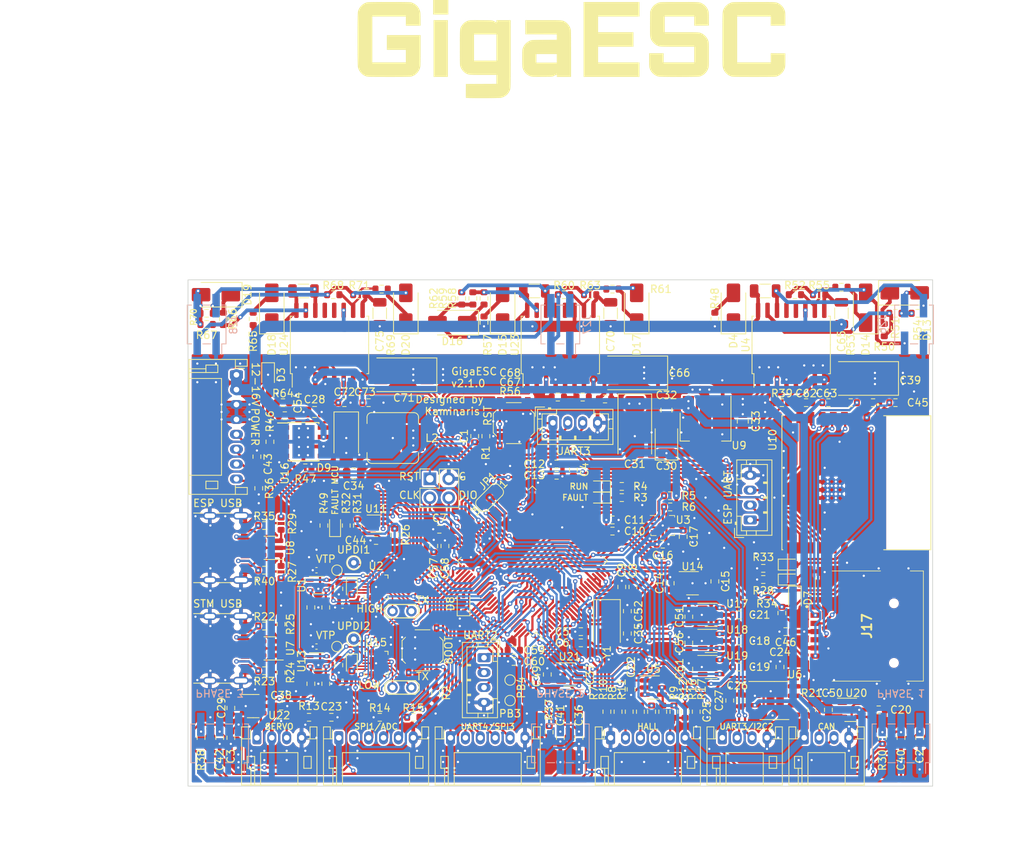
<source format=kicad_pcb>
(kicad_pcb (version 20221018) (generator pcbnew)
  (layers (0 "F.Cu" signal) (31 "B.Cu" signal) (34 "B.Paste" user) (35 "F.Paste" user) (36 "B.SilkS" user "B.Silkscreen") (37 "F.SilkS" user "F.Silkscreen") (38 "B.Mask" user) (39 "F.Mask" user) (44 "Edge.Cuts" user))
  (net 0 "")
  (net 1 "NRST")
  (net 2 "GND")
  (net 3 "Net-(U12-VCAP_1)")
  (net 4 "Net-(U12-VCAP_2)")
  (net 5 "+3.3V")
  (net 6 "Net-(U12-PH0)")
  (net 7 "+5V")
  (net 8 "+3.3VADC")
  (net 9 "Net-(U22-NC)")
  (net 10 "Net-(U21-NC)")
  (net 11 "Net-(U20-NC)")
  (net 12 "SERVO")
  (net 13 "TEMPMOTOR")
  (net 14 "Net-(D1-K)")
  (net 15 "LED_RUN")
  (net 16 "Net-(D2-K)")
  (net 17 "LED_FAULT")
  (net 18 "+15V")
  (net 19 "Net-(J1-Pin_3)")
  (net 20 "IN_V")
  (net 22 "AUX_FAULT")
  (net 23 "ADC_EXT")
  (net 24 "AUX_ENABLE")
  (net 25 "CLEAR_HW_FAULT")
  (net 26 "POWER_STAGE_LOCKOUT")
  (net 27 "POWER_STAGE_DISABLE")
  (net 28 "SWCLK")
  (net 29 "TEMPMOTOR_IN")
  (net 30 "VSENSE1")
  (net 31 "VSENSE2")
  (net 32 "VSENSE3")
  (net 33 "L1")
  (net 34 "L2")
  (net 35 "L3")
  (net 36 "H1")
  (net 37 "H2")
  (net 38 "H3")
  (net 39 "MOSTEMP3")
  (net 40 "MOSTEMP2")
  (net 41 "MOSTEMP1")
  (net 42 "Net-(J8-Pin_2)")
  (net 43 "Net-(J8-Pin_3)")
  (net 44 "Net-(U7-VBUS)")
  (net 45 "Net-(J9-CC1)")
  (net 46 "Net-(J9-D+-PadA6)")
  (net 47 "Net-(J9-D--PadA7)")
  (net 49 "Net-(J9-CC2)")
  (net 51 "BOOT")
  (net 52 "IMU_SDA")
  (net 53 "IMU_SCL")
  (net 54 "HALL3")
  (net 55 "HALL3_IN")
  (net 56 "HALL2")
  (net 57 "HALL2_IN")
  (net 58 "HALL1")
  (net 59 "HALL1_IN")
  (net 60 "Net-(U5-COM)")
  (net 61 "Net-(R24-Pad1)")
  (net 62 "USBD+")
  (net 63 "Net-(R25-Pad1)")
  (net 64 "USBD-")
  (net 65 "Net-(U12-PH1)")
  (net 66 "ADC_EXT2")
  (net 67 "PHASE_FILTER_ENABLE")
  (net 68 "SPI1_NSS")
  (net 69 "SENSOR_VOLTAGE_SELECT")
  (net 70 "HALL_FILTER_ENABLE")
  (net 71 "Net-(U10-EN)")
  (net 72 "Net-(D5-K)")
  (net 79 "CURR3_FILTERED")
  (net 80 "CURR2_FILTERED")
  (net 81 "CURR1_FILTERED")
  (net 82 "/HardwareProtection/ComparatorLow/CMP1+")
  (net 83 "CURR1")
  (net 84 "/HardwareProtection/ComparatorHigh/CMP1-")
  (net 85 "/HardwareProtection/ComparatorHigh/LATCH_OUT")
  (net 86 "CURR2")
  (net 87 "CURR3")
  (net 88 "Net-(U12-PB3)")
  (net 89 "Net-(D12-K)")
  (net 90 "/HardwareProtection/ComparatorLow/LATCH_OUT")
  (net 91 "/HardwareProtection/ComparatorLow/AT_TX")
  (net 92 "/HardwareProtection/ComparatorLow/AT_RX")
  (net 93 "Net-(U12-PB4)")
  (net 94 "/HardwareProtection/ComparatorHigh/AT_TX")
  (net 95 "/HardwareProtection/ComparatorHigh/AT_RX")
  (net 96 "/HardwareProtection/ComparatorLow/ATTINY_SDA")
  (net 97 "/HardwareProtection/ComparatorLow/ATTINY_SCL")
  (net 98 "Net-(D3-A)")
  (net 99 "Net-(U17-NC)")
  (net 100 "ESP_RUN_LED")
  (net 101 "Net-(D6-K)")
  (net 102 "ESP_FAULT_LED")
  (net 103 "Net-(D7-K)")
  (net 104 "CAN_TX")
  (net 105 "SWDIO")
  (net 106 "SPI1_MOSI")
  (net 107 "Net-(U8-VBUS)")
  (net 108 "Net-(J13-CC1)")
  (net 109 "ESP_USB_D+")
  (net 110 "ESP_USB_D-")
  (net 112 "Net-(J13-CC2)")
  (net 114 "ESP_IO9")
  (net 115 "ESP_RX")
  (net 116 "ESP_TX")
  (net 118 "ESP_SD_CS")
  (net 119 "ESP_MOSI")
  (net 120 "ESP_SCK")
  (net 121 "ESP_MISO")
  (net 123 "Net-(U10-IO8)")
  (net 124 "CAN_RX")
  (net 125 "ESP_SD_DETECT")
  (net 126 "/HardwareProtection/ComparatorHigh/ATTINY_SDA")
  (net 127 "Net-(D10-K)")
  (net 128 "/HardwareProtection/ComparatorHigh/ATTINY_SCL")
  (net 129 "Net-(D11-K)")
  (net 130 "I2C2_SCL{slash}USART3_TX")
  (net 131 "I2C2_SDA{slash}USART3_RX")
  (net 135 "UART3_TX")
  (net 136 "UART3_RX")
  (net 137 "SPI3_NSS")
  (net 138 "SPI3_SCK")
  (net 139 "SPI3_MISO")
  (net 140 "SPI3_MOSI")
  (net 141 "USART2_TX")
  (net 142 "USART2_RX")
  (net 143 "CAN2_TX")
  (net 144 "CAN2_RX")
  (net 152 "Net-(J13-D--PadA7)")
  (net 154 "Net-(JP1-A)")
  (net 159 "Net-(U2-~{RESET}{slash}PA0)")
  (net 160 "Net-(U15-~{RESET}{slash}PA0)")
  (net 172 "Net-(JP1-B)")
  (net 174 "Net-(D9-K)")
  (net 175 "Net-(U16-BOOT)")
  (net 176 "Net-(U16-VSENSE)")
  (net 180 "Net-(J13-D+-PadA6)")
  (net 181 "Net-(R27-Pad1)")
  (net 182 "Net-(R29-Pad1)")
  (net 183 "Net-(U18-NC)")
  (net 184 "Net-(U19-NC)")
  (net 192 "CURR_FILTER_EN3")
  (net 193 "CURR_FILTER_EN2")
  (net 195 "CURR_FILTER_EN1")
  (net 196 "Net-(U4-DT)")
  (net 197 "Net-(D4-K)")
  (net 198 "/DriverSocketPhase1/PHASE")
  (net 199 "/DriverSocketPhase1/PHASE_GROUND")
  (net 200 "Net-(U23-DT)")
  (net 201 "Net-(D15-K)")
  (net 202 "/DriverSocketPhase2/PHASE")
  (net 203 "/DriverSocketPhase2/PHASE_GROUND")
  (net 204 "Net-(U24-DT)")
  (net 205 "Net-(D18-K)")
  (net 206 "/DriverSocketPhase3/PHASE")
  (net 207 "/DriverSocketPhase3/PHASE_GROUND")
  (net 208 "Net-(D4-A)")
  (net 209 "Net-(D13-K)")
  (net 210 "/DriverSocketPhase1/PH")
  (net 211 "Net-(D14-K)")
  (net 212 "/DriverSocketPhase1/PL")
  (net 213 "Net-(D15-A)")
  (net 214 "Net-(D16-K)")
  (net 215 "/DriverSocketPhase2/PH")
  (net 216 "Net-(D17-K)")
  (net 217 "/DriverSocketPhase2/PL")
  (net 218 "Net-(D18-A)")
  (net 219 "Net-(D19-K)")
  (net 220 "/DriverSocketPhase3/PH")
  (net 221 "Net-(D20-K)")
  (net 222 "/DriverSocketPhase3/PL")
  (net 223 "Net-(U4-OUTA)")
  (net 224 "Net-(U4-OUTB)")
  (net 225 "Net-(U23-OUTA)")
  (net 226 "Net-(U23-OUTB)")
  (net 227 "Net-(U24-OUTA)")
  (net 228 "Net-(U24-OUTB)")
  (footprint "Resistor_SMD:R_0603_1608Metric" (layer "F.Cu") (at 116.25 103.5 180)
    (fp_text reference "R22")
    (fp_text value "5.1k")
  )
  (footprint "Resistor_SMD:R_0603_1608Metric" (layer "F.Cu") (at 189.75 114.75 90)
    (fp_text reference "R21")
    (fp_text value "120")
  )
  (footprint "Diode_SMD:D_SOD-323" (layer "F.Cu") (at 116.75 69.75 -90)
    (fp_text reference "D3")
    (fp_text value "1N5819WS")
  )
  (footprint "Package_SO:SOP-8_3.9x4.9mm_P1.27mm" (layer "F.Cu") (at 184.75 113.5)
    (fp_text reference "U6")
    (fp_text value "TJA1050T/CM,118")
  )
  (footprint "Resistor_SMD:R_0603_1608Metric" (layer "F.Cu") (at 199.5 63.75 90)
    (fp_text reference "R50")
    (fp_text value "2.2")
  )
  (footprint "GigaVescLibs:C_0603_1608Metric_L" (layer "F.Cu") (at 156 118.5 -90)
    (fp_text reference "C41")
    (fp_text value "1n")
  )
  (footprint "Resistor_SMD:R_0603_1608Metric" (layer "F.Cu") (at 118.5 89.75 90)
    (fp_text reference "R29")
    (fp_text value "22")
  )
  (footprint "GigaVescLibs:C_0603_1608Metric_L" (layer "F.Cu") (at 165.5 112 -90)
    (fp_text reference "C22")
    (fp_text value "100n")
  )
  (footprint "TestPoint:TestPoint_Pad_D1.0mm" (layer "F.Cu") (at 149.25 113.5 90)
    (fp_text reference "TP1" hide)
    (fp_text value "TestPoint")
  )
  (footprint "Connector_JST:JST_PH_B4B-PH-K_1x04_P2.00mm_Vertical" (layer "F.Cu") (at 155 76.2)
    (fp_text reference "J22" hide)
    (fp_text value "UART3Conn")
  )
  (footprint "Resistor_SMD:R_0603_1608Metric" (layer "F.Cu") (at 165.25 115 -90)
    (fp_text reference "R8")
    (fp_text value "10k")
  )
  (footprint "Resistor_SMD:R_0603_1608Metric" (layer "F.Cu") (at 183.25 97.25 180)
    (fp_text reference "R28")
    (fp_text value "10k")
  )
  (footprint "GigaVescLibs:C_0603_1608Metric_L" (layer "F.Cu") (at 127 73.5)
    (fp_text reference "C72")
    (fp_text value "100n")
  )
  (footprint "Resistor_SMD:R_0603_1608Metric" (layer "F.Cu") (at 127.25 90 90)
    (fp_text reference "R32")
    (fp_text value "10k")
  )
  (footprint "GigaVescLibs:C_0603_1608Metric_L" (layer "F.Cu") (at 158.75 105.75 180)
    (fp_text reference "C6")
    (fp_text value "100n")
  )
  (footprint "GigaVescLibs:C_0603_1608Metric_L" (layer "F.Cu") (at 180 105.5)
    (fp_text reference "C18")
    (fp_text value "100n")
  )
  (footprint "GigaVescLibs:C_0603_1608Metric_L" (layer "F.Cu") (at 144.5 78 90)
    (fp_text reference "C1")
    (fp_text value "100n")
  )
  (footprint "Diode_SMD:D_SMA" (layer "F.Cu") (at 135.25 60.75 90)
    (fp_text reference "D20")
    (fp_text value "SS34")
  )
  (footprint "GigaVescLibs:C_0603_1608Metric_L" (layer "F.Cu") (at 192 73.5)
    (fp_text reference "C63")
    (fp_text value "100n")
  )
  (footprint "Connector_PinHeader_2.54mm:PinHeader_2x02_P2.54mm_Vertical" (layer "F.Cu") (at 138.475 83.725)
    (fp_text reference "J7" hide)
    (fp_text value "JTAG")
  )
  (footprint "GigaVescLibs:C_0603_1608Metric_L" (layer "F.Cu") (at 165.75 98.25 90)
    (fp_text reference "C8")
    (fp_text value "10n")
  )
  (footprint "GigaVescLibs:C_0603_1608Metric_L" (layer "F.Cu") (at 149.75 108.25 180)
    (fp_text reference "C60")
    (fp_text value "100n")
  )
  (footprint "TestPoint:TestPoint_Pad_D1.0mm" (layer "F.Cu") (at 149.25 110.75 90)
    (fp_text reference "TP2" hide)
    (fp_text value "TestPoint")
  )
  (footprint "Capacitor_SMD:C_1206_3216Metric" (layer "F.Cu") (at 152.5 58.5)
    (fp_text reference "C69" hide)
    (fp_text value "4.7u 50v")
  )
  (footprint "Diode_SMD:D_SMA" (layer "F.Cu") (at 166.25 60.75 90)
    (fp_text reference "D17")
    (fp_text value "SS34")
  )
  (footprint "Diode_SMD:D_SMA" (layer "F.Cu") (at 127.25 78.25 -90)
    (fp_text reference "D9")
    (fp_text value "SS34")
  )
  (footprint "Connector_JST:JST_PH_S6B-PH-K_1x06_P2.00mm_Horizontal" (layer "F.Cu") (at 141.25 118.5)
    (fp_text reference "J20" hide)
    (fp_text value "SPI1Conn")
  )
  (footprint "Resistor_SMD:R_0603_1608Metric" (layer "F.Cu") (at 155.6625 72.75 180)
    (fp_text reference "R56")
    (fp_text value "20k")
  )
  (footprint "Resistor_SMD:R_0603_1608Metric" (layer "F.Cu") (at 193.75 58)
    (fp_text reference "R53")
    (fp_text value "2.2")
  )
  (footprint "Resistor_SMD:R_0603_1608Metric" (layer "F.Cu") (at 132 58.25)
    (fp_text reference "R69")
    (fp_text value "2.2")
  )
  (footprint "LED_SMD:LED_0603_1608Metric" (layer "F.Cu") (at 161.25 86.25 180)
    (fp_text reference "D1" hide)
    (fp_text value "L_RUN")
  )
  (footprint "Package_TO_SOT_SMD:SOT-23-5" (layer "F.Cu") (at 173.75 97.75)
    (fp_text reference "U14")
    (fp_text value "LM4128AMF-3.3")
  )
  (footprint "Capacitor_SMD:C_0805_2012Metric" (layer "F.Cu") (at 180.5 76 90)
    (fp_text reference "C33")
    (fp_text value "22u 25V")
  )
  (footprint "GigaVescLibs:C_0603_1608Metric_L" (layer "F.Cu") (at 149.75 106.75 180)
    (fp_text reference "C59")
    (fp_text value "10n")
  )
  (footprint "GigaVescLibs:C_0603_1608Metric_L" (layer "F.Cu") (at 159 72.75)
    (fp_text reference "C67")
    (fp_text value "100n")
  )
  (footprint "TestPoint:TestPoint_2Pads_Pitch2.54mm_Drill0.8mm" (layer "F.Cu") (at 136 101.5 180)
    (fp_text reference "J21" hide)
    (fp_text value "UARTDBG")
  )
  (footprint "Resistor_SMD:R_0603_1608Metric" (layer "F.Cu") (at 116.25 90 180)
    (fp_text reference "R35")
    (fp_text value "5.1k")
  )
  (footprint "GigaVescLibs:C_0603_1608Metric_L" (layer "F.Cu") (at 139.75 90.5 180)
    (fp_text reference "C7")
    (fp_text value "1u")
  )
  (footprint "Resistor_SMD:R_0603_1608Metric" (layer "F.Cu") (at 108.5 61.5 180)
    (fp_text reference "R70")
    (fp_text value "4.7k")
  )
  (footprint "LED_SMD:LED_0603_1608Metric" (layer "F.Cu") (at 125.75 90 90)
    (fp_text reference "D11" hide)
    (fp_text value "L_FAULT")
  )
  (footprint "Capacitor_Tantalum_SMD:CP_EIA-7343-31_Kemet-D" (layer "F.Cu") (at 197 70.25 180)
    (fp_text reference "C39")
    (fp_text value "47u 25v Tant")
  )
  (footprint "Resistor_SMD:R_0603_1608Metric" (layer "F.Cu") (at 169.75 115 90)
    (fp_text reference "R12")
    (fp_text value "10k")
  )
  (footprint "GigaVescLibs:C_0603_1608Metric_L" (layer "F.Cu") (at 155.5 83.25)
    (fp_text reference "C13")
    (fp_text value "100n")
  )
  (footprint "Diode_SMD:D_SMA" (layer "F.Cu") (at 109.75 59 180)
    (fp_text reference "D19")
    (fp_text value "SS34")
  )
  (footprint "Resistor_SMD:R_0603_1608Metric" (layer "F.Cu") (at 117 78.75 90)
    (fp_text reference "R46")
    (fp_text value "3.3k")
  )
  (footprint "Capacitor_SMD:C_1206_3216Metric" (layer "F.Cu") (at 121.5 58.5)
    (fp_text reference "C74" hide)
    (fp_text value "4.7u 50v")
  )
  (footprint "GigaVescLibs:C_0603_1608Metric_L" (layer "F.Cu") (at 111.75 118.5 -90)
    (fp_text reference "C3")
    (fp_text value "1n")
  )
  (footprint "Resistor_SMD:R_0603_1608Metric" (layer "F.Cu") (at 131.75 115.75)
    (fp_text reference "R14")
    (fp_text value "10k")
  )
  (footprint "Resistor_SMD:R_0603_1608Metric" (layer "F.Cu") (at 108.5 63 180)
    (fp_text reference "R67")
    (fp_text value "2.2")
  )
  (footprint "Resistor_SMD:R_0603_1608Metric" (layer "F.Cu") (at 165 104.5 90)
    (fp_text reference "C35")
    (fp_text value "20p")
  )
  (footprint "GigaVescLibs:logo" (layer "F.Cu") (at 157.5 26)
    (fp_text reference "G***" hide)
    (fp_text value "LOGO" hide)
  )
  (footprint "Diode_SMD:D_SMA" (layer "F.Cu") (at 117.25 60.75 90)
    (fp_text reference "D18")
    (fp_text value "SS520F")
  )
  (footprint "Resistor_SMD:R_0603_1608Metric" (layer "F.Cu") (at 116.25 96 180)
    (fp_text reference "R40")
    (fp_text value "5.1k")
  )
  (footprint "GigaVescLibs:C_0603_1608Metric_L" (layer "F.Cu") (at 131.25 92 180)
    (fp_text reference "C44")
    (fp_text value "100n")
  )
  (footprint "Button_Switch_SMD:SW_Push_1P1T_XKB_TS-1187A" (layer "F.Cu") (at 149.75 76.25 90)
    (fp_text reference "SW3" hide)
    (fp_text value "RST")
  )
  (footprint "Package_TO_SOT_SMD:SOT-223-3_TabPin2" (layer "F.Cu") (at 175.5 76.75 -90)
    (fp_text reference "U9")
    (fp_text value "AMS1117-3.3")
  )
  (footprint "GigaVescLibs:C_0603_1608Metric_L" (layer "F.Cu") (at 180 109)
    (fp_text reference "C19")
    (fp_text value "100n")
  )
  (footprint "Resistor_SMD:R_0603_1608Metric" (layer "F.Cu") (at 144.25 59.5 -90)
    (fp_text reference "R59")
    (fp_text value "2.2")
  )
  (footprint "Crystal:Crystal_SMD_5032-2Pin_5.0x3.2mm" (layer "F.Cu") (at 162.25 103 -90)
    (fp_text reference "Y1")
    (fp_text value "X50328MSB2GI")
  )
  (footprint "GigaVescLibs:C_0603_1608Metric_L" (layer "F.Cu") (at 192 114.75 90)
    (fp_text reference "C50")
    (fp_text value "220p")
  )
  (footprint "Connector_USB:USB_C_Receptacle_GCT_USB4105-xx-A_16P_TopMnt_Horizontal" (layer "F.Cu") (at 110 93 -90)
    (fp_text reference "J13" hide)
    (fp_text value "USBC Socket")
  )
  (footprint "Resistor_SMD:R_0603_1608Metric" (layer "F.Cu") (at 199.25 118.5 -90)
    (fp_text reference "R30")
    (fp_text value "2.2k")
  )
  (footprint "Capacitor_SMD:C_1206_3216Metric" (layer "F.Cu") (at 131.75 61.5 90)
    (fp_text reference "C75")
    (fp_text value "4.7u 50v")
  )
  (footprint "Resistor_SMD:R_0603_1608Metric" (layer "F.Cu") (at 145.75 62.75 90)
    (fp_text reference "R57")
    (fp_text value "2.2")
  )
  (footprint "GigaVescLibs:C_0603_1608Metric_L" (layer "F.Cu") (at 115.25 80.75 90)
    (fp_text reference "C43")
    (fp_text value "1n")
  )
  (footprint "Capacitor_SMD:C_0805_2012Metric" (layer "F.Cu") (at 170.25 74.5 -90)
    (fp_text reference "C32")
    (fp_text value "22u 25V")
  )
  (footprint "Connector_JST:JST_PH_S6B-PH-K_1x06_P2.00mm_Horizontal" (layer "F.Cu") (at 126.25 118.5)
    (fp_text reference "J11" hide)
    (fp_text value "SPI1Conn")
  )
  (footprint "Capacitor_Tantalum_SMD:CP_EIA-3528-15_AVX-H" (layer "F.Cu") (at 170.25 78.75 90)
    (fp_text reference "C30")
    (fp_text value "100uF 6.3V Tant")
  )
  (footprint "Capacitor_SMD:C_0805_2012Metric" (layer "F.Cu") (at 123 74.75)
    (fp_text reference "C28")
    (fp_text value "22u 25V")
  )
  (footprint "Resistor_SMD:R_0603_1608Metric" (layer "F.Cu") (at 118.75 73.5 180)
    (fp_text reference "R64")
    (fp_text value "20k")
  )
  (footprint "Package_LGA:Bosch_LGA-14_3x2.5mm_P0.5mm" (layer "F.Cu") (at 169.75 90)
    (fp_text reference "U3")
    (fp_text value "LSM6DS3TR-C")
  )
  (footprint "Resistor_SMD:R_0603_1608Metric" (layer "F.Cu") (at 142.75 59.5 -90)
    (fp_text reference "R62")
    (fp_text value "4.7k")
  )
  (footprint "Resistor_SMD:R_0603_1608Metric" (layer "F.Cu") (at 187.5 59 180)
    (fp_text reference "R52")
    (fp_text value "2.2")
  )
  (footprint "GigaVescLibs:C_0603_1608Metric_L" (layer "F.Cu") (at 174.25 115 -90)
    (fp_text reference "C25")
    (fp_text value "1n")
  )
  (footprint "GigaVescLibs:C_0603_1608Metric_L" (layer "F.Cu") (at 118.5 114.25)
    (fp_text reference "C38")
    (fp_text value "100n")
  )
  (footprint "GigaVescLibs:C_0603_1608Metric_L" (layer "F.Cu") (at 155.5 81.75)
    (fp_text reference "C12")
    (fp_text value "10n")
  )
  (footprint "LED_SMD:LED_0603_1608Metric" (layer "F.Cu") (at 186.75 95.25)
    (fp_text reference "D5" hide)
    (fp_text value "L_RUN")
  )
  (footprint "TestPoint:TestPoint_THTPad_D1.5mm_Drill0.7mm" (layer "F.Cu") (at 128.25 95)
    (fp_text reference "TP5" hide)
    (fp_text value "UPDI")
  )
  (footprint "Resistor_SMD:R_0603_1608Metric" (layer "F.Cu") (at 128.75 90 90)
    (fp_text reference "R31")
    (fp_text value "10k")
  )
  (footprint "Package_SO:SOIC-16W_7.5x10.3mm_P1.27mm" (layer "F.Cu") (at 187 65.75 90)
    (fp_text reference "U4")
    (fp_text value "UCC21520DWR")
  )
  (footprint "Resistor_SMD:R_0603_1608Metric" (layer "F.Cu") (at 163 58.25)
    (fp_text reference "R61")
    (fp_text value "2.2")
  )
  (footprint "GigaVescLibs:C_0603_1608Metric_L" (layer "F.Cu") (at 201 73.5)
    (fp_text reference "C45")
    (fp_text value "100n")
  )
  (footprint "GigaVescLibs:C_0603_1608Metric_L" (layer "F.Cu") (at 163 89.25)
    (fp_text reference "C11")
    (fp_text value "100n")
  )
  (footprint "TestPoint:TestPoint_2Pads_Pitch2.54mm_Drill0.8mm" (layer "F.Cu") (at 136 111.75 180)
    (fp_text reference "J4" hide)
    (fp_text value "UARTDBG")
  )
  (footprint "GigaVescLibs:C_0603_1608Metric_L" (layer "F.Cu") (at 163 90.75)
    (fp_text reference "C10")
    (fp_text value "10n")
  )
  (footprint "GigaVescLibs:C_0603_1608Metric_L" (layer "F.Cu") (at 111.75 114.5 -90)
    (fp_text reference "C29")
    (fp_text value "220p")
  )
  (footprint "Package_TO_SOT_SMD:SOT-23-6" (layer "F.Cu") (at 176.25 105.5)
    (fp_text reference "U18")
    (fp_text value "RS2057XH")
  )
  (footprint "Resistor_SMD:R_0603_1608Metric" (layer "F.Cu") (at 124.5 101 90)
    (fp_text reference "R20" hide)
    (fp_text value "4.7k")
  )
  (footprint "Connector_JST:JST_PH_B4B-PH-K_1x04_P2.00mm_Vertical" (layer "F.Cu") (at 181.5 89.25 90)
    (fp_text reference "J15" hide)
    (fp_text value "ESPUartConn")
  )
  (footprint "Resistor_SMD:R_0603_1608Metric" (layer "F.Cu") (at 139.25 112.5 -90)
    (fp_text reference "R2")
    (fp_text value "3.3k")
  )
  (footprint "GigaVescLibs:C_0603_1608Metric_L" (layer "F.Cu") (at 164.25 98.25 90)
    (fp_text reference "C9")
    (fp_text value "100n")
  )
  (footprint "Diode_SMD:D_SMA" (layer "F.Cu") (at 179.25 60.75 90)
    (fp_text reference "D4")
    (fp_text value "SS520F")
  )
  (footprint "Resistor_SMD:R_0603_1608Metric" (layer "F.Cu") (at 126.25 108.75 -90)
    (fp_text reference "R45" hide)
    (fp_text value "10k")
  )
  (footprint "Resistor_SMD:R_0603_1608Metric" (layer "F.Cu") (at 163.75 115 90)
    (fp_text reference "R10")
    (fp_text value "10k")
  )
  (footprint "Capacitor_SMD:C_0402_1005Metric" (layer "F.Cu") (at 123.25 106.25 180)
    (fp_text reference "C47" hide)
    (fp_text value "1u")
  )
  (footprint "Package_SO:TI_SO-PowerPAD-8_ThermalVias" (layer "F.Cu") (at 121.5 78.75)
    (fp_text reference "U16")
    (fp_text value "TPS5430DDAR")
  )
  (footprint "GigaVescLibs:C_0603_1608Metric_L" (layer "F.Cu") (at 119 75.25 180)
    (fp_text reference "C54")
    (fp_text value "10n")
  )
  (footprint "GigaVescLibs:C_0603_1608Metric_L" (layer "F.Cu") (at 201.75 118.5 -90)
    (fp_text reference "C40")
    (fp_text value "1n")
  )
  (footprint "GigaVescLibs:C_0603_1608Metric_L" (layer "F.Cu") (at 198.75 114.75)
    (fp_text reference "C20")
    (fp_text value "100n")
  )
  (footprint "Package_TO_SOT_SMD:SOT-23-6" (layer "F.Cu") (at 117 93 180)
    (fp_text reference "U8")
    (fp_text value "\nUSBLC6-2SC6")
  )
  (footprint "Resistor_SMD:R_0603_1608Metric" (layer "F.Cu") (at 133.75 91.25 90)
    (fp_text reference "R26")
    (fp_text value "10k")
  )
  (footprint "Resistor_SMD:R_0603_1608Metric" (layer "F.Cu") (at 126.25 98.5 -90)
    (fp_text reference "R44" hide)
    (fp_text value "10k")
  )
  (footprint "Resistor_SMD:R_0603_1608Metric" (layer "F.Cu") (at 118.5 103.25 90)
    (fp_text reference "R25")
    (fp_text value "22")
  )
  (footprint "GigaVescLibs:TF01A" (layer "F.Cu") (at 197.5 103.5 90)
    (fp_text reference "J17")
    (fp_text value "MicroSD" hide)
  )
  (footprint "GigaVescLibs:C_0603_1608Metric_L" (layer "F.Cu") (at 110.25 118.5 -90)
    (fp_text reference "C42")
    (fp_text value "1n")
  )
  (footprint "Resistor_SMD:R_0603_1608Metric" (layer "F.Cu") (at 170.75 86 180)
    (fp_text reference "R5")
    (fp_text value "4.7k")
  )
  (footprint "Connector_JST:JST_PH_S8B-PH-K_1x08_P2.00mm_Horizontal" (layer "F.Cu") (at 112.5 69.75 -90)
    (fp_text reference "J2" hide)
    (fp_text value "AuxConn")
  )
  (footprint "Package_DFN_QFN:VQFN-20-1EP_3x3mm_P0.4mm_EP1.7x1.7mm" (layer "F.Cu") (at 131.25 98.25)
    (fp_text reference "U2")
    (fp_text value "ATTINY1616-MNR")
  )
  (footprint "Connector_JST:JST_PH_S4B-PH-K_1x04_P2.00mm_Horizontal" (layer "F.Cu") (at 177.75 118.5)
    (fp_text reference "J6" hide)
    (fp_text value "UARTConn")
  )
  (footprint "Resistor_SMD:R_0603_1608Metric" (layer "F.Cu") (at 129 59 180)
    (fp_text reference "R71")
    (fp_text value "4.7k")
  )
  (footprint "Resistor_SMD:R_0603_1608Metric" (layer "F.Cu") (at 201 61.5)
    (fp_text reference "R51")
    (fp_text value "2.2")
  )
  (footprint "Package_SO:SOIC-16W_7.5x10.3mm_P1.27mm" (layer "F.Cu") (at 125 65.75 90)
    (fp_text reference "U24")
    (fp_text value "UCC21520DWR")
  )
  (footprint "Package_TO_SOT_SMD:SOT-23-6" (layer "F.Cu") (at 157.25 110)
    (fp_text reference "U21")
    (fp_text value "RS2057XH")
  )
  (footprint "Resistor_SMD:R_0603_1608Metric" (layer "F.Cu") (at 176.75 62.25 90)
    (fp_text reference "R48")
    (fp_text value "2.2")
  )
  (footprint "Resistor_SMD:R_0603_1608Metric" (layer "F.Cu") (at 166.75 115 90)
    (fp_text reference "R11")
    (fp_text value "10k")
  )
  (footprint "GigaVescLibs:C_0603_1608Metric_L" (layer "F.Cu") (at 204.25 118.5 -90)
    (fp_text reference "C2")
    (fp_text value "1n")
  )
  (footprint "Resistor_SMD:R_0603_1608Metric" (layer "F.Cu") (at 110.75 62.25 90)
    (fp_text reference "R66")
    (fp_text value "2.2")
  )
  (footprint "Resistor_SMD:R_0603_1608Metric" (layer "F.Cu") (at 118.5 109.75 -90)
    (fp_text reference "R24")
    (fp_text value "22")
  )
  (footprint "Package_QFP:LQFP-100_14x14mm_P0.5mm" (layer "F.Cu") (at 152.25 94.75 135)
    (fp_text reference "U12" hide)
    (fp_text value "STM32F407VGT6")
  )
  (footprint "Resistor_SMD:R_0603_1608Metric" (layer "F.Cu") (at 165 101.5 90)
    (fp_text reference "C52")
    (fp_text value "20p")
  )
  (footprint "Resistor_SMD:R_0603_1608Metric" (layer "F.Cu") (at 171.25 115 90)
    (fp_text reference "R16")
    (fp_text value "10k")
  )
  (footprint "GigaVescLibs:C_0603_1608Metric_L" (layer "F.Cu") (at 158.75 104.25 180)
    (fp_text reference "C5")
    (fp_text value "10n")
  )
  (footprint "Capacitor_Tantalum_SMD:CP_EIA-7343-31_Kemet-D" (layer "F.Cu") (at 135 69.75 180)
    (fp_text reference "C71")
    (fp_text value "47u 25v Tant")
  )
  (footprint "Resistor_SMD:R_0603_1608Metric" (layer "F.Cu") (at 195 73.5)
    (fp_text reference "R42" hide)
    (fp_text value "10k")
  )
  (footprint "TestPoint:TestPoint_THTPad_D1.5mm_Drill0.7mm" (layer "F.Cu") (at 128.25 105.25)
    (fp_text reference "TP6" hide)
    (fp_text value "UPDI")
  )
  (footprint "Resistor_SMD:R_0603_1608Metric" (layer "F.Cu") (at 164.25 84.75)
    (fp_text reference "R4")
    (fp_text value "10k")
  )
  (footprint "Resistor_SMD:R_0603_1608Metric" (layer "F.Cu") (at 185.75 73.5 180)
    (fp_text reference "R39")
    (fp_text value "20k")
  )
  (footprint "Diode_SMD:D_SMA" (layer "F.Cu") (at 202.25 58.75)
    (fp_text reference "D13")
    (fp_text value "SS34")
  )
  (footprint "Capacitor_Tantalum_SMD:CP_EIA-7343-31_Kemet-D" (layer "F.Cu") (at 166 76.75 -90)
    (fp_text reference "C31")
    (fp_text value "100uF 25V Tant")
  )
  (footprint "GigaVescLibs:C_0603_1608Metric_L" (layer "F.Cu") (at 178.75 113.5 90)
    (fp_text reference "C27")
    (fp_text value "2.2u")
  )
  (footprint "Resistor_SMD:R_0603_1608Metric" (layer "F.Cu") (at 156.5 59 180)
    (fp_text reference "R60")
    (fp_text value "2.2")
  )
  (footprint "GigaVescLibs:C_0603_1608Metric_L" (layer "F.Cu") (at 170.75 97.75 90)
    (fp_text reference "C14")
    (fp_text value "1u")
  )
  (footprint "GigaVescLibs:C_0603_1608Metric_L" (layer "F.Cu") (at 173.25 109.25 -90)
    (fp_text reference "C61")
    (fp_text value "1n")
  )
  (footprint "GigaVescLibs:MODULE_ESP32-C3-WROOM-02-H4" (layer "F.Cu") (at 195.75 84.25 -90)
    (fp_text reference "U10")
    (fp_text value "ESP32-C3-WROOM-02-N4")
  )
  (footprint "LED_SMD:LED_0603_1608Metric" (layer "F.Cu") (at 128 98.5 -90)
    (fp_text reference "D10" hide)
    (fp_text value "L_FAULT")
  )
  (footprint "Button_Switch_SMD:SW_Push_1P1T_XKB_TS-1187A" (layer "F.Cu") (at 137.5 106.75 90)
    (fp_text reference "SW1" hide)
    (fp_text value "BOOT")
  )
  (footprint "GigaVescLibs:C_0603_1608Metric_L" (layer "F.Cu") (at 140.5 92.75 90)
    (fp_text reference "C58")
    (fp_text value "100n")
  )
  (footprint "GigaVescLibs:C_0603_1608Metric_L" (layer "F.Cu") (at 189 73.5)
    (fp_text reference "C62")
    (fp_text value "100n")
  )
  (footprint "Capacitor_SMD:C_1206_3216Metric" (layer "F.Cu") (at 183.5 58.5)
    (fp_text reference "C64" hide)
    (fp_text value "4.7u 50v")
  )
  (footprint "GigaVescLibs:C_0603_1608Metric_L" (layer "F.Cu") (at 130.25 73.5)
    (fp_text reference "C73")
    (fp_text value "100n")
  )
  (footprint "GigaVescLibs:C_0603_1608Metric_L" (layer "F.Cu") (at 172.5 91.5 -90)
    (fp_text reference "C17")
    (fp_text value "100n")
  )
  (footprint "Package_TO_SOT_SMD:Texas_R-PDSO-G6" (layer "F.Cu") (at 123.5 98)
    (fp_text reference "U1")
    (fp_text value "TPL0401B-10DCKR")
  )
  (footprint "Resistor_SMD:R_0603_1608Metric" (layer "F.Cu") (at 164.25 86.25)
    (fp_text reference "R3")
    (fp_text value "10k")
  )
  (footprint "Connector_USB:USB_C_Receptacle_GCT_USB4105-xx-A_16P_TopMnt_Horizontal" (layer "F.Cu") (at 110 106.5 -90)
    (fp_text reference "J9" hide)
    (fp_text value "USBC Socket")
  )
  (footprint "GigaVescLibs:C_0603_1608Metric_L" (layer "F.Cu") (at 173.25 105.75 -90)
    (fp_text reference "C56")
    (fp_text value "1n")
  )
  (footprint "GigaVescLibs:C_0603_1608Metric_L" (layer "F.Cu") (at 154.25 110 90)
    (fp_text reference "C49")
    (fp_text value "220p")
  )
  (footprint "Diode_SMD:D_SMA" (layer "F.Cu") (at 197 60.75 90)
    (fp_text reference "D14")
    (fp_text value "SS34")
  )
  (footprint "GigaVescLibs:C_0603_1608Metric_L" (layer "F.Cu") (at 157.5 112.5 180)
    (fp_text reference "C37")
    (fp_text value "100n")
  )
  (footprint "Resistor_SMD:R_0603_1608Metric" (layer "F.Cu") (at 122.25 115.75)
    (fp_text reference "R13")
    (fp_text value "220")
  )
  (footprint "Package_TO_SOT_SMD:SOT-23-6" (layer "F.Cu") (at 168.5 111.75)
    (fp_text reference "U5")
    (fp_text value "RS2057XH")
  )
  (footprint "Package_SO:SOIC-16W_7.5x10.3mm_P1.27mm" (layer "F.Cu") (at 156 65.75 90)
    (fp_text reference "U23")
    (fp_text value "UCC21520DWR")
  )
  (footprint "Capacitor_SMD:C_0402_1005Metric" (layer "F.Cu") (at 126.75 100.75 180)
    (fp_text reference "C55" hide)
    (fp_text value "1u")
  )
  (footprint "GigaVescLibs:C_0603_1608Metric_L" (layer "F.Cu") (at 176.75 97.5 -90)
    (fp_text reference "C15")
    (fp_text value "1u")
  )
  (footprint "GigaVescLibs:C_0603_1608Metric_L" (layer "F.Cu") (at 139 92.75 90)
    (fp_text reference "C57")
    (fp_text value "10n")
  )
  (footprint "Resistor_SMD:R_0603_1608Metric" (layer "F.Cu") (at 118.5 96.25 -90)
    (fp_text reference "R27")
    (fp_text value "22")
  )
  (footprint "LED_SMD:LED_0603_1608Metric" (layer "F.Cu") (at 128 108.75 -90)
    (fp_text reference "D12" hide)
    (fp_text value "L_FAULT")
  )
  (footprint "Diode_SMD:D_SOD-323" (layer "F.Cu") (at 187.5 99.75 -90)
    (fp_text reference "D7")
    (fp_text value "1N5819WS")
  )
  (footprint "GigaVescLibs:C_0603_1608Metric_L" (layer "F.Cu") (at 169.75 92.5)
    (fp_text reference "C16")
    (fp_text value "100n")
  )
  (footprint "Resistor_SMD:R_0603_1608Metric" (layer "F.Cu") (at 122.5 101 90)
    (fp_text reference "R43" hide)
    (fp_text value "4.7k")
  )
  (footprint "TestPoint:TestPoint_Pad_D1.0mm" (layer "F.Cu") (at 126 96)
    (fp_text reference "TP3" hide)
    (fp_text value "VTP")
  )
  (footprint "Capacitor_SMD:C_1206_3216Metric" (layer "F.Cu") (at 193.75 61.5 90)
    (fp_text reference "C65")
    (fp_text value "4.7u 50v")
  )
  (footprint "LED_SMD:LED_0603_1608Metric" (layer "F.Cu") (at 186.75 97.25)
    (fp_text reference "D6" hide)
    (fp_text value "L_FAULT")
  )
  (footprint "Diode_SMD:D_SMA" (layer "F.Cu") (at 148.25 60.75 90)
    (fp_text reference "D15")
    (fp_text value "SS520F")
  )
  (footprint "Resistor_SMD:R_0603_1608Metric" (layer "F.Cu") (at 154.5 117.75 90)
    (fp_text reference "R37")
    (fp_text value "2.2k")
  )
  (footprint "Resistor_SMD:R_0603_1608Metric" (layer "F.Cu") (at 124.5 111.25 90)
    (fp_text reference "R18" hide)
    (fp_text value "4.7k")
  )
  (footprint "Resistor_SMD:R_0603_1608Metric" (layer "F.Cu") (at 122.5 111.25 90)
    (fp_text reference "R19" hide)
    (fp_text value "4.7k")
  )
  (footprint "Jumper:SolderJumper-3_P1.3mm_Bridged2Bar12_RoundedPad1.0x1.5mm_NumberLabels" (layer "F.Cu") (at 146.5 86.25 -135)
    (fp_text reference "JP1")
    (fp_text value "ServoSelector")
  )
  (footprint "Capacitor_SMD:C_0402_1005Metric" (layer "F.Cu") (at 123.25 96 180)
    (fp_text reference "C53" hide)
    (fp_text value "1u")
  )
  (footprint "GigaVescLibs:C_0603_1608Metric_L" (layer "F.Cu") (at 157.75 82.5 90)
    (fp_text reference "C4")
    (fp_text value "1u")
  )
  (footprint "Connector_JST:JST_PH_S4B-PH-K_1x04_P2.00mm_Horizontal" (layer "F.Cu") (at 115.25 118.5)
    (fp_text reference "J1" hide)
    (fp_text value "ServoConn")
  )
  (footprint "Package_TO_SOT_SMD:SOT-23-6" (layer "F.Cu") (at 176.25 102)
    (fp_text reference "U17")
    (fp_text value "RS2057XH")
  )
  (footprint "Resistor_SMD:R_0603_1608Metric" (layer "F.Cu") (at 204 61.5 180)
    (fp_text reference "R54")
    (fp_text value "4.7k")
  )
  (footprint "Resistor_SMD:R_0603_1608Metric" (layer "F.Cu") (at 121.75 82.25)
    (fp_text reference "R47")
    (fp_text value "10k")
  )
  (footprint "GigaVescLibs:C_0603_1608Metric_L" (layer "F.Cu") (at 173.25 102.25 -90)
    (fp_text reference "C51")
    (fp_text value "1n")
  )
  (footprint "GigaVescLibs:C_0603_1608Metric_L" (layer "F.Cu") (at 158.5 118.5 -90)
    (fp_text reference "C36")
    (fp_text value "1n")
  )
  (footprint "Capacitor_SMD:C_0402_1005Metric" (layer "F.Cu") (at 126.75 111 180)
    (fp_text reference "C48" hide)
    (fp_text value "1u")
  )
  (footprint "Package_TO_SOT_SMD:SOT-23-6" (layer "F.Cu") (at 176.25 109)
    (fp_text reference "U19")
    (fp_text value "RS2057XH")
  )
  (footprint "Resistor_SMD:R_0603_1608Metric" (layer "F.Cu") (at 125.5 59 180)
    (fp_text reference "R68")
    (fp_text value "2.2")
  )
  (footprint "Connector_JST:JST_PH_B4B-PH-K_1x04_P2.00mm_Vertical" (layer "F.Cu") (at 145.75 107.75 -90)
    (fp_text reference "J12" hide)
    (fp_text value "UART2Conn")
  )
  (footprint "Package_TO_SOT_SMD:Texas_R-PDSO-G6" (layer "F.Cu") (at 123.5 108.25)
    (fp_text reference "U13")
    (fp_text value "TPL0401B-10DCKR")
  )
  (footprint "Resistor_SMD:R_0603_1608Metric" (layer "F.Cu") (at 114.75 62.25 90)
    (fp_text reference "R65")
    (fp_text value "2.2")
  )
  (footprint "Capacitor_SMD:C_1206_3216Metric" (layer "F.Cu") (at 162.75 61.5 90)
    (fp_text reference "C70")
    (fp_text value "4.7u 50v")
  )
  (footprint "GigaVescLibs:C_0603_1608Metric_L" (layer "F.Cu") (at 125.25 115.75)
    (fp_text reference "C23")
    (fp_text value "100n")
  )
  (footprint "GigaVescLibs:C_0603_1608Metric_L" (layer "F.Cu") (at 186.25 104.25 180)
    (fp_text reference "C46")
    (fp_text value "100n")
  )
  (footprint "Resistor_SMD:R_0603_1608Metric" (layer "F.Cu") (at 136.25 115.75)
    (fp_text reference "R15")
    (fp_text value "10k")
  )
  (footprint "Resistor_SMD:R_0603_1608Metric" (layer "F.Cu") (at 145.75 59.5 -90)
    (fp_text reference "R58")
    (fp_text value "2.2")
  )
  (footprint "Diode_SMD:D_SOD-323" (layer "F.Cu") (at 143 100.5 90)
    (fp_text reference "D8")
    (fp_text value "1N5819WS")
  )
  (footprint "Capacitor_Tantalum_SMD:CP_EIA-7343-31_Kemet-D" (layer "F.Cu") (at 166 69.5 180)
    (fp_text reference "C66")
    (fp_text value "47u 25v Tant")
  )
  (footprint "Resistor_SMD:R_0603_1608Metric" (layer "F.Cu") (at 160 59 180)
    (fp_text reference "R63")
    (fp_text value "4.7k")
  )
  (footprint "Resistor_SMD:R_0603_1608Metric" (layer "F.Cu") (at 115.5 85 -90)
    (fp_text reference "R36")
    (fp_text value "10k")
  )
  (footprint "GigaVescLibs:C_0603_1608Metric_L" (layer "F.Cu") (at 180 102)
    (fp_text reference "C21")
    (fp_text value "100n")
  )
  (footprint "Connector_JST:JST_PH_S6B-PH-K_1x06_P2.00mm_Horizontal" (layer "F.Cu") (at 162.75 118.5)
    (fp_text reference "J5" hide)
    (fp_text value "HallConn")
  )
  (footprint "Resistor_SMD:R_0603_1608Metric" (layer "F.Cu") (at 185.75 101.75 90)
    (fp_text reference "R34")
    (fp_text value "10k")
  )
  (footprint "Resistor_SMD:R_0603_1608Metric" (layer "F.Cu") (at 170.75 87.5 180)
    (fp_text reference "R6")
    (fp_text value "4.7k")
  )
  (footprint "Inductor_SMD:L_Bourns_SRP7028A_7.3x6.6mm" (layer "F.Cu") (at 133.5 78.25)
    (fp_text reference "L2")
    (fp_text value "15uH")
  )
  (footprint "Resistor_SMD:R_0603_1608Metric" (layer "F.Cu") (at 198 73.5)
    (fp_text reference "R41" hide)
    (fp_text value "10k")
  )
  (footprint "Resistor_SMD:R_0603_1608Metric" (layer "F.Cu") (at 183.25 95.75 180)
    (fp_text reference "R33")
    (fp_text value "10k")
  )
  (footprint "Connector_JST:JST_PH_S4B-PH-K_1x04_P2.00mm_Horizontal" (layer "F.Cu") (at 188.75 118.5)
    (fp_text reference "J8" hide)
    (fp_text value "CANConn")
  )
  (footprint "Resistor_SMD:R_0603_1608Metric" (layer "F.Cu") (at 124.25 90 90)
    (fp_text reference "R49")
    (fp_text value "10k")
  )
  (footprint "Package_TO_SOT_SMD:SOT-23-6" (layer "F.Cu") (at 114.75 114.25)
    (fp_text reference "U22")
    (fp_text value "RS2057XH")
  )
  (footprint "GigaVescLibs:C_0603_1608Metric_L" (layer "F.Cu") (at 180.25 113.5 90)
    (fp_text reference "C26")
    (fp_text value "100n")
  )
  (footprint "Package_TO_SOT_SMD:SOT-23-6" (layer "F.Cu") (at 195 114.75)
    (fp_text reference "U20")
    (fp_text value "RS2057XH")
  )
  (footprint "Resistor_SMD:R_0603_1608Metric" (layer "F.Cu") (at 190.75 59 180)
    (fp_text reference "R55")
    (fp_text value "4.7k")
  )
  (footprint "Resistor_SMD:R_0603_1608Metric" (layer "F.Cu") (at 146 78 -90)
    (fp_text reference "R1")
    (fp_text value "10k")
  )
  (footprint "Resistor_SMD:R_0603_1608Metric" (layer "F.Cu") (at 107.75 118.5 -90)
    (fp_text reference "R38")
    (fp_text value "2.2k")
  )
  (footprint "Package_DFN_QFN:VQFN-20-1EP_3x3mm_P0.4mm_EP1.7x1.7mm" (layer "F.Cu") (at 131.25 108.5)
    (fp_text reference "U15")
    (fp_text value "ATTINY1616-MNR")
  )
  (footprint "Package_TO_SOT_SMD:SOT-23-6" (layer "F.Cu") (at 117 106.5 180)
    (fp_text reference "U7")
    (fp_text value "\nUSBLC6-2SC6")
  )
  (footprint "LED_SMD:LED_0603_1608Metric" (layer "F.Cu") (at 161.25 84.75 180)
    (fp_text reference "D2" hide)
    (fp_text value "L_FAULT")
  )
  (footprint "Capacitor_SMD:C_0805_2012Metric" (layer "F.Cu") (at 128.25 83 180)
    (fp_text reference "C34")
    (fp_text value "22u 25V")
  )
  (footprint "GigaVescLibs:C_0603_1608Metric_L" (layer "F.Cu") (at 185.5 109 90)
    (fp_text reference "C24")
    (fp_text value "100n")
  )
  (footprint "Diode_SMD:D_SMA" (layer "F.Cu") (at 141.5 62.75 180)
    (fp_text reference "D16")
    (fp_text value "SS34")
  )
  (footprint "Resistor_SMD:R_0603_1608Metric" (layer "F.Cu") (at 168.25 115 -90)
    (fp_text reference "R9")
    (fp_text value "10k")
  )
  (footprint "TestPoint:TestPoint_Pad_D1.0mm" (layer "F.Cu") (at 126 106.25)
    (fp_text reference "TP4" hide)
    (fp_text value "VTP")
  )
  (footprint "GigaVescLibs:C_0603_1608Metric_L" (layer "F.Cu") (at 162 73)
    (fp_text reference "C68")
    (fp_text value "100n")
  )
  (footprint "Resistor_SMD:R_0603_1608Metric" (layer "F.Cu") (at 172.75 115 90)
    (fp_text reference "R17")
    (fp_text value "10k")
  )
  (footprint "Resistor_SMD:R_0603_1608Metric" (layer "F.Cu") (at 162.25 115 -90)
    (fp_text reference "R7")
    (fp_text value "10k")
  )
  (footprint "Package_TO_SOT_SMD:SOT-363_SC-70-6" (layer "F.Cu") (at 131.25 89.75)
    (fp_text reference "U11")
    (fp_text value "SN74LVC1G332DCKR")
  )
  (footprint "Resistor_SMD:R_0603_1608Metric" (layer "F.Cu") (at 116.25 109.5 180)
    (fp_text reference "R23")
    (fp_text value "5.1k")
  )
  (footprint "Connector_PinHeader_2.54mm:PinHeader_2x03_P2.54mm_Vertical_SMD" (layer "B.Cu") (at 201.75 119.25 90)
    (fp_text reference "J10" hide)
    (fp_text value "PhaseConn1")
  )
  (footprint "Connector_PinHeader_2.54mm:PinHeader_2x03_P2.54mm_Vertical_SMD" (layer "B.Cu") (at 156 119.25 90)
    (fp_text reference "J18" hide)
    (fp_text value "PhaseConn1")
  )
  (footprint "Connector_PinHeader_2.54mm:PinHeader_2x02_P2.54mm_Vertical_SMD" (layer "B.Cu") (at 203.5 63 90)
    (fp_text reference "J26")
    (fp_text value "OutputDown")
  )
  (footprint "Connector_PinHeader_2.54mm:PinHeader_2x02_P2.54mm_Vertical_SMD" (layer "B.Cu") (at 156 63 90)
    (fp_text reference "J27")
    (fp_text value "OutputDown")
  )
  (footprint "Connector_PinHeader_2.54mm:PinHeader_2x03_P2.54mm_Vertical_SMD" (layer "B.Cu") (at 110.25 119.25 90)
    (fp_text reference "J19" hide)
    (fp_text value "PhaseConn1")
  )
  (footprint "Connector_PinHeader_2.54mm:PinHeader_2x02_P2.54mm_Vertical_SMD" (layer "B.Cu") (at 108.5 63 90)
    (fp_text reference "J28")
    (fp_text value "OutputDown")
  )
  (gr_rect (start 106 57) (end 206 125) (stroke (width 0.1)) (fill none) (layer "Edge.Cuts"))
  (gr_text "TX" (at 136.53 100.6) (layer "F.SilkS") (effects (font (size 1 1)) (justify left bottom)))
  (gr_text "LOW" (at 128.75 112) (layer "F.SilkS") (effects (font (size 1 1)) (justify left bottom)))
  (gr_text "HIGH" (at 128.5 101.75) (layer "F.SilkS") (effects (font (size 1 1)) (justify left bottom)))
  (gr_text "CLK" (at 134.25 86.5) (layer "F.SilkS") (effects (font (size 1 1)) (justify left bottom)))
  (gr_text "DIO" (at 142.25 86.5) (layer "F.SilkS") (effects (font (size 1 1)) (justify left bottom)))
  (gr_text "GigaESC\nv2.1.0" (at 141.25 71.5) (layer "F.SilkS") (effects (font (size 1 1)) (justify left bottom)))
  (gr_text "Designed by \nKaminaris" (at 141.5 75.25) (layer "F.SilkS") (effects (font (size 1 1)) (justify bottom)))
  (gr_text "G" (at 142.25 84) (layer "F.SilkS") (effects (font (size 1 1)) (justify left bottom)))
  (gr_text "RST" (at 134.25 84) (layer "F.SilkS") (effects (font (size 1 1)) (justify left bottom)))
  (gr_text "12-16V" (at 114.5 68 -90) (layer "F.SilkS") (effects (font (size 1 1)) (justify left bottom)))
  (gr_text "TX" (at 136.53 110.85) (layer "F.SilkS") (effects (font (size 1 1)) (justify left bottom)))
  (segment (start 145.95 78.775) (end 146 78.825) (width 0.3) (layer "F.Cu") (net 1))
  (segment (start 156.75 99) (end 156.93636 99.18636) (width 0.3) (layer "F.Cu") (net 1))
  (segment (start 144.5 78.775) (end 145.95 78.775) (width 0.3) (layer "F.Cu") (net 1))
  (segment (start 147.45 78.825) (end 146 78.825) (width 0.3) (layer "F.Cu") (net 1))
  (segment (start 156.93636 99.18636) (end 157.393466 99.18636) (width 0.3) (layer "F.Cu") (net 1))
  (segment (start 145 93.3995) (end 145 93.25) (width 0.3) (layer "F.Cu") (net 1))
  (segment (start 147.875 79.25) (end 147.45 78.825) (width 0.3) (layer "F.Cu") (net 1))
  (segment (start 157.393466 99.18636) (end 158.030598 99.823491) (width 0.3) (layer "F.Cu") (net 1))
  (segment (start 147 95.3995) (end 145 93.3995) (width 0.3) (layer "F.Cu") (net 1))
  (segment (start 147.875 76.375) (end 147.875 73.25) (width 0.3) (layer "F.Cu") (net 1))
  (segment (start 148.5 95.3995) (end 147 95.3995) (width 0.3) (layer "F.Cu") (net 1))
  (via (at 148.5 95.3995) (size 0.6) (drill 0.3) (layers "F.Cu" "B.Cu") (net 1))
  (via (at 156.75 99) (size 0.6) (drill 0.3) (layers "F.Cu" "B.Cu") (net 1))
  (via (at 144.5 78.775) (size 0.6) (drill 0.3) (layers "F.Cu" "B.Cu") (net 1))
  (via (at 145 93.25) (size 0.6) (drill 0.3) (layers "F.Cu" "B.Cu") (net 1))
  (via (at 147.875 79.25) (size 0.6) (drill 0.3) (layers "F.Cu" "B.Cu") (net 1))
  (via (at 147.875 76.375) (size 0.6) (drill 0.3) (layers "F.Cu" "B.Cu") (net 1))
  (segment (start 146 89.330761) (end 141.669239 85) (width 0.3) (layer "B.Cu") (net 1))
  (segment (start 156.5 96.5) (end 155.25 95.25) (width 0.3) (layer "B.Cu") (net 1))
  (segment (start 141.669239 85) (end 139.75 85) (width 0.3) (layer "B.Cu") (net 1))
  (segment (start 138.475 83.725) (end 138.475 82.375) (width 0.3) (layer "B.Cu") (net 1))
  (segment (start 147.875 76.375) (end 147.875 79.25) (width 0.3) (layer "B.Cu") (net 1))
  (segment (start 146 90.25) (end 146 89.330761) (width 0.3) (layer "B.Cu") (net 1))
  (segment (start 148.6495 95.25) (end 148.5 95.3995) (width 0.3) (layer "B.Cu") (net 1))
  (segment (start 139.75 85) (end 138.475 83.725) (width 0.3) (layer "B.Cu") (net 1))
  (segment (start 155.25 95.25) (end 148.6495 95.25) (width 0.3) (layer "B.Cu") (net 1))
  (segment (start 142.275 81) (end 144.5 78.775) (width 0.3) (layer "B.Cu") (net 1))
  (segment (start 156.5 98.75) (end 156.5 96.5) (width 0.3) (layer "B.Cu") (net 1))
  (segment (start 139.85 81) (end 142.275 81) (width 0.3) (layer "B.Cu") (net 1))
  (segment (start 138.475 82.375) (end 139.85 81) (width 0.3) (layer "B.Cu") (net 1))
  (segment (start 145 93.25) (end 145 91.25) (width 0.3) (layer "B.Cu") (net 1))
  (segment (start 145 91.25) (end 146 90.25) (width 0.3) (layer "B.Cu") (net 1))
  (segment (start 156.75 99) (end 156.5 98.75) (width 0.3) (layer "B.Cu") (net 1))
  (segment (start 163.825 89.25) (end 163.825 90.75) (width 0.3) (layer "F.Cu") (net 2))
  (segment (start 166.525 111.75) (end 165.525 112.75) (width 0.3) (layer "F.Cu") (net 2))
  (segment (start 163.775001 89.200001) (end 163.825 89.25) (width 0.3) (layer "F.Cu") (net 2))
  (segment (start 139.25 113.325) (end 139.25 115.25) (width 0.5) (layer "F.Cu") (net 2))
  (segment (start 155.365 68.865) (end 155.25 68.75) (width 0.5) (layer "F.Cu") (net 2))
  (segment (start 119.25 106.5) (end 118.1375 106.5) (width 0.3) (layer "F.Cu") (net 2))
  (segment (start 163.825 90.75) (end 163.775 90.8) (width 0.3) (layer "F.Cu") (net 2))
  (segment (start 173.25 105) (end 173.25 104.925) (width 0.5) (layer "F.Cu") (net 2))
  (segment (start 113.68 109.7) (end 113.68 110.245) (width 0.3) (layer "F.Cu") (net 2))
  (segment (start 137.75 87.25) (end 137.75 88.5) (width 0.2) (layer "F.Cu") (net 2))
  (segment (start 167 87.25) (end 167 87.7625) (width 0.3) (layer "F.Cu") (net 2))
  (segment (start 112.5 74.75) (end 114.25 74.75) (width 1) (layer "F.Cu") (net 2))
  (segment (start 113.68 96.2) (end 114.2 96.2) (width 0.3) (layer "F.Cu") (net 2))
  (segment (start 171 68.75) (end 169.8625 68.75) (width 0.5) (layer "F.Cu") (net 2))
  (segment (start 119.002817 96.175) (end 119.5 95.677817) (width 0.3) (layer "F.Cu") (net 2))
  (segment (start 113.68 89.8) (end 113.95 89.8) (width 0.3) (layer "F.Cu") (net 2))
  (segment (start 163.775 91.003173) (end 161.566132 93.212043) (width 0.3) (layer "F.Cu") (net 2))
  (segment (start 167 87.7625) (end 168.4875 89.25) (width 0.3) (layer "F.Cu") (net 2))
  (segment (start 117.325 109.5) (end 117 109.5) (width 0.3) (layer "F.Cu") (net 2))
  (segment (start 117 103.5) (end 117.5 103.325) (width 0.3) (layer "F.Cu") (net 2))
  (segment (start 130.9 88.4) (end 125.025 88.4) (width 0.3) (layer "F.Cu") (net 2))
  (segment (start 157.925 105.75) (end 158.180761 105.75) (width 0.5) (layer "F.Cu") (net 2))
  (segment (start 185.425 104.25) (end 186.3 105.125) (width 0.4) (layer "F.Cu") (net 2))
  (segment (start 114.75 112.25) (end 115 112) (width 0.5) (layer "F.Cu") (net 2))
  (segment (start 124.365 70.4) (end 124.365 68.865) (width 0.5) (layer "F.Cu") (net 2))
  (segment (start 154.075 111.575) (end 153.747183 111.575) (width 0.3) (layer "F.Cu") (net 2))
  (segment (start 112.5 75.75) (end 112.5 74.75) (width 1) (layer "F.Cu") (net 2))
  (segment (start 140.5 92) (end 141.721825 92) (width 0.3) (layer "F.Cu") (net 2))
  (segment (start 156.75 112.5) (end 155 112.5) (width 0.5) (layer "F.Cu") (net 2))
  (segment (start 126.25 100.73) (end 126.27 100.75) (width 0.3) (layer "F.Cu") (net 2))
  (segment (start 113.68 103.3) (end 113.68 102.755) (width 0.3) (layer "F.Cu") (net 2))
  (segment (start 112.325 114.25) (end 111.75 113.675) (width 0.5) (layer "F.Cu") (net 2))
  (segment (start 170.525 92.5) (end 172.275 92.5) (width 0.5) (layer "F.Cu") (net 2))
  (segment (start 176.75 98.325) (end 177.925 98.325) (width 0.5) (layer "F.Cu") (net 2))
  (segment (start 173.25 101.425) (end 173.25 101.425) (width 0.5) (layer "F.Cu") (net 2))
  (segment (start 153.425 111.252817) (end 153.425 110) (width 0.3) (layer "F.Cu") (net 2))
  (segment (start 124.2 79.385) (end 122.165 79.385) (width 0.5) (layer "F.Cu") (net 2))
  (segment (start 119.325 106.325) (end 119.325 106.425) (width 0.3) (layer "F.Cu") (net 2))
  (segment (start 158.180761 105.75) (end 159.134051 106.70329) (width 0.5) (layer "F.Cu") (net 2))
  (segment (start 176.175 97.75) (end 176.75 98.325) (width 0.5) (layer "F.Cu") (net 2))
  (segment (start 165.5 112.75) (end 165.5 112.775) (width 0.3) (layer "F.Cu") (net 2))
  (segment (start 173.325 108.5) (end 173.25 108.5) (width 0.5) (layer "F.Cu") (net 2))
  (segment (start 155.365 71.385) (end 154.8375 71.9125) (width 0.5) (layer "F.Cu") (net 2))
  (segment (start 189.825 73.5) (end 189.75 73.5) (width 0.3) (layer "F.Cu") (net 2))
  (segment (start 113.68 102.755) (end 113.105 102.18) (width 0.3) (layer "F.Cu") (net 2))
  (segment (start 159.95329 106.70329) (end 160.25 107) (width 0.5) (layer "F.Cu") (net 2))
  (segment (start 188.81 106.44) (end 190.25 106.44) (width 0.4) (layer "F.Cu") (net 2))
  (segment (start 138.99 91.915) (end 139 91.925) (width 0.3) (layer "F.Cu") (net 2))
  (segment (start 122.825 89.175) (end 124.25 89.175) (width 0.5) (layer "F.Cu") (net 2))
  (segment (start 173.825 109) (end 173.325 108.5) (width 0.5) (layer "F.Cu") (net 2))
  (segment (start 200.8625 71) (end 200.1125 70.25) (width 0.5) (layer "F.Cu") (net 2))
  (segment (start 173.825 102) (end 173.325 101.5) (width 0.5) (layer "F.Cu") (net 2))
  (segment (start 173.25 104.925) (end 173.25 104.925) (width 0.5) (layer "F.Cu") (net 2))
  (segment (start 168.3625 68.75) (end 169.1125 69.5) (width 0.5) (layer "F.Cu") (net 2))
  (segment (start 158.5 119.325) (end 158.675 119.325) (width 0.4) (layer "F.Cu") (net 2))
  (segment (start 175.1125 102) (end 175 102) (width 0.5) (layer "F.Cu") (net 2))
  (segment (start 126 84) (end 127.25 84) (width 0.5) (layer "F.Cu") (net 2))
  (segment (start 155.365 70.4) (end 155.365 68.865) (width 0.5) (layer "F.Cu") (net 2))
  (segment (start 161.155579 98.705833) (end 160.151918 97.702171) (width 0.3) (layer "F.Cu") (net 2))
  (segment (start 173.25 108.425) (end 173.25 108.425) (width 0.5) (layer "F.Cu") (net 2))
  (segment (start 163.775 90.8) (end 163.775 91.003173) (width 0.3) (layer "F.Cu") (net 2))
  (segment (start 173.325 105) (end 173.25 105) (width 0.5) (layer "F.Cu") (net 2))
  (segment (start 122.5 89.5) (end 122.825 89.175) (width 0.5) (layer "F.Cu") (net 2))
  (segment (start 113.68 103.3) (end 114.2 103.3) (width 0.3) (layer "F.Cu") (net 2))
  (segment (start 182.3375 97.25) (end 182.425 97.25) (width 0.5) (layer "F.Cu") (net 2))
  (segment (start 137 86.5) (end 137.75 87.25) (width 0.2) (layer "F.Cu") (net 2))
  (segment (start 137 86.25) (end 137 86.5) (width 0.2) (layer "F.Cu") (net 2))
  (segment (start 176.25 97.75) (end 175.5 97.75) (width 0.3) (layer "F.Cu") (net 2))
  (segment (start 192.5 73.5) (end 191.75 72.75) (width 0.3) (layer "F.Cu") (net 2))
  (segment (start 175.1125 109) (end 175 109) (width 0.5) (layer "F.Cu") (net 2))
  (segment (start 172.275 92.5) (end 172.5 92.275) (width 0.5) (layer "F.Cu") (net 2))
  (segment (start 158.5 103.725) (end 158 104.225) (width 0.3) (layer "F.Cu") (net 2))
  (segment (start 114.2 96.2) (end 115.25 97.25) (width 0.3) (layer "F.Cu") (net 2))
  (segment (start 117.25 96.175) (end 119.002817 96.175) (width 0.3) (layer "F.Cu") (net 2))
  (segment (start 156.25 83.3745) (end 156.25 81.75) (width 0.5) (layer "F.Cu") (net 2))
  (segment (start 123 98) (end 122.4 98) (width 0.3) (layer "F.Cu") (net 2))
  (segment (start 114.2 103.3) (end 114.75 102.75) (width 0.3) (layer "F.Cu") (net 2))
  (segment (start 172.6125 97.75) (end 173.75 97.75) (width 0.5) (layer "F.Cu") (net 2))
  (segment (start 178.75 112.725) (end 180.25 112.725) (width 0.5) (layer "F.Cu") (net 2))
  (segment (start 202 69.5) (end 200.8625 69.5) (width 0.5) (layer "F.Cu") (net 2))
  (segment (start 158 104.225) (end 158 104.25) (width 0.3) (layer "F.Cu") (net 2))
  (segment (start 117.075 96) (end 117.25 96.175) (width 0.3) (layer "F.Cu") (net 2))
  (segment (start 175 102) (end 173.825 102) (width 0.5) (layer "F.Cu") (net 2))
  (segment (start 113.68 96.2) (end 113.68 96.745) (width 0.5) (layer "F.Cu") (net 2))
  (segment (start 122.165 79.385) (end 122.1 79.45) (width 0.5) (layer "F.Cu") (net 2))
  (segment (start 156.675 112.5) (end 156.75 112.5) (width 0.5) (layer "F.Cu") (net 2))
  (segment (start 164.3 97.475) (end 164.25 97.425) (width 0.3) (layer "F.Cu") (net 2))
  (segment (start 170.25 90.5) (end 169.75 90) (width 0.3) (layer "F.Cu") (net 2))
  (segment (start 141.721825 92) (end 142.933868 93.212043) (width 0.3) (layer "F.Cu") (net 2))
  (segment (start 162.678987 98.705833) (end 161.155579 98.705833) (width 0.3) (layer "F.Cu") (net 2))
  (segment (start 155 112.5) (end 154.075 111.575) (width 0.3) (layer "F.Cu") (net 2))
  (segment (start 156.275 83.3995) (end 156.25 83.3745) (width 0.5) (layer "F.Cu") (net 2))
  (segment (start 153.25 108.25) (end 154.5 108.25) (width 0.3) (layer "F.Cu") (net 2))
  (segment (start 136.25 69) (end 137.3625 69) (width 0.5) (layer "F.Cu") (net 2))
  (segment (start 175.5 97.75) (end 176.175 97.75) (width 0.5) (layer "F.Cu") (net 2))
  (segment (start 169.75 91.725) (end 170.525 92.5) (width 0.3) (layer "F.Cu") (net 2))
  (segment (start 168.4875 89.25) (end 168.4875 88.4875) (width 0.3) (layer "F.Cu") (net 2))
  (segment (start 170.75 92.275) (end 170.525 92.5) (width 0.5) (layer "F.Cu") (net 2))
  (segment (start 119.325 103.325) (end 119.325 106.325) (width 0.3) (layer "F.Cu") (net 2))
  (segment (start 137.3625 69) (end 138.1125 69.75) (width 0.5) (layer "F.Cu") (net 2))
  (segment (start 114.25 73.75) (end 112.5 73.75) (width 1) (layer "F.Cu") (net 2))
  (segment (start 154.5 108.25) (end 154.75 108) (width 0.3) (layer "F.Cu") (net 2))
  (segment (start 168.3625 70.25) (end 169.1125 69.5) (width 0.5) (layer "F.Cu") (net 2))
  (segment (start 127.25 80.25) (end 127.25 82.95) (width 0.5) (layer "F.Cu") (net 2))
  (segment (start 170.25 91.0125) (end 170.25 92.225) (width 0.3) (layer "F.Cu") (net 2))
  (segment (start 150.712043 104.066132) (end 149 105.778175) (width 0.3) (layer "F.Cu") (net 2))
  (segment (start 125.25 111.25) (end 123.5 111.25) (width 0.3) (layer "F.Cu") (net 2))
  (segment (start 187.375 105.125) (end 188.75 106.5) (width 0.4) (layer "F.Cu") (net 2))
  (segment (start 121.85 106) (end 121.85 105.4) (width 0.3) (layer "F.Cu") (net 2))
  (segment (start 169.75 91.0125) (end 169.75 90) (width 0.3) (layer "F.Cu") (net 2))
  (segment (start 177.925 98.325) (end 178.25 98) (width 0.5) (layer "F.Cu") (net 2))
  (segment (start 117 109.5) (end 117.5 109.675) (width 0.3) (layer "F.Cu") (net 2))
  (segment (start 137.3625 70.5) (end 138.1125 69.75) (width 0.5) (layer "F.Cu") (net 2))
  (segment (start 189.825 73.5) (end 189.825 72.925) (width 0.3) (layer "F.Cu") (net 2))
  (segment (start 175.1125 105.5) (end 175 105.5) (width 0.5) (layer "F.Cu") (net 2))
  (segment (start 119.5 90.25) (end 118.925 89.675) (width 0.3) (layer "F.Cu") (net 2))
  (segment (start 154.675 109.175) (end 155.5 110) (width 0.3) (layer "F.Cu") (net 2))
  (segment (start 160.25 107) (end 162 107) (width 0.5) (layer "F.Cu") (net 2))
  (segment (start 173.325 101.5) (end 173.25 101.5) (width 0.5) (layer "F.Cu") (net 2))
  (segment (start 189.75 73.5) (end 189 72.75) (width 0.3) (layer "F.Cu") (net 2))
  (segment (start 182.425 95.75) (end 182.3375 95.6625) (width 0.5) (layer "F.Cu") (net 2))
  (segment (start 171.525 97.75) (end 172.6125 97.75) (width 0.5) (layer "F.Cu") (net 2))
  (segment (start 127.3 83.95) (end 127.25 84) (width 0.5) (layer "F.Cu") (net 2))
  (segment (start 113.68 110.245) (end 113.105 110.82) (width 0.3) (layer "F.Cu") (net 2))
  (segment (start 123 108.25) (end 122.4 108.25) (width 0.3) (layer "F.Cu") (net 2))
  (segment (start 169.8625 68.75) (end 169.1125 69.5) (width 0.5) (layer "F.Cu") (net 2))
  (segment (start 158 104.25) (end 157.975 104.25) (width 0.3) (layer "F.Cu") (net 2))
  (segment (start 198.25 71) (end 199.3625 71) (width 0.5) (layer "F.Cu") (net 2))
  (segment (start 149 105.778175) (end 149 108.225) (width 0.3) (layer "F.Cu") (net 2))
  (segment (start 115.25 79.925) (end 115.25 79.651472) (width 0.5) (layer "F.Cu") (net 2))
  (segment (start 126.27 111) (end 126.02 111.25) (width 0.5) (layer "F.Cu") (net 2))
  (segment (start 165.525 112.75) (end 165.5 112.75) (width 0.3) (layer "F.Cu") (net 2))
  (segment (start 113.68 96.745) (end 113.105 97.32) (width 0.5) (layer "F.Cu") (net 2))
  (segment (start 169.75 91.0125) (end 169.75 91.725) (width 0.3) (layer "F.Cu") (net 2))
  (segment (start 131 88.5) (end 130.9 88.4) (width 0.3) (layer "F.Cu") (net 2))
  (segment (start 189.155 111.595) (end 190 110.75) (width 0.5) (layer "F.Cu") (net 2))
  (segment (start 114.5 78.901472) (end 114.5 77.25) (width 0.5) (layer "F.Cu") (net 2))
  (segment (start 156.616384 101.237705) (end 158.5 103.121321) (width 0.3) (layer "F.Cu") (net 2))
  (segment (start 199.3625 71) (end 200.1125 70.25) (width 0.5) (layer "F.Cu") (net 2))
  (segment (start 138.8625 70.5) (end 138.1125 69.75) (width 0.5) (layer "F.Cu") (net 2))
  (segment (start 199.3625 69.5) (end 200.1125 70.25) (width 0.5) (layer "F.Cu") (net 2))
  (segment (start 117.325 103.5) (end 117 103.5) (width 0.3) (layer "F.Cu") (net 2))
  (segment (start 113.68 89.8) (end 113.68 89.255) (width 0.5) (layer "F.Cu") (net 2))
  (segment (start 140.25 70.5) (end 138.8625 70.5) (width 0.5) (layer "F.Cu") (net 2))
  (segment (start 155.5 110) (end 156 110) (width 0.3) (layer "F.Cu") (net 2))
  (segment (start 126.02 111.25) (end 125.25 111.25) (width 0.5) (layer "F.Cu") (net 2))
  (segment (start 176.75 98.25) (end 176.25 97.75) (width 0.3) (layer "F.Cu") (net 2))
  (segment (start 180.39 112.865) (end 182.125 112.865) (width 0.5) (layer "F.Cu") (net 2))
  (segment (start 167.25 68.75) (end 168.3625 68.75) (width 0.5) (layer "F.Cu") (net 2))
  (segment (start 114.2 109.7) (end 115 110.5) (width 0.3) (layer "F.Cu") (net 2))
  (segment (start 153.747183 111.575) (end 153.425 111.252817) (width 0.3) (layer "F.Cu") (net 2))
  (segment (start 158 105.75) (end 157.975 105.75) (width 0.3) (layer "F.Cu") (net 2))
  (segment (start 125.025 88.4) (end 124.25 89.175) (width 0.3) (layer "F.Cu") (net 2))
  (segment (start 170.25 91.0125) (end 170.25 90.5) (width 0.3) (layer "F.Cu") (net 2))
  (segment (start 113.6125 114.25) (end 113.75 114.25) (width 0.5) (layer "F.Cu") (net 2))
  (segment (start 153.425 110) (end 154.25 109.175) (width 0.3) (layer "F.Cu") (net 2))
  (segment (start 200.8625 69.5) (end 200.1125 70.25) (width 0.5) (layer "F.Cu") (net 2))
  (segment (start 165.5 112.775) (end 165.525 112.75) (width 0.3) (layer "F.Cu") (net 2))
  (segment (start 189.825 72.925) (end 190.5 72.25) (width 0.3) (layer "F.Cu") (net 2))
  (segment (start 138.75 115.75) (end 139.25 115.25) (width 0.5) (layer "F.Cu") (net 2))
  (segment (start 113.75 114.25) (end 112.325 114.25) (width 0.5) (layer "F.Cu") (net 2))
  (segment (start 173.25 101.5) (end 173.25 101.425) (width 0.5) (layer "F.Cu") (net 2))
  (segment (start 126.25 99.25) (end 126.25 100.73) (width 0.3) (layer "F.Cu") (net 2))
  (segment (start 162 107) (end 162.25 107.25) (width 0.5) (layer "F.Cu") (net 2))
  (segment (start 155.365 70.4) (end 155.365 71.385) (width 0.5) (layer "F.Cu") (net 2))
  (segment (start 138.8625 69) (end 138.1125 69.75) (width 0.5) (layer "F.Cu") (net 2))
  (segment (start 136.75 118.5) (end 138.25 118.5) (width 0.5) (layer "F.Cu") (net 2))
  (segment (start 119.325 109.675) (end 119.325 106.325) (width 0.3) (layer "F.Cu") (net 2))
  (segment (start 163.90982 97.475) (end 162.678987 98.705833) (width 0.3) (layer "F.Cu") (net 2))
  (segment (start 140.25 69) (end 138.8625 69) (width 0.5) (layer "F.Cu") (net 2))
  (segment (start 168.4875 88.4875) (end 168 88) (width 0.3) (layer "F.Cu") (net 2))
  (segment (start 170.25 92.225) (end 170.525 92.5) (width 0.3) (layer "F.Cu") (net 2))
  (segment (start 113.68 89.255) (end 113.105 88.68) (width 0.5) (layer "F.Cu") (net 2))
  (segment (start 192 113.925) (end 192.825 114.75) (width 0.5) (layer "F.Cu") (net 2))
  (segment (start 130.3 89.75) (end 130.75 89.75) (width 0.3) (layer "F.Cu") (net 2))
  (segment (start 114.75 114.25) (end 114.775 114.275) (width 0.5) (layer "F.Cu") (net 2))
  (segment (start 124.365 68.865) (end 124.25 68.75) (width 0.5) (layer "F.Cu") (net 2))
  (segment (start 169.8625 70.25) (end 169.1125 69.5) (width 0.5) (layer "F.Cu") (net 2))
  (segment (start 117.4 89.675) (end 117.075 90) (width 0.3) (layer "F.Cu") (net 2))
  (segment (start 131 89.5) (end 131 88.5) (width 0.3) (layer "F.Cu") (net 2))
  (segment (start 162.25 107.25) (end 163 107.25) (width 0.5) (layer "F.Cu") (net 2))
  (segment (start 129.8 108.5) (end 131.25 108.5) (width 0.2) (layer "F.Cu") (net 2))
  (segment (start 172.5 92.275) (end 170.75 92.275) (width 0.5) (layer "F.Cu") (net 2))
  (segment (start 118.925 89.675) (end 117.4 89.675) (width 0.3) (layer "F.Cu") (net 2))
  (segment (start 173.825 105.5) (end 173.325 105) (width 0.5) (layer "F.Cu") (net 2))
  (segment (start 127.25 84) (end 128.25 84) (width 0.5) (layer "F.Cu") (net 2))
  (segment (start 192.825 73.5) (end 192.5 73.5) (width 0.3) (layer "F.Cu") (net 2))
  (segment (start 112.5 73.75) (end 110.5 73.75) (width 1) (layer "F.Cu") (net 2))
  (segment (start 138.99 91.725) (end 138.99 91.915) (width 0.3) (layer "F.Cu") (net 2))
  (segment (start 175 109) (end 173.825 109) (width 0.5) (layer "F.Cu") (net 2))
  (segment (start 112.5 75.75) (end 110.5 75.75) (width 1) (layer "F.Cu") (net 2))
  (segment (start 115.25 79.651472) (end 114.5 78.901472) (width 0.5) (layer "F.Cu") (net 2))
  (segment (start 192.825 114.75) (end 193.8625 114.75) (width 0.5) (layer "F.Cu") (net 2))
  (segment (start 114.75 102.75) (end 114.75 102) (width 0.3) (layer "F.Cu") (net 2))
  (segment (start 173.75 97.75) (end 175.5 97.75) (width 0.5) (layer "F.Cu") (net 2))
  (segment (start 136.25 70.5) (end 137.3625 70.5) (width 0.5) (layer "F.Cu") (net 2))
  (segment (start 119.5 95.677817) (end 119.5 93) (width 0.3) (layer "F.Cu") (net 2))
  (segment (start 182.425 97.25) (end 182.425 95.75) (width 0.5) (layer "F.Cu") (net 2))
  (segment (start 112.5 74.75) (end 110.5 74.75) (width 1) (layer "F.Cu") (net 2))
  (segment (start 170.75 96.975) (end 171.525 97.75) (width 0.5) (layer "F.Cu") (net 2))
  (segment (start 113.95 89.8) (end 115 88.75) (width 0.3) (layer "F.Cu") (net 2))
  (segment (start 188.75 106.5) (end 188.81 106.44) (width 0.4) (layer "F.Cu") (net 2))
  (segment (start 167.25 70.25) (end 168.3625 70.25) (width 0.5) (layer "F.Cu") (net 2))
  (segment (start 129.8 98.25) (end 131.25 98.25) (width 0.2) (layer "F.Cu") (net 2))
  (segment (start 154.8375 71.9125) (end 154.8375 72.75) (width 0.5) (layer "F.Cu") (net 2))
  (segment (start 157.75 81.75) (end 156.275 81.75) (width 0.5) (layer "F.Cu") (net 2))
  (segment (start 138.75 115.75) (end 137.075 115.75) (width 0.5) (layer "F.Cu") (net 2))
  (segment (start 173.25 108.5) (end 173.25 108.425) (width 0.5) (layer "F.Cu") (net 2))
  (segment (start 186.3 105.125) (end 187.375 105.125) (width 0.4) (layer "F.Cu") (net 2))
  (segment (start 158.5 103.121321) (end 158.5 103.725) (width 0.3) (layer "F.Cu") (net 2))
  (segment (start 157.975 104.25) (end 158 105.75) (width 0.3) (layer "F.Cu") (net 2))
  (segment (start 167.25 111.75) (end 166.525 111.75) (width 0.3) (layer "F.Cu") (net 2))
  (segment (start 119.325 106.425) (end 119.25 106.5) (width 0.3) (layer "F.Cu") (net 2))
  (segment (start 121.85 105.4) (end 122.5 104.75) (width 0.3) (layer "F.Cu") (net 2))
  (segment (start 114.75 114.25) (end 114.75 112.25) (width 0.5) (layer "F.Cu") (net 2))
  (segment (start 165.75 97.475) (end 164.3 97.475) (width 0.3) (layer "F.Cu") (net 2))
  (segment (start 117 77.925) (end 117 76.75) (width 0.5) (layer "F.Cu") (net 2))
  (segment (start 202 71) (end 200.8625 71) (width 0.5) (layer "F.Cu") (net 2))
  (segment (start 155 112.5) (end 155.075 112.5) (width 0.5) (layer "F.Cu") (net 2))
  (segment (start 113.68 109.7) (end 114.2 109.7) (width 0.3) (layer "F.Cu") (net 2))
  (segment (start 112.5 74.75) (end 112.5 73.75) (width 1) (layer "F.Cu") (net 2))
  (segment (start 123.5 98.5) (end 123 98) (width 0.3) (layer "F.Cu") (net 2))
  (segment (start 156 110) (end 156.1125 110) (width 0.3) (layer "F.Cu") (net 2))
  (segment (start 122.75 106.25) (end 122.1 106.25) (width 0.3) (layer "F.Cu") (net 2))
  (segment (start 180.25 112.725) (end 180.39 112.865) (width 0.5) (layer "F.Cu") (net 2))
  (segment (start 115 110.5) (end 115 110.75) (width 0.3) (layer "F.Cu") (net 2))
  (segment (start 113.75 114.25) (end 114.75 114.25) (width 0.5) (layer "F.Cu") (net 2))
  (segment (start 164.25 97.425) (end 164.2 97.475) (width 0.3) (layer "F.Cu") (net 2))
  (segment (start 117.5 109.675) (end 119.325 109.675) (width 0.3) (layer "F.Cu") (net 2))
  (segment (start 175 105.5) (end 173.825 105.5) (width 0.5) (layer "F.Cu") (net 2))
  (segment (start 198.25 69.5) (end 199.3625 69.5) (width 0.5) (layer "F.Cu") (net 2))
  (segment (start 187.375 111.595) (end 189.155 111.595) (width 0.5) (layer "F.Cu") (net 2))
  (segment (start 112.5 75.75) (end 114.25 75.75) (width 1) (layer "F.Cu") (net 2))
  (segment (start 157.975 104.25) (end 157.975 104.25) (width 0.3) (layer "F.Cu") (net 2))
  (segment (start 149 108.225) (end 148.975 108.25) (width 0.3) (layer "F.Cu") (net 2))
  (segment (start 164.2 97.475) (end 163.90982 97.475) (width 0.3) (layer "F.Cu") (net 2))
  (segment (start 127.3 83) (end 127.3 83.95) (width 0.5) (layer "F.Cu") (net 2))
  (segment (start 171 70.25) (end 169.8625 70.25) (width 0.5) (layer "F.Cu") (net 2))
  (segment (start 122.1 106.25) (end 121.85 106) (width 0.3) (layer "F.Cu") (net 2))
  (segment (start 127.25 82.95) (end 127.3 83) (width 0.5) (layer "F.Cu") (net 2))
  (segment (start 123.5 108.75) (end 123 108.25) (width 0.3) (layer "F.Cu") (net 2))
  (segment (start 119.5 93) (end 119.5 90.25) (width 0.3) (layer "F.Cu") (net 2))
  (segment (start 114.775 116.475) (end 114.25 117) (width 0.5) (layer "F.Cu") (net 2))
  (segment (start 124.25 68.75) (end 124 68.75) (width 0.5) (layer "F.Cu") (net 2))
  (segment (start 117.5 103.325) (end 119.325 103.325) (width 0.3) (layer "F.Cu") (net 2))
  (segment (start 162.75 118.5) (end 162.75 120.25) (width 0.5) (layer "F.Cu") (net 2))
  (segment (start 114.775 114.275) (end 114.775 116.475) (width 0.5) (layer "F.Cu") (net 2))
  (segment (start 162.75 118.5) (end 162.75 116.75) (width 0.5) (layer "F.Cu") (net 2))
  (segment (start 154.25 109.175) (end 154.675 109.175) (width 0.3) (layer "F.Cu") (net 2))
  (segment (start 192.825 72.825) (end 192.25 72.25) (width 0.5) (layer "F.Cu") (net 2))
  (segment (start 130.75 89.75) (end 131 89.5) (width 0.3) (layer "F.Cu") (net 2))
  (segment (start 118.1375 93) (end 119.5 93) (width 0.3) (layer "F.Cu") (net 2))
  (segment (start 159.134051 106.70329) (end 159.95329 106.70329) (width 0.5) (layer "F.Cu") (net 2))
  (via (at 183.25 83.25) (size 0.6) (drill 0.3) (layers "F.Cu" "B.Cu") (net 2))
  (via (at 128.75 120.25) (size 0.6) (drill 0.3) (layers "F.Cu" "B.Cu") (net 2))
  (via (at 173.75 92.25) (size 0.6) (drill 0.3) (layers "F.Cu" "B.Cu") (net 2))
  (via (at 191.5 90.5) (size 0.6) (drill 0.3) (layers "F.Cu" "B.Cu") (net 2))
  (via (at 112.75 122.5) (size 0.6) (drill 0.3) (layers "F.Cu" "B.Cu") (net 2))
  (via (at 123.25 118.5) (size 0.6) (drill 0.3) (layers "F.Cu" "B.Cu") (net 2))
  (via (at 187.25 77.5) (size 0.6) (drill 0.3) (layers "F.Cu" "B.Cu") (net 2))
  (via (at 111 88.75) (size 0.6) (drill 0.3) (layers "F.Cu" "B.Cu") (net 2))
  (via (at 112.75 120.75) (size 0.6) (drill 0.3) (layers "F.Cu" "B.Cu") (net 2))
  (via (at 162.5 75.75) (size 0.6) (drill 0.3) (layers "F.Cu" "B.Cu") (net 2))
  (via (at 124.25 84) (size 0.6) (drill 0.3) (layers "F.Cu" "B.Cu") (net 2))
  (via (at 194.5 95) (size 0.6) (drill 0.3) (layers "F.Cu" "B.Cu") (net 2))
  (via (at 140.25 70.5) (size 0.6) (drill 0.3) (layers "F.Cu" "B.Cu") (net 2))
  (via (at 121.25 90.75) (size 0.6) (drill 0.3) (layers "F.Cu" "B.Cu") (net 2))
  (via (at 148.75 76) (size 0.6) (drill 0.3) (layers "F.Cu" "B.Cu") (net 2))
  (via (at 191 112) (size 0.6) (drill 0.3) (layers "F.Cu" "B.Cu") (net 2))
  (via (at 182.425 95.75) (size 0.6) (drill 0.3) (layers "F.Cu" "B.Cu") (net 2))
  (via (at 109 115.75) (size 0.6) (drill 0.3) (layers "F.Cu" "B.Cu") (net 2))
  (via (at 118.5 100.75) (size 0.6) (drill 0.3) (layers "F.Cu" "B.Cu") (net 2))
  (via (at 125.25 111.25) (size 0.6) (drill 0.3) (layers "F.Cu" "B.Cu") (net 2))
  (via (at 171 70.25) (size 0.6) (drill 0.3) (layers "F.Cu" "B.Cu") (net 2))
  (via (at 164.25 121.75) (size 0.6) (drill 0.3) (layers "F.Cu" "B.Cu") (net 2))
  (via (at 107.25 110.75) (size 0.6) (drill 0.3) (layers "F.Cu" "B.Cu") (net 2))
  (via (at 151.5 116.5) (size 0.6) (drill 0.3) (layers "F.Cu" "B.Cu") (net 2))
  (via (at 192.75 110.75) (size 0.6) (drill 0.3) (layers "F.Cu" "B.Cu") (net 2))
  (via (at 119.25 121.5) (size 0.6) (drill 0.3) (layers "F.Cu" "B.Cu") (net 2))
  (via (at 123.95 74.75) (size 0.6) (drill 0.3) (layers "F.Cu" "B.Cu") (net 2))
  (via (at 148.975 108.25) (size 0.6) (drill 0.3) (layers "F.Cu" "B.Cu") (net 2))
  (via (at 198.25 71) (size 0.6) (drill 0.3) (layers "F.Cu" "B.Cu") (net 2))
  (via (at 109.75 70.75) (size 0.6) (drill 0.3) (layers "F.Cu" "B.Cu") (net 2))
  (via (at 164.25 97.425) (size 0.6) (drill 0.3) (layers "F.Cu" "B.Cu") (net 2))
  (via (at 166.25 86.25) (size 0.6) (drill 0.3) (layers "F.Cu" "B.Cu") (net 2))
  (via (at 148 96.5) (size 0.6) (drill 0.3) (layers "F.Cu" "B.Cu") (net 2))
  (via (at 126.075 115.75) (size 0.6) (drill 0.3) (layers "F.Cu" "B.Cu") (net 2))
  (via (at 133.5 78.25) (size 0.6) (drill 0.3) (layers "F.Cu" "B.Cu") (net 2))
  (via (at 204.25 122.75) (size 0.6) (drill 0.3) (layers "F.Cu" "B.Cu") (net 2))
  (via (at 118.5 99) (size 0.6) (drill 0.3) (layers "F.Cu" "B.Cu") (net 2))
  (via (at 109 100.75) (size 0.6) (drill 0.3) (layers "F.Cu" "B.Cu") (net 2))
  (via (at 155 112.5) (size 0.6) (drill 0.3) (layers "F.Cu" "B.Cu") (net 2))
  (via (at 113 87.25) (size 0.6) (drill 0.3) (layers "F.Cu" "B.Cu") (net 2))
  (via (at 173.25 101.5) (size 0.6) (drill 0.3) (layers "F.Cu" "B.Cu") (net 2))
  (via (at 110.5 74.75) (size 0.6) (drill 0.3) (layers "F.Cu" "B.Cu") (net 2))
  (via (at 163 107.25) (size 0.6) (drill 0.3) (layers "F.Cu" "B.Cu") (net 2))
  (via (at 184.75 86.25) (size 0.6) (drill 0.3) (layers "F.Cu" "B.Cu") (net 2))
  (via (at 124.2 79.385) (size 0.6) (drill 0.3) (layers "F.Cu" "B.Cu") (net 2))
  (via (at 107.25 68.25) (size 0.6) (drill 0.3) (layers "F.Cu" "B.Cu") (net 2))
  (via (at 172 107.25) (size 0.6) (drill 0.3) (layers "F.Cu" "B.Cu") (net 2))
  (via (at 136.75 120.25) (size 0.6) (drill 0.3) (layers "F.Cu" "B.Cu") (net 2))
  (via (at 123 84) (size 0.6) (drill 0.3) (layers "F.Cu" "B.Cu") (net 2))
  (via (at 175 105.5) (size 0.6) (drill 0.3) (layers "F.Cu" "B.Cu") (net 2))
  (via (at 204.25 120.75) (size 0.6) (drill 0.3) (layers "F.Cu" "B.Cu") (net 2))
  (via (at 127.5 112) (size 0.6) (drill 0.3) (layers "F.Cu" "B.Cu") (net 2))
  (via (at 127.25 113.75) (size 0.6) (drill 0.3) (layers "F.Cu" "B.Cu") (net 2))
  (via (at 111 110.75) (size 0.6) (drill 0.3) (layers "F.Cu" "B.Cu") (net 2))
  (via (at 153 84.25) (size 0.6) (drill 0.3) (layers "F.Cu" "B.Cu") (net 2))
  (via (at 184 78.25) (size 0.6) (drill 0.3) (layers "F.Cu" "B.Cu") (net 2))
  (via (at 147 76) (size 0.6) (drill 0.3) (layers "F.Cu" "B.Cu") (net 2))
  (via (at 196.75 96.75) (size 0.6) (drill 0.3) (layers "F.Cu" "B.Cu") (net 2))
  (via (at 131.25 98.25) (size 0.6) (drill 0.3) (layers "F.Cu" "B.Cu") (net 2))
  (via (at 179.75 84.5) (size 0.6) (drill 0.3) (layers "F.Cu" "B.Cu") (net 2))
  (via (at 179 100) (size 0.6) (drill 0.3) (layers "F.Cu" "B.Cu") (net 2))
  (via (at 115.25 79.925) (size 0.6) (drill 0.3) (layers "F.Cu" "B.Cu") (net 2))
  (via (at 118 72.25) (size 0.6) (drill 0.3) (layers "F.Cu" "B.Cu") (net 2))
  (via (at 119.25 112.25) (size 0.6) (drill 0.3) (layers "F.Cu" "B.Cu") (net 2))
  (via (at 114.5 120.25) (size 0.6) (drill 0.3) (layers "F.Cu" "B.Cu") (net 2))
  (via (at 128.75 121.25) (size 0.6) (drill 0.3) (layers "F.Cu" "B.Cu") (net 2))
  (via (at 180.5 73) (size 0.6) (drill 0.3) (layers "F.Cu" "B.Cu") (net 2))
  (via (at 125 121.25) (size 0.6) (drill 0.3) (layers "F.Cu" "B.Cu") (net 2))
  (via (at 168.25 77.5) (size 0.6) (drill 0.3) (layers "F.Cu" "B.Cu") (net 2))
  (via (at 129 80.5) (size 0.6) (drill 0.3) (layers "F.Cu" "B.Cu") (net 2))
  (via (at 174.5 94.5) (size 0.6) (drill 0.3) (layers "F.Cu" "B.Cu") (net 2))
  (via (at 142.5 102.5) (size 0.6) (drill 0.3) (layers "F.Cu" "B.Cu") (net 2))
  (via (at 173.75 97.75) (size 0.6) (drill 0.3) (layers "F.Cu" "B.Cu") (net 2))
  (via (at 192.25 72.25) (size 0.6) (drill 0.3) (layers "F.Cu" "B.Cu") (net 2))
  (via (at 182.25 93.75) (size 0.6) (drill 0.3) (layers "F.Cu" "B.Cu") (net 2))
  (via (at 163.825 90.75) (size 0.6) (drill 0.3) (layers "F.Cu" "B.Cu") (net 2))
  (via (at 120.25 88) (size 0.6) (drill 0.3) (layers "F.Cu" "B.Cu") (net 2))
  (via (at 171 69.5) (size 0.6) (drill 0.3) (layers "F.Cu" "B.Cu") (net 2))
  (via (at 116.75 69.75) (size 0.6) (drill 0.3) (layers "F.Cu" "B.Cu") (net 2))
  (via (at 130.75 94.75) (size 0.6) (drill 0.3) (layers "F.Cu" "B.Cu") (net 2))
  (via (at 120.5 72.5) (size 0.6) (drill 0.3) (layers "F.Cu" "B.Cu") (net 2))
  (via (at 113 100.75) (size 0.6) (drill 0.3) (layers "F.Cu" "B.Cu") (net 2))
  (via (at 110.5 75.75) (size 0.6) (drill 0.3) (layers "F.Cu" "B.Cu") (net 2))
  (via (at 123.25 93.25) (size 0.6) (drill 0.3) (layers "F.Cu" "B.Cu") (net 2))
  (via (at 123.5 101) (size 0.6) (drill 0.3) (layers "F.Cu" "B.Cu") (net 2))
  (via (at 155.5 114.25) (size 0.6) (drill 0.3) (layers "F.Cu" "B.Cu") (net 2))
  (via (at 107 88.75) (size 0.6) (drill 0.3) (layers "F.Cu" "B.Cu") (net 2))
  (via (at 125.75 101) (size 0.6) (drill 0.3) (layers "F.Cu" "B.Cu") (net 2))
  (via (at 124.436754 71) (size 0.6) (drill 0.3) (layers "F.Cu" "B.Cu") (net 2))
  (via (at 186 80) (size 0.6) (drill 0.3) (layers "F.Cu" "B.Cu") (net 2))
  (via (at 186.365 70.4) (size 0.6) (drill 0.3) (layers "F.Cu" "B.Cu") (net 2))
  (via (at 172.5 75.5) (size 0.6) (drill 0.3) (layers "F.Cu" "B.Cu") (net 2))
  (via (at 114.25 117) (size 0.6) (drill 0.3) (layers "F.Cu" "B.Cu") (net 2))
  (via (at 115 112) (size 0.6) (drill 0.3) (layers "F.Cu" "B.Cu") (net 2))
  (via (at 136.5 106.5) (size 0.6) (drill 0.3) (layers "F.Cu" "B.Cu") (net 2))
  (via (at 185.425 104.25) (size 0.6) (drill 0.3) (layers "F.Cu" "B.Cu") (net 2))
  (via (at 184 68.75) (size 0.6) (drill 0.3) (layers "F.Cu" "B.Cu") (net 2))
  (via (at 166 78) (size 0.6) (drill 0.3) (layers "F.Cu" "B.Cu") (net 2))
  (via (at 191.5 88.25) (size 0.6) (drill 0.3) (layers "F.Cu" "B.Cu") (net 2))
  (via (at 152.25 68.75) (size 0.6) (drill 0.3) (layers "F.Cu" "B.Cu") (net 2))
  (via (at 198.75 95.75) (size 0.6) (drill 0.3) (layers "F.Cu" "B.Cu") (net 2))
  (via (at 113.25 112) (size 0.6) (drill 0.3) (layers "F.Cu" "B.Cu") (net 2))
  (via (at 126.25 109.75) (size 0.6) (drill 0.3) (layers "F.Cu" "B.Cu") (net 2))
  (via (at 170.75 96.925) (size 0.6) (drill 0.3) (layers "F.Cu" "B.Cu") (net 2))
  (via (at 159 87.5) (size 0.6) (drill 0.3) (layers "F.Cu" "B.Cu") (net 2))
  (via (at 120.5 68.75) (size 0.6) (drill 0.3) (layers "F.Cu" "B.Cu") (net 2))
  (via (at 126 84) (size 0.6) (drill 0.3) (layers "F.Cu" "B.Cu") (net 2))
  (via (at 118.25 70.5) (size 0.6) (drill 0.3) (layers "F.Cu" "B.Cu") (net 2))
  (via (at 167.25 121.75) (size 0.6) (drill 0.3) (layers "F.Cu" "B.Cu") (net 2))
  (via (at 158.54 121.775) (size 0.6) (drill 0.3) (layers "F.Cu" "B.Cu") (net 2))
  (via (at 144.5 77.175) (size 0.6) (drill 0.3) (layers "F.Cu" "B.Cu") (net 2))
  (via (at 173.25 105) (size 0.6) (drill 0.3) (layers "F.Cu" "B.Cu") (net 2))
  (via (at 123.5 98.5) (size 0.6) (drill 0.3) (layers "F.Cu" "B.Cu") (net 2))
  (via (at 183.5 74.75) (size 0.6) (drill 0.3) (layers "F.Cu" "B.Cu") (net 2))
  (via (at 113 98.75) (size 0.6) (drill 0.3) (layers "F.Cu" "B.Cu") (net 2))
  (via (at 146 81.75) (size 0.6) (drill 0.3) (layers "F.Cu" "B.Cu") (net 2))
  (via (at 115.25 97.25) (size 0.6) (drill 0.3) (layers "F.Cu" "B.Cu") (net 2))
  (via (at 145.75 115.5) (size 0.6) (drill 0.3) (layers "F.Cu" "B.Cu") (net 2))
  (via (at 135 94.5) (size 0.6) (drill 0.3) (layers "F.Cu" "B.Cu") (net 2))
  (via (at 181.5 81.75) (size 0.6) (drill 0.3) (layers "F.Cu" "B.Cu") (net 2))
  (via (at 162.5 108) (size 0.6) (drill 0.3) (layers "F.Cu" "B.Cu") (net 2))
  (via (at 119.25 120.25) (size 0.6) (drill 0.3) (layers "F.Cu" "B.Cu") (net 2))
  (via (at 190 110.75) (size 0.6) (drill 0.3) (layers "F.Cu" "B.Cu") (net 2))
  (via (at 190.5 72.25) (size 0.6) (drill 0.3) (layers "F.Cu" "B.Cu") (net 2))
  (via (at 177.75 73.75) (size 0.6) (drill 0.3) (layers "F.Cu" "B.Cu") (net 2))
  (via (at 167.25 69.5) (size 0.6) (drill 0.3) (layers "F.Cu" "B.Cu") (net 2))
  (via (at 127.25 78.25) (size 0.6) (drill 0.3) (layers "F.Cu" "B.Cu") (net 2))
  (via (at 170.5 121.75) (size 0.6) (drill 0.3) (layers "F.Cu" "B.Cu") (net 2))
  (via (at 155.365 70.4) (size 0.6) (drill 0.3) (layers "F.Cu" "B.Cu") (net 2))
  (via (at 122.25 94.25) (size 0.6) (drill 0.3) (layers "F.Cu" "B.Cu") (net 2))
  (via (at 156.75 112.5) (size 0.6) (drill 0.3) (layers "F.Cu" "B.Cu") (net 2))
  (via (at 152 75) (size 0.6) (drill 0.3) (layers "F.Cu" "B.Cu") (net 2))
  (via (at 158 104.25) (size 0.6) (drill 0.3) (layers "F.Cu" "B.Cu") (net 2))
  (via (at 177.25 88) (size 0.6) (drill 0.3) (layers "F.Cu" "B.Cu") (net 2))
  (via (at 158.5 114.25) (size 0.6) (drill 0.3) (layers "F.Cu" "B.Cu") (net 2))
  (via (at 133.75 96) (size 0.6) (drill 0.3) (layers "F.Cu" "B.Cu") (net 2))
  (via (at 180.5 75.05) (size 0.6) (drill 0.3) (layers "F.Cu" "B.Cu") (net 2))
  (via (at 147 78) (size 0.6) (drill 0.3) (layers "F.Cu" "B.Cu") (net 2))
  (via (at 202.75 95.75) (size 0.6) (drill 0.3) (layers "F.Cu" "B.Cu") (net 2))
  (via (at 166.5 104.75) (size 0.6) (drill 0.3) (layers "F.Cu" "B.Cu") (net 2))
  (via (at 117 76) (size 0.6) (drill 0.3) (layers "F.Cu" "B.Cu") (net 2))
  (via (at 150.5 78.75) (size 0.6) (drill 0.3) (layers "F.Cu" "B.Cu") (net 2))
  (via (at 194.75 120.25) (size 0.6) (drill 0.3) (layers "F.Cu" "B.Cu") (net 2))
  (via (at 172.25 77.5) (size 0.6) (drill 0.3) (layers "F.Cu" "B.Cu") (net 2))
  (via (at 111.75 119.325) (size 0.6) (drill 0.3) (layers "F.Cu" "B.Cu") (net 2))
  (via (at 144 94.25) (size 0.6) (drill 0.3) (layers "F.Cu" "B.Cu") (net 2))
  (via (at 121.75 116.75) (size 0.6) (drill 0.3) (layers "F.Cu" "B.Cu") (net 2))
  (via (at 109 87.25) (size 0.6) (drill 0.3) (layers "F.Cu" "B.Cu") (net 2))
  (via (at 130.5 92) (size 0.6) (drill 0.3) (layers "F.Cu" "B.Cu") (net 2))
  (via (at 168.25 111.75) (size 0.6) (drill 0.3) (layers "F.Cu" "B.Cu") (net 2))
  (via (at 165 105.325) (size 0.6) (drill 0.3) (layers "F.Cu" "B.Cu") (net 2))
  (via (at 131 74.75) (size 0.6) (drill 0.3) (layers "F.Cu" "B.Cu") (net 2))
  (via (at 194.75 117) (size 0.6) (drill 0.3) (layers "F.Cu" "B.Cu") (net 2))
  (via (at 166.25 84.75) (size 0.6) (drill 0.3) (layers "F.Cu" "B.Cu") (net 2))
  (via (at 175.5 97.75) (size 0.6) (drill 0.3) (layers "F.Cu" "B.Cu") (net 2))
  (via (at 188.75 68.5) (size 0.6) (drill 0.3) (layers "F.Cu" "B.Cu") (net 2))
  (via (at 140.25 121.75) (size 0.6) (drill 0.3) (layers "F.Cu" "B.Cu") (net 2))
  (via (at 138.925 90.5) (size 0.6) (drill 0.3) (layers "F.Cu" "B.Cu") (net 2))
  (via (at 142.25 121.75) (size 0.6) (drill 0.3) (layers "F.Cu" "B.Cu") (net 2))
  (via (at 114.25 73.75) (size 0.6) (drill 0.3) (layers "F.Cu" "B.Cu") (net 2))
  (via (at 151 75) (size 0.6) (drill 0.3) (layers "F.Cu" "B.Cu") (net 2))
  (via (at 131.25 108.5) (size 0.6) (drill 0.3) (layers "F.Cu" "B.Cu") (net 2))
  (via (at 203.25 113.25) (size 0.6) (drill 0.3) (layers "F.Cu" "B.Cu") (net 2))
  (via (at 114.25 75.75) (size 0.6) (drill 0.3) (layers "F.Cu" "B.Cu") (net 2))
  (via (at 182 105.5) (size 0.6) (drill 0.3) (layers "F.Cu" "B.Cu") (net 2))
  (via (at 120.5 112.25) (size 0.6) (drill 0.3) (layers "F.Cu" "B.Cu") (net 2))
  (via (at 122.5 89.5) (size 0.6) (drill 0.3) (layers "F.Cu" "B.Cu") (net 2))
  (via (at 110.25 119.325) (size 0.6) (drill 0.3) (layers "F.Cu" "B.Cu") (net 2))
  (via (at 119.325 114.25) (size 0.6) (drill 0.3) (layers "F.Cu" "B.Cu") (net 2))
  (via (at 109 98.75) (size 0.6) (drill 0.3) (layers "F.Cu" "B.Cu") (net 2))
  (via (at 199.5 113.25) (size 0.6) (drill 0.3) (layers "F.Cu" "B.Cu") (net 2))
  (via (at 202.75 111.25) (size 0.6) (drill 0.3) (layers "F.Cu" "B.Cu") (net 2))
  (via (at 113 68.25) (size 0.6) (drill 0.3) (layers "F.Cu" "B.Cu") (net 2))
  (via (at 111 97.25) (size 0.6) (drill 0.3) (layers "F.Cu" "B.Cu") (net 2))
  (via (at 165.5 112.75) (size 0.6) (drill 0.3) (layers "F.Cu" "B.Cu") (net 2))
  (via (at 122.5 103.25) (size 0.6) (drill 0.3) (layers "F.Cu" "B.Cu") (net 2))
  (via (at 117 76.75) (size 0.6) (drill 0.3) (layers "F.Cu" "B.Cu") (net 2))
  (via (at 115 110.75) (size 0.6) (drill 0.3) (layers "F.Cu" "B.Cu") (net 2))
  (via (at 178.75 111.75) (size 0.6) (drill 0.3) (layers "F.Cu" "B.Cu") (net 2))
  (via (at 136.5 108) (size 0.6) (drill 0.3) (layers "F.Cu" "B.Cu") (net 2))
  (via (at 175.75 115.75) (size 0.6) (drill 0.3) (layers "F.Cu" "B.Cu") (net 2))
  (via (at 168 91.75) (size 0.6) (drill 0.3) (layers "F.Cu" "B.Cu") (net 2))
  (via (at 122.75 106.25) (size 0.6) (drill 0.3) (layers "F.Cu" "B.Cu") (net 2))
  (via (at 116.25 121.5) (size 0.6) (drill 0.3) (layers "F.Cu" "B.Cu") (net 2))
  (via (at 167.75 106.75) (size 0.6) (drill 0.3) (layers "F.Cu" "B.Cu") (net 2))
  (via (at 176 91) (size 0.6) (drill 0.3) (layers "F.Cu" "B.Cu") (net 2))
  (via (at 170.5 120.25) (size 0.6) (drill 0.3) (layers "F.Cu" "B.Cu") (net 2))
  (via (at 167.25 70.25) (size 0.6) (drill 0.3) (layers "F.Cu" "B.Cu") (net 2))
  (via (at 147.75 113.75) (size 0.6) (drill 0.3) (layers "F.Cu" "B.Cu") (net 2))
  (via (at 152.25 88.5) (size 0.6) (drill 0.3) (layers "F.Cu" "B.Cu") (net 2))
  (via (at 139 91.925) (size 0.6) (drill 0.3) (layers "F.Cu" "B.Cu") (net 2))
  (via (at 136.25 70.5) (size 0.6) (drill 0.3) (layers "F.Cu" "B.Cu") (net 2))
  (via (at 125.5 103) (size 0.6) (drill 0.3) (layers "F.Cu" "B.Cu") (net 2))
  (via (at 191.5 82.25) (size 0.6) (drill 0.3) (layers "F.Cu" "B.Cu") (net 2))
  (via (at 167 87.25) (size 0.6) (drill 0.3) (layers "F.Cu" "B.Cu") (net 2))
  (via (at 136.5 105) (size 0.6) (drill 0.3) (layers "F.Cu" "B.Cu") (net 2))
  (via (at 114.5 121) (size 0.6) (drill 0.3) (layers "F.Cu" "B.Cu") (net 2))
  (via (at 156.275 83.3995) (size 0.6) (drill 0.3) (layers "F.Cu" "B.Cu") (net 2))
  (via (at 176 120) (size 0.6) (drill 0.3) (layers "F.Cu" "B.Cu") (net 2))
  (via (at 127.825 73.5) (size 0.6) (drill 0.3) (layers "F.Cu" "B.Cu") (net 2))
  (via (at 145.75 92.5) (size 0.6) (drill 0.3) (layers "F.Cu" "B.Cu") (net 2))
  (via (at 166.5 101.25) (size 0.6) (drill 0.3) (layers "F.Cu" "B.Cu") (net 2))
  (via (at 156.25 90.25) (size 0.6) (drill 0.3) (layers "F.Cu" "B.Cu") (net 2))
  (via (at 115.75 99) (size 0.6) (drill 0.3) (layers "F.Cu" "B.Cu") (net 2))
  (via (at 185.5 108.25) (size 0.6) (drill 0.3) (layers "F.Cu" "B.Cu") (net 2))
  (via (at 133.25 105) (size 0.6) (drill 0.3) (layers "F.Cu" "B.Cu") (net 2))
  (via (at 109 90) (size 0.6) (drill 0.3) (layers "F.Cu" "B.Cu") (net 2))
  (via (at 140.25 69.75) (size 0.6) (drill 0.3) (layers "F.Cu" "B.Cu") (net 2))
  (via (at 127.25 80.25) (size 0.6) (drill 0.3) (layers "F.Cu" "B.Cu") (net 2))
  (via (at 179 95.75) (size 0.6) (drill 0.3) (layers "F.Cu" "B.Cu") (net 2))
  (via (at 188 121.5) (size 0.6) (drill 0.3) (layers "F.Cu" "B.Cu") (net 2))
  (via (at 140.25 69) (size 0.6) (drill 0.3) (layers "F.Cu" "B.Cu") (net 2))
  (via (at 131.25 102.25) (size 0.6) (drill 0.3) (layers "F.Cu" "B.Cu") (net 2))
  (via (at 115 88.75) (size 0.6) (drill 0.3) (layers "F.Cu" "B.Cu") (net 2))
  (via (at 121.75 68.75) (size 0.6) (drill 0.3) (layers "F.Cu" "B.Cu") (net 2))
  (via (at 170.525 92.5) (size 0.6) (drill 0.3) (layers "F.Cu" "B.Cu") (net 2))
  (via (at 143.75 113.75) (size 0.6) (drill 0.3) (layers "F.Cu" "B.Cu") (net 2))
  (via (at 110.5 73.75) (size 0.6) (drill 0.3) (layers "F.Cu" "B.Cu") (net 2))
  (via (at 177.75 84) (size 0.6) (drill 0.3) (layers "F.Cu" "B.Cu") (net 2))
  (via (at 156 119) (size 0.6) (drill 0.3) (layers "F.Cu" "B.Cu") (net 2))
  (via (at 126.25 99.25) (size 0.6) (drill 0.3) (layers "F.Cu" "B.Cu") (net 2))
  (via (at 125 120.25) (size 0.6) (drill 0.3) (layers "F.Cu" "B.Cu") (net 2))
  (via (at 156.75 114.25) (size 0.6) (drill 0.3) (layers "F.Cu" "B.Cu") (net 2))
  (via (at 182.5 98.5) (size 0.6) (drill 0.3) (layers "F.Cu" "B.Cu") (net 2))
  (via (at 118.5 116.25) (size 0.6) (drill 0.3) (layers "F.Cu" "B.Cu") (net 2))
  (via (at 174.25 121.75) (size 0.6) (drill 0.3) (layers "F.Cu" "B.Cu") (net 2))
  (via (at 183.75 120) (size 0.6) (drill 0.3) (layers "F.Cu" "B.Cu") (net 2))
  (via (at 172 104.25) (size 0.6) (drill 0.3) (layers "F.Cu" "B.Cu") (net 2))
  (via (at 141 81.75) (size 0.6) (drill 0.3) (layers "F.Cu" "B.Cu") (net 2))
  (via (at 166.5 103.5) (size 0.6) (drill 0.3) (layers "F.Cu" "B.Cu") (net 2))
  (via (at 107.25 70.75) (size 0.6) (drill 0.3) (layers "F.Cu" "B.Cu") (net 2))
  (via (at 177.75 77.75) (size 0.6) (drill 0.3) (layers "F.Cu" "B.Cu") (net 2))
  (via (at 123 68.75) (size 0.6) (drill 0.3) (layers "F.Cu" "B.Cu") (net 2))
  (via (at 186 86) (size 0.6) (drill 0.3) (layers "F.Cu" "B.Cu") (net 2))
  (via (at 151.25 121.75) (size 0.6) (drill 0.3) (layers "F.Cu" "B.Cu") (net 2))
  (via (at 130.925 115.75) (size 0.6) (drill 0.3) (layers "F.Cu" "B.Cu") (net 2))
  (via (at 115.5 85.825) (size 0.6) (drill 0.3) (layers "F.Cu" "B.Cu") (net 2))
  (via (at 115.75 100.75) (size 0.6) (drill 0.3) (layers "F.Cu" "B.Cu") (net 2))
  (via (at 185.25 118.5) (size 0.6) (drill 0.3) (layers "F.Cu" "B.Cu") (net 2))
  (via (at 134.75 105) (size 0.6) (drill 0.3) (layers "F.Cu" "B.Cu") (net 2))
  (via (at 142.75 83.5) (size 0.6) (drill 0.3) (layers "F.Cu" "B.Cu") (net 2))
  (via (at 156 110) (size 0.6) (drill 0.3) (layers "F.Cu" "B.Cu") (net 2))
  (via (at 153.5 119.25) (size 0.6) (drill 0.3) (layers "F.Cu" "B.Cu") (net 2))
  (via (at 174.25 117) (size 0.6) (drill 0.3) (layers "F.Cu" "B.Cu") (net 2))
  (via (at 123.5 111.25) (size 0.6) (drill 0.3) (layers "F.Cu" "B.Cu") (net 2))
  (via (at 138.25 118.5) (size 0.6) (drill 0.3) (layers "F.Cu" "B.Cu") (net 2))
  (via (at 182 109) (size 0.6) (drill 0.3) (layers "F.Cu" "B.Cu") (net 2))
  (via (at 202 70.25) (size 0.6) (drill 0.3) (layers "F.Cu" "B.Cu") (net 2))
  (via (at 109 95.75) (size 0.6) (drill 0.3) (layers "F.Cu" "B.Cu") (net 2))
  (via (at 179 100.75) (size 0.6) (drill 0.3) (layers "F.Cu" "B.Cu") (net 2))
  (via (at 122.25 114) (size 0.6) (drill 0.3) (layers "F.Cu" "B.Cu") (net 2))
  (via (at 142.5 105.5) (size 0.6) (drill 0.3) (layers "F.Cu" "B.Cu") (net 2))
  (via (at 171 68.75) (size 0.6) (drill 0.3) (layers "F.Cu" "B.Cu") (net 2))
  (via (at 178 93) (size 0.6) (drill 0.3) (layers "F.Cu" "B.Cu") (net 2))
  (via (at 165 100.675) (size 0.6) (drill 0.3) (layers "F.Cu" "B.Cu") (net 2))
  (via (at 180.5 73.75) (size 0.6) (drill 0.3) (layers "F.Cu" "B.Cu") (net 2))
  (via (at 136.25 69.75) (size 0.6) (drill 0.3) (layers "F.Cu" "B.Cu") (net 2))
  (via (at 114.25 74.75) (size 0.6) (drill 0.3) (layers "F.Cu" "B.Cu") (net 2))
  (via (at 117 77.925) (size 0.6) (drill 0.3) (layers "F.Cu" "B.Cu") (net 2))
  (via (at 151.5 115.25) (size 0.6) (drill 0.3) (layers "F.Cu" "B.Cu") (net 2))
  (via (at 172.75 120.25) (size 0.6) (drill 0.3) (layers "F.Cu" "B.Cu") (net 2))
  (via (at 174.25 83.75) (size 0.6) (drill 0.3) (layers "F.Cu" "B.Cu") (net 2))
  (via (at 192 106.5) (size 0.6) (drill 0.3) (layers "F.Cu" "B.Cu") (net 2))
  (via (at 175 109) (size 0.6) (drill 0.3) (layers "F.Cu" "B.Cu") (net 2))
  (via (at 140.25 120.25) (size 0.6) (drill 0.3) (layers "F.Cu" "B.Cu") (net 2))
  (via (at 114.75 102) (size 0.6) (drill 0.3) (layers "F.Cu" "B.Cu") (net 2))
  (via (at 177.5 113) (size 0.6) (drill 0.3) (layers "F.Cu" "B.Cu") (net 2))
  (via (at 158.5 122.75) (size 0.6) (drill 0.3) (layers "F.Cu" "B.Cu") (net 2))
  (via (at 122.75 96) (size 0.6) (drill 0.3) (layers "F.Cu" "B.Cu") (net 2))
  (via (at 140.5 92) (size 0.6) (drill 0.3) (layers "F.Cu" "B.Cu") (net 2))
  (via (at 111 102.25) (size 0.6) (drill 0.3) (layers "F.Cu" "B.Cu") (net 2))
  (via (at 184.25 108.25) (size 0.6) (drill 0.3) (layers "F.Cu" "B.Cu") (net 2))
  (via (at 134.75 108) (size 0.6) (drill 0.3) (layers "F.Cu" "B.Cu") (net 2))
  (via (at 198.25 70.25) (size 0.6) (drill 0.3) (layers "F.Cu" "B.Cu") (net 2))
  (via (at 158.5 120.75) (size 0.6) (drill 0.3) (layers "F.Cu" "B.Cu") (net 2))
  (via (at 175.5 86.25) (size 0.6) (drill 0.3) (layers "F.Cu" "B.Cu") (net 2))
  (via (at 161 77.5) (size 0.6) (drill 0.3) (layers "F.Cu" "B.Cu") (net 2))
  (via (at 182.125 112.865) (size 0.6) (drill 0.3) (layers "F.Cu" "B.Cu") (net 2))
  (via (at 142.25 75.175) (size 0.6) (drill 0.3) (layers "F.Cu" "B.Cu") (net 2))
  (via (at 113.75 114.25) (size 0.6) (drill 0.3) (layers "F.Cu" "B.Cu") (net 2))
  (via (at 175 102) (size 0.6) (drill 0.3) (layers "F.Cu" "B.Cu") (net 2))
  (via (at 139.25 115.25) (size 0.6) (drill 0.3) (layers "F.Cu" "B.Cu") (net 2))
  (via (at 185.25 68.75) (size 0.6) (drill 0.3) (layers "F.Cu" "B.Cu") (net 2))
  (via (at 153.25 75) (size 0.6) (drill 0.3) (layers "F.Cu" "B.Cu") (net 2))
  (via (at 118.25 81.5) (size 0.6) (drill 0.3) (layers "F.Cu" "B.Cu") (net 2))
  (via (at 142.5 103.5) (size 0.6) (drill 0.3) (layers "F.Cu" "B.Cu") (net 2))
  (via (at 203.5 72) (size 0.6) (drill 0.3) (layers "F.Cu" "B.Cu") (net 2))
  (via (at 177.75 70.5) (size 0.6) (drill 0.3) (layers "F.Cu" "B.Cu") (net 2))
  (via (at 190 68.5) (size 0.6) (drill 0.3) (layers "F.Cu" "B.Cu") (net 2))
  (via (at 167.25 68.75) (size 0.6) (drill 0.3) (layers "F.Cu" "B.Cu") (net 2))
  (via (at 182 102) (size 0.6) (drill 0.3) (layers "F.Cu" "B.Cu") (net 2))
  (via (at 112.79 121.775) (size 0.6) (drill 0.3) (layers "F.Cu" "B.Cu") (net 2))
  (via (at 182.75 68.75) (size 0.6) (drill 0.3) (layers "F.Cu" "B.Cu") (net 2))
  (via (at 186 82.25) (size 0.6) (drill 0.3) (layers "F.Cu" "B.Cu") (net 2))
  (via (at 123.5 108.75) (size 0.6) (drill 0.3) (layers "F.Cu" "B.Cu") (net 2))
  (via (at 191.25 68.5) (size 0.6) (drill 0.3) (layers "F.Cu" "B.Cu") (net 2))
  (via (at 166.5 108) (size 0.6) (drill 0.3) (layers "F.Cu" "B.Cu") (net 2))
  (via (at 174.75 118.5) (size 0.6) (drill 0.3) (layers "F.Cu" "B.Cu") (net 2))
  (via (at 109.75 68.25) (size 0.6) (drill 0.3) (layers "F.Cu" "B.Cu") (net 2))
  (via (at 116.25 120.25) (size 0.6) (drill 0.3) (layers "F.Cu" "B.Cu") (net 2))
  (via (at 193.5 78.75) (size 0.6) (drill 0.3) (layers "F.Cu" "B.Cu") (net 2))
  (via (at 183.5 73.5) (size 0.6) (drill 0.3) (layers "F.Cu" "B.Cu") (net 2))
  (via (at 172.75 121.75) (size 0.6) (drill 0.3) (layers "F.Cu" "B.Cu") (net 2))
  (via (at 151.25 120.25) (size 0.6) (drill 0.3) (layers "F.Cu" "B.Cu") (net 2))
  (via (at 136 84) (size 0.6) (drill 0.3) (layers "F.Cu" "B.Cu") (net 2))
  (via (at 109 103.5) (size 0.6) (drill 0.3) (layers "F.Cu" "B.Cu") (net 2))
  (via (at 162.75 116.75) (size 0.6) (drill 0.3) (layers "F.Cu" "B.Cu") (net 2))
  (via (at 191.5 96.25) (size 0.6) (drill 0.3) (layers "F.Cu" "B.Cu") (net 2))
  (via (at 115.5 87) (size 0.6) (drill 0.3) (layers "F.Cu" "B.Cu") (net 2))
  (via (at 153.75 68.75) (size 0.6) (drill 0.3) (layers "F.Cu" "B.Cu") (net 2))
  (via (at 122.5 104.75) (size 0.6) (drill 0.3) (layers "F.Cu" "B.Cu") (net 2))
  (via (at 179.75 83.25) (size 0.6) (drill 0.3) (layers "F.Cu" "B.Cu") (net 2))
  (via (at 133 84) (size 0.6) (drill 0.3) (layers "F.Cu" "B.Cu") (net 2))
  (via (at 173.25 108.5) (size 0.6) (drill 0.3) (layers "F.Cu" "B.Cu") (net 2))
  (via (at 109 109.5) (size 0.6) (drill 0.3) (layers "F.Cu" "B.Cu") (net 2))
  (via (at 142.25 120.25) (size 0.6) (drill 0.3) (layers "F.Cu" "B.Cu") (net 2))
  (via (at 149.25 82) (size 0.6) (drill 0.3) (layers "F.Cu" "B.Cu") (net 2))
  (via (at 149.25 89.25) (size 0.6) (drill 0.3) (layers "F.Cu" "B.Cu") (net 2))
  (via (at 189.75 121.5) (size 0.6) (drill 0.3) (layers "F.Cu" "B.Cu") (net 2))
  (via (at 110.5 113.5) (size 0.6) (drill 0.3) (layers "F.Cu" "B.Cu") (net 2))
  (via (at 130.25 113.5) (size 0.6) (drill 0.3) (layers "F.Cu" "B.Cu") (net 2))
  (via (at 172.5 93.5) (size 0.6) (drill 0.3) (layers "F.Cu" "B.Cu") (net 2))
  (via (at 182.425 97.25) (size 0.6) (drill 0.3) (layers "F.Cu" "B.Cu") (net 2))
  (via (at 162.75 120.25) (size 0.6) (drill 0.3) (layers "F.Cu" "B.Cu") (net 2))
  (via (at 128 102.5) (size 0.6) (drill 0.3) (layers "F.Cu" "B.Cu") (net 2))
  (via (at 192 112.5) (size 0.6) (drill 0.3) (layers "F.Cu" "B.Cu") (net 2))
  (via (at 164 79.75) (size 0.6) (drill 0.3) (layers "F.Cu" "B.Cu") (net 2))
  (via (at 107 102.25) (size 0.6) (drill 0.3) (layers "F.Cu" "B.Cu") (net 2))
  (via (at 178.25 98) (size 0.6) (drill 0.3) (layers "F.Cu" "B.Cu") (net 2))
  (via (at 133.25 106) (size 0.6) (drill 0.3) (layers "F.Cu" "B.Cu") (net 2))
  (via (at 134.75 106.5) (size 0.6) (drill 0.3) (layers "F.Cu" "B.Cu") (net 2))
  (via (at 174 89) (size 0.6) (drill 0.3) (layers "F.Cu" "B.Cu") (net 2))
  (via (at 132.25 73.5) (size 0.6) (drill 0.3) (layers "F.Cu" "B.Cu") (net 2))
  (via (at 111.75 112.5) (size 0.6) (drill 0.3) (layers "F.Cu" "B.Cu") (net 2))
  (via (at 158.5 119.325) (size 0.6) (drill 0.3) (layers "F.Cu" "B.Cu") (net 2))
  (via (at 169.75 90) (size 0.6) (drill 0.3) (layers "F.Cu" "B.Cu") (net 2))
  (via (at 182 92.25) (size 0.6) (drill 0.3) (layers "F.Cu" "B.Cu") (net 2))
  (via (at 136.25 69) (size 0.6) (drill 0.3) (layers "F.Cu" "B.Cu") (net 2))
  (via (at 202 69.5) (size 0.6) (drill 0.3) (layers "F.Cu" "B.Cu") (net 2))
  (via (at 164 112.5) (size 0.6) (drill 0.3) (layers "F.Cu" "B.Cu") (net 2))
  (via (at 204.25 121.75) (size 0.6) (drill 0.3) (layers "F.Cu" "B.Cu") (net 2))
  (via (at 121.75 120.25) (size 0.6) (drill 0.3) (layers "F.Cu" "B.Cu") (net 2))
  (via (at 202 71) (size 0.6) (drill 0.3) (layers "F.Cu" "B.Cu") (net 2))
  (via (at 154.25 109.175) (size 0.6) (drill 0.3) (layers "F.Cu" "B.Cu") (net 2))
  (via (at 119 82.25) (size 0.6) (drill 0.3) (layers "F.Cu" "B.Cu") (net 2))
  (via (at 163.825 89.25) (size 0.6) (drill 0.3) (layers "F.Cu" "B.Cu") (net 2))
  (via (at 173.25 99.75) (size 0.6) (drill 0.3) (layers "F.Cu" "B.Cu") (net 2))
  (via (at 146.5 91.75) (size 0.6) (drill 0.3) (layers "F.Cu" "B.Cu") (net 2))
  (via (at 155.25 68.75) (size 0.6) (drill 0.3) (layers "F.Cu" "B.Cu") (net 2))
  (via (at 198.25 69.5) (size 0.6) (drill 0.3) (layers "F.Cu" "B.Cu") (net 2))
  (via (at 140 94.75) (size 0.6) (drill 0.3) (layers "F.Cu" "B.Cu") (net 2))
  (via (at 172 101.5) (size 0.6) (drill 0.3) (layers "F.Cu" "B.Cu") (net 2))
  (via (at 198.5 111.25) (size 0.6) (drill 0.3) (layers "F.Cu" "B.Cu") (net 2))
  (via (at 184.25 112.25) (size 0.6) (drill 0.3) (layers "F.Cu" "B.Cu") (net 2))
  (segment (start 109.77 68.48) (end 109.375 68.875) (width 0.5) (layer "B.Cu") (net 2))
  (segment (start 109.77 68.27) (end 109.77 68.48) (width 0.5) (layer "B.Cu") (net 2))
  (segment (start 157.27 68.02) (end 158 68.75) (width 0.5) (layer "B.Cu") (net 2))
  (segment (start 157.27 65.525) (end 157.27 68.02) (width 0.5) (layer "B.Cu") (net 2))
  (segment (start 204.77 65.525) (end 204.77 67.73) (width 0.5) (layer "B.Cu") (net 2))
  (segment (start 109.77 68.23) (end 109.75 68.25) (width 0.5) (layer "B.Cu") (net 2))
  (segment (start 109.75 68.25) (end 109.77 68.27) (width 0.5) (layer "B.Cu") (net 2))
  (segment (start 204.77 67.73) (end 204.25 68.25) (width 0.5) (layer "B.Cu") (net 2))
  (segment (start 109.77 65.525) (end 109.77 68.23) (width 0.5) (layer "B.Cu") (net 2))
  (segment (start 156.81405 84.21095) (end 157.75 83.275) (width 0.3) (layer "F.Cu") (net 3))
  (segment (start 153.787957 85.433868) (end 155.010876 84.21095) (width 0.3) (layer "F.Cu") (net 3))
  (segment (start 155.010876 84.21095) (end 156.81405 84.21095) (width 0.3) (layer "F.Cu") (net 3))
  (segment (start 141.5 91.475) (end 140.525 90.5) (width 0.3) (layer "F.Cu") (net 4))
  (segment (start 143.287422 92.858489) (end 141.903931 91.475) (width 0.3) (layer "F.Cu") (net 4))
  (segment (start 141.903931 91.475) (end 141.5 91.475) (width 0.3) (layer "F.Cu") (net 4))
  (segment (start 198.825 73.5) (end 198.65 73.675) (width 0.5) (layer "F.Cu") (net 5))
  (segment (start 129.8 98.65) (end 128.571123 98.65) (width 0.2) (layer "F.Cu") (net 5))
  (segment (start 130.095 69.75) (end 131.8875 69.75) (width 1) (layer "F.Cu") (net 5))
  (segment (start 124.5 112.075) (end 122.5 112.075) (width 0.3) (layer "F.Cu") (net 5))
  (segment (start 169.25 92.225) (end 169.25 91.0125) (width 0.3) (layer "F.Cu") (net 5))
  (segment (start 186.405 115.405) (end 185.5 114.5) (width 0.5) (layer "F.Cu") (net 5))
  (segment (start 121.35 107.6) (end 121.25 107.5) (width 0.3) (layer "F.Cu") (net 5))
  (segment (start 187.21 104.24) (end 187.2 104.25) (width 0.5) (layer "F.Cu") (net 5))
  (segment (start 175.5 73.6) (end 175.5 79.9) (width 1.5) (layer "F.Cu") (net 5))
  (segment (start 127.225 109.025) (end 127.225 110.995) (width 0.2) (layer "F.Cu") (net 5))
  (segment (start 160.7 106.2) (end 163.45 106.2) (width 0.3) (layer "F.Cu") (net 5))
  (segment (start 121.25 101.75) (end 121.25 107.5) (width 0.3) (layer "F.Cu") (net 5))
  (segment (start 138.99 93.525) (end 140.5 93.525) (width 0.3) (layer "F.Cu") (net 5))
  (segment (start 157.375 111.55) (end 158.325 112.5) (width 0.3) (layer "F.Cu") (net 5))
  (segment (start 159.798365 98.055724) (end 160.948472 99.205833) (width 0.3) (layer "F.Cu") (net 5))
  (segment (start 174.75 71.75) (end 173.75 71.75) (width 1) (layer "F.Cu") (net 5))
  (segment (start 149.575 77.175) (end 150.5 76.25) (width 0.3) (layer "F.Cu") (net 5))
  (segment (start 129.8 108.9) (end 128.571123 108.9) (width 0.2) (layer "F.Cu") (net 5))
  (segment (start 190.25 104.24) (end 187.21 104.24) (width 0.5) (layer "F.Cu") (net 5))
  (segment (start 117.25 115.9625) (end 118.0375 115.175) (width 0.5) (layer "F.Cu") (net 5))
  (segment (start 128.471123 98.55) (end 127.45 98.55) (width 0.2) (layer "F.Cu") (net 5))
  (segment (start 185.5 114.5) (end 185.5 109.775) (width 1) (layer "F.Cu") (net 5))
  (segment (start 150.525 108.25) (end 150.5 108.225) (width 0.3) (layer "F.Cu") (net 5))
  (segment (start 171.177817 87.5) (end 171.575 87.5) (width 0.3) (layer "F.Cu") (net 5))
  (segment (start 121.25 93.5) (end 122.75 92) (width 0.5) (layer "F.Cu") (net 5))
  (segment (start 160.445 70.4) (end 161.095 69.75) (width 1) (layer "F.Cu") (net 5))
  (segment (start 117.25 115.9625) (end 117.25 118.5) (width 0.5) (layer "F.Cu") (net 5))
  (segment (start 122.5 101.825) (end 122.425 101.75) (width 0.3) (layer "F.Cu") (net 5))
  (segment (start 174.75 71.75) (end 176 71.75) (width 1) (layer "F.Cu") (net 5))
  (segment (start 177.3875 102) (end 179.175 102) (width 0.5) (layer "F.Cu") (net 5))
  (segment (start 127.45 108.8) (end 127.225 109.025) (width 0.2) (layer "F.Cu") (net 5))
  (segment (start 128.471123 108.8) (end 127.45 108.8) (width 0.2) (layer "F.Cu") (net 5))
  (segment (start 122.425 101.75) (end 121.25 101.75) (width 0.3) (layer "F.Cu") (net 5))
  (segment (start 121.4 97.35) (end 121.25 97.5) (width 0.3) (layer "F.Cu") (net 5))
  (segment (start 121.5 113.469239) (end 121.5 113.075) (width 0.5) (layer "F.Cu") (net 5))
  (segment (start 185.75 102.575) (end 186.575 102.575) (width 0.3) (layer "F.Cu") (net 5))
  (segment (start 154.565039 102.014786) (end 155.202171 102.651918) (width 0.3) (layer "F.Cu") (net 5))
  (segment (start 177.3875 109) (end 179.175 109) (width 0.5) (layer "F.Cu") (net 5))
  (segment (start 171.575 87.5) (end 171.575 86) (width 0.5) (layer "F.Cu") (net 5))
  (segment (start 121.25 110.825) (end 121.25 97.5) (width 0.5) (layer "F.Cu") (net 5))
  (segment (start 154.565039 101.434961) (end 154.565039 102.014786) (width 0.3) (layer "F.Cu") (net 5))
  (segment (start 156.332805 100.24702) (end 155.75298 100.24702) (width 0.3) (layer "F.Cu") (net 5))
  (segment (start 170.25 88.427817) (end 171.177817 87.5) (width 0.3) (layer "F.Cu") (net 5))
  (segment (start 132.2 89.75) (end 132.677817 89.75) (width 0.3) (layer "F.Cu") (net 5))
  (segment (start 154.725 83) (end 154.725 83.789719) (width 0.3) (layer "F.Cu") (net 5))
  (segment (start 142 93) (end 141.025 93) (width 0.3) (layer "F.Cu") (net 5))
  (segment (start 175.5 72.5) (end 174.75 71.75) (width 1) (layer "F.Cu") (net 5))
  (segment (start 128.571123 98.65) (end 128.471123 98.55) (width 0.2) (layer "F.Cu") (net 5))
  (segment (start 142.565596 93.565596) (end 142 93) (width 0.3) (layer "F.Cu") (net 5))
  (segment (start 194.175 73.5) (end 194.175 70.5375) (width 0.8) (layer "F.Cu") (net 5))
  (segment (start 167.549882 97.225118) (end 165.75 99.025) (width 0.5) (layer "F.Cu") (net 5))
  (segment (start 118.0375 115.175) (end 119.794239 115.175) (width 0.5) (layer "F.Cu") (net 5))
  (segment (start 134.9745 92.075) (end 135.0495 92) (width 0.5) (layer "F.Cu") (net 5))
  (segment (start 131.075 91.05) (end 128.975 91.05) (width 0.5) (layer "F.Cu") (net 5))
  (segment (start 124.5 101.825) (end 126.405 101.825) (width 0.3) (layer "F.Cu") (net 5))
  (segment (start 150.5 76.25) (end 154.95 76.25) (width 0.3) (layer "F.Cu") (net 5))
  (segment (start 161.095 69.75) (end 162.3875 69.75) (width 1) (layer "F.Cu") (net 5))
  (segment (start 128.571123 108.9) (end 128.471123 108.8) (width 0.2) (layer "F.Cu") (net 5))
  (segment (start 180.5 77.475) (end 180.5 79) (width 1) (layer "F.Cu") (net 5))
  (segment (start 140.25 108.98775) (end 140.5 109.23775) (width 0.3) (layer "F.Cu") (net 5))
  (segment (start 124.5 101.825) (end 122.5 101.825) (width 0.3) (layer "F.Cu") (net 5))
  (segment (start 150.5 104.985281) (end 151.065596 104.419685) (width 0.3) (layer "F.Cu") (net 5))
  (segment (start 132.025 92) (end 133 92) (width 0.5) (layer "F.Cu") (net 5))
  (segment (start 127.23 101) (end 127.23 100.75) (width 0.3) (layer "F.Cu") (net 5))
  (segment (start 171.8 89.8) (end 171.8 87.725) (width 0.5) (layer "F.Cu") (net 5))
  (segment (start 191.445 70.4) (end 191.595 70.25) (width 1) (layer "F.Cu") (net 5))
  (segment (start 127.225 110.995) (end 127.23 111) (width 0.2) (layer "F.Cu") (net 5))
  (segment (start 162.175 89.25) (end 162.175 91.896067) (width 0.3) (layer "F.Cu") (net 5))
  (segment (start 157.375 110.592893) (end 157.375 111.55) (width 0.3) (layer "F.Cu") (net 5))
  (segment (start 132.025 92) (end 131.075 91.05) (width 0.5) (layer "F.Cu") (net 5))
  (segment (start 127.45 98.55) (end 127.225 98.775) (width 0.2) (layer "F.Cu") (net 5))
  (segment (start 121.25 97.5) (end 121.25 93.5) (width 0.5) (layer "F.Cu") (net 5))
  (segment (start 197.9 72.575) (end 195.1 72.575) (width 0.5) (layer "F.Cu") (net 5))
  (segment (start 122.4 107.6) (end 121.35 107.6) (width 0.3) (layer "F.Cu") (net 5))
  (segment (start 163.45 106.2) (end 164 106.75) (width 0.3) (layer "F.Cu") (net 5))
  (segment (start 171.575 87.5) (end 171.5 87.575) (width 0.5) (layer "F.Cu") (net 5))
  (segment (start 172.5 90.725) (end 172.5 90.5) (width 0.5) (layer "F.Cu") (net 5))
  (segment (start 135.625 103.75) (end 135.625 109.75) (width 0.5) (layer "F.Cu") (net 5))
  (segment (start 128.975 91.05) (end 128.75 90.825) (width 0.5) (layer "F.Cu") (net 5))
  (segment (start 133 92) (end 133.675 92) (width 0.5) (layer "F.Cu") (net 5))
  (segment (start 117.675 114.25) (end 117.675 115.5375) (width 0.5) (layer "F.Cu") (net 5))
  (segment (start 172.5 90.5) (end 171.8 89.8) (width 0.5) (layer "F.Cu") (net 5))
  (segment (start 126.197965 112.075) (end 127.23 111.042965) (width 0.3) (layer "F.Cu") (net 5))
  (segment (start 127.225 98.775) (end 127.225 100.745) (width 0.2) (layer "F.Cu") (net 5))
  (segment (start 159.525 105.75) (end 160.25 105.75) (width 0.3) (layer "F.Cu") (net 5))
  (segment (start 159.525 103.439215) (end 159.525 105.75) (width 0.3) (layer "F.Cu") (net 5))
  (segment (start 115.775 114.25) (end 117.675 114.25) (width 0.3) (layer "F.Cu") (net 5))
  (segment (start 140.5 109.23775) (end 140.5 114.707106) (width 0.3) (layer "F.Cu") (net 5))
  (segment (start 122.75 92) (end 126.075 92) (width 0.5) (layer "F.Cu") (net 5))
  (segment (start 158.3875 110) (end 157.967893 110) (width 0.3) (layer "F.Cu") (net 5))
  (segment (start 162.175 91.896067) (end 161.212578 92.858489) (width 0.3) (layer "F.Cu") (net 5))
  (segment (start 127.225 100.745) (end 127.23 100.75) (width 0.2) (layer "F.Cu") (net 5))
  (segment (start 170.2875 80.25) (end 175.4 80.25) (width 1) (layer "F.Cu") (net 5))
  (segment (start 161.925 72.25) (end 161.925 70.2125) (width 0.5) (layer "F.Cu") (net 5))
  (segment (start 191.595 70.25) (end 194.1375 70.25) (width 1) (layer "F.Cu") (net 5))
  (segment (start 132.925 89.997183) (end 132.925 91.925) (width 0.3) (layer "F.Cu") (net 5))
  (segment (start 165.75 99.025) (end 164.25 99.025) (width 0.3) (layer "F.Cu") (net 5))
  (segment (start 156.969938 100.884151) (end 159.525 103.439215) (width 0.3) (layer "F.Cu") (net 5))
  (segment (start 170.7625 90.7625) (end 172.2 90.7625) (width 0.3) (layer "F.Cu") (net 5))
  (segment (start 146 77.175) (end 149.575 77.175) (width 0.3) (layer "F.Cu") (net 5))
  (segment (start 154.725 81.5) (end 154.725 83) (width 0.3) (layer "F.Cu") (net 5))
  (segment (start 170.25 80.2875) (end 170.2875 80.25) (width 1) (layer "F.Cu") (net 5))
  (segment (start 188.275 109.775) (end 188.75 110.25) (width 1) (layer "F.Cu") (net 5))
  (segment (start 122.5 112.075) (end 121.25 110.825) (width 0.5) (layer "F.Cu") (net 5))
  (segment (start 161.925 70.2125) (end 162.3875 69.75) (width 0.5) (layer "F.Cu") (net 5))
  (segment (start 121.25 97.5) (end 121.25 101.75) (width 0.3) (layer "F.Cu") (net 5))
  (segment (start 154.95 76.25) (end 155 76.2) (width 0.3) (layer "F.Cu") (net 5))
  (segment (start 129.445 70.4) (end 130.095 69.75) (width 1) (layer "F.Cu") (net 5))
  (segment (start 124.5 112.075) (end 126.197965 112.075) (width 0.3) (layer "F.Cu") (net 5))
  (segment (start 173.012741 111.25) (end 176.25 111.25) (width 0.5) (layer "F.Cu") (net 5))
  (segment (start 140.5 114.707106) (end 141.25 115.457106) (width 0.3) (layer "F.Cu") (net 5))
  (segment (start 132.925 91.925) (end 133 92) (width 0.3) (layer "F.Cu") (net 5))
  (segment (start 171.8 87.725) (end 171.575 87.5) (width 0.5) (layer "F.Cu") (net 5))
  (segment (start 194.175 70.5375) (end 193.8875 70.25) (width 0.8) (layer "F.Cu") (net 5))
  (segment (start 170.262741 108.5) (end 173.012741 111.25) (width 0.5) (layer "F.Cu") (net 5))
  (segment (start 127.25 90.825) (end 128.75 90.825) (width 0.5) (layer "F.Cu") (net 5))
  (segment (start 156.969938 100.884151) (end 156.332805 100.24702) (width 0.3) (layer "F.Cu") (net 5))
  (segment (start 122.4 97.35) (end 121.4 97.35) (width 0.3) (layer "F.Cu") (net 5))
  (segment (start 132.677817 89.75) (end 132.925 89.997183) (width 0.3) (layer "F.Cu") (net 5))
  (segment (start 186.575 102.575) (end 187.025 103.025) (width 0.3) (layer "F.Cu") (net 5))
  (segment (start 157.967893 110) (end 157.375 110.592893) (width 0.3) (layer "F.Cu") (net 5))
  (segment (start 175.5 73.6) (end 175.5 72.5) (width 1) (layer "F.Cu") (net 5))
  (segment (start 121.5 113.075) (end 122.5 112.075) (width 0.5) (layer "F.Cu") (net 5))
  (segment (start 169.25 108.5) (end 170.262741 108.5) (width 0.5) (layer "F.Cu") (net 5))
  (segment (start 196.1375 114.75) (end 197.925 114.75) (width 0.5) (layer "F.Cu") (net 5))
  (segment (start 133.75 92.075) (end 134.9745 92.075) (width 0.5) (layer "F.Cu") (net 5))
  (segment (start 121.25 107.5) (end 121.25 110.825) (width 0.3) (layer "F.Cu") (net 5))
  (segment (start 141.025 93) (end 140.5 93.525) (width 0.3) (layer "F.Cu") (net 5))
  (segment (start 167.549882 96.850118) (end 167.549882 97.225118) (width 0.5) (layer "F.Cu") (net 5))
  (segment (start 133.675 92) (end 133.75 92.075) (width 0.5) (layer "F.Cu") (net 5))
  (segment (start 150.5 108.225) (end 150.5 104.985281) (width 0.3) (layer "F.Cu") (net 5))
  (segment (start 155.75298 100.24702) (end 154.565039 101.434961) (width 0.3) (layer "F.Cu") (net 5))
  (segment (start 179.35 80.15) (end 175.5 80.15) (width 1) (layer "F.Cu") (net 5))
  (segment (start 141.25 115.457106) (end 141.25 118.5) (width 0.3) (layer "F.Cu") (net 5))
  (segment (start 177.3875 105.5) (end 179.175 105.5) (width 0.5) (layer "F.Cu") (net 5))
  (segment (start 187.025 103.025) (end 187.025 104.25) (width 0.3) (layer "F.Cu") (net 5))
  (segment (start 117.675 114.25) (end 115.8875 114.25) (width 0.5) (layer "F.Cu") (net 5))
  (segment (start 184.5 115.5) (end 185.5 114.5) (width 1) (layer "F.Cu") (net 5))
  (segment (start 126.405 101.825) (end 127.23 101) (width 0.3) (layer "F.Cu") (net 5))
  (segment (start 198.825 73.5) (end 197.9 72.575) (width 0.5) (layer "F.Cu") (net 5))
  (segment (start 168.75 108) (end 169.25 108.5) (width 0.3) (layer "F.Cu") (net 5))
  (segment (start 170.25 88.9875) (end 170.25 88.427817) (width 0.3) (layer "F.Cu") (net 5))
  (segment (start 117.675 115.5375) (end 117.25 115.9625) (width 0.5) (layer "F.Cu") (net 5))
  (segment (start 164.069167 99.205833) (end 164.25 99.025) (width 0.3) (layer "F.Cu") (net 5))
  (segment (start 187.375 115.405) (end 186.405 115.405) (width 0.5) (layer "F.Cu") (net 5))
  (segment (start 180.5 79) (end 179.35 80.15) (width 1) (layer "F.Cu") (net 5))
  (segment (start 127.23 111.042965) (end 127.23 111) (width 0.3) (layer "F.Cu") (net 5))
  (segment (start 185.5 109.775) (end 188.275 109.775) (width 1) (layer "F.Cu") (net 5))
  (segment (start 160.948472 99.205833) (end 164.069167 99.205833) (width 0.3) (layer "F.Cu") (net 5))
  (segment (start 195.1 72.575) (end 194.175 73.5) (width 0.5) (layer "F.Cu") (net 5))
  (segment (start 175.4 80.25) (end 175.5 80.15) (width 1) (layer "F.Cu") (net 5))
  (segment (start 154.725 83.789719) (end 153.434404 85.080315) (width 0.3) (layer "F.Cu") (net 5))
  (segment (start 119.794239 115.175) (end 121.5 113.469239) (width 0.5) (layer "F.Cu") (net 5))
  (segment (start 161.175 73) (end 161.925 72.25) (width 0.5) (layer "F.Cu") (net 5))
  (segment (start 198.65 73.675) (end 198.65 75.5) (width 0.5) (layer "F.Cu") (net 5))
  (segment (start 142.580315 93.565596) (end 142.565596 93.565596) (width 0.3) (layer "F.Cu") (net 5))
  (segment (start 167.6005 96.7995) (end 167.549882 96.850118) (width 0.5) (layer "F.Cu") (net 5))
  (segment (start 126.075 92) (end 127.25 90.825) (width 0.5) (layer "F.Cu") (net 5))
  (segment (start 160.25 105.75) (end 160.7 106.2) (width 0.3) (layer "F.Cu") (net 5))
  (segment (start 167.9505 108) (end 168.75 108) (width 0.3) (layer "F.Cu") (net 5))
  (via (at 138.99 93.525) (size 0.6) (drill 0.3) (layers "F.Cu" "B.Cu") (net 5))
  (via (at 170.25 80.2875) (size 0.6) (drill 0.3) (layers "F.Cu" "B.Cu") (net 5))
  (via (at 167.3625 112.7) (size 0.6) (drill 0.3) (layers "F.Cu" "B.Cu") (net 5))
  (via (at 179.175 102) (size 0.6) (drill 0.3) (layers "F.Cu" "B.Cu") (net 5))
  (via (at 167.9505 108) (size 0.6) (drill 0.3) (layers "F.Cu" "B.Cu") (net 5))
  (via (at 168.975 92.5) (size 0.6) (drill 0.3) (layers "F.Cu" "B.Cu") (net 5))
  (via (at 171.25 114.175) (size 0.6) (drill 0.3) (layers "F.Cu" "B.Cu") (net 5))
  (via (at 158.325 112.5) (size 0.6) (drill 0.3) (layers "F.Cu" "B.Cu") (net 5))
  (via (at 173.75 71.75) (size 0.6) (drill 0.3) (layers "F.Cu" "B.Cu") (net 5))
  (via (at 123.095 70.4) (size 0.6) (drill 0.3) (layers "F.Cu" "B.Cu") (net 5))
  (via (at 171.575 86) (size 0.6) (drill 0.3) (layers "F.Cu" "B.Cu") (net 5))
  (via (at 172.5 90.725) (size 0.6) (drill 0.3) (layers "F.Cu" "B.Cu") (net 5))
  (via (at 129.445 70.4) (size 0.6) (drill 0.3) (layers "F.Cu" "B.Cu") (net 5))
  (via (at 176.25 111.25) (size 0.6) (drill 0.3) (layers "F.Cu" "B.Cu") (net 5))
  (via (at 191.175 73.5) (size 0.6) (drill 0.3) (layers "F.Cu" "B.Cu") (net 5))
  (via (at 185.095 70.4) (size 0.6) (drill 0.3) (layers "F.Cu" "B.Cu") (net 5))
  (via (at 169.25 108.5) (size 0.6) (drill 0.3) (layers "F.Cu" "B.Cu") (net 5))
  (via (at 174.75 71.75) (size 0.6) (drill 0.3) (layers "F.Cu" "B.Cu") (net 5))
  (via (at 154.095 70.4) (size 0.6) (drill 0.3) (layers "F.Cu" "B.Cu") (net 5))
  (via (at 167.6005 96.7995) (size 0.6) (drill 0.3) (layers "F.Cu" "B.Cu") (net 5))
  (via (at 162.175 89.25) (size 0.6) (drill 0.3) (layers "F.Cu" "B.Cu") (net 5))
  (via (at 176 71.75) (size 0.6) (drill 0.3) (layers "F.Cu" "B.Cu") (net 5))
  (via (at 154.725 81.75) (size 0.6) (drill 0.3) (layers "F.Cu" "B.Cu") (net 5))
  (via (at 184.5 115.5) (size 0.6) (drill 0.3) (layers "F.Cu" "B.Cu") (net 5))
  (via (at 188.75 110.25) (size 0.6) (drill 0.3) (layers "F.Cu" "B.Cu") (net 5))
  (via (at 196.1375 114.75) (size 0.6) (drill 0.3) (layers "F.Cu" "B.Cu") (net 5))
  (via (at 160.445 70.4) (size 0.6) (drill 0.3) (layers "F.Cu" "B.Cu") (net 5))
  (via (at 135.0495 92) (size 0.6) (drill 0.3) (layers "F.Cu" "B.Cu") (net 5))
  (via (at 179.175 105.5) (size 0.6) (drill 0.3) (layers "F.Cu" "B.Cu") (net 5))
  (via (at 179.175 109) (size 0.6) (drill 0.3) (layers "F.Cu" "B.Cu") (net 5))
  (via (at 140.25 108.98775) (size 0.6) (drill 0.3) (layers "F.Cu" "B.Cu") (net 5))
  (via (at 164 106.75) (size 0.6) (drill 0.3) (layers "F.Cu" "B.Cu") (net 5))
  (via (at 150.525 108.25) (size 0.6) (drill 0.3) (layers "F.Cu" "B.Cu") (net 5))
  (via (at 188.75 104.25) (size 0.6) (drill 0.3) (layers "F.Cu" "B.Cu") (net 5))
  (via (at 135.625 109.75) (size 0.6) (drill 0.3) (layers "F.Cu" "B.Cu") (net 5))
  (via (at 191.445 70.4) (size 0.6) (drill 0.3) (layers "F.Cu" "B.Cu") (net 5))
  (via (at 129.425 73.5) (size 0.6) (drill 0.3) (layers "F.Cu" "B.Cu") (net 5))
  (segment (start 185.095 71.405) (end 184.75 71.75) (width 0.5) (layer "B.Cu") (net 5))
  (segment (start 149.575 117.175) (end 142.575 117.175) (width 0.5) (layer "B.Cu") (net 5))
  (segment (start 128.4 69.4) (end 129.4 70.4) (width 1) (layer "B.Cu") (net 5))
  (segment (start 153.5 124.1) (end 198.4 124.1) (width 0.8) (layer "B.Cu") (net 5))
  (segment (start 136.75 109.75) (end 135.625 109.75) (width 0.3) (layer "B.Cu") (net 5))
  (segment (start 154.095 70.4) (end 154.095 71.655) (width 0.5) (layer "B.Cu") (net 5))
  (segment (start 188.5 71.75) (end 184.75 71.75) (width 1) (layer "B.Cu") (net 5))
  (segment (start 167.9505 108) (end 166.7005 106.75) (width 0.3) (layer "B.Cu") (net 5))
  (segment (start 179.175 109.575) (end 179.175 109) (width 0.5) (layer "B.Cu") (net 5))
  (segment (start 153.46 121.775) (end 153.46 121.54) (width 0.3) (layer "B.Cu") (net 5))
  (segment (start 188.75 75.5) (end 188.75 104.25) (width 1) (layer "B.Cu") (net 5))
  (segment (start 129.445 70.4) (end 129.445 71.195) (width 1) (layer "B.Cu") (net 5))
  (segment (start 141.25 124.1) (end 153.5 124.1) (width 0.8) (layer "B.Cu") (net 5))
  (segment (start 196.5 115.25) (end 196.5 124) (width 1) (layer "B.Cu") (net 5))
  (segment (start 171.25 114.175) (end 169.925 114.175) (width 0.4) (layer "B.Cu") (net 5))
  (segment (start 123.095 70.4) (end 124.095 69.4) (width 1) (layer "B.Cu") (net 5))
  (segment (start 107.71 123.21) (end 108.6 124.1) (width 0.8) (layer "B.Cu") (net 5))
  (segment (start 179.175 105.5) (end 179.175 102) (width 0.5) (layer "B.Cu") (net 5))
  (segment (start 138.99 93.5075) (end 138.99 93.525) (width 0.5) (layer "B.Cu") (net 5))
  (segment (start 129.445 71.195) (end 130 71.75) (width 1) (layer "B.Cu") (net 5))
  (segment (start 170.25 80.2875) (end 171.575 81.6125) (width 1) (layer "B.Cu") (net 5))
  (segment (start 160 71.75) (end 173.75 71.75) (width 1) (layer "B.Cu") (net 5))
  (segment (start 137.4825 92) (end 138.99 93.5075) (width 0.5) (layer "B.Cu") (net 5))
  (segment (start 166.25 94.25) (end 168 92.5) (width 0.5) (layer "B.Cu") (net 5))
  (segment (start 124.095 69.4) (end 128.4 69.4) (width 1) (layer "B.Cu") (net 5))
  (segment (start 183.25 116.75) (end 178.5 116.75) (width 1) (layer "B.Cu") (net 5))
  (segment (start 171.75 114.675) (end 171.75 124) (width 0.4) (layer "B.Cu") (net 5))
  (segment (start 188.75 110.25) (end 188.75 112.164214) (width 1) (layer "B.Cu") (net 5))
  (segment (start 191.335786 114.75) (end 196 114.75) (width 1) (layer "B.Cu") (net 5))
  (segment (start 150.5 116.25) (end 149.575 117.175) (width 0.5) (layer "B.Cu") (net 5))
  (segment (start 166.7005 106.75) (end 164 106.75) (width 0.3) (layer "B.Cu") (net 5))
  (segment (start 137.51225 108.98775) (end 136.75 109.75) (width 0.3) (layer "B.Cu") (net 5))
  (segment (start 146.25 107.25) (end 145.75 107.75) (width 0.3) (layer "B.Cu") (net 5))
  (segment (start 169.25 108.5) (end 169.25 108.75) (width 0.4) (layer "B.Cu") (net 5))
  (segment (start 196 114.75) (end 196.5 115.25) (width 1) (layer "B.Cu") (net 5))
  (segment (start 172.5 90.725) (end 170.75 90.725) (width 0.5) (layer "B.Cu") (net 5))
  (segment (start 157.69 113.135) (end 158.325 112.5) (width 0.3) (layer "B.Cu") (net 5))
  (segment (start 160.445 70.4) (end 160.445 71.305) (width 0.5) (layer "B.Cu") (net 5))
  (segment (start 189.85 70.4) (end 188.5 71.75) (width 1) (layer "B.Cu") (net 5))
  (segment (start 162.175 89.25) (end 162.175 81.825) (width 1) (layer "B.Cu") (net 5))
  (segment (start 170.75 90.725) (end 168.975 92.5) (width 0.5) (layer "B.Cu") (net 5))
  (segment (start 183.25 71.75) (end 184.75 71.75) (width 1) (layer "B.Cu") (net 5))
  (segment (start 129.425 73.5) (end 129.425 72.325) (width 0.5) (layer "B.Cu") (net 5))
  (segment (start 176.25 111.25) (end 177.5 111.25) (width 0.5) (layer "B.Cu") (net 5))
  (segment (start 150.525 108.25) (end 149.525 107.25) (width 0.3) (layer "B.Cu") (net 5))
  (segment (start 187.25 75.5) (end 188.75 75.5) (width 1) (layer "B.Cu") (net 5))
  (segment (start 130 71.75) (end 153.5 71.75) (width 1) (layer "B.Cu") (net 5))
  (segment (start 162.25 81.75) (end 154.725 81.75) (width 1) (layer "B.Cu") (net 5))
  (segment (start 107.71 121.775) (end 107.71 123.21) (width 0.8) (layer "B.Cu") (net 5))
  (segment (start 167.6005 96.7995) (end 166.25 95.449) (width 0.5) (layer "B.Cu") (net 5))
  (segment (start 153.5 71.75) (end 160 71.75) (width 1) (layer "B.Cu") (net 5))
  (segment (start 140.25 108.98775) (end 137.51225 108.98775) (width 0.3) (layer "B.Cu") (net 5))
  (segment (start 165 81.5) (end 165.9625 80.5375) (width 1) (layer "B.Cu") (net 5))
  (segment (start 160.445 71.305) (end 160 71.75) (width 0.5) (layer "B.Cu") (net 5))
  (segment (start 190.75 73.5) (end 191.175 73.5) (width 0.5) (layer "B.Cu") (net 5))
  (segment (start 155 81.475) (end 155 75.75) (width 1) (layer "B.Cu") (net 5))
  (segment (start 168 92.5) (end 168.975 92.5) (width 0.5) (layer "B.Cu") (net 5))
  (segment (start 117.25 124.1) (end 126.25 124.1) (width 0.8) (layer "B.Cu") (net 5))
  (segment (start 171.25 114.175) (end 171.75 114.675) (width 0.4) (layer "B.Cu") (net 5))
  (segment (start 188.75 112.164214) (end 191.335786 114.75) (width 1) (layer "B.Cu") (net 5))
  (segment (start 150.525 108.25) (end 150.5 108.275) (width 0.5) (layer "B.Cu") (net 5))
  (segment (start 153.46 121.775) (end 153.46 124.06) (width 0.8) (layer "B.Cu") (net 5))
  (segment (start 162.175 81.825) (end 162.25 81.75) (width 1) (layer "B.Cu") (net 5))
  (segment (start 129.4 70.4) (end 129.445 70.4) (width 1) (layer "B.Cu") (net 5))
  (segment (start 157.69 118.81) (end 157.69 113.135) (width 0.3) (layer "B.Cu") (net 5))
  (segment (start 188.75 104.25) (end 188.75 110.25) (width 1) (layer "B.Cu") (net 5))
  (segment (start 165.9625 80.5375) (end 164.75 81.75) (width 1) (layer "B.Cu") (net 5))
  (segment (start 155.15 119.85) (end 156.65 119.85) (width 0.3) (layer "B.Cu") (net 5))
  (segment (start 156.65 119.85) (end 157.69 118.81) (width 0.3) (layer "B.Cu") (net 5))
  (segment (start 153.46 121.54) (end 155.15 119.85) (width 0.3) (layer "B.Cu") (net 5))
  (segment (start 108.6 124.1) (end 117.25 124.1) (width 0.8) (layer "B.Cu") (net 5))
  (segment (start 170.2125 80.25) (end 166.25 80.25) (width 1) (layer "B.Cu") (net 5))
  (segment (start 149.525 107.25) (end 146.25 107.25) (width 0.3) (layer "B.Cu") (net 5))
  (segment (start 164.75 81.75) (end 162.25 81.75) (width 1) (layer "B.Cu") (net 5))
  (segment (start 166.25 95.449) (end 166.25 94.25) (width 0.5) (layer "B.Cu") (net 5))
  (segment (start 167.3625 110.6375) (end 167.3625 112.7) (width 0.4) (layer "B.Cu") (net 5))
  (segment (start 171.575 81.6125) (end 171.575 86) (width 1) (layer "B.Cu") (net 5))
  (segment (start 117.25 118.5) (end 117.25 124.1) (width 0.8) (layer "B.Cu") (net 5))
  (segment (start 126.25 118.5) (end 126.25 124.1) (width 0.8) (layer "B.Cu") (net 5))
  (segment (start 173.75 71.75) (end 174.75 71.75) (width 1) (layer "B.Cu") (net 5))
  (segment (start 188.75 75.5) (end 190.75 73.5) (width 0.5) (layer "B.Cu") (net 5))
  (segment (start 169.925 114.175) (end 168.45 112.7) (width 0.4) (layer "B.Cu") (net 5))
  (segment (start 168.45 112.7) (end 167.3625 112.7) (width 0.4) (layer "B.Cu") (net 5))
  (segment (start 142.575 117.175) (end 141.25 118.5) (width 0.5) (layer "B.Cu") (net 5))
  (segment (start 184.5 115.5) (end 183.25 116.75) (width 1) (layer "B.Cu") (net 5))
  (segment (start 141.25 118.5) (end 141.25 124.1) (width 0.8) (layer "B.Cu") (net 5))
  (segment (start 199.21 123.29) (end 199.21 121.75) (width 0.8) (layer "B.Cu") (net 5))
  (segment (start 154.095 71.655) (end 154 71.75) (width 0.5) (layer "B.Cu") (net 5))
  (segment (start 191.445 70.4) (end 189.85 70.4) (width 1) (layer "B.Cu") (net 5))
  (segment (start 185.095 70.4) (end 185.095 71.405) (width 0.5) (layer "B.Cu") (net 5))
  (segment (start 135.0495 92) (end 137.4825 92) (width 0.5) (layer "B.Cu") (net 5))
  (segment (start 174.75 71.75) (end 176 71.75) (width 1) (layer "B.Cu") (net 5))
  (segment (start 169.25 108.75) (end 167.3625 110.6375) (width 0.4) (layer "B.Cu") (net 5))
  (segment (start 184.75 71.75) (end 184.75 73) (width 1) (layer "B.Cu") (net 5))
  (segment (start 150.5 108.275) (end 150.5 116.25) (width 0.5) (layer "B.Cu") (net 5))
  (segment (start 129.425 72.325) (end 130 71.75) (width 0.5) (layer "B.Cu") (net 5))
  (segment (start 178.5 116.75) (end 177.75 117.5) (width 1) (layer "B.Cu") (net 5))
  (segment (start 154.725 81.75) (end 155 81.475) (width 1) (layer "B.Cu") (net 5))
  (segment (start 170.25 80.2875) (end 170.2125 80.25) (width 1) (layer "B.Cu") (net 5))
  (segment (start 198.4 124.1) (end 199.21 123.29) (width 0.8) (layer "B.Cu") (net 5))
  (segment (start 179.175 109) (end 179.175 105.5) (width 0.5) (layer "B.Cu") (net 5))
  (segment (start 166.25 80.25) (end 165.9625 80.5375) (width 1) (layer "B.Cu") (net 5))
  (segment (start 177.5 111.25) (end 179.175 109.575) (width 0.5) (layer "B.Cu") (net 5))
  (segment (start 153.46 124.06) (end 153.5 124.1) (width 0.8) (layer "B.Cu") (net 5))
  (segment (start 184.75 73) (end 187.25 75.5) (width 1) (layer "B.Cu") (net 5))
  (segment (start 154 71.75) (end 153.5 71.75) (width 0.5) (layer "B.Cu") (net 5))
  (segment (start 176 71.75) (end 183.25 71.75) (width 1) (layer "B.Cu") (net 5))
  (segment (start 126.25 124.1) (end 141.25 124.1) (width 0.8) (layer "B.Cu") (net 5))
  (segment (start 157.323491 100.530598) (end 160.042893 103.25) (width 0.3) (layer "F.Cu") (net 6))
  (segment (start 162.25 104) (end 162.25 104.85) (width 0.3) (layer "F.Cu") (net 6))
  (segment (start 161.5 103.25) (end 162.25 104) (width 0.3) (layer "F.Cu") (net 6))
  (segment (start 164.75 103.725) (end 163.375 103.725) (width 0.3) (layer "F.Cu") (net 6))
  (segment (start 160.042893 103.25) (end 161.5 103.25) (width 0.3) (layer "F.Cu") (net 6))
  (segment (start 163.375 103.725) (end 162.25 104.85) (width 0.3) (layer "F.Cu") (net 6))
  (segment (start 175.45 98.7) (end 175.925 99.175) (width 0.5) (layer "F.Cu") (net 7))
  (segment (start 169.217893 111.75) (end 168.267893 110.8) (width 0.3) (layer "F.Cu") (net 7))
  (segment (start 183.3995 100.1005) (end 184.75 98.75) (width 0.5) (layer "F.Cu") (net 7))
  (segment (start 172.6125 98.7) (end 170.925 98.7) (width 0.3) (layer "F.Cu") (net 7))
  (segment (start 180.39 114.135) (end 180.25 114.275) (width 0.5) (layer "F.Cu") (net 7))
  (segment (start 180.5755 100.1005) (end 183.3995 100.1005) (width 0.5) (layer "F.Cu") (net 7))
  (segment (start 182.125 114.135) (end 180.39 114.135) (width 0.5) (layer "F.Cu") (net 7))
  (segment (start 168.267893 110.8) (end 165.925 110.8) (width 0.3) (layer "F.Cu") (net 7))
  (segment (start 174.8875 98.7) (end 172.6125 98.7) (width 0.5) (layer "F.Cu") (net 7))
  (segment (start 179.65 99.175) (end 180.5755 100.1005) (width 0.5) (layer "F.Cu") (net 7))
  (segment (start 172.6125 98.7) (end 170.875 98.7) (width 0.5) (layer "F.Cu") (net 7))
  (segment (start 129.2 82.55) (end 130 81.75) (width 1) (layer "F.Cu") (net 7))
  (segment (start 129.2 83) (end 129.2 82.55) (width 1) (layer "F.Cu") (net 7))
  (segment (start 180.25 114.275) (end 178.75 114.275) (width 0.5) (layer "F.Cu") (net 7))
  (segment (start 122.575 82.25) (end 122.575 81.75) (width 0.5) (layer "F.Cu") (net 7))
  (segment (start 174.8875 98.7) (end 175.45 98.7) (width 0.5) (layer "F.Cu") (net 7))
  (segment (start 175.925 99.175) (end 179.65 99.175) (width 0.5) (layer "F.Cu") (net 7))
  (segment (start 170.875 98.7) (end 170.75 98.575) (width 0.5) (layer "F.Cu") (net 7))
  (segment (start 172.5875 73.6375) (end 165.25 73.6375) (width 1) (layer "F.Cu") (net 7))
  (via (at 184.75 98.75) (size 0.6) (drill 0.3) (layers "F.Cu" "B.Cu") (net 7))
  (via (at 136.25 78.25) (size 0.6) (drill 0.3) (layers "F.Cu" "B.Cu") (net 7))
  (via (at 122.575 81.75) (size 0.6) (drill 0.3) (layers "F.Cu" "B.Cu") (net 7))
  (via (at 165.25 73.6375) (size 0.6) (drill 0.3) (layers "F.Cu" "B.Cu") (net 7))
  (via (at 173.2 74.25) (size 0.6) (drill 0.3) (layers "F.Cu" "B.Cu") (net 7))
  (via (at 130 81.75) (size 0.6) (drill 0.3) (layers "F.Cu" "B.Cu") (net 7))
  (via (at 169.6375 111.75) (size 0.6) (drill 0.3) (layers "F.Cu" "B.Cu") (net 7))
  (via (at 173.2 73.3) (size 0.6) (drill 0.3) (layers "F.Cu" "B.Cu") (net 7))
  (via (at 166.6375 73.6375) (size 0.6) (drill 0.3) (layers "F.Cu" "B.Cu") (net 7))
  (via (at 136.25 77.25) (size 0.6) (drill 0.3) (layers "F.Cu" "B.Cu") (net 7))
  (via (at 182.125 114.135) (size 0.6) (drill 0.3) (layers "F.Cu" "B.Cu") (net 7))
  (via (at 136.25 79.25) (size 0.6) (drill 0.3) (layers "F.Cu" "B.Cu") (net 7))
  (segment (start 169.6375 111.75) (end 169.6375 112.3875) (width 0.5) (layer "B.Cu") (net 7))
  (segment (start 172.9875 73.6375) (end 175.6 76.25) (width 1) (layer "B.Cu") (net 7))
  (segment (start 179.25 121.25) (end 175.5 121.25) (width 1) (layer "B.Cu") (net 7))
  (segment (start 188.75 115.082944) (end 188.75 118.5) (width 1) (layer "B.Cu") (net 7))
  (segment (start 187.25 107) (end 187.25 113.582944) (width 1) (layer "B.Cu") (net 7))
  (segment (start 172.75 114.614339) (end 172.75 118.5) (width 0.5) (layer "B.Cu") (net 7))
  (segment (start 186 121.25) (end 179.25 121.25) (width 1) (layer "B.Cu") (net 7))
  (segment (start 187.25 79.25) (end 187.25 98.75) (width 1) (layer "B.Cu") (net 7))
  (segment (start 182.677056 113.582944) (end 182.125 114.135) (width 0.5) (layer "B.Cu") (net 7))
  (segment (start 169.6375 112.3875) (end 170.675 113.425) (width 0.5) (layer "B.Cu") (net 7))
  (segment (start 175.5 121.25) (end 172.75 118.5) (width 1) (layer "B.Cu") (net 7))
  (segment (start 133.75 81.75) (end 130 81.75) (width 1) (layer "B.Cu") (net 7))
  (segment (start 136.25 75.475) (end 136.25 77.25) (width 1.5) (layer "B.Cu") (net 7))
  (segment (start 175.6 76.25) (end 184.25 76.25) (width 1) (layer "B.Cu") (net 7))
  (segment (start 188.5 118.75) (end 186 121.25) (width 1) (layer "B.Cu") (net 7))
  (segment (start 184.25 76.25) (end 187.25 79.25) (width 1) (layer "B.Cu") (net 7))
  (segment (start 122.575 81.75) (end 121.5 81.75) (width 1) (layer "B.Cu") (net 7))
  (segment (start 184.75 98.75) (end 187.25 98.75) (width 0.5) (layer "B.Cu") (net 7))
  (segment (start 117.175 115.575) (end 115.25 117.5) (width 1) (layer "B.Cu") (net 7))
  (segment (start 173.2 73.3) (end 173.2 74.25) (width 1.5) (layer "B.Cu") (net 7))
  (segment (start 136.25 79.25) (end 133.75 81.75) (width 1) (layer "B.Cu") (net 7))
  (segment (start 187.25 113.582944) (end 188.75 115.082944) (width 1) (layer "B.Cu") (net 7))
  (segment (start 172.8625 73.6375) (end 172.9875 73.6375) (width 1) (layer "B.Cu") (net 7))
  (segment (start 121.5 81.75) (end 117.175 86.075) (width 1) (layer "B.Cu") (net 7))
  (segment (start 170.675 113.425) (end 171.560661 113.425) (width 0.5) (layer "B.Cu") (net 7))
  (segment (start 115.25 117.5) (end 115.25 118.5) (width 1) (layer "B.Cu") (net 7))
  (segment (start 130 81.75) (end 122.575 81.75) (width 1) (layer "B.Cu") (net 7))
  (segment (start 165.25 73.6375) (end 138.0875 73.6375) (width 1.5) (layer "B.Cu") (net 7))
  (segment (start 117.175 86.075) (end 117.175 115.575) (width 1) (layer "B.Cu") (net 7))
  (segment (start 187.25 113.582944) (end 182.677056 113.582944) (width 0.5) (layer "B.Cu") (net 7))
  (segment (start 136.25 78.25) (end 136.25 79.25) (width 1.5) (layer "B.Cu") (net 7))
  (segment (start 165.25 73.6375) (end 166.6375 73.6375) (width 1.5) (layer "B.Cu") (net 7))
  (segment (start 138.0875 73.6375) (end 136.25 75.475) (width 1.5) (layer "B.Cu") (net 7))
  (segment (start 171.560661 113.425) (end 172.75 114.614339) (width 0.5) (layer "B.Cu") (net 7))
  (segment (start 136.25 77.25) (end 136.25 78.25) (width 1.5) (layer "B.Cu") (net 7))
  (segment (start 172.8625 73.6375) (end 166.6375 73.6375) (width 1.5) (layer "B.Cu") (net 7))
  (segment (start 187.25 107) (end 187.25 98.75) (width 1) (layer "B.Cu") (net 7))
  (segment (start 126.85 96.575) (end 126.5 96.925) (width 0.3) (layer "F.Cu") (net 8))
  (segment (start 133.231467 93.9) (end 127.35 93.9) (width 0.3) (layer "F.Cu") (net 8))
  (segment (start 157.9505 96.1) (end 159.256855 96.1) (width 0.3) (layer "F.Cu") (net 8))
  (segment (start 157.9 96.1505) (end 157.9505 96.1) (width 0.3) (layer "F.Cu") (net 8))
  (segment (start 160.505472 97.348617) (end 161.306853 98.15) (width 0.3) (layer "F.Cu") (net 8))
  (segment (start 136.894244 97.562777) (end 133.231467 93.9) (width 0.3) (layer "F.Cu") (net 8))
  (segment (start 161.306853 98.15) (end 161.362686 98.205833) (width 0.3) (layer "F.Cu") (net 8))
  (segment (start 127.35 93.9) (end 126.85 94.4) (width 0.3) (layer "F.Cu") (net 8))
  (segment (start 163.408475 97.269239) (end 163.408475 97.013708) (width 0.3) (layer "F.Cu") (net 8))
  (segment (start 160.859025 96.995064) (end 161.306853 97.442892) (width 0.3) (layer "F.Cu") (net 8))
  (segment (start 174.2375 96.15) (end 174.8875 96.8) (width 0.3) (layer "F.Cu") (net 8))
  (segment (start 159.256855 96.1) (end 160.505472 97.348617) (width 0.3) (layer "F.Cu") (net 8))
  (segment (start 164.272183 96.15) (end 174.2375 96.15) (width 0.3) (layer "F.Cu") (net 8))
  (segment (start 161.306853 97.442892) (end 161.306853 98.15) (width 0.3) (layer "F.Cu") (net 8))
  (segment (start 160.859025 96.995064) (end 160.505472 97.348617) (width 0.3) (layer "F.Cu") (net 8))
  (segment (start 126.85 94.4) (end 126.85 96.575) (width 0.3) (layer "F.Cu") (net 8))
  (segment (start 163.408475 97.013708) (end 164.272183 96.15) (width 0.3) (layer "F.Cu") (net 8))
  (segment (start 162.471881 98.205833) (end 163.408475 97.269239) (width 0.3) (layer "F.Cu") (net 8))
  (segment (start 125.747183 96.925) (end 125.371685 97.300498) (width 0.3) (layer "F.Cu") (net 8))
  (segment (start 161.362686 98.205833) (end 162.471881 98.205833) (width 0.3) (layer "F.Cu") (net 8))
  (segment (start 125.371685 97.300498) (end 124.6 97.300498) (width 0.3) (layer "F.Cu") (net 8))
  (segment (start 176.75 96.725) (end 174.9625 96.725) (width 0.3) (layer "F.Cu") (net 8))
  (segment (start 126.5 96.925) (end 125.747183 96.925) (width 0.3) (layer "F.Cu") (net 8))
  (via (at 136.894244 97.562777) (size 0.6) (drill 0.3) (layers "F.Cu" "B.Cu") (net 8))
  (via (at 157.9 96.1505) (size 0.6) (drill 0.3) (layers "F.Cu" "B.Cu") (net 8))
  (via (at 124.6 97.300498) (size 0.6) (drill 0.3) (layers "F.Cu" "B.Cu") (net 8))
  (via (at 124.6 107.550498) (size 0.6) (drill 0.3) (layers "F.Cu" "B.Cu") (net 8))
  (segment (start 121.699502 97.300498) (end 124.6 97.300498) (width 0.3) (layer "B.Cu") (net 8))
  (segment (start 120.75 98.25) (end 121.699502 97.300498) (width 0.3) (layer "B.Cu") (net 8))
  (segment (start 144.169239 97.75) (end 141.875 97.75) (width 0.3) (layer "B.Cu") (net 8))
  (segment (start 139.625 95.5) (end 138.957021 95.5) (width 0.3) (layer "B.Cu") (net 8))
  (segment (start 155.9995 94.25) (end 147.669239 94.25) (width 0.3) (layer "B.Cu") (net 8))
  (segment (start 120.75 106.5) (end 120.75 98.25) (width 0.3) (layer "B.Cu") (net 8))
  (segment (start 124.6 107.550498) (end 121.800498 107.550498) (width 0.3) (layer "B.Cu") (net 8))
  (segment (start 138.957021 95.5) (end 136.894244 97.562777) (width 0.3) (layer "B.Cu") (net 8))
  (segment (start 141.875 97.75) (end 139.625 95.5) (width 0.3) (layer "B.Cu") (net 8))
  (segment (start 121.800498 107.550498) (end 120.75 106.5) (width 0.3) (layer "B.Cu") (net 8))
  (segment (start 147.669239 94.25) (end 144.169239 97.75) (width 0.3) (layer "B.Cu") (net 8))
  (segment (start 157.9 96.1505) (end 155.9995 94.25) (width 0.3) (layer "B.Cu") (net 8))
  (segment (start 113.4875 115.325) (end 113.6125 115.2) (width 0.3) (layer "F.Cu") (net 9))
  (segment (start 113.6125 115.2) (end 113.5 115.2) (width 0.3) (layer "F.Cu") (net 9))
  (segment (start 111.75 115.325) (end 113.4875 115.325) (width 0.3) (layer "F.Cu") (net 9))
  (segment (start 156.1125 110.95) (end 154.375 110.95) (width 0.3) (layer "F.Cu") (net 10))
  (segment (start 193.7375 115.575) (end 193.8625 115.7) (width 0.5) (layer "F.Cu") (net 11))
  (segment (start 192 115.575) (end 193.7375 115.575) (width 0.5) (layer "F.Cu") (net 11))
  (segment (start 141.58963 96.713663) (end 139 99.303293) (width 0.3) (layer "F.Cu") (net 12))
  (segment (start 139 99.303293) (end 139 102.5) (width 0.3) (layer "F.Cu") (net 12))
  (segment (start 138.65 110.626472) (end 138.2 111.076472) (width 0.3) (layer "F.Cu") (net 12))
  (segment (start 141.75 95.75) (end 141.58963 95.91037) (width 0.3) (layer "F.Cu") (net 12))
  (segment (start 138.2 111.076472) (end 138.2 112.55) (width 0.3) (layer "F.Cu") (net 12))
  (segment (start 138.2 112.55) (end 136.5 114.25) (width 0.3) (layer "F.Cu") (net 12))
  (segment (start 138.65 102.85) (end 138.65 110.626472) (width 0.3) (layer "F.Cu") (net 12))
  (segment (start 141.58963 95.91037) (end 141.58963 96.713663) (width 0.3) (layer "F.Cu") (net 12))
  (segment (start 134.75 114.25) (end 134.15 114.85) (width 0.3) (layer "F.Cu") (net 12))
  (segment (start 136.5 114.25) (end 134.75 114.25) (width 0.3) (layer "F.Cu") (net 12))
  (segment (start 134.15 114.85) (end 125.325 114.85) (width 0.3) (layer "F.Cu") (net 12))
  (segment (start 139 102.5) (end 138.65 102.85) (width 0.3) (layer "F.Cu") (net 12))
  (segment (start 125.325 114.85) (end 124.425 115.75) (width 0.3) (layer "F.Cu") (net 12))
  (segment (start 124.425 115.75) (end 123.075 115.75) (width 0.3) (layer "F.Cu") (net 12))
  (via (at 146.5 86.25) (size 0.6) (drill 0.3) (layers "F.Cu" "B.Cu") (net 12))
  (via (at 141.75 95.75) (size 0.6) (drill 0.3) (layers "F.Cu" "B.Cu") (net 12))
  (segment (start 148.455713 91.125049) (end 148.455713 91.544287) (width 0.3) (layer "B.Cu") (net 12))
  (segment (start 148.455713 91.544287) (end 144.25 95.75) (width 0.3) (layer "B.Cu") (net 12))
  (segment (start 148.5 88.25) (end 148.5 91.080762) (width 0.3) (layer "B.Cu") (net 12))
  (segment (start 148.5 91.080762) (end 148.455713 91.125049) (width 0.3) (layer "B.Cu") (net 12))
  (segment (start 144.25 95.75) (end 141.75 95.75) (width 0.3) (layer "B.Cu") (net 12))
  (segment (start 146.5 86.25) (end 148.5 88.25) (width 0.3) (layer "B.Cu") (net 12))
  (segment (start 168.008486 95.0005) (end 167.5 94.492014) (width 0.3) (layer "F.Cu") (net 13))
  (segment (start 164.575 88.747183) (end 164.077817 88.25) (width 0.3) (layer "F.Cu") (net 13))
  (segment (start 172.8 114.225) (end 172.75 114.175) (width 0.3) (layer "F.Cu") (net 13))
  (segment (start 160.5 89.25) (end 160.5 90.035534) (width 0.3) (layer "F.Cu") (net 13))
  (segment (start 161.5 88.25) (end 160.5 89.25) (width 0.3) (layer "F.Cu") (net 13))
  (segment (start 160.5 90.035534) (end 159.444811 91.090722) (width 0.3) (layer "F.Cu") (net 13))
  (segment (start 164.575 91.075) (end 164.575 88.747183) (width 0.3) (layer "F.Cu") (net 13))
  (segment (start 174.25 114.225) (end 172.8 114.225) (width 0.3) (layer "F.Cu") (net 13))
  (segment (start 172.75 113.25) (end 172.75 114.175) (width 0.3) (layer "F.Cu") (net 13))
  (segment (start 167.5 94) (end 164.575 91.075) (width 0.3) (layer "F.Cu") (net 13))
  (segment (start 164.077817 88.25) (end 161.5 88.25) (width 0.3) (layer "F.Cu") (net 13))
  (segment (start 167.5 94.492014) (end 167.5 94) (width 0.3) (layer "F.Cu") (net 13))
  (via (at 172.75 113.25) (size 0.6) (drill 0.3) (layers "F.Cu" "B.Cu") (net 13))
  (via (at 168.008486 95.0005) (size 0.6) (drill 0.3) (layers "F.Cu" "B.Cu") (net 13))
  (segment (start 168.008486 95.008486) (end 169.1 96.1) (width 0.3) (layer "B.Cu") (net 13))
  (segment (start 169.2995 107.5495) (end 172.75 111) (width 0.3) (layer "B.Cu") (net 13))
  (segment (start 172.75 111) (end 172.75 113.25) (width 0.3) (layer "B.Cu") (net 13))
  (segment (start 169.1 96.1) (end 169.1 98.408453) (width 0.3) (layer "B.Cu") (net 13))
  (segment (start 169.1 98.408453) (end 169.2995 98.607953) (width 0.3) (layer "B.Cu") (net 13))
  (segment (start 169.2995 98.607953) (end 169.2995 107.5495) (width 0.3) (layer "B.Cu") (net 13))
  (segment (start 168.008486 95.0005) (end 168.008486 95.008486) (width 0.3) (layer "B.Cu") (net 13))
  (segment (start 162.0375 86.25) (end 163.425 86.25) (width 0.3) (layer "F.Cu") (net 14))
  (segment (start 155.202171 86.848082) (end 155.839303 86.21095) (width 0.3) (layer "F.Cu") (net 15))
  (segment (start 155.839303 86.21095) (end 160.25155 86.21095) (width 0.3) (layer "F.Cu") (net 15))
  (segment (start 162.0375 84.75) (end 163.425 84.75) (width 0.3) (layer "F.Cu") (net 16))
  (segment (start 159.25155 85.71095) (end 160.4625 84.5) (width 0.3) (layer "F.Cu") (net 17))
  (segment (start 154.848617 86.494528) (end 155.632197 85.71095) (width 0.3) (layer "F.Cu") (net 17))
  (segment (start 155.632197 85.71095) (end 159.25155 85.71095) (width 0.3) (layer "F.Cu") (net 17))
  (segment (start 114.825 64.325) (end 115 64.5) (width 0.5) (layer "F.Cu") (net 18))
  (segment (start 152.25 63.25) (end 158 63.25) (width 1.5) (layer "F.Cu") (net 18))
  (segment (start 114.75 64.325) (end 114.75 63.075) (width 0.5) (layer "F.Cu") (net 18))
  (segment (start 157.905 61.1) (end 157.905 63.155) (width 0.5) (layer "F.Cu") (net 18))
  (segment (start 145.75 63.575) (end 145.75 63.25) (width 0.5) (layer "F.Cu") (net 18))
  (segment (start 176.75 63.25) (end 176.75 63.075) (width 0.5) (layer "F.Cu") (net 18))
  (segment (start 158 63.25) (end 158.844508 63.25) (width 1.5) (layer "F.Cu") (net 18))
  (segment (start 162.75 62.975) (end 162.75 63.25) (width 1) (layer "F.Cu") (net 18))
  (segment (start 157.905 63.155) (end 158 63.25) (width 0.5) (layer "F.Cu") (net 18))
  (segment (start 114.75 64.325) (end 114.825 64.325) (width 0.5) (layer "F.Cu") (net 18))
  (segment (start 131.75 62.975) (end 131.75 63.25) (width 1) (layer "F.Cu") (net 18))
  (via (at 152.25 63.25) (size 0.6) (drill 0.3) (layers "F.Cu" "B.Cu") (net 18))
  (via (at 131.75 63.25) (size 0.6) (drill 0.3) (layers "F.Cu" "B.Cu") (net 18))
  (via (at 176.75 63.25) (size 0.6) (drill 0.3) (layers "F.Cu" "B.Cu") (net 18))
  (via (at 162.75 63.25) (size 0.6) (drill 0.3) (layers "F.Cu" "B.Cu") (net 18))
  (via (at 158.844508 63.25) (size 0.6) (drill 0.3) (layers "F.Cu" "B.Cu") (net 18))
  (via (at 193.75 62.975) (size 0.6) (drill 0.3) (layers "F.Cu" "B.Cu") (net 18))
  (via (at 126.905 61.1) (size 0.6) (drill 0.3) (layers "F.Cu" "B.Cu") (net 18))
  (via (at 115 64.5) (size 0.6) (drill 0.3) (layers "F.Cu" "B.Cu") (net 18))
  (via (at 121.525 74.75) (size 0.6) (drill 0.3) (layers "F.Cu" "B.Cu") (net 18))
  (via (at 145.75 63.25) (size 0.6) (drill 0.3) (layers "F.Cu" "B.Cu") (net 18))
  (via (at 188.905 61.1) (size 0.6) (drill 0.3) (layers "F.Cu" "B.Cu") (net 18))
  (via (at 124.2 78.115) (size 0.6) (drill 0.3) (layers "F.Cu" "B.Cu") (net 18))
  (segment (start 145.75 63.25) (end 131.25 63.25) (width 1.5) (layer "B.Cu") (net 18))
  (segment (start 124.2 76.7375) (end 122.2125 74.75) (width 0.8) (layer "B.Cu") (net 18))
  (segment (start 112.5 69.75) (end 112.5 71.75) (width 1.5) (layer "B.Cu") (net 18))
  (segment (start 188.905 61.1) (end 188.905 63.155) (width 0.5) (layer "B.Cu") (net 18))
  (segment (start 127 63.25) (end 116.25 63.25) (width 1.5) (layer "B.Cu") (net 18))
  (segment (start 115 64.5) (end 115 71.75) (width 1.5) (layer "B.Cu") (net 18))
  (segment (start 126.905 63.155) (end 126.905 61.1) (width 0.5) (layer "B.Cu") (net 18))
  (segment (start 122.2125 74.75) (end 121.525 74.75) (width 0.8) (layer "B.Cu") (net 18))
  (segment (start 188.905 63.155) (end 189 63.25) (width 0.5) (layer "B.Cu") (net 18))
  (segment (start 161.75 63.25) (end 162.75 63.25) (width 1.5) (layer "B.Cu") (net 18))
  (segment (start 193.75 62.975) (end 193.475 63.25) (width 1.5) (layer "B.Cu") (net 18))
  (segment (start 115 71.75) (end 118 74.75) (width 1.5) (layer "B.Cu") (net 18))
  (segment (start 124.2 78.115) (end 124.2 76.7375) (width 0.8) (layer "B.Cu") (net 18))
  (segment (start 127 63.25) (end 126.905 63.155) (width 0.5) (layer "B.Cu") (net 18))
  (segment (start 193.475 63.25) (end 189 63.25) (width 1.5) (layer "B.Cu") (net 18))
  (segment (start 131.25 63.25) (end 127 63.25) (width 1.5) (layer "B.Cu") (net 18))
  (segment (start 112.5 71.75) (end 115 71.75) (width 1.5) (layer "B.Cu") (net 18))
  (segment (start 158.844508 63.25) (end 161.75 63.25) (width 1.5) (layer "B.Cu") (net 18))
  (segment (start 152.25 63.25) (end 145.75 63.25) (width 1.5) (layer "B.Cu") (net 18))
  (segment (start 118 74.75) (end 121.525 74.75) (width 1.5) (layer "B.Cu") (net 18))
  (segment (start 116.25 63.25) (end 115 64.5) (width 1.5) (layer "B.Cu") (net 18))
  (segment (start 162.75 63.25) (end 189 63.25) (width 1.5) (layer "B.Cu") (net 18))
  (segment (start 119.25 117.25) (end 121 115.5) (width 0.3) (layer "F.Cu") (net 19))
  (segment (start 121 115.5) (end 121.425 115.5) (width 0.3) (layer "F.Cu") (net 19))
  (segment (start 119.25 118.5) (end 119.25 117.25) (width 0.3) (layer "F.Cu") (net 19))
  (segment (start 115.25 81.575) (end 113.75 80.075) (width 0.3) (layer "F.Cu") (net 20))
  (segment (start 116.489212 81.575) (end 115.25 81.575) (width 0.3) (layer "F.Cu") (net 20))
  (segment (start 158.6 96.9) (end 158.80768 97.10768) (width 0.3) (layer "F.Cu") (net 20))
  (segment (start 113.75 79) (end 112.5 77.75) (width 0.3) (layer "F.Cu") (net 20))
  (segment (start 135.15 85.4) (end 120.314212 85.4) (width 0.3) (layer "F.Cu") (net 20))
  (segment (start 120.314212 85.4) (end 116.489212 81.575) (width 0.3) (layer "F.Cu") (net 20))
  (segment (start 158.80768 97.10768) (end 158.80768 97.772145) (width 0.3) (layer "F.Cu") (net 20))
  (segment (start 139.398422 96.399128) (end 139.398422 96.398422) (width 0.3) (layer "F.Cu") (net 20))
  (segment (start 158.80768 97.772145) (end 159.444811 98.409278) (width 0.3) (layer "F.Cu") (net 20))
  (segment (start 139.398422 96.398422) (end 137.25 94.25) (width 0.3) (layer "F.Cu") (net 20))
  (segment (start 113.75 80.075) (end 113.75 79) (width 0.3) (layer "F.Cu") (net 20))
  (segment (start 137.25 87.5) (end 135.15 85.4) (width 0.3) (layer "F.Cu") (net 20))
  (segment (start 137.25 94.25) (end 137.25 87.5) (width 0.3) (layer "F.Cu") (net 20))
  (via (at 139.398422 96.399128) (size 0.6) (drill 0.3) (layers "F.Cu" "B.Cu") (net 20))
  (via (at 158.6 96.9) (size 0.6) (drill 0.3) (layers "F.Cu" "B.Cu") (net 20))
  (segment (start 155.457106 94.75) (end 148 94.75) (width 0.3) (layer "B.Cu") (net 20))
  (segment (start 157 96.292894) (end 155.457106 94.75) (width 0.3) (layer "B.Cu") (net 20))
  (segment (start 157 96.3) (end 157 96.292894) (width 0.3) (layer "B.Cu") (net 20))
  (segment (start 144.25 98.5) (end 141.499294 98.5) (width 0.3) (layer "B.Cu") (net 20))
  (segment (start 148 94.75) (end 144.25 98.5) (width 0.3) (layer "B.Cu") (net 20))
  (segment (start 158.6 96.9) (end 158.5 96.8) (width 0.3) (layer "B.Cu") (net 20))
  (segment (start 157.5 96.8) (end 157 96.3) (width 0.3) (layer "B.Cu") (net 20))
  (segment (start 141.499294 98.5) (end 139.398422 96.399128) (width 0.3) (layer "B.Cu") (net 20))
  (segment (start 158.5 96.8) (end 157.5 96.8) (width 0.3) (layer "B.Cu") (net 20))
  (segment (start 134.692894 86.4) (end 119.9 86.4) (width 0.3) (layer "F.Cu") (net 22))
  (segment (start 146.449368 97.722205) (end 145.408742 98.762831) (width 0.3) (layer "F.Cu") (net 22))
  (segment (start 119.9 86.4) (end 116.5 83) (width 0.3) (layer "F.Cu") (net 22))
  (segment (start 116.5 83) (end 114.5 83) (width 0.3) (layer "F.Cu") (net 22))
  (segment (start 138.456114 97.293886) (end 136.25 95.087771) (width 0.3) (layer "F.Cu") (net 22))
  (segment (start 113.25 81.75) (end 112.5 81.75) (width 0.3) (layer "F.Cu") (net 22))
  (segment (start 136.25 87.957106) (end 134.692894 86.4) (width 0.3) (layer "F.Cu") (net 22))
  (segment (start 114.5 83) (end 113.25 81.75) (width 0.3) (layer "F.Cu") (net 22))
  (segment (start 147.219171 97.722205) (end 146.449368 97.722205) (width 0.3) (layer "F.Cu") (net 22))
  (segment (start 136.25 95.087771) (end 136.25 87.957106) (width 0.3) (layer "F.Cu") (net 22))
  (via (at 138.456114 97.293886) (size 0.6) (drill 0.3) (layers "F.Cu" "B.Cu") (net 22))
  (via (at 147.219171 97.722205) (size 0.6) (drill 0.3) (layers "F.Cu" "B.Cu") (net 22))
  (segment (start 138.456114 97.293886) (end 140.662228 99.5) (width 0.3) (layer "B.Cu") (net 22))
  (segment (start 145.422776 99.5) (end 147.200571 97.722205) (width 0.3) (layer "B.Cu") (net 22))
  (segment (start 140.662228 99.5) (end 145.422776 99.5) (width 0.3) (layer "B.Cu") (net 22))
  (segment (start 147.200571 97.722205) (end 147.219171 97.722205) (width 0.3) (layer "B.Cu") (net 22))
  (segment (start 130.75 118.5) (end 130.75 117.5) (width 0.3) (layer "F.Cu") (net 23))
  (segment (start 150.073661 99.676339) (end 151.553583 98.196417) (width 0.3) (layer "F.Cu") (net 23))
  (segment (start 135.075 114.75) (end 134.075 115.75) (width 0.3) (layer "F.Cu") (net 23))
  (segment (start 151.553583 98.196417) (end 151.553583 97.446417) (width 0.3) (layer "F.Cu") (net 23))
  (segment (start 159.306853 93.35) (end 160.505472 92.151383) (width 0.3) (layer "F.Cu") (net 23))
  (segment (start 132.5 115.75) (end 132.575 115.75) (width 0.3) (layer "F.Cu") (net 23))
  (segment (start 151.553583 97.446417) (end 155.65 93.35) (width 0.3) (layer "F.Cu") (net 23))
  (segment (start 155.65 93.35) (end 159.306853 93.35) (width 0.3) (layer "F.Cu") (net 23))
  (segment (start 134.075 115.75) (end 132.575 115.75) (width 0.3) (layer "F.Cu") (net 23))
  (segment (start 137.5 114.75) (end 135.075 114.75) (width 0.3) (layer "F.Cu") (net 23))
  (segment (start 150.073661 100.957554) (end 150.073661 99.676339) (width 0.3) (layer "F.Cu") (net 23))
  (segment (start 130.75 117.5) (end 132.5 115.75) (width 0.3) (layer "F.Cu") (net 23))
  (via (at 137.5 114.75) (size 0.6) (drill 0.3) (layers "F.Cu" "B.Cu") (net 23))
  (via (at 150.073661 100.957554) (size 0.6) (drill 0.3) (layers "F.Cu" "B.Cu") (net 23))
  (segment (start 137.5 114.75) (end 137.5 114.593532) (width 0.3) (layer "B.Cu") (net 23))
  (segment (start 144.792894 106) (end 145.882106 106) (width 0.3) (layer "B.Cu") (net 23))
  (segment (start 150.073661 101.808445) (end 150.073661 100.957554) (width 0.3) (layer "B.Cu") (net 23))
  (segment (start 142 108.792894) (end 144.792894 106) (width 0.3) (layer "B.Cu") (net 23))
  (segment (start 137.5 114.593532) (end 142 110.093532) (width 0.3) (layer "B.Cu") (net 23))
  (segment (start 145.882106 106) (end 150.073661 101.808445) (width 0.3) (layer "B.Cu") (net 23))
  (segment (start 142 110.093532) (end 142 108.792894) (width 0.3) (layer "B.Cu") (net 23))
  (segment (start 114.922183 82.5) (end 112.5 80.077817) (width 0.3) (layer "F.Cu") (net 24))
  (segment (start 136.75 94.669239) (end 136.75 87.75) (width 0.3) (layer "F.Cu") (net 24))
  (segment (start 146.464467 97) (end 145.055189 98.409278) (width 0.3) (layer "F.Cu") (net 24))
  (segment (start 120.107106 85.9) (end 116.707106 82.5) (width 0.3) (layer "F.Cu") (net 24))
  (segment (start 146.8 97) (end 146.464467 97) (width 0.3) (layer "F.Cu") (net 24))
  (segment (start 139.290381 97.209619) (end 136.75 94.669239) (width 0.3) (layer "F.Cu") (net 24))
  (segment (start 136.75 87.75) (end 134.9 85.9) (width 0.3) (layer "F.Cu") (net 24))
  (segment (start 116.707106 82.5) (end 114.922183 82.5) (width 0.3) (layer "F.Cu") (net 24))
  (segment (start 134.9 85.9) (end 120.107106 85.9) (width 0.3) (layer "F.Cu") (net 24))
  (segment (start 112.5 80.077817) (end 112.5 79.75) (width 0.3) (layer "F.Cu") (net 24))
  (via (at 146.8 97) (size 0.6) (drill 0.3) (layers "F.Cu" "B.Cu") (net 24))
  (via (at 139.290381 97.209619) (size 0.6) (drill 0.3) (layers "F.Cu" "B.Cu") (net 24))
  (segment (start 146.667826 97) (end 146.8 97) (width 0.3) (layer "B.Cu") (net 24))
  (segment (start 141.080762 99) (end 144.667826 99) (width 0.3) (layer "B.Cu") (net 24))
  (segment (start 144.667826 99) (end 146.667826 97) (width 0.3) (layer "B.Cu") (net 24))
  (segment (start 139.290381 97.209619) (end 141.080762 99) (width 0.3) (layer "B.Cu") (net 24))
  (segment (start 135.75 88.164212) (end 134.485788 86.9) (width 0.3) (layer "F.Cu") (net 25))
  (segment (start 134.485788 86.9) (end 119.65 86.9) (width 0.3) (layer "F.Cu") (net 25))
  (segment (start 132 112.5) (end 131.65 112.15) (width 0.2) (layer "F.Cu") (net 25))
  (segment (start 119.65 86.9) (end 116.75 84) (width 0.3) (layer "F.Cu") (net 25))
  (segment (start 112.75 84) (end 112.5 83.75) (width 0.3) (layer "F.Cu") (net 25))
  (segment (start 147.226607 98.615408) (end 147.090452 98.479253) (width 0.3) (layer "F.Cu") (net 25))
  (segment (start 116.75 84) (end 112.75 84) (width 0.3) (layer "F.Cu") (net 25))
  (segment (start 146.399428 98.479253) (end 145.762295 99.116384) (width 0.3) (layer "F.Cu") (net 25))
  (segment (start 135.75 95.5) (end 135.75 88.164212) (width 0.3) (layer "F.Cu") (net 25))
  (segment (start 131.557964 100.789859) (end 131.65 100.697823) (width 0.2) (layer "F.Cu") (net 25))
  (segment (start 137.544244 97.294244) (end 135.75 95.5) (width 0.3) (layer "F.Cu") (net 25))
  (segment (start 147.090452 98.479253) (end 146.399428 98.479253) (width 0.3) (layer "F.Cu") (net 25))
  (segment (start 131.65 100.697823) (end 131.65 99.7) (width 0.2) (layer "F.Cu") (net 25))
  (segment (start 136.25 99.5) (end 137.544244 98.205756) (width 0.3) (layer "F.Cu") (net 25))
  (segment (start 131.65 112.15) (end 131.65 109.95) (width 0.2) (layer "F.Cu") (net 25))
  (segment (start 137.544244 98.205756) (end 137.544244 97.294244) (width 0.3) (layer "F.Cu") (net 25))
  (via (at 131.557964 100.789859) (size 0.6) (drill 0.3) (layers "F.Cu" "B.Cu") (net 25))
  (via (at 147.226607 98.615408) (size 0.6) (drill 0.3) (layers "F.Cu" "B.Cu") (net 25))
  (via (at 132 112.5) (size 0.6) (drill 0.3) (layers "F.Cu" "B.Cu") (net 25))
  (via (at 136.25 99.5) (size 0.6) (drill 0.3) (layers "F.Cu" "B.Cu") (net 25))
  (segment (start 132 111.75) (end 132 112.5) (width 0.2) (layer "B.Cu") (net 25))
  (segment (start 134 109.848529) (end 132.998529 110.85) (width 0.2) (layer "B.Cu") (net 25))
  (segment (start 136.75 100) (end 145.842015 100) (width 0.3) (layer "B.Cu") (net 25))
  (segment (start 136.25 99.5) (end 136.75 100) (width 0.3) (layer "B.Cu") (net 25))
  (segment (start 131.557964 101.012178) (end 134 103.454214) (width 0.2) (layer "B.Cu") (net 25))
  (segment (start 131.557964 100.789859) (end 131.557964 101.012178) (width 0.2) (layer "B.Cu") (net 25))
  (segment (start 132.9 110.85) (end 132 111.75) (width 0.2) (layer "B.Cu") (net 25))
  (segment (start 136.25 99.5) (end 132.847823 99.5) (width 0.3) (layer "B.Cu") (net 25))
  (segment (start 145.842015 100) (end 147.226607 98.615408) (width 0.3) (layer "B.Cu") (net 25))
  (segment (start 134 103.454214) (end 134 109.848529) (width 0.2) (layer "B.Cu") (net 25))
  (segment (start 132.847823 99.5) (end 131.557964 100.789859) (width 0.3) (layer "B.Cu") (net 25))
  (segment (start 132.998529 110.85) (end 132.9 110.85) (width 0.2) (layer "B.Cu") (net 25))
  (segment (start 183 79.116295) (end 183 76.75) (width 0.3) (layer "F.Cu") (net 26))
  (segment (start 183 76.75) (end 185.825 73.925) (width 0.3) (layer "F.Cu") (net 26))
  (segment (start 124.75 68) (end 117.45 68) (width 0.3) (layer "F.Cu") (net 26))
  (segment (start 179.155761 82.925) (end 179.480761 82.6) (width 0.3) (layer "F.Cu") (net 26))
  (segment (start 159 82.7495) (end 159.1755 82.925) (width 0.3) (layer "F.Cu") (net 26))
  (segment (start 179.516295 82.6) (end 183 79.116295) (width 0.3) (layer "F.Cu") (net 26))
  (segment (start 125.635 70.4) (end 125.635 68.885) (width 0.3) (layer "F.Cu") (net 26))
  (segment (start 187.635 69.135) (end 186.375 67.875) (width 0.3) (layer "F.Cu") (net 26))
  (segment (start 155.25 68) (end 124.75 68) (width 0.3) (layer "F.Cu") (net 26))
  (segment (start 151.75 83) (end 150.5 84.25) (width 0.3) (layer "F.Cu") (net 26))
  (segment (start 153.5 83) (end 151.75 83) (width 0.3) (layer "F.Cu") (net 26))
  (segment (start 179.480761 82.6) (end 179.516295 82.6) (width 0.3) (layer "F.Cu") (net 26))
  (segment (start 159.1755 82.925) (end 179.155761 82.925) (width 0.3) (layer "F.Cu") (net 26))
  (segment (start 156 68) (end 155.25 68) (width 0.3) (layer "F.Cu") (net 26))
  (segment (start 156.635 70.4) (end 156.635 68.635) (width 0.3) (layer "F.Cu") (net 26))
  (segment (start 186.375 67.875) (end 161.851472 67.875) (width 0.3) (layer "F.Cu") (net 26))
  (segment (start 150.5 84.25) (end 150.5 84.514719) (width 0.3) (layer "F.Cu") (net 26))
  (segment (start 186.825 72.675) (end 187.635 71.865) (width 0.3) (layer "F.Cu") (net 26))
  (segment (start 161.726472 68) (end 155.25 68) (width 0.3) (layer "F.Cu") (net 26))
  (segment (start 186.147183 72.675) (end 186.825 72.675) (width 0.3) (layer "F.Cu") (net 26))
  (segment (start 117.45 68) (end 116.75 68.7) (width 0.3) (layer "F.Cu") (net 26))
  (segment (start 150.5 84.514719) (end 151.065596 85.080315) (width 0.3) (layer "F.Cu") (net 26))
  (segment (start 185.825 72.997183) (end 186.147183 72.675) (width 0.3) (layer "F.Cu") (net 26))
  (segment (start 156.635 68.635) (end 156 68) (width 0.3) (layer "F.Cu") (net 26))
  (segment (start 187.635 71.865) (end 187.635 69.135) (width 0.3) (layer "F.Cu") (net 26))
  (segment (start 125.635 68.885) (end 124.75 68) (width 0.3) (layer "F.Cu") (net 26))
  (segment (start 161.851472 67.875) (end 161.726472 68) (width 0.3) (layer "F.Cu") (net 26))
  (segment (start 185.825 73.925) (end 185.825 72.997183) (width 0.3) (layer "F.Cu") (net 26))
  (via (at 159 82.7495) (size 0.6) (drill 0.3) (layers "F.Cu" "B.Cu") (net 26))
  (via (at 153.5 83) (size 0.6) (drill 0.3) (layers "F.Cu" "B.Cu") (net 26))
  (segment (start 153.75 82.75) (end 158.9995 82.75) (width 0.3) (layer "B.Cu") (net 26))
  (segment (start 158.9995 82.75) (end 159 82.7495) (width 0.3) (layer "B.Cu") (net 26))
  (segment (start 153.5 83) (end 153.75 82.75) (width 0.3) (layer "B.Cu") (net 26))
  (segment (start 145 89.25) (end 145 89.621321) (width 0.3) (layer "F.Cu") (net 27))
  (segment (start 145 89.621321) (end 145.762295 90.383616) (width 0.3) (layer "F.Cu") (net 27))
  (segment (start 131.5 89.825) (end 130.925 90.4) (width 0.3) (layer "F.Cu") (net 27))
  (segment (start 129.252817 90.075) (end 128.15 90.075) (width 0.3) (layer "F.Cu") (net 27))
  (segment (start 128.15 90.075) (end 127.25 89.175) (width 0.3) (layer "F.Cu") (net 27))
  (segment (start 127.2125 89.2125) (end 127.25 89.175) (width 0.3) (layer "F.Cu") (net 27))
  (segment (start 125.75 89.2125) (end 127.2125 89.2125) (width 0.3) (layer "F.Cu") (net 27))
  (segment (start 131.5 88.55) (end 131.5 89.825) (width 0.3) (layer "F.Cu") (net 27))
  (segment (start 130.3 90.4) (end 129.577817 90.4) (width 0.3) (layer "F.Cu") (net 27))
  (segment (start 129.577817 90.4) (end 129.252817 90.075) (width 0.3) (layer "F.Cu") (net 27))
  (segment (start 133.5 88.75) (end 133.3 88.55) (width 0.3) (layer "F.Cu") (net 27))
  (segment (start 130.925 90.4) (end 130.3 90.4) (width 0.3) (layer "F.Cu") (net 27))
  (segment (start 133.3 88.55) (end 131.5 88.55) (width 0.3) (layer "F.Cu") (net 27))
  (via (at 133.5 88.75) (size 0.6) (drill 0.3) (layers "F.Cu" "B.Cu") (net 27))
  (via (at 145 89.25) (size 0.6) (drill 0.3) (layers "F.Cu" "B.Cu") (net 27))
  (segment (start 133.5 87.980261) (end 133.5 88.75) (width 0.3) (layer "B.Cu") (net 27))
  (segment (start 135.535 87.465) (end 135.32 87.25) (width 0.3) (layer "B.Cu") (net 27))
  (segment (start 134.230261 87.25) (end 133.5 87.980261) (width 0.3) (layer "B.Cu") (net 27))
  (segment (start 143.215 87.465) (end 135.535 87.465) (width 0.3) (layer "B.Cu") (net 27))
  (segment (start 145 89.25) (end 143.215 87.465) (width 0.3) (layer "B.Cu") (net 27))
  (segment (start 135.32 87.25) (end 134.230261 87.25) (width 0.3) (layer "B.Cu") (net 27))
  (segment (start 142.580315 94.830315) (end 141.75 94) (width 0.3) (layer "F.Cu") (net 28))
  (segment (start 142.580315 95.934404) (end 142.580315 94.830315) (width 0.3) (layer "F.Cu") (net 28))
  (segment (start 140 89.5) (end 138.475 87.975) (width 0.3) (layer "F.Cu") (net 28))
  (segment (start 138.475 87.975) (end 138.475 86.515) (width 0.3) (layer "F.Cu") (net 28))
  (via (at 141.75 94) (size 0.6) (drill 0.3) (layers "F.Cu" "B.Cu") (net 28))
  (via (at 140 89.5) (size 0.6) (drill 0.3) (layers "F.Cu" "B.Cu") (net 28))
  (segment (start 142.5 92.5) (end 141.75 93.25) (width 0.3) (layer "B.Cu") (net 28))
  (segment (start 142.5 91.364669) (end 142.5 92.5) (width 0.3) (layer "B.Cu") (net 28))
  (segment (start 140 89.5) (end 140.635331 89.5) (width 0.3) (layer "B.Cu") (net 28))
  (segment (start 140.635331 89.5) (end 142.5 91.364669) (width 0.3) (layer "B.Cu") (net 28))
  (segment (start 141.75 93.25) (end 141.75 94) (width 0.3) (layer "B.Cu") (net 28))
  (segment (start 172.75 115.825) (end 171.25 115.825) (width 0.3) (layer "F.Cu") (net 29))
  (segment (start 170.75 117) (end 170.75 118.5) (width 0.3) (layer "F.Cu") (net 29))
  (segment (start 171.25 115.825) (end 171.25 116.5) (width 0.3) (layer "F.Cu") (net 29))
  (segment (start 171.25 116.5) (end 170.75 117) (width 0.3) (layer "F.Cu") (net 29))
  (segment (start 161.5 108.5) (end 161.5 112.965077) (width 0.3) (layer "F.Cu") (net 30))
  (segment (start 161.5 112.965077) (end 160.925 113.540077) (width 0.3) (layer "F.Cu") (net 30))
  (segment (start 160.925 120.925) (end 163.35 123.35) (width 0.3) (layer "F.Cu") (net 30))
  (segment (start 200.75 119) (end 201.325 118.425) (width 0.3) (layer "F.Cu") (net 30))
  (segment (start 201.325 118.425) (end 203.5 118.425) (width 0.3) (layer "F.Cu") (net 30))
  (segment (start 160.925 113.540077) (end 160.925 120.925) (width 0.3) (layer "F.Cu") (net 30))
  (segment (start 200.75 119.784923) (end 200.75 119) (width 0.3) (layer "F.Cu") (net 30))
  (segment (start 162.108975 97.537908) (end 161.212578 96.641511) (width 0.3) (layer "F.Cu") (net 30))
  (segment (start 163.35 123.35) (end 196.15 123.35) (width 0.3) (layer "F.Cu") (net 30))
  (segment (start 162.108975 97.555833) (end 162.108975 97.537908) (width 0.3) (layer "F.Cu") (net 30))
  (segment (start 198.925 120.575) (end 199.959923 120.575) (width 0.3) (layer "F.Cu") (net 30))
  (segment (start 196.15 123.35) (end 198.925 120.575) (width 0.3) (layer "F.Cu") (net 30))
  (segment (start 199.959923 120.575) (end 200.75 119.784923) (width 0.3) (layer "F.Cu") (net 30))
  (segment (start 161 108) (end 161.5 108.5) (width 0.3) (layer "F.Cu") (net 30))
  (segment (start 203.5 118.425) (end 204.25 117.675) (width 0.3) (layer "F.Cu") (net 30))
  (via (at 204.25 117.675) (size 0.6) (drill 0.3) (layers "F.Cu" "B.Cu") (net 30))
  (via (at 161 108) (size 0.6) (drill 0.3) (layers "F.Cu" "B.Cu") (net 30))
  (via (at 162.108975 97.555833) (size 0.6) (drill 0.3) (layers "F.Cu" "B.Cu") (net 30))
  (segment (start 160.6005 107.6005) (end 160.6005 99.491896) (width 0.3) (layer "B.Cu") (net 30))
  (segment (start 160.6005 99.491896) (end 162.108975 97.983421) (width 0.3) (layer "B.Cu") (net 30))
  (segment (start 161 108) (end 160.6005 107.6005) (width 0.3) (layer "B.Cu") (net 30))
  (segment (start 162.108975 97.983421) (end 162.108975 97.555833) (width 0.3) (layer "B.Cu") (net 30))
  (segment (start 154.792894 116) (end 155 116) (width 0.3) (layer "F.Cu") (net 31))
  (segment (start 155.35 116.35) (end 155.35 116.369739) (width 0.3) (layer "F.Cu") (net 31))
  (segment (start 152 113.207106) (end 154.792894 116) (width 0.3) (layer "F.Cu") (net 31))
  (segment (start 154.5 97.5) (end 156.556281 95.443719) (width 0.3) (layer "F.Cu") (net 31))
  (segment (start 155.8995 105.7) (end 155.8995 105.770525) (width 0.3) (layer "F.Cu") (net 31))
  (segment (start 155.35 116.369739) (end 155.730261 116.75) (width 0.3) (layer "F.Cu") (net 31))
  (segment (start 154.01155 107.658475) (end 152.798631 107.658475) (width 0.3) (layer "F.Cu") (net 31))
  (segment (start 160.721894 95.443719) (end 161.566132 96.287957) (width 0.3) (layer "F.Cu") (net 31))
  (segment (start 152.798631 107.658475) (end 152.325 108.132106) (width 0.3) (layer "F.Cu") (net 31))
  (segment (start 155.730261 116.75) (end 157.575 116.75) (width 0.3) (layer "F.Cu") (net 31))
  (segment (start 155.8995 105.770525) (end 154.01155 107.658475) (width 0.3) (layer "F.Cu") (net 31))
  (segment (start 154.5 97.75) (end 154.5 97.5) (width 0.3) (layer "F.Cu") (net 31))
  (segment (start 152.325 109.167029) (end 152 109.492029) (width 0.3) (layer "F.Cu") (net 31))
  (segment (start 156.556281 95.443719) (end 160.721894 95.443719) (width 0.3) (layer "F.Cu") (net 31))
  (segment (start 155 116) (end 155.35 116.35) (width 0.3) (layer "F.Cu") (net 31))
  (segment (start 152.325 108.132106) (end 152.325 109.167029) (width 0.3) (layer "F.Cu") (net 31))
  (segment (start 157.575 116.75) (end 158.5 117.675) (width 0.3) (layer "F.Cu") (net 31))
  (segment (start 152 109.492029) (end 152 113.207106) (width 0.3) (layer "F.Cu") (net 31))
  (via (at 154.5 97.75) (size 0.6) (drill 0.3) (layers "F.Cu" "B.Cu") (net 31))
  (via (at 155.8995 105.7) (size 0.6) (drill 0.3) (layers "F.Cu" "B.Cu") (net 31))
  (via (at 158.5 117.675) (size 0.6) (drill 0.3) (layers "F.Cu" "B.Cu") (net 31))
  (segment (start 154.5 98.25) (end 154.5 97.75) (width 0.3) (layer "B.Cu") (net 31))
  (segment (start 155.8995 105.7) (end 155.5 105.3005) (width 0.3) (layer "B.Cu") (net 31))
  (segment (start 155.5 105.3005) (end 155.5 99.25) (width 0.3) (layer "B.Cu") (net 31))
  (segment (start 155.5 99.25) (end 154.5 98.25) (width 0.3) (layer "B.Cu") (net 31))
  (segment (start 107.422183 116.75) (end 110.825 116.75) (width 0.3) (layer "F.Cu") (net 32))
  (segment (start 159.925 121.632107) (end 160.25 121.957106) (width 0.3) (layer "F.Cu") (net 32))
  (segment (start 106.75 120) (end 106.75 117.422183) (width 0.3) (layer "F.Cu") (net 32))
  (segment (start 160.25 109.393768) (end 160.25 112.800865) (width 0.3) (layer "F.Cu") (net 32))
  (segment (start 111.75 117.675) (end 112.7 116.725) (width 0.3) (layer "F.Cu") (net 32))
  (segment (start 162.556817 96.571536) (end 161.919685 95.934404) (width 0.3) (layer "F.Cu") (net 32))
  (segment (start 160.3505 109.293268) (end 160.25 109.393768) (width 0.3) (layer "F.Cu") (net 32))
  (segment (start 160.25 123.5) (end 159.4 124.35) (width 0.3) (layer "F.Cu") (net 32))
  (segment (start 111.1 124.35) (end 106.75 120) (width 0.3) (layer "F.Cu") (net 32))
  (segment (start 159.4 124.35) (end 111.1 124.35) (width 0.3) (layer "F.Cu") (net 32))
  (segment (start 162.758475 97) (end 162.556817 96.798342) (width 0.3) (layer "F.Cu") (net 32))
  (segment (start 162.556817 96.798342) (end 162.556817 96.571536) (width 0.3) (layer "F.Cu") (net 32))
  (segment (start 160.25 121.957106) (end 160.25 123.5) (width 0.3) (layer "F.Cu") (net 32))
  (segment (start 110.825 116.75) (end 111.75 117.675) (width 0.3) (layer "F.Cu") (net 32))
  (segment (start 106.75 117.422183) (end 107.422183 116.75) (width 0.3) (layer "F.Cu") (net 32))
  (segment (start 159.925 113.125865) (end 159.925 121.632107) (width 0.3) (layer "F.Cu") (net 32))
  (segment (start 160.25 112.800865) (end 159.925 113.125865) (width 0.3) (layer "F.Cu") (net 32))
  (segment (start 112.7 116.725) (end 112.79 116.725) (width 0.3) (layer "F.Cu") (net 32))
  (via (at 112.79 116.725) (size 0.6) (drill 0.3) (layers "F.Cu" "B.Cu") (net 32))
  (via (at 160.3505 109.293268) (size 0.6) (drill 0.3) (layers "F.Cu" "B.Cu") (net 32))
  (via (at 162.758475 97) (size 0.6) (drill 0.3) (layers "F.Cu" "B.Cu") (net 32))
  (segment (start 161.1005 107.181261) (end 161.1005 99.699003) (width 0.3) (layer "B.Cu") (net 32))
  (segment (start 161.65 107.730761) (end 161.1005 107.181261) (width 0.3) (layer "B.Cu") (net 32))
  (segment (start 161.65 108.35) (end 161.65 107.730761) (width 0.3) (layer "B.Cu") (net 32))
  (segment (start 160.3505 109.293268) (end 160.706732 109.293268) (width 0.3) (layer "B.Cu") (net 32))
  (segment (start 160.706732 109.293268) (end 161.65 108.35) (width 0.3) (layer "B.Cu") (net 32))
  (segment (start 161.1005 99.699003) (end 162.758475 98.041028) (width 0.3) (layer "B.Cu") (net 32))
  (segment (start 162.758475 98.041028) (end 162.758475 97) (width 0.3) (layer "B.Cu") (net 32))
  (segment (start 182.5 78.909188) (end 182.5 73) (width 0.3) (layer "F.Cu") (net 33))
  (segment (start 178.948655 82.425) (end 179.273654 82.1) (width 0.3) (layer "F.Cu") (net 33))
  (segment (start 179.309188 82.1) (end 182.5 78.909188) (width 0.3) (layer "F.Cu") (net 33))
  (segment (start 150.712043 85.433868) (end 150 84.721826) (width 0.3) (layer "F.Cu") (net 33))
  (segment (start 182.5 73) (end 183.825 71.675) (width 0.3) (layer "F.Cu") (net 33))
  (segment (start 150 84) (end 151.5 82.5) (width 0.3) (layer "F.Cu") (net 33))
  (segment (start 151.5 82.5) (end 152.5 82.5) (width 0.3) (layer "F.Cu") (net 33))
  (segment (start 158.396447 80.844606) (end 159.976841 82.425) (width 0.3) (layer "F.Cu") (net 33))
  (segment (start 154.155394 80.844606) (end 158.396447 80.844606) (width 0.3) (layer "F.Cu") (net 33))
  (segment (start 152.5 82.5) (end 154.155394 80.844606) (width 0.3) (layer "F.Cu") (net 33))
  (segment (start 183.825 71.675) (end 183.825 70.4) (width 0.3) (layer "F.Cu") (net 33))
  (segment (start 179.273654 82.1) (end 179.309188 82.1) (width 0.3) (layer "F.Cu") (net 33))
  (segment (start 159.976841 82.425) (end 178.948655 82.425) (width 0.3) (layer "F.Cu") (net 33))
  (segment (start 150 84.721826) (end 150 84) (width 0.3) (layer "F.Cu") (net 33))
  (segment (start 150.358489 85.787422) (end 147.448353 82.877286) (width 0.3) (layer "F.Cu") (net 34))
  (segment (start 140.75 78.042894) (end 140.75 72.75) (width 0.3) (layer "F.Cu") (net 34))
  (segment (start 145.584392 82.877286) (end 140.75 78.042894) (width 0.3) (layer "F.Cu") (net 34))
  (segment (start 141.25 72.25) (end 151.75 72.25) (width 0.3) (layer "F.Cu") (net 34))
  (segment (start 147.448353 82.877286) (end 145.584392 82.877286) (width 0.3) (layer "F.Cu") (net 34))
  (segment (start 140.75 72.75) (end 141.25 72.25) (width 0.3) (layer "F.Cu") (net 34))
  (segment (start 151.75 72.25) (end 152.825 71.175) (width 0.3) (layer "F.Cu") (net 34))
  (segment (start 152.825 71.175) (end 152.825 70.4) (width 0.3) (layer "F.Cu") (net 34))
  (segment (start 140 77.25) (end 140 78) (width 0.3) (layer "F.Cu") (net 35))
  (segment (start 121.825 71.575) (end 121.825 70.4) (width 0.3) (layer "F.Cu") (net 35))
  (segment (start 139.3995 75.75) (end 139.3995 72.692394) (width 0.3) (layer "F.Cu") (net 35))
  (segment (start 138.482106 71.775) (end 122.025 71.775) (width 0.3) (layer "F.Cu") (net 35))
  (segment (start 139.3995 72.692394) (end 138.482106 71.775) (width 0.3) (layer "F.Cu") (net 35))
  (segment (start 147.241247 83.377286) (end 150.004936 86.140975) (width 0.3) (layer "F.Cu") (net 35))
  (segment (start 122.025 71.775) (end 121.825 71.575) (width 0.3) (layer "F.Cu") (net 35))
  (segment (start 145.377286 83.377286) (end 147.241247 83.377286) (width 0.3) (layer "F.Cu") (net 35))
  (segment (start 140 78) (end 145.377286 83.377286) (width 0.3) (layer "F.Cu") (net 35))
  (via (at 140 77.25) (size 0.6) (drill 0.3) (layers "F.Cu" "B.Cu") (net 35))
  (via (at 139.3995 75.75) (size 0.6) (drill 0.3) (layers "F.Cu" "B.Cu") (net 35))
  (segment (start 139.3995 75.75) (end 140 76.3505) (width 0.3) (layer "B.Cu") (net 35))
  (segment (start 140 76.3505) (end 140 77.25) (width 0.3) (layer "B.Cu") (net 35))
  (segment (start 182.555 72.237894) (end 182.555 70.4) (width 0.3) (layer "F.Cu") (net 36))
  (segment (start 143.75 88.628679) (end 144.302285 89.180964) (width 0.3) (layer "F.Cu") (net 36))
  (segment (start 153.948288 80.344606) (end 158.603554 80.344606) (width 0.3) (layer "F.Cu") (net 36))
  (segment (start 160.183948 81.925) (end 178.741548 81.925) (width 0.3) (layer "F.Cu") (net 36))
  (segment (start 178.741548 81.925) (end 179.066547 81.6) (width 0.3) (layer "F.Cu") (net 36))
  (segment (start 158.603554 80.344606) (end 160.183948 81.925) (width 0.3) (layer "F.Cu") (net 36))
  (segment (start 151.292893 82) (end 152.292894 82) (width 0.3) (layer "F.Cu") (net 36))
  (segment (start 182 72.792894) (end 182.555 72.237894) (width 0.3) (layer "F.Cu") (net 36))
  (segment (start 182 78.702082) (end 182 72.792894) (width 0.3) (layer "F.Cu") (net 36))
  (segment (start 179.066547 81.6) (end 179.102082 81.6) (width 0.3) (layer "F.Cu") (net 36))
  (segment (start 149 83.5) (end 149.792894 83.5) (width 0.3) (layer "F.Cu") (net 36))
  (segment (start 143.75 87.25) (end 143.75 88.628679) (width 0.3) (layer "F.Cu") (net 36))
  (segment (start 146.972714 84.027286) (end 143.75 87.25) (width 0.3) (layer "F.Cu") (net 36))
  (segment (start 149.792894 83.5) (end 151.292893 82) (width 0.3) (layer "F.Cu") (net 36))
  (segment (start 144.302285 89.630712) (end 145.408742 90.737169) (width 0.3) (layer "F.Cu") (net 36))
  (segment (start 179.102082 81.6) (end 182 78.702082) (width 0.3) (layer "F.Cu") (net 36))
  (segment (start 152.292894 82) (end 153.948288 80.344606) (width 0.3) (layer "F.Cu") (net 36))
  (segment (start 144.302285 89.180964) (end 144.302285 89.630712) (width 0.3) (layer "F.Cu") (net 36))
  (via (at 149 83.5) (size 0.6) (drill 0.3) (layers "F.Cu" "B.Cu") (net 36))
  (via (at 146.972714 84.027286) (size 0.6) (drill 0.3) (layers "F.Cu" "B.Cu") (net 36))
  (segment (start 147.5 83.5) (end 146.972714 84.027286) (width 0.3) (layer "B.Cu") (net 36))
  (segment (start 149 83.5) (end 147.5 83.5) (width 0.3) (layer "B.Cu") (net 36))
  (segment (start 139.25 77) (end 140.25 76) (width 0.3) (layer "F.Cu") (net 37))
  (segment (start 143.25 88.835786) (end 143.25 87.042894) (width 0.3) (layer "F.Cu") (net 37))
  (segment (start 141.042894 71.75) (end 151.25 71.75) (width 0.3) (layer "F.Cu") (net 37))
  (segment (start 144.75 83.542894) (end 139.25 78.042894) (width 0.3) (layer "F.Cu") (net 37))
  (segment (start 144.75 85.542894) (end 144.75 83.542894) (width 0.3) (layer "F.Cu") (net 37))
  (segment (start 139.25 78.042894) (end 139.25 77) (width 0.3) (layer "F.Cu") (net 37))
  (segment (start 143.802285 89.837818) (end 143.802285 89.388071) (width 0.3) (layer "F.Cu") (net 37))
  (segment (start 151.555 71.445) (end 151.555 70.4) (width 0.3) (layer "F.Cu") (net 37))
  (segment (start 143.25 87.042894) (end 144.75 85.542894) (width 0.3) (layer "F.Cu") (net 37))
  (segment (start 143.802285 89.388071) (end 143.25 88.835786) (width 0.3) (layer "F.Cu") (net 37))
  (segment (start 151.25 71.75) (end 151.555 71.445) (width 0.3) (layer "F.Cu") (net 37))
  (segment (start 140.25 72.542894) (end 141.042894 71.75) (width 0.3) (layer "F.Cu") (net 37))
  (segment (start 140.25 76) (end 140.25 72.542894) (width 0.3) (layer "F.Cu") (net 37))
  (segment (start 145.055189 91.090722) (end 143.802285 89.837818) (width 0.3) (layer "F.Cu") (net 37))
  (segment (start 121.421447 72.275) (end 120.555 71.408553) (width 0.3) (layer "F.Cu") (net 38))
  (segment (start 144.25 85.335788) (end 144.25 83.75) (width 0.3) (layer "F.Cu") (net 38))
  (segment (start 142.75 89.042893) (end 142.75 86.835788) (width 0.3) (layer "F.Cu") (net 38))
  (segment (start 138.275 72.275) (end 121.421447 72.275) (width 0.3) (layer "F.Cu") (net 38))
  (segment (start 120.555 71.408553) (end 120.555 70.4) (width 0.3) (layer "F.Cu") (net 38))
  (segment (start 143.302285 89.595178) (end 142.75 89.042893) (width 0.3) (layer "F.Cu") (net 38))
  (segment (start 138.75 72.75) (end 138.275 72.275) (width 0.3) (layer "F.Cu") (net 38))
  (segment (start 143.302285 90.044926) (end 143.302285 89.595178) (width 0.3) (layer "F.Cu") (net 38))
  (segment (start 144.701635 91.444276) (end 143.302285 90.044926) (width 0.3) (layer "F.Cu") (net 38))
  (segment (start 138.75 78.25) (end 138.75 72.75) (width 0.3) (layer "F.Cu") (net 38))
  (segment (start 144.25 83.75) (end 138.75 78.25) (width 0.3) (layer "F.Cu") (net 38))
  (segment (start 142.75 86.835788) (end 144.25 85.335788) (width 0.3) (layer "F.Cu") (net 38))
  (segment (start 127.65 122.1) (end 126.9 122.85) (width 0.3) (layer "F.Cu") (net 39))
  (segment (start 152.192894 122.85) (end 129.55 122.85) (width 0.3) (layer "F.Cu") (net 39))
  (segment (start 152.31 122.732894) (end 152.192894 122.85) (width 0.3) (layer "F.Cu") (net 39))
  (segment (start 129.55 122.85) (end 128.8 122.1) (width 0.3) (layer "F.Cu") (net 39))
  (segment (start 151.325 104.867388) (end 151.325 108.752817) (width 0.3) (layer "F.Cu") (net 39))
  (segment (start 151 109.077817) (end 151 113.664212) (width 0.3) (layer "F.Cu") (net 39))
  (segment (start 148.75 97) (end 148.75 96.975) (width 0.3) (layer "F.Cu") (net 39))
  (segment (start 111.075 118.5) (end 112.75 118.5) (width 0.3) (layer "F.Cu") (net 39))
  (segment (start 154.065006 100.434994) (end 152.25 102.25) (width 0.3) (layer "F.Cu") (net 39))
  (segment (start 152.2505 102.2505) (end 152.2505 103.941888) (width 0.3) (layer "F.Cu") (net 39))
  (segment (start 126.9 122.85) (end 118.85 122.85) (width 0.3) (layer "F.Cu") (net 39))
  (segment (start 148.75 96.975) (end 154.375 91.35) (width 0.3) (layer "F.Cu") (net 39))
  (segment (start 154.065006 99.896473) (end 154.065006 100.434994) (width 0.3) (layer "F.Cu") (net 39))
  (segment (start 110.25 117.675) (end 111.075 118.5) (width 0.3) (layer "F.Cu") (net 39))
  (segment (start 154.375 91.35) (end 157.064213 91.35) (width 0.3) (layer "F.Cu") (net 39))
  (segment (start 151.325 108.752817) (end 151 109.077817) (width 0.3) (layer "F.Cu") (net 39))
  (segment (start 113.75 119.5) (end 113.75 121.5) (width 0.3) (layer "F.Cu") (net 39))
  (segment (start 128.8 122.1) (end 127.65 122.1) (width 0.3) (layer "F.Cu") (net 39))
  (segment (start 151 113.664212) (end 152.31 114.974212) (width 0.3) (layer "F.Cu") (net 39))
  (segment (start 152.2505 103.941888) (end 151.325 104.867388) (width 0.3) (layer "F.Cu") (net 39))
  (segment (start 118.5 122.5) (end 116.25 122.5) (width 0.3) (layer "F.Cu") (net 39))
  (segment (start 152.31 114.974212) (end 152.31 122.732894) (width 0.3) (layer "F.Cu") (net 39))
  (segment (start 113.75 121.5) (end 114.75 122.5) (width 0.3) (layer "F.Cu") (net 39))
  (segment (start 152.25 102.25) (end 152.2505 102.2505) (width 0.3) (layer "F.Cu") (net 39))
  (segment (start 118.85 122.85) (end 118.5 122.5) (width 0.3) (layer "F.Cu") (net 39))
  (segment (start 157.064213 91.35) (end 158.384151 90.030062) (width 0.3) (layer "F.Cu") (net 39))
  (segment (start 112.75 118.5) (end 113.75 119.5) (width 0.3) (layer "F.Cu") (net 39))
  (via (at 110.25 117.675) (size 0.6) (drill 0.3) (layers "F.Cu" "B.Cu") (net 39))
  (via (at 114.75 122.5) (size 0.6) (drill 0.3) (layers "F.Cu" "B.Cu") (net 39))
  (via (at 154.065006 99.896473) (size 0.6) (drill 0.3) (layers "F.Cu" "B.Cu") (net 39))
  (via (at 116.25 122.5) (size 0.6) (drill 0.3) (layers "F.Cu" "B.Cu") (net 39))
  (via (at 148.75 97) (size 0.6) (drill 0.3) (layers "F.Cu" "B.Cu") (net 39))
  (segment (start 110.25 117.675) (end 110.5 117.425) (width 0.5) (layer "B.Cu") (net 39))
  (segment (start 151.652604 97.413904) (end 154.065006 99.826306) (width 0.3) (layer "B.Cu") (net 39))
  (segment (start 114.75 122.5) (end 116.25 122.5) (width 0.3) (layer "B.Cu") (net 39))
  (segment (start 154.065006 99.826306) (end 154.065006 99.896473) (width 0.3) (layer "B.Cu") (net 39))
  (segment (start 110.5 117) (end 110.5 117.425) (width 0.5) (layer "B.Cu") (net 39))
  (segment (start 148.75 97) (end 149.163904 97.413904) (width 0.3) (layer "B.Cu") (net 39))
  (segment (start 149.163904 97.413904) (end 151.652604 97.413904) (width 0.3) (layer "B.Cu") (net 39))
  (segment (start 155.3995 115.5) (end 156 116.1005) (width 0.3) (layer "F.Cu") (net 40))
  (segment (start 155 100.292894) (end 153.1005 102.192394) (width 0.3) (layer "F.Cu") (net 40))
  (segment (start 149.903583 96.596417) (end 154.65 91.85) (width 0.3) (layer "F.Cu") (net 40))
  (segment (start 157.271321 91.85) (end 158.737705 90.383616) (width 0.3) (layer "F.Cu") (net 40))
  (segment (start 155 115.5) (end 155.3995 115.5) (width 0.3) (layer "F.Cu") (net 40))
  (segment (start 152.720399 113.220399) (end 155 115.5) (width 0.3) (layer "F.Cu") (net 40))
  (segment (start 154.8505 99.7) (end 155 99.8495) (width 0.3) (layer "F.Cu") (net 40))
  (segment (start 154.65 91.85) (end 157.271321 91.85) (width 0.3) (layer "F.Cu") (net 40))
  (segment (start 152.720399 110.552357) (end 152.720399 113.220399) (width 0.3) (layer "F.Cu") (net 40))
  (segment (start 149.903583 96.764404) (end 149.903583 96.596417) (width 0.3) (layer "F.Cu") (net 40))
  (segment (start 155 99.8495) (end 155 100.292894) (width 0.3) (layer "F.Cu") (net 40))
  (segment (start 153.1005 102.192394) (end 153.1005 102.75) (width 0.3) (layer "F.Cu") (net 40))
  (via (at 152.720399 110.552357) (size 0.6) (drill 0.3) (layers "F.Cu" "B.Cu") (net 40))
  (via (at 153.1005 102.75) (size 0.6) (drill 0.3) (layers "F.Cu" "B.Cu") (net 40))
  (via (at 156 116.1005) (size 0.6) (drill 0.3) (layers "F.Cu" "B.Cu") (net 40))
  (via (at 156 117.675) (size 0.6) (drill 0.3) (layers "F.Cu" "B.Cu") (net 40))
  (via (at 149.903583 96.764404) (size 0.6) (drill 0.3) (layers "F.Cu" "B.Cu") (net 40))
  (via (at 154.8505 99.7) (size 0.6) (drill 0.3) (layers "F.Cu" "B.Cu") (net 40))
  (segment (start 153.1005 104.965016) (end 153.1005 102.75) (width 0.3) (layer "B.Cu") (net 40))
  (segment (start 151.75 109.581958) (end 151.75 106.315516) (width 0.3) (layer "B.Cu") (net 40))
  (segment (start 151.75 106.315516) (end 153.1005 104.965016) (width 0.3) (layer "B.Cu") (net 40))
  (segment (start 152.720399 110.552357) (end 151.75 109.581958) (width 0.3) (layer "B.Cu") (net 40))
  (segment (start 154.8505 99.692561) (end 151.922343 96.764404) (width 0.3) (layer "B.Cu") (net 40))
  (segment (start 151.922343 96.764404) (end 149.903583 96.764404) (width 0.3) (layer "B.Cu") (net 40))
  (segment (start 154.8505 99.7) (end 154.8505 99.692561) (width 0.3) (layer "B.Cu") (net 40))
  (segment (start 165.25 92.5) (end 162.985281 92.5) (width 0.3) (layer "F.Cu") (net 41))
  (segment (start 168.3505 97.712673) (end 166.575 99.488173) (width 0.3) (layer "F.Cu") (net 41))
  (segment (start 166.575 99.502817) (end 166.252817 99.825) (width 0.3) (layer "F.Cu") (net 41))
  (segment (start 200.25 119.577817) (end 200.25 118.5) (width 0.3) (layer "F.Cu") (net 41))
  (segment (start 165.825 100.238173) (end 165.825 105.925) (width 0.3) (layer "F.Cu") (net 41))
  (segment (start 166.252817 99.825) (end 166.238173 99.825) (width 0.3) (layer "F.Cu") (net 41))
  (segment (start 195.9 122.85) (end 198.675 120.075) (width 0.3) (layer "F.Cu") (net 41))
  (segment (start 163.557106 122.85) (end 195.9 122.85) (width 0.3) (layer "F.Cu") (net 41))
  (segment (start 167 94.25) (end 165.25 92.5) (width 0.3) (layer "F.Cu") (net 41))
  (segment (start 166.238173 99.825) (end 165.825 100.238173) (width 0.3) (layer "F.Cu") (net 41))
  (segment (start 165.825 105.925) (end 162 109.75) (width 0.3) (layer "F.Cu") (net 41))
  (segment (start 168.3505 97.25) (end 168.3505 97.712673) (width 0.3) (layer "F.Cu") (net 41))
  (segment (start 166.575 99.488173) (end 166.575 99.502817) (width 0.3) (layer "F.Cu") (net 41))
  (segment (start 162 113.172183) (end 161.425 113.747183) (width 0.3) (layer "F.Cu") (net 41))
  (segment (start 198.675 120.075) (end 199.752817 120.075) (width 0.3) (layer "F.Cu") (net 41))
  (segment (start 162 109.75) (end 162 113.172183) (width 0.3) (layer "F.Cu") (net 41))
  (segment (start 199.752817 120.075) (end 200.25 119.577817) (width 0.3) (layer "F.Cu") (net 41))
  (segment (start 201.075 117.675) (end 201.75 117.675) (width 0.3) (layer "F.Cu") (net 41))
  (segment (start 161.425 113.747183) (end 161.425 120.717894) (width 0.3) (layer "F.Cu") (net 41))
  (segment (start 161.425 120.717894) (end 163.557106 122.85) (width 0.3) (layer "F.Cu") (net 41))
  (segment (start 162.985281 92.5) (end 161.919685 93.565596) (width 0.3) (layer "F.Cu") (net 41))
  (segment (start 167 95) (end 167 94.25) (width 0.3) (layer "F.Cu") (net 41))
  (segment (start 200.25 118.5) (end 201.075 117.675) (width 0.3) (layer "F.Cu") (net 41))
  (via (at 168.3505 97.25) (size 0.6) (drill 0.3) (layers "F.Cu" "B.Cu") (net 41))
  (via (at 201.75 117.75) (size 0.6) (drill 0.3) (layers "F.Cu" "B.Cu") (net 41))
  (via (at 167 95) (size 0.6) (drill 0.3) (layers "F.Cu" "B.Cu") (net 41))
  (segment (start 167 95) (end 168.3505 96.3505) (width 0.3) (layer "B.Cu") (net 41))
  (segment (start 168.3505 96.3505) (end 168.3505 97.25) (width 0.3) (layer "B.Cu") (net 41))
  (segment (start 189.75 113.8375) (end 188.7775 112.865) (width 0.3) (layer "F.Cu") (net 42))
  (segment (start 188.7775 112.865) (end 187.375 112.865) (width 0.3) (layer "F.Cu") (net 42))
  (segment (start 190.8 114.8875) (end 189.75 113.8375) (width 0.3) (layer "F.Cu") (net 42))
  (segment (start 190.8 118.45) (end 190.8 114.8875) (width 0.3) (layer "F.Cu") (net 42))
  (segment (start 190.75 118.5) (end 190.8 118.45) (width 0.3) (layer "F.Cu") (net 42))
  (segment (start 189.75 119.423528) (end 189.75 115.6625) (width 0.3) (layer "F.Cu") (net 43))
  (segment (start 191.525 119.725) (end 190.051472 119.725) (width 0.3) (layer "F.Cu") (net 43))
  (segment (start 189.75 115.6625) (end 188.2225 114.135) (width 0.3) (layer "F.Cu") (net 43))
  (segment (start 192.75 118.5) (end 191.525 119.725) (width 0.3) (layer "F.Cu") (net 43))
  (segment (start 188.2225 114.135) (end 187.375 114.135) (width 0.3) (layer "F.Cu") (net 43))
  (segment (start 190.051472 119.725) (end 189.75 119.423528) (width 0.3) (layer "F.Cu") (net 43))
  (segment (start 116.582107 108.1) (end 115.355 108.1) (width 0.3) (layer "F.Cu") (net 44))
  (segment (start 113.68 104.1) (end 114.555 104.1) (width 0.3) (layer "F.Cu") (net 44))
  (segment (start 115.355 108.1) (end 114.555 108.9) (width 0.3) (layer "F.Cu") (net 44))
  (segment (start 114.555 108.9) (end 113.68 108.9) (width 0.3) (layer "F.Cu") (net 44))
  (segment (start 116.875 105.192893) (end 116.875 106.5) (width 0.3) (layer "F.Cu") (net 44))
  (segment (start 116.875 107.807107) (end 116.582107 108.1) (width 0.3) (layer "F.Cu") (net 44))
  (segment (start 116.582107 104.9) (end 116.875 105.192893) (width 0.3) (layer "F.Cu") (net 44))
  (segment (start 115.8625 106.5) (end 116.875 106.5) (width 0.3) (layer "F.Cu") (net 44))
  (segment (start 116.875 106.5) (end 116.875 107.807107) (width 0.3) (layer "F.Cu") (net 44))
  (segment (start 115.355 104.9) (end 116.582107 104.9) (width 0.3) (layer "F.Cu") (net 44))
  (segment (start 114.555 104.1) (end 115.355 104.9) (width 0.3) (layer "F.Cu") (net 44))
  (segment (start 112.5 105) (end 112.75 105.25) (width 0.3) (layer "F.Cu") (net 45))
  (segment (start 112.75 105.25) (end 113.68 105.25) (width 0.3) (layer "F.Cu") (net 45))
  (via (at 112.5 105) (size 0.6) (drill 0.3) (layers "F.Cu" "B.Cu") (net 45))
  (via (at 115.425 103.5) (size 0.6) (drill 0.3) (layers "F.Cu" "B.Cu") (net 45))
  (segment (start 115.425 103.5) (end 113.925 105) (width 0.3) (layer "B.Cu") (net 45))
  (segment (start 113.925 105) (end 112.5 105) (width 0.3) (layer "B.Cu") (net 45))
  (segment (start 114.605 106.25) (end 114.605 107.25) (width 0.3) (layer "F.Cu") (net 46))
  (segment (start 114.605 107.25) (end 114 107.25) (width 0.3) (layer "F.Cu") (net 46))
  (segment (start 113.68 106.25) (end 114.605 106.25) (width 0.3) (layer "F.Cu") (net 46))
  (segment (start 114 107.25) (end 114.95 107.25) (width 0.3) (layer "F.Cu") (net 46))
  (segment (start 113.68 107.25) (end 114 107.25) (width 0.3) (layer "F.Cu") (net 46))
  (segment (start 114.95 107.25) (end 115.15 107.45) (width 0.3) (layer "F.Cu") (net 46))
  (segment (start 115.15 107.45) (end 115.8625 107.45) (width 0.3) (layer "F.Cu") (net 46))
  (segment (start 114.95 105.75) (end 113.68 105.75) (width 0.3) (layer "F.Cu") (net 47))
  (segment (start 112.755 106.75) (end 112.755 105.75) (width 0.3) (layer "F.Cu") (net 47))
  (segment (start 115.8125 105.5) (end 115.2 105.5) (width 0.3) (layer "F.Cu") (net 47))
  (segment (start 112.755 105.75) (end 113.68 105.75) (width 0.3) (layer "F.Cu") (net 47))
  (segment (start 115.2 105.5) (end 114.95 105.75) (width 0.3) (layer "F.Cu") (net 47))
  (segment (start 113.68 106.75) (end 112.755 106.75) (width 0.3) (layer "F.Cu") (net 47))
  (segment (start 115.8625 105.55) (end 115.8125 105.5) (width 0.3) (layer "F.Cu") (net 47))
  (segment (start 113.68 108.25) (end 112.5 108.25) (width 0.3) (layer "F.Cu") (net 49))
  (via (at 115.425 109.5) (size 0.6) (drill 0.3) (layers "F.Cu" "B.Cu") (net 49))
  (via (at 112.5 108.25) (size 0.6) (drill 0.3) (layers "F.Cu" "B.Cu") (net 49))
  (segment (start 114.175 108.25) (end 112.5 108.25) (width 0.3) (layer "B.Cu") (net 49))
  (segment (start 115.425 109.5) (end 114.175 108.25) (width 0.3) (layer "B.Cu") (net 49))
  (segment (start 139.375 111.55) (end 139.25 111.675) (width 0.3) (layer "F.Cu") (net 51))
  (segment (start 147.435496 102.935496) (end 148.307143 102.935496) (width 0.3) (layer "F.Cu") (net 51))
  (segment (start 139.375 109.75) (end 139.375 111.55) (width 0.3) (layer "F.Cu") (net 51))
  (segment (start 139.375 103.75) (end 139.375 109.75) (width 0.3) (layer "F.Cu") (net 51))
  (segment (start 147 102.5) (end 147.435496 102.935496) (width 0.3) (layer "F.Cu") (net 51))
  (segment (start 148.307143 102.935496) (end 148.944276 102.298365) (width 0.3) (layer "F.Cu") (net 51))
  (via (at 139.375 103.75) (size 0.6) (drill 0.3) (layers "F.Cu" "B.Cu") (net 51))
  (via (at 147 102.5) (size 0.6) (drill 0.3) (layers "F.Cu" "B.Cu") (net 51))
  (segment (start 141 104.5) (end 145.260788 104.5) (width 0.3) (layer "B.Cu") (net 51))
  (segment (start 140.25 103.75) (end 141 104.5) (width 0.3) (layer "B.Cu") (net 51))
  (segment (start 139.375 103.75) (end 140.25 103.75) (width 0.3) (layer "B.Cu") (net 51))
  (segment (start 145.260788 104.5) (end 147 102.760788) (width 0.3) (layer "B.Cu") (net 51))
  (segment (start 147 102.760788) (end 147 102.5) (width 0.3) (layer "B.Cu") (net 51))
  (segment (start 151.915607 100.741246) (end 149.651383 103.005472) (width 0.3) (layer "F.Cu") (net 52))
  (segment (start 163.25 93.25) (end 161.556281 94.943719) (width 0.3) (layer "F.Cu") (net 52))
  (segment (start 164.25 93.25) (end 163.25 93.25) (width 0.3) (layer "F.Cu") (net 52))
  (segment (start 169.25 88.9875) (end 169.25 88.077817) (width 0.3) (layer "F.Cu") (net 52))
  (segment (start 156.263387 94.943719) (end 153.053583 98.153523) (width 0.3) (layer "F.Cu") (net 52))
  (segment (start 153.053583 98.153523) (end 153.053583 98.903524) (width 0.3) (layer "F.Cu") (net 52))
  (segment (start 153.053583 98.903524) (end 151.915607 100.041499) (width 0.3) (layer "F.Cu") (net 52))
  (segment (start 169.25 88.077817) (end 169.175 88.002817) (width 0.3) (layer "F.Cu") (net 52))
  (segment (start 169.175 88.002817) (end 169.175 86.75) (width 0.3) (layer "F.Cu") (net 52))
  (segment (start 169.175 86.75) (end 169.925 86) (width 0.3) (layer "F.Cu") (net 52))
  (segment (start 151.915607 100.041499) (end 151.915607 100.741246) (width 0.3) (layer "F.Cu") (net 52))
  (segment (start 161.556281 94.943719) (end 156.263387 94.943719) (width 0.3) (layer "F.Cu") (net 52))
  (via (at 164.25 93.25) (size 0.6) (drill 0.3) (layers "F.Cu" "B.Cu") (net 52))
  (via (at 169.925 86) (size 0.6) (drill 0.3) (layers "F.Cu" "B.Cu") (net 52))
  (segment (start 169.275 86.65) (end 169.925 86) (width 0.3) (layer "B.Cu") (net 52))
  (segment (start 164.467894 93.25) (end 169.275 88.442894) (width 0.3) (layer "B.Cu") (net 52))
  (segment (start 169.275 88.442894) (end 169.275 86.65) (width 0.3) (layer "B.Cu") (net 52))
  (segment (start 164.25 93.25) (end 164.467894 93.25) (width 0.3) (layer "B.Cu") (net 52))
  (segment (start 152.553583 97.946417) (end 152.553583 98.696417) (width 0.3) (layer "F.Cu") (net 53))
  (segment (start 160.41 93.9505) (end 160.2995 93.9505) (width 0.3) (layer "F.Cu") (net 53))
  (segment (start 151.415607 99.834393) (end 151.415607 100.53414) (width 0.3) (layer "F.Cu") (net 53))
  (segment (start 152.553583 98.696417) (end 151.415607 99.834393) (width 0.3) (layer "F.Cu") (net 53))
  (segment (start 169.75 87.675) (end 169.925 87.5) (width 0.3) (layer "F.Cu") (net 53))
  (segment (start 156.056281 94.443719) (end 152.553583 97.946417) (width 0.3) (layer "F.Cu") (net 53))
  (segment (start 169.75 88.9875) (end 169.75 87.675) (width 0.3) (layer "F.Cu") (net 53))
  (segment (start 151.415607 100.53414) (end 149.297829 102.651918) (width 0.3) (layer "F.Cu") (net 53))
  (segment (start 159.806281 94.443719) (end 156.056281 94.443719) (width 0.3) (layer "F.Cu") (net 53))
  (segment (start 160.2995 93.9505) (end 159.806281 94.443719) (width 0.3) (layer "F.Cu") (net 53))
  (via (at 169.925 87.5) (size 0.6) (drill 0.3) (layers "F.Cu" "B.Cu") (net 53))
  (via (at 160.41 93.9505) (size 0.6) (drill 0.3) (layers "F.Cu" "B.Cu") (net 53))
  (segment (start 169.925 88.5) (end 169.925 87.5) (width 0.3) (layer "B.Cu") (net 53))
  (segment (start 164.4745 93.9505) (end 169.925 88.5) (width 0.3) (layer "B.Cu") (net 53))
  (segment (start 160.41 93.9505) (end 164.4745 93.9505) (width 0.3) (layer "B.Cu") (net 53))
  (segment (start 162.5 109.957106) (end 162.5 113.925) (width 0.3) (layer "F.Cu") (net 54))
  (segment (start 167.3505 105.106606) (end 162.5 109.957106) (width 0.3) (layer "F.Cu") (net 54))
  (segment (start 148.25 92.75) (end 148.25 92.164213) (width 0.3) (layer "F.Cu") (net 54))
  (segment (start 148.25 92.164213) (end 146.115849 90.030062) (width 0.3) (layer "F.Cu") (net 54))
  (segment (start 167.3505 104.5) (end 167.3505 105.106606) (width 0.3) (layer "F.Cu") (net 54))
  (segment (start 170.75 104.5) (end 167.3505 104.5) (width 0.3) (layer "F.Cu") (net 54))
  (segment (start 162.5 113.925) (end 162.25 114.175) (width 0.3) (layer "F.Cu") (net 54))
  (via (at 167.3505 104.5) (size 0.6) (drill 0.3) (layers "F.Cu" "B.Cu") (net 54))
  (via (at 177.3875 109.95) (size 0.6) (drill 0.3) (layers "F.Cu" "B.Cu") (net 54))
  (via (at 170.75 104.5) (size 0.6) (drill 0.3) (layers "F.Cu" "B.Cu") (net 54))
  (via (at 148.25 92.75) (size 0.6) (drill 0.3) (layers "F.Cu" "B.Cu") (net 54))
  (segment (start 159.057106 95.6) (end 164.019239 95.6) (width 0.3) (layer "B.Cu") (net 54))
  (segment (start 173.2 109.95) (end 177.3875 109.95) (width 0.3) (layer "B.Cu") (net 54))
  (segment (start 148.25 92.75) (end 148.75 93.25) (width 0.3) (layer "B.Cu") (net 54))
  (segment (start 170.75 107.5) (end 173.2 109.95) (width 0.3) (layer "B.Cu") (net 54))
  (segment (start 170.75 104.5) (end 170.75 107.5) (width 0.3) (layer "B.Cu") (net 54))
  (segment (start 164.019239 95.6) (end 167.3505 98.931261) (width 0.3) (layer "B.Cu") (net 54))
  (segment (start 148.75 93.25) (end 156.707106 93.25) (width 0.3) (layer "B.Cu") (net 54))
  (segment (start 156.707106 93.25) (end 159.057106 95.6) (width 0.3) (layer "B.Cu") (net 54))
  (segment (start 167.3505 98.931261) (end 167.3505 104.5) (width 0.3) (layer "B.Cu") (net 54))
  (segment (start 163.75 115.825) (end 164.75 116.825) (width 0.3) (layer "F.Cu") (net 55))
  (segment (start 163.75 115.825) (end 162.25 115.825) (width 0.3) (layer "F.Cu") (net 55))
  (segment (start 164.75 116.825) (end 164.75 118.5) (width 0.3) (layer "F.Cu") (net 55))
  (segment (start 164.5 113.425) (end 165.25 114.175) (width 0.3) (layer "F.Cu") (net 56))
  (segment (start 168.151 105.25) (end 171.3995 105.25) (width 0.3) (layer "F.Cu") (net 56))
  (segment (start 167.718739 105.4505) (end 166 107.169239) (width 0.3) (layer "F.Cu") (net 56))
  (segment (start 167.9505 105.4505) (end 168.151 105.25) (width 0.3) (layer "F.Cu") (net 56))
  (segment (start 165.994973 107.169239) (end 163 110.164212) (width 0.3) (layer "F.Cu") (net 56))
  (segment (start 149.225561 92.432668) (end 146.469402 89.676509) (width 0.3) (layer "F.Cu") (net 56))
  (segment (start 163 113) (end 163.425 113.425) (width 0.3) (layer "F.Cu") (net 56))
  (segment (start 166 107.169239) (end 165.994973 107.169239) (width 0.3) (layer "F.Cu") (net 56))
  (segment (start 167.9505 105.4505) (end 167.718739 105.4505) (width 0.3) (layer "F.Cu") (net 56))
  (segment (start 163.425 113.425) (end 164.5 113.425) (width 0.3) (layer "F.Cu") (net 56))
  (segment (start 163 110.164212) (end 163 113) (width 0.3) (layer "F.Cu") (net 56))
  (via (at 171.3995 105.25) (size 0.6) (drill 0.3) (layers "F.Cu" "B.Cu") (net 56))
  (via (at 149.225561 92.432668) (size 0.6) (drill 0.3) (layers "F.Cu" "B.Cu") (net 56))
  (via (at 177.3875 106.45) (size 0.6) (drill 0.3) (layers "F.Cu" "B.Cu") (net 56))
  (via (at 167.9505 105.4505) (size 0.6) (drill 0.3) (layers "F.Cu" "B.Cu") (net 56))
  (segment (start 172.5995 106.45) (end 177.3875 106.45) (width 0.3) (layer "B.Cu") (net 56))
  (segment (start 156.914212 92.75) (end 149.542893 92.75) (width 0.3) (layer "B.Cu") (net 56))
  (segment (start 171.3995 105.25) (end 172.5995 106.45) (width 0.3) (layer "B.Cu") (net 56))
  (segment (start 164.226346 95.1) (end 159.264212 95.1) (width 0.3) (layer "B.Cu") (net 56))
  (segment (start 168 98.873655) (end 164.226346 95.1) (width 0.3) (layer "B.Cu") (net 56))
  (segment (start 167.9505 105.4505) (end 168 105.401) (width 0.3) (layer "B.Cu") (net 56))
  (segment (start 159.264212 95.1) (end 156.914212 92.75) (width 0.3) (layer "B.Cu") (net 56))
  (segment (start 168 105.401) (end 168 98.873655) (width 0.3) (layer "B.Cu") (net 56))
  (segment (start 149.542893 92.75) (end 149.225561 92.432668) (width 0.3) (layer "B.Cu") (net 56))
  (segment (start 166.75 115.825) (end 165.25 115.825) (width 0.3) (layer "F.Cu") (net 57))
  (segment (start 166.75 115.825) (end 166.75 118.5) (width 0.3) (layer "F.Cu") (net 57))
  (segment (start 170.75 103.700497) (end 170.599997 103.8505) (width 0.3) (layer "F.Cu") (net 58))
  (segment (start 149.105713 91.394288) (end 148.894288 91.394288) (width 0.3) (layer "F.Cu") (net 58))
  (segment (start 170.599997 103.8505) (end 168.6495 103.8505) (width 0.3) (layer "F.Cu") (net 58))
  (segment (start 148.894288 91.394288) (end 146.822955 89.322955) (width 0.3) (layer "F.Cu") (net 58))
  (via (at 168.25 114.175) (size 0.6) (drill 0.3) (layers "F.Cu" "B.Cu") (net 58))
  (via (at 149.105713 91.394288) (size 0.6) (drill 0.3) (layers "F.Cu" "B.Cu") (net 58))
  (via (at 168.6495 103.8505) (size 0.6) (drill 0.3) (layers "F.Cu" "B.Cu") (net 58))
  (via (at 177.3875 102.95) (size 0.6) (drill 0.3) (layers "F.Cu" "B.Cu") (net 58))
  (via (at 170.75 103.700497) (size 0.6) (drill 0.3) (layers "F.Cu" "B.Cu") (net 58))
  (segment (start 159.471318 94.6) (end 157.121318 92.25) (width 0.3) (layer "B.Cu") (net 58))
  (segment (start 166.5 113) (end 166.5 110.426472) (width 0.3) (layer "B.Cu") (net 58))
  (segment (start 149.961425 92.25) (end 149.105713 91.394288) (width 0.3) (layer "B.Cu") (net 58))
  (segment (start 166.5 110.426472) (end 168.6 108.326472) (width 0.3) (layer "B.Cu") (net 58))
  (segment (start 164.433451 94.6) (end 159.471318 94.6) (width 0.3) (layer "B.Cu") (net 58))
  (segment (start 167.675 114.175) (end 166.5 113) (width 0.3) (layer "B.Cu") (net 58))
  (segment (start 168.6 108.326472) (end 168.6 103.9) (width 0.3) (layer "B.Cu") (net 58))
  (segment (start 168.6495 98.816049) (end 164.433451 94.6) (width 0.3) (layer "B.Cu") (net 58))
  (segment (start 168.6 103.9) (end 168.6495 103.8505) (width 0.3) (layer "B.Cu") (net 58))
  (segment (start 171.200497 103.25) (end 177.0875 103.25) (width 0.3) (layer "B.Cu") (net 58))
  (segment (start 157.121318 92.25) (end 149.961425 92.25) (width 0.3) (layer "B.Cu") (net 58))
  (segment (start 177.0875 103.25) (end 177.3875 102.95) (width 0.3) (layer "B.Cu") (net 58))
  (segment (start 170.75 103.700497) (end 171.200497 103.25) (width 0.3) (layer "B.Cu") (net 58))
  (segment (start 168.25 114.175) (end 167.675 114.175) (width 0.3) (layer "B.Cu") (net 58))
  (segment (start 168.6495 103.8505) (end 168.6495 98.816049) (width 0.3) (layer "B.Cu") (net 58))
  (segment (start 168.75 117.25) (end 168.25 116.75) (width 0.3) (layer "F.Cu") (net 59))
  (segment (start 169.75 115.825) (end 168.25 115.825) (width 0.3) (layer "F.Cu") (net 59))
  (segment (start 168.75 118.5) (end 168.75 117.25) (width 0.3) (layer "F.Cu") (net 59))
  (segment (start 168.25 116.75) (end 168.25 115.825) (width 0.3) (layer "F.Cu") (net 59))
  (segment (start 169.75 114.175) (end 169.75 112.8125) (width 0.3) (layer "F.Cu") (net 60))
  (segment (start 166.75 115) (end 166.75 114.175) (width 0.3) (layer "F.Cu") (net 60))
  (segment (start 168.925 115) (end 166.75 115) (width 0.3) (layer "F.Cu") (net 60))
  (segment (start 166.75 115) (end 164.575 115) (width 0.3) (layer "F.Cu") (net 60))
  (segment (start 164.575 115) (end 163.75 114.175) (width 0.3) (layer "F.Cu") (net 60))
  (segment (start 169.75 112.8125) (end 169.6375 112.7) (width 0.3) (layer "F.Cu") (net 60))
  (segment (start 169.75 114.175) (end 168.925 115) (width 0.3) (layer "F.Cu") (net 60))
  (segment (start 118.5 107.8125) (end 118.1375 107.45) (width 0.3) (layer "F.Cu") (net 61))
  (segment (start 118.5 108.925) (end 118.5 107.8125) (width 0.3) (layer "F.Cu") (net 61))
  (segment (start 133.581261 87.9) (end 122.557106 87.9) (width 0.3) (layer "F.Cu") (net 62))
  (segment (start 120.5 96.09203) (end 120 96.59203) (width 0.3) (layer "F.Cu") (net 62))
  (segment (start 119.675 110.575) (end 118.75 110.575) (width 0.3) (layer "F.Cu") (net 62))
  (segment (start 142.152285 90.097715) (end 142.152285 90.30914) (width 0.3) (layer "F.Cu") (net 62))
  (segment (start 122.557106 87.9) (end 120.5 89.957106) (width 0.3) (layer "F.Cu") (net 62))
  (segment (start 120 101.882107) (end 119.825 102.057107) (width 0.3) (layer "F.Cu") (net 62))
  (segment (start 120.5 89.957106) (end 120.5 96.09203) (width 0.3) (layer "F.Cu") (net 62))
  (segment (start 134.5 88.75) (end 134.431261 88.75) (width 0.3) (layer "F.Cu") (net 62))
  (segment (start 119.825 102.057107) (end 119.825 110.425) (width 0.3) (layer "F.Cu") (net 62))
  (segment (start 120 96.59203) (end 120 101.882107) (width 0.3) (layer "F.Cu") (net 62))
  (segment (start 142.152285 90.30914) (end 143.994528 92.151383) (width 0.3) (layer "F.Cu") (net 62))
  (segment (start 134.431261 88.75) (end 133.581261 87.9) (width 0.3) (layer "F.Cu") (net 62))
  (segment (start 119.825 110.425) (end 119.675 110.575) (width 0.3) (layer "F.Cu") (net 62))
  (via (at 134.5 88.75) (size 0.6) (drill 0.3) (layers "F.Cu" "B.Cu") (net 62))
  (via (at 142.152285 90.097715) (size 0.6) (drill 0.3) (layers "F.Cu" "B.Cu") (net 62))
  (segment (start 142.152285 90.097715) (end 140.80457 88.75) (width 0.3) (layer "B.Cu") (net 62))
  (segment (start 140.80457 88.75) (end 134.5 88.75) (width 0.3) (layer "B.Cu") (net 62))
  (segment (start 118.5 104.075) (end 118.5 105.1875) (width 0.3) (layer "F.Cu") (net 63))
  (segment (start 118.5 105.1875) (end 118.1375 105.55) (width 0.3) (layer "F.Cu") (net 63))
  (segment (start 119.5 101.675) (end 119.5 96.384924) (width 0.3) (layer "F.Cu") (net 64))
  (segment (start 142.802285 89.802285) (end 142.802285 90.252032) (width 0.3) (layer "F.Cu") (net 64))
  (segment (start 142.802285 90.252032) (end 144.348082 91.797829) (width 0.3) (layer "F.Cu") (net 64))
  (segment (start 118.75 102.425) (end 119.5 101.675) (width 0.3) (layer "F.Cu") (net 64))
  (segment (start 120 89.75) (end 122.35 87.4) (width 0.3) (layer "F.Cu") (net 64))
  (segment (start 142 89) (end 142.802285 89.802285) (width 0.3) (layer "F.Cu") (net 64))
  (segment (start 122.35 87.4) (end 134.0005 87.4) (width 0.3) (layer "F.Cu") (net 64))
  (segment (start 120 95.884923) (end 120 89.75) (width 0.3) (layer "F.Cu") (net 64))
  (segment (start 134.0005 87.4) (end 134.5 87.8995) (width 0.3) (layer "F.Cu") (net 64))
  (segment (start 119.5 96.384924) (end 120 95.884923) (width 0.3) (layer "F.Cu") (net 64))
  (via (at 134.5 87.8995) (size 0.6) (drill 0.3) (layers "F.Cu" "B.Cu") (net 64))
  (via (at 142 89) (size 0.6) (drill 0.3) (layers "F.Cu" "B.Cu") (net 64))
  (segment (start 134.568739 87.8995) (end 134.5 87.8995) (width 0.3) (layer "B.Cu") (net 64))
  (segment (start 134.919239 88.25) (end 134.568739 87.8995) (width 0.3) (layer "B.Cu") (net 64))
  (segment (start 142 89) (end 141.25 88.25) (width 0.3) (layer "B.Cu") (net 64))
  (segment (start 141.25 88.25) (end 134.919239 88.25) (width 0.3) (layer "B.Cu") (net 64))
  (segment (start 164.975 102.25) (end 165 102.275) (width 0.3) (layer "F.Cu") (net 65))
  (segment (start 162.25 101.15) (end 163.35 102.25) (width 0.3) (layer "F.Cu") (net 65))
  (segment (start 157.677045 100.177045) (end 160.25 102.75) (width 0.3) (layer "F.Cu") (net 65))
  (segment (start 163.35 102.25) (end 164.975 102.25) (width 0.3) (layer "F.Cu") (net 65))
  (segment (start 160.25 102.75) (end 161.25 102.75) (width 0.3) (layer "F.Cu") (net 65))
  (segment (start 162.25 101.75) (end 162.25 101.15) (width 0.3) (layer "F.Cu") (net 65))
  (segment (start 161.25 102.75) (end 162.25 101.75) (width 0.3) (layer "F.Cu") (net 65))
  (segment (start 151.053583 97.527532) (end 151.053583 97.110629) (width 0.3) (layer "F.Cu") (net 66))
  (segment (start 150.5 98.081115) (end 151.053583 97.527532) (width 0.3) (layer "F.Cu") (net 66))
  (segment (start 133.5 116.25) (end 132.75 117) (width 0.3) (layer "F.Cu") (net 66))
  (segment (start 151.053583 97.110629) (end 155.314212 92.85) (width 0.3) (layer "F.Cu") (net 66))
  (segment (start 132.75 117) (end 132.75 118.5) (width 0.3) (layer "F.Cu") (net 66))
  (segment (start 155.314212 92.85) (end 159.099747 92.85) (width 0.3) (layer "F.Cu") (net 66))
  (segment (start 135.425 115.75) (end 134.782106 115.75) (width 0.3) (layer "F.Cu") (net 66))
  (segment (start 134.282106 116.25) (end 133.5 116.25) (width 0.3) (layer "F.Cu") (net 66))
  (segment (start 134.782106 115.75) (end 134.282106 116.25) (width 0.3) (layer "F.Cu") (net 66))
  (segment (start 159.099747 92.85) (end 160.151918 91.797829) (width 0.3) (layer "F.Cu") (net 66))
  (via (at 150.5 98.081115) (size 0.6) (drill 0.3) (layers "F.Cu" "B.Cu") (net 66))
  (via (at 135.425 115.75) (size 0.6) (drill 0.3) (layers "F.Cu" "B.Cu") (net 66))
  (segment (start 145.675 105.5) (end 144.585788 105.5) (width 0.3) (layer "B.Cu") (net 66))
  (segment (start 144.585788 105.5) (end 141.5 108.585788) (width 0.3) (layer "B.Cu") (net 66))
  (segment (start 149.668885 98.081115) (end 148.25 99.5) (width 0.3) (layer "B.Cu") (net 66))
  (segment (start 141.5 108.585788) (end 141.5 109.675) (width 0.3) (layer "B.Cu") (net 66))
  (segment (start 141.5 109.675) (end 135.425 115.75) (width 0.3) (layer "B.Cu") (net 66))
  (segment (start 150.5 98.081115) (end 149.668885 98.081115) (width 0.3) (layer "B.Cu") (net 66))
  (segment (start 148.25 99.5) (end 148.25 102.925) (width 0.3) (layer "B.Cu") (net 66))
  (segment (start 148.25 102.925) (end 145.675 105.5) (width 0.3) (layer "B.Cu") (net 66))
  (segment (start 153.502825 106.508475) (end 153.747337 106.508475) (width 0.3) (layer "F.Cu") (net 67))
  (segment (start 161.165734 123.084266) (end 162.431468 124.35) (width 0.3) (layer "F.Cu") (net 67))
  (segment (start 201.75 123.75) (end 201.75 121.75) (width 0.3) (layer "F.Cu") (net 67))
  (segment (start 156.192856 103.287577) (end 156.192856 102.935497) (width 0.3) (layer "F.Cu") (net 67))
  (segment (start 159.425 112.4255) (end 159.6005 112.25) (width 0.3) (layer "F.Cu") (net 67))
  (segment (start 154.75 104.730433) (end 156.192856 103.287577) (width 0.3) (layer "F.Cu") (net 67))
  (segment (start 159.425 122.990234) (end 159.425 112.4255) (width 0.3) (layer "F.Cu") (net 67))
  (segment (start 159.6005 123.165734) (end 158.916234 123.85) (width 0.3) (layer "F.Cu") (net 67))
  (segment (start 156 121.775) (end 156 122.85) (width 0.3) (layer "F.Cu") (net 67))
  (segment (start 162.431468 124.35) (end 201.15 124.35) (width 0.3) (layer "F.Cu") (net 67))
  (segment (start 153.747337 106.508475) (end 154.75 105.505812) (width 0.3) (layer "F.Cu") (net 67))
  (segment (start 201.15 124.35) (end 201.75 123.75) (width 0.3) (layer "F.Cu") (net 67))
  (segment (start 159.6005 123.165734) (end 159.425 122.990234) (width 0.3) (layer "F.Cu") (net 67))
  (segment (start 111.35 123.85) (end 110.25 122.75) (width 0.3) (layer "F.Cu") (net 67))
  (segment (start 156 122.85) (end 155 123.85) (width 0.3) (layer "F.Cu") (net 67))
  (segment (start 154.75 105.505812) (end 154.75 104.730433) (width 0.3) (layer "F.Cu") (net 67))
  (segment (start 156.192856 102.935497) (end 155.555724 102.298365) (width 0.3) (layer "F.Cu") (net 67))
  (segment (start 110.25 122.75) (end 110.25 121.775) (width 0.3) (layer "F.Cu") (net 67))
  (segment (start 155 123.85) (end 111.35 123.85) (width 0.3) (layer "F.Cu") (net 67))
  (segment (start 158.916234 123.85) (end 155 123.85) (width 0.3) (layer "F.Cu") (net 67))
  (via (at 156 121.775) (size 0.6) (drill 0.3) (layers "F.Cu" "B.Cu") (net 67))
  (via (at 161.165734 123.084266) (size 0.6) (drill 0.3) (layers "F.Cu" "B.Cu") (net 67))
  (via (at 159.6005 123.165734) (size 0.6) (drill 0.3) (layers "F.Cu" "B.Cu") (net 67))
  (via (at 110.25 121.775) (size 0.6) (drill 0.3) (layers "F.Cu" "B.Cu") (net 67))
  (via (at 201.75 121.75) (size 0.6) (drill 0.3) (layers "F.Cu" "B.Cu") (net 67))
  (via (at 159.6005 112.25) (size 0.6) (drill 0.3) (layers "F.Cu" "B.Cu") (net 67))
  (via (at 153.502825 106.508475) (size 0.6) (drill 0.3) (layers "F.Cu" "B.Cu") (net 67))
  (segment (start 161.165734 123.084266) (end 159.681968 123.084266) (width 0.3) (layer "B.Cu") (net 67))
  (segment (start 159.681968 123.084266) (end 159.6005 123.165734) (width 0.3) (layer "B.Cu") (net 67))
  (segment (start 157.86985 110.8755) (end 158.769239 110.8755) (width 0.3) (layer "B.Cu") (net 67))
  (segment (start 153.502825 106.508475) (end 157.86985 110.8755) (width 0.3) (layer "B.Cu") (net 67))
  (segment (start 159.6005 111.706761) (end 159.6005 112.25) (width 0.3) (layer "B.Cu") (net 67))
  (segment (start 158.769239 110.8755) (end 159.6005 111.706761) (width 0.3) (layer "B.Cu") (net 67))
  (segment (start 152.053583 98.446417) (end 152.053583 97.696417) (width 0.3) (layer "F.Cu") (net 68))
  (segment (start 150.765607 100.265608) (end 150.765607 99.734393) (width 0.3) (layer "F.Cu") (net 68))
  (segment (start 150.765607 99.734393) (end 152.053583 98.446417) (width 0.3) (layer "F.Cu") (net 68))
  (segment (start 159.420242 93.943719) (end 160.859025 92.504936) (width 0.3) (layer "F.Cu") (net 68))
  (segment (start 152.053583 97.696417) (end 155.806281 93.943719) (width 0.3) (layer "F.Cu") (net 68))
  (segment (start 155.806281 93.943719) (end 159.420242 93.943719) (width 0.3) (layer "F.Cu") (net 68))
  (via (at 150.765607 100.265608) (size 0.6) (drill 0.3) (layers "F.Cu" "B.Cu") (net 68))
  (segment (start 135.25 117.881497) (end 135.25 119.25) (width 0.3) (layer "B.Cu") (net 68))
  (segment (start 134.75 119.75) (end 129.5 119.75) (width 0.3) (layer "B.Cu") (net 68))
  (segment (start 128.3 118.55) (end 128.3 118.5) (width 0.3) (layer "B.Cu") (net 68))
  (segment (start 150.765607 101.823605) (end 146.089212 106.5) (width 0.3) (layer "B.Cu") (net 68))
  (segment (start 145 106.5) (end 142.5 109) (width 0.3) (layer "B.Cu") (net 68))
  (segment (start 129.5 119.75) (end 128.3 118.55) (width 0.3) (layer "B.Cu") (net 68))
  (segment (start 135.856497 117.275) (end 135.25 117.881497) (width 0.3) (layer "B.Cu") (net 68))
  (segment (start 150.765607 100.265608) (end 150.765607 101.823605) (width 0.3) (layer "B.Cu") (net 68))
  (segment (start 142.5 110.669239) (end 135.894239 117.275) (width 0.3) (layer "B.Cu") (net 68))
  (segment (start 142.5 109) (end 142.5 110.669239) (width 0.3) (layer "B.Cu") (net 68))
  (segment (start 135.25 119.25) (end 134.75 119.75) (width 0.3) (layer "B.Cu") (net 68))
  (segment (start 135.894239 117.275) (end 135.856497 117.275) (width 0.3) (layer "B.Cu") (net 68))
  (segment (start 146.089212 106.5) (end 145 106.5) (width 0.3) (layer "B.Cu") (net 68))
  (segment (start 150.642068 102.721893) (end 150.004936 103.359025) (width 0.3) (layer "F.Cu") (net 69))
  (segment (start 168.9875 110.15) (end 165.1 110.15) (width 0.3) (layer "F.Cu") (net 69))
  (segment (start 153.25 105.627245) (end 152.384516 104.761761) (width 0.3) (layer "F.Cu") (net 69))
  (segment (start 165.1 110.15) (end 164 111.25) (width 0.3) (layer "F.Cu") (net 69))
  (segment (start 151.322893 102.721893) (end 150.642068 102.721893) (width 0.3) (layer "F.Cu") (net 69))
  (segment (start 169.6375 110.8) (end 168.9875 110.15) (width 0.3) (layer "F.Cu") (net 69))
  (segment (start 151.601 103) (end 151.322893 102.721893) (width 0.3) (layer "F.Cu") (net 69))
  (segment (start 153.25 105.75) (end 153.25 105.627245) (width 0.3) (layer "F.Cu") (net 69))
  (via (at 151.601 103) (size 0.6) (drill 0.3) (layers "F.Cu" "B.Cu") (net 69))
  (via (at 153.25 105.75) (size 0.6) (drill 0.3) (layers "F.Cu" "B.Cu") (net 69))
  (via (at 164 111.25) (size 0.6) (drill 0.3) (layers "F.Cu" "B.Cu") (net 69))
  (via (at 152.384516 104.761761) (size 0.6) (drill 0.3) (layers "F.Cu" "B.Cu") (net 69))
  (segment (start 158.976345 110.3755) (end 159.850845 111.25) (width 0.3) (layer "B.Cu") (net 69))
  (segment (start 154.152825 106.239236) (end 154.152825 106.402825) (width 0.3) (layer "B.Cu") (net 69))
  (segment (start 153.25 105.75) (end 153.663589 105.75) (width 0.3) (layer "B.Cu") (net 69))
  (segment (start 158.1255 110.3755) (end 158.976345 110.3755) (width 0.3) (layer "B.Cu") (net 69))
  (segment (start 154.152825 106.402825) (end 158.1255 110.3755) (width 0.3) (layer "B.Cu") (net 69))
  (segment (start 153.663589 105.75) (end 154.152825 106.239236) (width 0.3) (layer "B.Cu") (net 69))
  (segment (start 151.601 103) (end 151.601 103.978245) (width 0.3) (layer "B.Cu") (net 69))
  (segment (start 159.850845 111.25) (end 164 111.25) (width 0.3) (layer "B.Cu") (net 69))
  (segment (start 151.601 103.978245) (end 152.384516 104.761761) (width 0.3) (layer "B.Cu") (net 69))
  (segment (start 165.075 88.540077) (end 165.075 90.842462) (width 0.3) (layer "F.Cu") (net 70))
  (segment (start 160 89.828427) (end 160 88.965077) (width 0.3) (layer "F.Cu") (net 70))
  (segment (start 169.232538 95) (end 170.5 95) (width 0.3) (layer "F.Cu") (net 70))
  (segment (start 160 88.965077) (end 161.215077 87.75) (width 0.3) (layer "F.Cu") (net 70))
  (segment (start 159.091258 90.737169) (end 160 89.828427) (width 0.3) (layer "F.Cu") (net 70))
  (segment (start 165.075 90.842462) (end 169.232538 95) (width 0.3) (layer "F.Cu") (net 70))
  (segment (start 164.284923 87.75) (end 165.075 88.540077) (width 0.3) (layer "F.Cu") (net 70))
  (segment (start 161.215077 87.75) (end 164.284923 87.75) (width 0.3) (layer "F.Cu") (net 70))
  (via (at 177.3875 101.05) (size 0.6) (drill 0.3) (layers "F.Cu" "B.Cu") (net 70))
  (via (at 177.3875 104.55) (size 0.6) (drill 0.3) (layers "F.Cu" "B.Cu") (net 70))
  (via (at 170.5 95) (size 0.6) (drill 0.3) (layers "F.Cu" "B.Cu") (net 70))
  (via (at 177.3875 108.05) (size 0.6) (drill 0.3) (layers "F.Cu" "B.Cu") (net 70))
  (segment (start 170.2995 98.193739) (end 170.2995 99.2995) (width 0.3) (layer "B.Cu") (net 70))
  (segment (start 170.1 95.4) (end 170.1 97.994239) (width 0.3) (layer "B.Cu") (net 70))
  (segment (start 178.25 107.1875) (end 177.3875 108.05) (width 0.3) (layer "B.Cu") (net 70))
  (segment (start 170.5 95) (end 170.1 95.4) (width 0.3) (layer "B.Cu") (net 70))
  (segment (start 178.25 104.25) (end 178.25 107.1875) (width 0.3) (layer "B.Cu") (net 70))
  (segment (start 177.95 104.55) (end 178.25 104.25) (width 0.3) (layer "B.Cu") (net 70))
  (segment (start 177.3875 104.55) (end 177.95 104.55) (width 0.3) (layer "B.Cu") (net 70))
  (segment (start 177.3875 101.05) (end 177.8 101.05) (width 0.3) (layer "B.Cu") (net 70))
  (segment (start 170.1 97.994239) (end 170.2995 98.193739) (width 0.3) (layer "B.Cu") (net 70))
  (segment (start 170.2995 99.2995) (end 171.5 100.5) (width 0.3) (layer "B.Cu") (net 70))
  (segment (start 171.5 100.5) (end 176.8375 100.5) (width 0.3) (layer "B.Cu") (net 70))
  (segment (start 176.8375 100.5) (end 177.3875 101.05) (width 0.3) (layer "B.Cu") (net 70))
  (segment (start 178.25 101.5) (end 178.25 104.25) (width 0.3) (layer "B.Cu") (net 70))
  (segment (start 177.8 101.05) (end 178.25 101.5) (width 0.3) (layer "B.Cu") (net 70))
  (segment (start 197.15 73.525) (end 197.175 73.5) (width 0.5) (layer "F.Cu") (net 71))
  (segment (start 197.15 75.5) (end 197.15 73.525) (width 0.5) (layer "F.Cu") (net 71))
  (via (at 197.15 75.5) (size 0.6) (drill 0.3) (layers "F.Cu" "B.Cu") (net 71))
  (via (at 200.175 73.5) (size 0.6) (drill 0.3) (layers "F.Cu" "B.Cu") (net 71))
  (segment (start 198.75 73.9) (end 197.15 75.5) (width 0.3) (layer "B.Cu") (net 71))
  (segment (start 199.775 73.9) (end 198.75 73.9) (width 0.3) (layer "B.Cu") (net 71))
  (segment (start 200.175 73.5) (end 199.775 73.9) (width 0.3) (layer "B.Cu") (net 71))
  (segment (start 185.25 95.25) (end 184.75 95.75) (width 0.3) (layer "F.Cu") (net 72))
  (segment (start 184.75 95.75) (end 184.075 95.75) (width 0.3) (layer "F.Cu") (net 72))
  (segment (start 185.8125 95.25) (end 185.25 95.25) (width 0.3) (layer "F.Cu") (net 72))
  (segment (start 115.4 123.35) (end 128.5 123.35) (width 0.3) (layer "F.Cu") (net 79))
  (segment (start 152.81 114.767106) (end 152.81 122.94) (width 0.3) (layer "F.Cu") (net 79))
  (segment (start 152.81 122.94) (end 152.4 123.35) (width 0.3) (layer "F.Cu") (net 79))
  (segment (start 109.425 121) (end 110.394239 121) (width 0.3) (layer "F.Cu") (net 79))
  (segment (start 107.75 119.325) (end 109.425 121) (width 0.3) (layer "F.Cu") (net 79))
  (segment (start 155.25 105.712918) (end 153.804443 107.158475) (width 0.3) (layer "F.Cu") (net 79))
  (segment (start 115.4 123.35) (end 115.5 123.25) (width 0.3) (layer "F.Cu") (net 79))
  (segment (start 153.804443 107.158475) (end 152.591525 107.158475) (width 0.3) (layer "F.Cu") (net 79))
  (segment (start 129.25 110) (end 130.4 110) (width 0.2) (layer "F.Cu") (net 79))
  (segment (start 132.157964 102.809777) (end 130.022421 104.94532) (width 0.2) (layer "F.Cu") (net 79))
  (segment (start 151.825 107.925) (end 151.825 108.959923) (width 0.3) (layer "F.Cu") (net 79))
  (segment (start 129.25 110) (end 128.5 110.75) (width 0.2) (layer "F.Cu") (net 79))
  (segment (start 157.4275 103.494683) (end 156.692856 103.494683) (width 0.3) (layer "F.Cu") (net 79))
  (segment (start 110.394239 121) (end 110.9 121.505761) (width 0.3) (layer "F.Cu") (net 79))
  (segment (start 130.4 110) (end 130.45 109.95) (width 0.2) (layer "F.Cu") (net 79))
  (segment (start 132.05 99.7) (end 132.157964 99.807964) (width 0.2) (layer "F.Cu") (net 79))
  (segment (start 112.1 123.35) (end 115.4 123.35) (width 0.3) (layer "F.Cu") (net 79))
  (segment (start 110.9 122.15) (end 112.1 123.35) (width 0.3) (layer "F.Cu") (net 79))
  (segment (start 157.652256 103.269927) (end 157.4275 103.494683) (width 0.3) (layer "F.Cu") (net 79))
  (segment (start 110.9 121.505761) (end 110.9 122.15) (width 0.3) (layer "F.Cu") (net 79))
  (segment (start 159.091258 98.762831) (end 159.951 99.622573) (width 0.3) (layer "F.Cu") (net 79))
  (segment (start 152.4 123.35) (end 128.5 123.35) (width 0.3) (layer "F.Cu") (net 79))
  (segment (start 155.25 104.937539) (end 155.25 105.712918) (width 0.3) (layer "F.Cu") (net 79))
  (segment (start 116.2 119.373528) (end 115.5 120.073528) (width 0.3) (layer "F.Cu") (net 79))
  (segment (start 132.157964 99.807964) (end 132.157964 102.809777) (width 0.2) (layer "F.Cu") (net 79))
  (segment (start 156.692856 103.494683) (end 155.25 104.937539) (width 0.3) (layer "F.Cu") (net 79))
  (segment (start 115.775 116.394239) (end 116.2 116.819239) (width 0.3) (layer "F.Cu") (net 79))
  (segment (start 128.183212 123.033212) (end 128.5 123.35) (width 0.3) (layer "F.Cu") (net 79))
  (segment (start 115.775 115.2) (end 115.775 116.394239) (width 0.3) (layer "F.Cu") (net 79))
  (segment (start 151.825 108.959923) (end 151.5 109.284923) (width 0.3) (layer "F.Cu") (net 79))
  (segment (start 128.183212 122.90713) (end 128.183212 123.033212) (width 0.3) (layer "F.Cu") (net 79))
  (segment (start 115.5 120.073528) (end 115.5 123.25) (width 0.3) (layer "F.Cu") (net 79))
  (segment (start 128.5 110.75) (end 128.5 111.7495) (width 0.2) (layer "F.Cu") (net 79))
  (segment (start 152.591525 107.158475) (end 151.825 107.925) (width 0.3) (layer "F.Cu") (net 79))
  (segment (start 157.730073 103.269927) (end 157.652256 103.269927) (width 0.3) (layer "F.Cu") (net 79))
  (segment (start 151.5 113.457106) (end 152.81 114.767106) (width 0.3) (layer "F.Cu") (net 79))
  (segment (start 116.2 116.819239) (end 116.2 119.373528) (width 0.3) (layer "F.Cu") (net 79))
  (segment (start 159.951 99.622573) (end 159.951 99.75) (width 0.3) (layer "F.Cu") (net 79))
  (segment (start 151.5 109.284923) (end 151.5 113.457106) (width 0.3) (layer "F.Cu") (net 79))
  (via (at 129.25 110) (size 0.6) (drill 0.3) (layers "F.Cu" "B.Cu") (net 79))
  (via (at 128.183212 122.90713) (size 0.6) (drill 0.3) (layers "F.Cu" "B.Cu") (net 79))
  (via (at 159.951 99.75) (size 0.6) (drill 0.3) (layers "F.Cu" "B.Cu") (net 79))
  (via (at 128.5 111.7495) (size 0.6) (drill 0.3) (layers "F.Cu" "B.Cu") (net 79))
  (via (at 130.022421 104.94532) (size 0.6) (drill 0.3) (layers "F.Cu" "B.Cu") (net 79))
  (via (at 157.730073 103.269927) (size 0.6) (drill 0.3) (layers "F.Cu" "B.Cu") (net 79))
  (segment (start 157.730073 103.269927) (end 158.5 102.5) (width 0.3) (layer "B.Cu") (net 79))
  (segment (start 128.5 116) (end 128.5 111.7495) (width 0.2) (layer "B.Cu") (net 79))
  (segment (start 127.25 117.25) (end 128.5 116) (width 0.2) (layer "B.Cu") (net 79))
  (segment (start 129.8 109.45) (end 129.8 105.167741) (width 0.2) (layer "B.Cu") (net 79))
  (segment (start 158.5 101.201) (end 159.951 99.75) (width 0.3) (layer "B.Cu") (net 79))
  (segment (start 128.183212 122.90713) (end 127.25 121.973918) (width 0.2) (layer "B.Cu") (net 79))
  (segment (start 158.5 102.5) (end 158.5 101.201) (width 0.3) (layer "B.Cu") (net 79))
  (segment (start 127.25 121.973918) (end 127.25 117.25) (width 0.2) (layer "B.Cu") (net 79))
  (segment (start 129.25 110) (end 129.8 109.45) (width 0.2) (layer "B.Cu") (net 79))
  (segment (start 129.8 105.167741) (end 130.022421 104.94532) (width 0.2) (layer "B.Cu") (net 79))
  (segment (start 133.640596 102.95) (end 136.491746 102.95) (width 0.2) (layer "F.Cu") (net 80))
  (segment (start 147.425 104.4) (end 146.9 104.4) (width 0.3) (layer "F.Cu") (net 80))
  (segment (start 158.5 111.5255) (end 158.5 111.0625) (width 0.3) (layer "F.Cu") (net 80))
  (segment (start 133.547058 97.85) (end 132.7 97.85) (width 0.2) (layer "F.Cu") (net 80))
  (segment (start 158 97.5) (end 158 98.378679) (width 0.3) (layer "F.Cu") (net 80))
  (segment (start 148.325 105.3) (end 147.425 104.4) (width 0.3) (layer "F.Cu") (net 80))
  (segment (start 158 98.378679) (end 158.737705 99.116384) (width 0.3) (layer "F.Cu") (net 80))
  (segment (start 137.875463 101.800375) (end 137.875463 100.625463) (width 0.2) (layer "F.Cu") (net 80))
  (segment (start 131.25 109.95) (end 131.25 111) (width 0.2) (layer "F.Cu") (net 80))
  (segment (start 136.491746 102.95) (end 136.608792 103.067046) (width 0.2) (layer "F.Cu") (net 80))
  (segment (start 137.35 100.1) (end 135.797058 100.1) (width 0.2) (layer "F.Cu") (net 80))
  (segment (start 131.25 106) (end 131.545298 105.704702) (width 0.2) (layer "F.Cu") (net 80))
  (segment (start 159.6 108.779025) (end 159.6 110.157107) (width 0.3) (layer "F.Cu") (net 80))
  (segment (start 153.5 113.233871) (end 154.266129 114) (width 0.3) (layer "F.Cu") (net 80))
  (segment (start 158.807107 110.95) (end 158.3875 110.95) (width 0.3) (layer "F.Cu") (net 80))
  (segment (start 135.797058 100.1) (end 133.547058 97.85) (width 0.2) (layer "F.Cu") (net 80))
  (segment (start 136.608792 103.067046) (end 137.875463 101.800375) (width 0.2) (layer "F.Cu") (net 80))
  (segment (start 137.875463 100.625463) (end 137.35 100.1) (width 0.2) (layer "F.Cu") (net 80))
  (segment (start 131.25 111) (end 131 111.25) (width 0.2) (layer "F.Cu") (net 80))
  (segment (start 146.9 104.4) (end 145.671127 103.171127) (width 0.3) (layer "F.Cu") (net 80))
  (segment (start 159.539723 108.718748) (end 159.6 108.779025) (width 0.3) (layer "F.Cu") (net 80))
  (segment (start 153.5 112.25) (end 153.5 113.233871) (width 0.3) (layer "F.Cu") (net 80))
  (segment (start 131.545298 105.704702) (end 131.545298 105.045298) (width 0.2) (layer "F.Cu") (net 80))
  (segment (start 159.6 110.157107) (end 158.807107 110.95) (width 0.3) (layer "F.Cu") (net 80))
  (segment (start 131.545298 105.045298) (end 133.640596 102.95) (width 0.2) (layer "F.Cu") (net 80))
  (segment (start 154.266129 114) (end 154.5 114) (width 0.3) (layer "F.Cu") (net 80))
  (via (at 136.608792 103.067046) (size 0.6) (drill 0.3) (layers "F.Cu" "B.Cu") (net 80))
  (via (at 148.325 105.3) (size 0.6) (drill 0.3) (layers "F.Cu" "B.Cu") (net 80))
  (via (at 158.5 111.5255) (size 0.6) (drill 0.3) (layers "F.Cu" "B.Cu") (net 80))
  (via (at 131.25 106) (size 0.6) (drill 0.3) (layers "F.Cu" "B.Cu") (net 80))
  (via (at 159.539723 108.718748) (size 0.6) (drill 0.3) (layers "F.Cu" "B.Cu") (net 80))
  (via (at 131 111.25) (size 0.6) (drill 0.3) (layers "F.Cu" "B.Cu") (net 80))
  (via (at 158 97.5) (size 0.6) (drill 0.3) (layers "F.Cu" "B.Cu") (net 80))
  (via (at 154.5 114) (size 0.6) (drill 0.3) (layers "F.Cu" "B.Cu") (net 80))
  (via (at 145.671127 103.171127) (size 0.6) (drill 0.3) (layers "F.Cu" "B.Cu") (net 80))
  (via (at 154.5 116.925) (size 0.6) (drill 0.3) (layers "F.Cu" "B.Cu") (net 80))
  (via (at 153.5 112.25) (size 0.6) (drill 0.3) (layers "F.Cu" "B.Cu") (net 80))
  (segment (start 153 111.5255) (end 152.2755 111.5255) (width 0.3) (layer "B.Cu") (net 80))
  (segment (start 138.675838 101) (end 143.5 101) (width 0.3) (layer "B.Cu") (net 80))
  (segment (start 136.608792 103.067046) (end 138.675838 101) (width 0.3) (layer "B.Cu") (net 80))
  (segment (start 152.2755 111.5255) (end 152 111.25) (width 0.3) (layer "B.Cu") (net 80))
  (segment (start 143.5 101) (end 145.671127 103.171127) (width 0.3) (layer "B.Cu") (net 80))
  (segment (start 157 107.128682) (end 158.590066 108.718748) (width 0.3) (layer "B.Cu") (net 80))
  (segment (start 153.5 112.25) (end 153 111.75) (width 0.3) (layer "B.Cu") (net 80))
  (segment (start 130.5 110.75) (end 130.5 110.565686) (width 0.2) (layer "B.Cu") (net 80))
  (segment (start 152 111.25) (end 151.175 110.425) (width 0.3) (layer "B.Cu") (net 80))
  (segment (start 158.590066 108.718748) (end 159.539723 108.718748) (width 0.3) (layer "B.Cu") (net 80))
  (segment (start 154.5 116.925) (end 154.5 114.99) (width 0.3) (layer "B.Cu") (net 80))
  (segment (start 158 97.5) (end 158 100) (width 0.3) (layer "B.Cu") (net 80))
  (segment (start 154.5 114.99) (end 154.5 114) (width 0.3) (layer "B.Cu") (net 80))
  (segment (start 157 105.748017) (end 157 107.128682) (width 0.3) (layer "B.Cu") (net 80))
  (segment (start 130.6 106.65) (end 131.25 106) (width 0.2) (layer "B.Cu") (net 80))
  (segment (start 153 111.75) (end 153 111.5255) (width 0.3) (layer "B.Cu") (net 80))
  (segment (start 148.494239 105.3) (end 148.325 105.3) (width 0.3) (layer "B.Cu") (net 80))
  (segment (start 131 111.25) (end 130.5 110.75) (width 0.2) (layer "B.Cu") (net 80))
  (segment (start 158 100) (end 156.25 101.75) (width 0.3) (layer "B.Cu") (net 80))
  (segment (start 156.25 101.75) (end 156.25 104.998018) (width 0.3) (layer "B.Cu") (net 80))
  (segment (start 130.6 110.465685) (end 130.6 106.65) (width 0.2) (layer "B.Cu") (net 80))
  (segment (start 158.5 111.5255) (end 153 111.5255) (width 0.3) (layer "B.Cu") (net 80))
  (segment (start 156.25 104.998018) (end 157 105.748017) (width 0.3) (layer "B.Cu") (net 80))
  (segment (start 151.175 110.425) (end 151.175 107.980761) (width 0.3) (layer "B.Cu") (net 80))
  (segment (start 151.175 107.980761) (end 148.494239 105.3) (width 0.3) (layer "B.Cu") (net 80))
  (segment (start 130.5 110.565686) (end 130.6 110.465685) (width 0.2) (layer "B.Cu") (net 80))
  (segment (start 152.2 111.45) (end 152 111.25) (width 0.3) (layer "B.Cu") (net 80))
  (segment (start 158.384151 99.469938) (end 157.454232 98.540019) (width 0.3) (layer "F.Cu") (net 81))
  (segment (start 157.264213 98.35) (end 157.454232 98.540019) (width 0.3) (layer "F.Cu") (net 81))
  (segment (start 157.454232 98.540019) (end 157.452246 98.540019) (width 0.3) (layer "F.Cu") (net 81))
  (segment (start 160.425 113.332971) (end 161 112.757971) (width 0.3) (layer "F.Cu") (net 81))
  (segment (start 153.30698 99.73526) (end 154.64224 98.4) (width 0.3) (layer "F.Cu") (net 81))
  (segment (start 137.275463 101.638751) (end 137.275463 100.884077) (width 0.2) (layer "F.Cu") (net 81))
  (segment (start 197.65 123.85) (end 162.85 123.85) (width 0.3) (layer "F.Cu") (net 81))
  (segment (start 197.75 116.25) (end 197.2 115.7) (width 0.3) (layer "F.Cu") (net 81))
  (segment (start 147 103.5) (end 146.200497 102.700497) (width 0.3) (layer "F.Cu") (net 81))
  (segment (start 162.85 123.85) (end 160.425 121.425) (width 0.3) (layer "F.Cu") (net 81))
  (segment (start 198 123) (end 198 123.5) (width 0.3) (layer "F.Cu") (net 81))
  (segment (start 152.287693 101.076267) (end 153.30698 100.05698) (width 0.3) (layer "F.Cu") (net 81))
  (segment (start 146.200497 102.700497) (end 146.200497 102.5) (width 0.3) (layer "F.Cu") (net 81))
  (segment (start 147.775 103.5) (end 147 103.5) (width 0.3) (layer "F.Cu") (net 81))
  (segment (start 154.64224 98.4) (end 154.769239 98.4) (width 0.3) (layer "F.Cu") (net 81))
  (segment (start 130.544975 110.75) (end 130.85 110.444975) (width 0.2) (layer "F.Cu") (net 81))
  (segment (start 160.124754 108.148283) (end 160.099878 108.148283) (width 0.3) (layer "F.Cu") (net 81))
  (segment (start 130.85 110.444975) (end 130.85 109.95) (width 0.2) (layer "F.Cu") (net 81))
  (segment (start 161 109.023529) (end 160.124754 108.148283) (width 0.3) (layer "F.Cu") (net 81))
  (segment (start 198 123.5) (end 197.65 123.85) (width 0.3) (layer "F.Cu") (net 81))
  (segment (start 136.414214 102.5) (end 137.275463 101.638751) (width 0.2) (layer "F.Cu") (net 81))
  (segment (start 159.951 101.5) (end 159.951 101.036787) (width 0.3) (layer "F.Cu") (net 81))
  (segment (start 137.275463 100.884077) (end 136.891386 100.5) (width 0.2) (layer "F.Cu") (net 81))
  (segment (start 152.287693 101.287693) (end 152.287693 101.076267) (width 0.3) (layer "F.Cu") (net 81))
  (segment (start 130.751507 105.273403) (end 133.52491 102.5) (width 0.2) (layer "F.Cu") (net 81))
  (segment (start 129.75 110.75) (end 130.544975 110.75) (width 0.2) (layer "F.Cu") (net 81))
  (segment (start 154.769239 98.4) (end 154.819239 98.35) (width 0.3) (layer "F.Cu") (net 81))
  (segment (start 160.425 121.425) (end 160.425 113.332971) (width 0.3) (layer "F.Cu") (net 81))
  (segment (start 199.25 119.325) (end 197.75 117.825) (width 0.3) (layer "F.Cu") (net 81))
  (segment (start 135.631372 100.5) (end 133.381372 98.25) (width 0.2) (layer "F.Cu") (net 81))
  (segment (start 159.951 101.036787) (end 158.384151 99.469938) (width 0.3) (layer "F.Cu") (net 81))
  (segment (start 161 112.757971) (end 161 109.023529) (width 0.3) (layer "F.Cu") (net 81))
  (segment (start 136.891386 100.5) (end 135.631372 100.5) (width 0.2) (layer "F.Cu") (net 81))
  (segment (start 133.52491 102.5) (end 136.414214 102.5) (width 0.2) (layer "F.Cu") (net 81))
  (segment (start 197.2 115.7) (end 196.1375 115.7) (width 0.3) (layer "F.Cu") (net 81))
  (segment (start 153.30698 100.05698) (end 153.30698 99.73526) (width 0.3) (layer "F.Cu") (net 81))
  (segment (start 133.381372 98.25) (end 132.7 98.25) (width 0.2) (layer "F.Cu") (net 81))
  (segment (start 154.819239 98.35) (end 157.264213 98.35) (width 0.3) (layer "F.Cu") (net 81))
  (segment (start 148.891372 104.616372) (end 147.775 103.5) (width 0.3) (layer "F.Cu") (net 81))
  (segment (start 197.75 117.825) (end 197.75 116.25) (width 0.3) (layer "F.Cu") (net 81))
  (via (at 130.751507 105.273403) (size 0.6) (drill 0.3) (layers "F.Cu" "B.Cu") (net 81))
  (via (at 137.275463 100.884077) (size 0.6) (drill 0.3) (layers "F.Cu" "B.Cu") (net 81))
  (via (at 159.951 101.5) (size 0.6) (drill 0.3) (layers "F.Cu" "B.Cu") (net 81))
  (via (at 129.75 110.75) (size 0.6) (drill 0.3) (layers "F.Cu" "B.Cu") (net 81))
  (via (at 148.891372 104.616372) (size 0.6) (drill 0.3) (layers "F.Cu" "B.Cu") (net 81))
  (via (at 160.099878 108.148283) (size 0.6) (drill 0.3) (layers "F.Cu" "B.Cu") (net 81))
  (via (at 198 123) (size 0.6) (drill 0.3) (layers "F.Cu" "B.Cu") (net 81))
  (via (at 199.25 119.325) (size 0.6) (drill 0.3) (layers "F.Cu" "B.Cu") (net 81))
  (via (at 146.200497 102.5) (size 0.6) (drill 0.3) (layers "F.Cu" "B.Cu") (net 81))
  (via (at 152.287693 101.287693) (size 0.6) (drill 0.3) (layers "F.Cu" "B.Cu") (net 81))
  (segment (start 144.25 100.5) (end 137.65954 100.5) (width 0.3) (layer "B.Cu") (net 81))
  (segment (start 146.200497 102.5) (end 146.200497 102.450497) (width 0.3) (layer "B.Cu") (net 81))
  (segment (start 160 101.549) (end 160 108.048405) (width 0.3) (layer "B.Cu") (net 81))
  (segment (start 146.200497 102.450497) (end 144.25 100.5) (width 0.3) (layer "B.Cu") (net 81))
  (segment (start 198 120.185) (end 198.86 119.325) (width 0.3) (layer "B.Cu") (net 81))
  (segment (start 152 101.5) (end 152.212307 101.287693) (width 0.3) (layer "B.Cu") (net 81))
  (segment (start 130.2 105.82491) (end 130.751507 105.273403) (width 0.2) (layer "B.Cu") (net 81))
  (segment (start 198 123) (end 198 120.185) (width 0.3) (layer "B.Cu") (net 81))
  (segment (start 159.951 101.5) (end 160 101.549) (width 0.3) (layer "B.Cu") (net 81))
  (segment (start 160 108.048405) (end 160.099878 108.148283) (width 0.3) (layer "B.Cu") (net 81))
  (segment (start 148.891372 104.608628) (end 152 101.5) (width 0.3) (layer "B.Cu") (net 81))
  (segment (start 152.212307 101.287693) (end 152.287693 101.287693) (width 0.3) (layer "B.Cu") (net 81))
  (segment (start 137.65954 100.5) (end 137.275463 100.884077) (width 0.3) (layer "B.Cu") (net 81))
  (segment (start 130.2 110.3) (end 130.2 105.82491) (width 0.2) (layer "B.Cu") (net 81))
  (segment (start 198.86 119.325) (end 199.25 119.325) (width 0.3) (layer "B.Cu") (net 81))
  (segment (start 129.75 110.75) (end 130.2 110.3) (width 0.2) (layer "B.Cu") (net 81))
  (segment (start 133.336084 108.317343) (end 133.118741 108.1) (width 0.2) (layer "F.Cu") (net 82))
  (segment (start 125.425 110.3) (end 125.425 108.425) (width 0.3) (layer "F.Cu") (net 82))
  (segment (start 133.153427 108.5) (end 132.7 108.5) (width 0.2) (layer "F.Cu") (net 82))
  (segment (start 124.6 108.25) (end 123.919239 108.25) (width 0.3) (layer "F.Cu") (net 82))
  (segment (start 123.769239 108.1) (end 123.75 108.1) (width 0.3) (layer "F.Cu") (net 82))
  (segment (start 123.919239 108.25) (end 123.769239 108.1) (width 0.3) (layer "F.Cu") (net 82))
  (segment (start 125.5 110.375) (end 125.425 110.3) (width 0.3) (layer "F.Cu") (net 82))
  (segment (start 126 106.25) (end 123.71 106.25) (width 0.2) (layer "F.Cu") (net 82))
  (segment (start 123.75 108.1) (end 123.73 108.08) (width 0.3) (layer "F.Cu") (net 82))
  (segment (start 132.35 110.25) (end 132.05 109.95) (width 0.2) (layer "F.Cu") (net 82))
  (segment (start 125.425 108.425) (end 125.25 108.25) (width 0.3) (layer "F.Cu") (net 82))
  (segment (start 123.73 108.08) (end 123.73 106.25) (width 0.3) (layer "F.Cu") (net 82))
  (segment (start 123.71 108.01) (end 123.71 106.25) (width 0.2) (layer "F.Cu") (net 82))
  (segment (start 125.25 108.25) (end 124.6 108.25) (width 0.3) (layer "F.Cu") (net 82))
  (segment (start 133.336084 108.317343) (end 133.153427 108.5) (width 0.2) (layer "F.Cu") (net 82))
  (segment (start 133.118741 108.1) (end 132.7 108.1) (width 0.2) (layer "F.Cu") (net 82))
  (segment (start 132.75 110.25) (end 132.35 110.25) (width 0.2) (layer "F.Cu") (net 82))
  (via (at 125.5 110.375) (size 0.6) (drill 0.3) (layers "F.Cu" "B.Cu") (net 82))
  (via (at 133.336084 108.317343) (size 0.6) (drill 0.3) (layers "F.Cu" "B.Cu") (net 82))
  (via (at 132.75 110.25) (size 0.6) (drill 0.3) (layers "F.Cu" "B.Cu") (net 82))
  (segment (start 126.2745 111.1495) (end 128.748529 111.1495) (width 0.2) (layer "B.Cu") (net 82))
  (segment (start 133.336084 109.663916) (end 132.75 110.25) (width 0.2) (layer "B.Cu") (net 82))
  (segment (start 133.336084 108.317343) (end 133.336084 109.663916) (width 0.2) (layer "B.Cu") (net 82))
  (segment (start 132.75 110.434314) (end 132.75 110.25) (width 0.2) (layer "B.Cu") (net 82))
  (segment (start 125.5 110.375) (end 126.2745 111.1495) (width 0.2) (layer "B.Cu") (net 82))
  (segment (start 131.184314 112) (end 132.75 110.434314) (width 0.2) (layer "B.Cu") (net 82))
  (segment (start 129.599029 112) (end 131.184314 112) (width 0.2) (layer "B.Cu") (net 82))
  (segment (start 128.748529 111.1495) (end 129.599029 112) (width 0.2) (layer "B.Cu") (net 82))
  (via (at 199.25 117.75) (size 0.6) (drill 0.3) (layers "F.Cu" "B.Cu") (net 83))
  (segment (start 123.75 97.85) (end 123.73 97.83) (width 0.3) (layer "F.Cu") (net 84))
  (segment (start 123.73 97.83) (end 123.73 96) (width 0.3) (layer "F.Cu") (net 84))
  (segment (start 130.15 100) (end 130.45 99.7) (width 0.2) (layer "F.Cu") (net 84))
  (segment (start 124.6 98) (end 123.919239 98) (width 0.3) (layer "F.Cu") (net 84))
  (segment (start 124.6 98) (end 124.21 98) (width 0.3) (layer "F.Cu") (net 84))
  (segment (start 123.71 97.76) (end 123.71 96) (width 0.2) (layer "F.Cu") (net 84))
  (segment (start 129.5 100) (end 130.15 100) (width 0.2) (layer "F.Cu") (net 84))
  (segment (start 125.425 98.075) (end 125.35 98) (width 0.3) (layer "F.Cu") (net 84))
  (segment (start 130.85 99.7) (end 130.45 99.7) (width 0.2) (layer "F.Cu") (net 84))
  (segment (start 125.425 100) (end 125.425 98.075) (width 0.3) (layer "F.Cu") (net 84))
  (segment (start 125.35 98) (end 124.6 98) (width 0.3) (layer "F.Cu") (net 84))
  (segment (start 123.769239 97.85) (end 123.75 97.85) (width 0.3) (layer "F.Cu") (net 84))
  (segment (start 123.919239 98) (end 123.769239 97.85) (width 0.3) (layer "F.Cu") (net 84))
  (segment (start 131.25 99.7) (end 130.85 99.7) (width 0.2) (layer "F.Cu") (net 84))
  (segment (start 123.71 96) (end 126 96) (width 0.2) (layer "F.Cu") (net 84))
  (segment (start 123.73 96) (end 126 96) (width 0.3) (layer "F.Cu") (net 84))
  (segment (start 125.525 100.1) (end 125.425 100) (width 0.3) (layer "F.Cu") (net 84))
  (via (at 129.5 100) (size 0.6) (drill 0.3) (layers "F.Cu" "B.Cu") (net 84))
  (via (at 125.525 100.1) (size 0.6) (drill 0.3) (layers "F.Cu" "B.Cu") (net 84))
  (segment (start 129.25 100.25) (end 129.5 100) (width 0.2) (layer "B.Cu") (net 84))
  (segment (start 125.675 100.25) (end 129.25 100.25) (width 0.2) (layer "B.Cu") (net 84))
  (segment (start 125.525 100.1) (end 125.675 100.25) (width 0.2) (layer "B.Cu") (net 84))
  (segment (start 133.75 90.025) (end 132.825 89.1) (width 0.3) (layer "F.Cu") (net 85))
  (segment (start 129.8 99.05) (end 128.2375 99.05) (width 0.2) (layer "F.Cu") (net 85))
  (segment (start 133.75 90.425) (end 133.75 90.025) (width 0.3) (layer "F.Cu") (net 85))
  (segment (start 128.2375 99.05) (end 128 99.2875) (width 0.2) (layer "F.Cu") (net 85))
  (segment (start 132.825 89.1) (end 132.2 89.1) (width 0.3) (layer "F.Cu") (net 85))
  (via (at 133.75 90.425) (size 0.6) (drill 0.3) (layers "F.Cu" "B.Cu") (net 85))
  (via (at 128 99.2875) (size 0.6) (drill 0.3) (layers "F.Cu" "B.Cu") (net 85))
  (segment (start 133.75 93.5375) (end 133.75 90.425) (width 0.3) (layer "B.Cu") (net 85))
  (segment (start 128 99.2875) (end 133.75 93.5375) (width 0.3) (layer "B.Cu") (net 85))
  (segment (start 154.5 118.575) (end 153.46 117.535) (width 0.3) (layer "F.Cu") (net 86))
  (segment (start 153.46 117.535) (end 153.46 116.725) (width 0.3) (layer "F.Cu") (net 86))
  (via (at 153.46 116.725) (size 0.6) (drill 0.3) (layers "F.Cu" "B.Cu") (net 86))
  (via (at 107.75 117.675) (size 0.6) (drill 0.3) (layers "F.Cu" "B.Cu") (net 87))
  (segment (start 147.176509 100.530598) (end 146.539376 101.16773) (width 0.3) (layer "F.Cu") (net 88))
  (segment (start 147.5 110.75) (end 149.25 112.5) (width 0.3) (layer "F.Cu") (net 88))
  (segment (start 145.83227 101.16773) (end 144.5 102.5) (width 0.3) (layer "F.Cu") (net 88))
  (segment (start 149.25 112.5) (end 149.25 113.5) (width 0.3) (layer "F.Cu") (net 88))
  (segment (start 144.5 102.5) (end 144.5 103.728553) (width 0.3) (layer "F.Cu") (net 88))
  (segment (start 144.5 103.728553) (end 147.5 106.728553) (width 0.3) (layer "F.Cu") (net 88))
  (segment (start 146.539376 101.16773) (end 145.83227 101.16773) (width 0.3) (layer "F.Cu") (net 88))
  (segment (start 147.5 106.728553) (end 147.5 110.75) (width 0.3) (layer "F.Cu") (net 88))
  (segment (start 126.2875 107.9625) (end 126.25 107.925) (width 0.2) (layer "F.Cu") (net 89))
  (segment (start 128 107.9625) (end 126.2875 107.9625) (width 0.2) (layer "F.Cu") (net 89))
  (segment (start 130.225 89.175) (end 130.3 89.1) (width 0.3) (layer "F.Cu") (net 90))
  (segment (start 129.8 109.3) (end 128.2375 109.3) (width 0.2) (layer "F.Cu") (net 90))
  (segment (start 128.2375 109.3) (end 128 109.5375) (width 0.2) (layer "F.Cu") (net 90))
  (segment (start 128.75 89.175) (end 130.225 89.175) (width 0.3) (layer "F.Cu") (net 90))
  (via (at 128.75 89.175) (size 0.6) (drill 0.3) (layers "F.Cu" "B.Cu") (net 90))
  (via (at 128 109.5375) (size 0.6) (drill 0.3) (layers "F.Cu" "B.Cu") (net 90))
  (segment (start 130.099502 91.099502) (end 132.469239 91.099502) (width 0.3) (layer "B.Cu") (net 90))
  (segment (start 132.469239 91.099502) (end 133 90.568741) (width 0.3) (layer "B.Cu") (net 90))
  (segment (start 129.35 108.1875) (end 128 109.5375) (width 0.3) (layer "B.Cu") (net 90))
  (segment (start 133 90.568741) (end 133 90.255761) (width 0.3) (layer "B.Cu") (net 90))
  (segment (start 133 90.255761) (end 133.480761 89.775) (width 0.3) (layer "B.Cu") (net 90))
  (segment (start 133.480761 89.775) (end 134.025 89.775) (width 0.3) (layer "B.Cu") (net 90))
  (segment (start 134.4 93.594606) (end 130.15 97.844606) (width 0.3) (layer "B.Cu") (net 90))
  (segment (start 128.75 89.175) (end 128.75 89.75) (width 0.3) (layer "B.Cu") (net 90))
  (segment (start 134.4 90.15) (end 134.4 93.594606) (width 0.3) (layer "B.Cu") (net 90))
  (segment (start 129.35 104.65) (end 129.35 108.1875) (width 0.3) (layer "B.Cu") (net 90))
  (segment (start 130.15 97.844606) (end 130.15 103.85) (width 0.3) (layer "B.Cu") (net 90))
  (segment (start 128.75 89.75) (end 130.099502 91.099502) (width 0.3) (layer "B.Cu") (net 90))
  (segment (start 134.025 89.775) (end 134.4 90.15) (width 0.3) (layer "B.Cu") (net 90))
  (segment (start 130.15 103.85) (end 129.35 104.65) (width 0.3) (layer "B.Cu") (net 90))
  (segment (start 133.194975 108.9) (end 135.70429 111.409315) (width 0.2) (layer "F.Cu") (net 91))
  (segment (start 132.7 108.9) (end 133.194975 108.9) (width 0.2) (layer "F.Cu") (net 91))
  (segment (start 135.70429 111.409315) (end 135.681803 111.431801) (width 0.2) (layer "F.Cu") (net 91))
  (segment (start 132.7 109.3) (end 133.029289 109.3) (width 0.2) (layer "F.Cu") (net 92))
  (segment (start 133.029289 109.3) (end 133.46 109.730711) (width 0.2) (layer "F.Cu") (net 92))
  (segment (start 133.46 109.730711) (end 133.46 111.75) (width 0.2) (layer "F.Cu") (net 92))
  (segment (start 145 102.707106) (end 145 103.5) (width 0.3) (layer "F.Cu") (net 93))
  (segment (start 148.175 109.675) (end 149.25 110.75) (width 0.3) (layer "F.Cu") (net 93))
  (segment (start 146.746483 101.66773) (end 146.039376 101.66773) (width 0.3) (layer "F.Cu") (net 93))
  (segment (start 145 103.5) (end 148.175 106.675) (width 0.3) (layer "F.Cu") (net 93))
  (segment (start 147.530062 100.884151) (end 146.746483 101.66773) (width 0.3) (layer "F.Cu") (net 93))
  (segment (start 146.039376 101.66773) (end 145 102.707106) (width 0.3) (layer "F.Cu") (net 93))
  (segment (start 148.175 106.675) (end 148.175 109.675) (width 0.3) (layer "F.Cu") (net 93))
  (segment (start 132.7 98.65) (end 133.215686 98.65) (width 0.2) (layer "F.Cu") (net 94))
  (segment (start 133.215686 98.65) (end 136 101.434314) (width 0.2) (layer "F.Cu") (net 94))
  (segment (start 136 101.434314) (end 136 101.5) (width 0.2) (layer "F.Cu") (net 94))
  (segment (start 133.05 99.05) (end 132.7 99.05) (width 0.2) (layer "F.Cu") (net 95))
  (segment (start 133.46 99.46) (end 133.05 99.05) (width 0.2) (layer "F.Cu") (net 95))
  (segment (start 133.46 101.5) (end 133.46 99.46) (width 0.2) (layer "F.Cu") (net 95))
  (segment (start 127.3 106.3) (end 129.7 106.3) (width 0.2) (layer "F.Cu") (net 96))
  (segment (start 124.5 109) (end 124.6 108.9) (width 0.2) (layer "F.Cu") (net 96))
  (segment (start 124.5 110.425) (end 124.5 109) (width 0.2) (layer "F.Cu") (net 96))
  (segment (start 124.5 109.049502) (end 124.6 108.949502) (width 0.3) (layer "F.Cu") (net 96))
  (segment (start 129.7 106.3) (end 130.45 107.05) (width 0.2) (layer "F.Cu") (net 96))
  (segment (start 124.5 110.425) (end 124.5 109.049502) (width 0.3) (layer "F.Cu") (net 96))
  (segment (start 127.25 106.25) (end 127.3 106.3) (width 0.2) (layer "F.Cu") (net 96))
  (via (at 127.25 106.25) (size 0.6) (drill 0.3) (layers "F.Cu" "B.Cu") (net 96))
  (via (at 124.6 108.949502) (size 0.6) (drill 0.3) (layers "F.Cu" "B.Cu") (net 96))
  (segment (start 127.25 106.25) (end 127.25 106.299502) (width 0.2) (layer "B.Cu") (net 96))
  (segment (start 127.25 106.299502) (end 124.6 108.949502) (width 0.2) (layer "B.Cu") (net 96))
  (segment (start 122.5 109.049502) (end 122.4 108.949502) (width 0.3) (layer "F.Cu") (net 97))
  (segment (start 127.815334 106.8995) (end 128.9995 106.8995) (width 0.2) (layer "F.Cu") (net 97))
  (segment (start 128.9995 106.8995) (end 129.8 107.7) (width 0.2) (layer "F.Cu") (net 97))
  (segment (start 122.5 110.425) (end 122.5 109.049502) (width 0.3) (layer "F.Cu") (net 97))
  (segment (start 122.5 109) (end 122.4 108.9) (width 0.2) (layer "F.Cu") (net 97))
  (segment (start 122.5 110.425) (end 122.5 109) (width 0.2) (layer "F.Cu") (net 97))
  (via (at 122.4 108.949502) (size 0.6) (drill 0.3) (layers "F.Cu" "B.Cu") (net 97))
  (via (at 127.815334 106.8995) (size 0.6) (drill 0.3) (layers "F.Cu" "B.Cu") (net 97))
  (segment (start 127.498531 106.8995) (end 124.848529 109.549502) (width 0.2) (layer "B.Cu") (net 97))
  (segment (start 123 109.549502) (end 122.4 108.949502) (width 0.2) (layer "B.Cu") (net 97))
  (segment (start 127.815334 106.8995) (end 127.498531 106.8995) (width 0.2) (layer "B.Cu") (net 97))
  (segment (start 124.848529 109.549502) (end 123 109.549502) (width 0.2) (layer "B.Cu") (net 97))
  (segment (start 120.371318 84.75) (end 116.075 80.453682) (width 0.3) (layer "F.Cu") (net 98))
  (segment (start 116.075 71.475) (end 116.75 70.8) (width 0.3) (layer "F.Cu") (net 98))
  (segment (start 131.5 84.75) (end 120.371318 84.75) (width 0.3) (layer "F.Cu") (net 98))
  (segment (start 116.075 80.453682) (end 116.075 71.475) (width 0.3) (layer "F.Cu") (net 98))
  (via (at 132.2 90.449502) (size 0.6) (drill 0.3) (layers "F.Cu" "B.Cu") (net 98))
  (via (at 131.5 84.75) (size 0.6) (drill 0.3) (layers "F.Cu" "B.Cu") (net 98))
  (segment (start 132.212132 90.43737) (end 132.2 90.449502) (width 0.3) (layer "B.Cu") (net 98))
  (segment (start 131.5 84.75) (end 132.212132 85.462132) (width 0.3) (layer "B.Cu") (net 98))
  (segment (start 132.212132 85.462132) (end 132.212132 90.43737) (width 0.3) (layer "B.Cu") (net 98))
  (segment (start 173.375 102.95) (end 173.25 103.075) (width 0.3) (layer "F.Cu") (net 99))
  (segment (start 175.1125 102.95) (end 173.375 102.95) (width 0.3) (layer "F.Cu") (net 99))
  (segment (start 188.75 94.5) (end 188 95.25) (width 0.3) (layer "F.Cu") (net 100))
  (segment (start 193.05 94.5) (end 188.75 94.5) (width 0.3) (layer "F.Cu") (net 100))
  (segment (start 194.15 93.4) (end 193.05 94.5) (width 0.3) (layer "F.Cu") (net 100))
  (segment (start 194.15 93) (end 194.15 93.4) (width 0.3) (layer "F.Cu") (net 100))
  (segment (start 188 95.25) (end 187.6875 95.25) (width 0.3) (layer "F.Cu") (net 100))
  (segment (start 184.1625 97.25) (end 185.8125 97.25) (width 0.3) (layer "F.Cu") (net 101))
  (segment (start 188.525 95.475) (end 189 95) (width 0.3) (layer "F.Cu") (net 102))
  (segment (start 195.65 93.4) (end 195.65 93) (width 0.3) (layer "F.Cu") (net 102))
  (segment (start 193.257106 95) (end 194.157106 94.1) (width 0.3) (layer "F.Cu") (net 102))
  (segment (start 194.157106 94.1) (end 194.95 94.1) (width 0.3) (layer "F.Cu") (net 102))
  (segment (start 187.6875 97.25) (end 188.525 96.4125) (width 0.3) (layer "F.Cu") (net 102))
  (segment (start 189 95) (end 193.257106 95) (width 0.3) (layer "F.Cu") (net 102))
  (segment (start 188.525 96.4125) (end 188.525 95.475) (width 0.3) (layer "F.Cu") (net 102))
  (segment (start 194.95 94.1) (end 195.65 93.4) (width 0.3) (layer "F.Cu") (net 102))
  (segment (start 197.15 93) (end 197.15 94.192894) (width 0.3) (layer "F.Cu") (net 103))
  (segment (start 197.15 94.192894) (end 192.642894 98.7) (width 0.3) (layer "F.Cu") (net 103))
  (segment (start 192.642894 98.7) (end 187.5 98.7) (width 0.3) (layer "F.Cu") (net 103))
  (segment (start 176.980761 112.5) (end 177.230761 112.25) (width 0.3) (layer "F.Cu") (net 104))
  (segment (start 169.857107 109.65) (end 172.707107 112.5) (width 0.3) (layer "F.Cu") (net 104))
  (segment (start 165.5 109.5) (end 165.65 109.65) (width 0.3) (layer "F.Cu") (net 104))
  (segment (start 149.25 100.5) (end 149.25 100.578427) (width 0.3) (layer "F.Cu") (net 104))
  (segment (start 149.25 100.578427) (end 148.237169 101.591258) (width 0.3) (layer "F.Cu") (net 104))
  (segment (start 165.65 109.65) (end 169.857107 109.65) (width 0.3) (layer "F.Cu") (net 104))
  (segment (start 181.38 110.85) (end 182.125 111.595) (width 0.3) (layer "F.Cu") (net 104))
  (segment (start 177.25 112.25) (end 178.65 110.85) (width 0.3) (layer "F.Cu") (net 104))
  (segment (start 178.65 110.85) (end 181.38 110.85) (width 0.3) (layer "F.Cu") (net 104))
  (segment (start 177.230761 112.25) (end 177.25 112.25) (width 0.3) (layer "F.Cu") (net 104))
  (segment (start 172.707107 112.5) (end 176.980761 112.5) (width 0.3) (layer "F.Cu") (net 104))
  (via (at 165.5 109.5) (size 0.6) (drill 0.3) (layers "F.Cu" "B.Cu") (net 104))
  (via (at 149.25 100.5) (size 0.6) (drill 0.3) (layers "F.Cu" "B.Cu") (net 104))
  (segment (start 163.25 110.75) (end 160.057951 110.75) (width 0.3) (layer "B.Cu") (net 104))
  (segment (start 153.75 105.048285) (end 153.75 101.207106) (width 0.3) (layer "B.Cu") (net 104))
  (segment (start 164.5 109.5) (end 163.25 110.75) (width 0.3) (layer "B.Cu") (net 104))
  (segment (start 154.652825 105.95111) (end 153.75 105.048285) (width 0.3) (layer "B.Cu") (net 104))
  (segment (start 153.75 101.207106) (end 152.158502 99.615608) (width 0.3) (layer "B.Cu") (net 104))
  (segment (start 165.5 109.5) (end 164.5 109.5) (width 0.3) (layer "B.Cu") (net 104))
  (segment (start 154.652825 106.195719) (end 154.652825 105.95111) (width 0.3) (layer "B.Cu") (net 104))
  (segment (start 150.134392 99.615608) (end 149.25 100.5) (width 0.3) (layer "B.Cu") (net 104))
  (segment (start 159.183451 109.8755) (end 158.332606 109.8755) (width 0.3) (layer "B.Cu") (net 104))
  (segment (start 158.332606 109.8755) (end 154.652825 106.195719) (width 0.3) (layer "B.Cu") (net 104))
  (segment (start 152.158502 99.615608) (end 150.134392 99.615608) (width 0.3) (layer "B.Cu") (net 104))
  (segment (start 160.057951 110.75) (end 159.183451 109.8755) (width 0.3) (layer "B.Cu") (net 104))
  (segment (start 141.015 89.015) (end 141.015 86.015) (width 0.3) (layer "F.Cu") (net 105))
  (segment (start 143.640975 92.504936) (end 142.111037 90.974999) (width 0.3) (layer "F.Cu") (net 105))
  (segment (start 141.325 89.325) (end 141.015 89.015) (width 0.3) (layer "F.Cu") (net 105))
  (segment (start 141.325 90.592894) (end 141.325 89.325) (width 0.3) (layer "F.Cu") (net 105))
  (segment (start 141.707106 90.975) (end 141.325 90.592894) (width 0.3) (layer "F.Cu") (net 105))
  (segment (start 142.111037 90.974999) (end 141.707106 90.975) (width 0.3) (layer "F.Cu") (net 105))
  (segment (start 150.553583 96.903523) (end 155.107106 92.35) (width 0.3) (layer "F.Cu") (net 106))
  (segment (start 148.25 98.5) (end 148.419239 98.5) (width 0.3) (layer "F.Cu") (net 106))
  (segment (start 148.419239 98.5) (end 149.419239 97.5) (width 0.3) (layer "F.Cu") (net 106))
  (segment (start 150.553583 97.033643) (end 150.553583 96.903523) (width 0.3) (layer "F.Cu") (net 106))
  (segment (start 155.107106 92.35) (end 158.892641 92.35) (width 0.3) (layer "F.Cu") (net 106))
  (segment (start 149.419239 97.5) (end 150.087226 97.5) (width 0.3) (layer "F.Cu") (net 106))
  (segment (start 150.087226 97.5) (end 150.553583 97.033643) (width 0.3) (layer "F.Cu") (net 106))
  (segment (start 158.892641 92.35) (end 159.798365 91.444276) (width 0.3) (layer "F.Cu") (net 106))
  (via (at 148.25 98.5) (size 0.6) (drill 0.3) (layers "F.Cu" "B.Cu") (net 106))
  (segment (start 141 108.378682) (end 141 109.255761) (width 0.3) (layer "B.Cu") (net 106))
  (segment (start 144.378682 105) (end 141 108.378682) (width 0.3) (layer "B.Cu") (net 106))
  (segment (start 147.75 102.717894) (end 145.467894 105) (width 0.3) (layer "B.Cu") (net 106))
  (segment (start 147.75 99) (end 147.75 102.717894) (width 0.3) (layer "B.Cu") (net 106))
  (segment (start 141 109.255761) (end 134.75 115.505761) (width 0.3) (layer "B.Cu") (net 106))
  (segment (start 134.75 115.505761) (end 134.75 118.5) (width 0.3) (layer "B.Cu") (net 106))
  (segment (start 148.25 98.5) (end 147.75 99) (width 0.3) (layer "B.Cu") (net 106))
  (segment (start 145.467894 105) (end 144.378682 105) (width 0.3) (layer "B.Cu") (net 106))
  (segment (start 115.572183 91.4) (end 116.582107 91.4) (width 0.3) (layer "F.Cu") (net 107))
  (segment (start 114.6 95.4) (end 113.68 95.4) (width 0.3) (layer "F.Cu") (net 107))
  (segment (start 116.875 94.307107) (end 116.582107 94.6) (width 0.3) (layer "F.Cu") (net 107))
  (segment (start 113.68 90.6) (end 114.772183 90.6) (width 0.3) (layer "F.Cu") (net 107))
  (segment (start 116.875 91.692893) (end 116.875 93) (width 0.3) (layer "F.Cu") (net 107))
  (segment (start 114.772183 90.6) (end 115.572183 91.4) (width 0.3) (layer "F.Cu") (net 107))
  (segment (start 115.8625 93) (end 116.875 93) (width 0.3) (layer "F.Cu") (net 107))
  (segment (start 116.582107 91.4) (end 116.875 91.692893) (width 0.3) (layer "F.Cu") (net 107))
  (segment (start 115.4 94.6) (end 114.6 95.4) (width 0.3) (layer "F.Cu") (net 107))
  (segment (start 116.875 93) (end 116.875 94.307107) (width 0.3) (layer "F.Cu") (net 107))
  (segment (start 116.582107 94.6) (end 115.4 94.6) (width 0.3) (layer "F.Cu") (net 107))
  (segment (start 113.68 91.75) (end 112.75 91.75) (width 0.3) (layer "F.Cu") (net 108))
  (segment (start 112.75 91.75) (end 112.5 91.5) (width 0.3) (layer "F.Cu") (net 108))
  (via (at 112.5 91.5) (size 0.6) (drill 0.3) (layers "F.Cu" "B.Cu") (net 108))
  (via (at 115.425 90) (size 0.6) (drill 0.3) (layers "F.Cu" "B.Cu") (net 108))
  (segment (start 113.925 91.5) (end 115.425 90) (width 0.3) (layer "B.Cu") (net 108))
  (segment (start 112.5 91.5) (end 113.925 91.5) (width 0.3) (layer "B.Cu") (net 108))
  (segment (start 186.807106 87.65) (end 184.568532 87.65) (width 0.3) (layer "F.Cu") (net 109))
  (segment (start 192.65 93) (end 192.65 92.6) (width 0.3) (layer "F.Cu") (net 109))
  (segment (start 192.65 92.6) (end 191.95 91.9) (width 0.3) (layer "F.Cu") (net 109))
  (segment (start 143 79) (end 143 79.326345) (width 0.3) (layer "F.Cu") (net 109))
  (segment (start 143 79.326345) (end 144.673655 81) (width 0.3) (layer "F.Cu") (net 109))
  (segment (start 191.95 91.9) (end 191.057106 91.9) (width 0.3) (layer "F.Cu") (net 109))
  (segment (start 152.585788 81) (end 153.890682 79.695106) (width 0.3) (layer "F.Cu") (net 109))
  (segment (start 184.568532 87.65) (end 183.084266 86.165734) (width 0.3) (layer "F.Cu") (net 109))
  (segment (start 144.673655 81) (end 152.585788 81) (width 0.3) (layer "F.Cu") (net 109))
  (segment (start 118.5 97.075) (end 118.5 97) (width 0.3) (layer "F.Cu") (net 109))
  (segment (start 153.890682 79.695106) (end 157.75 79.695106) (width 0.3) (layer "F.Cu") (net 109))
  (segment (start 191.057106 91.9) (end 186.807106 87.65) (width 0.3) (layer "F.Cu") (net 109))
  (via (at 118.5 97) (size 0.6) (drill 0.3) (layers "F.Cu" "B.Cu") (net 109))
  (via (at 157.75 79.695106) (size 0.6) (drill 0.3) (layers "F.Cu" "B.Cu") (net 109))
  (via (at 143 79) (size 0.6) (drill 0.3) (layers "F.Cu" "B.Cu") (net 109))
  (via (at 183.084266 86.165734) (size 0.6) (drill 0.3) (layers "F.Cu" "B.Cu") (net 109))
  (segment (start 119.25 96.25) (end 119.25 86) (width 0.3) (layer "B.Cu") (net 109))
  (segment (start 178.45 86.2) (end 171.65 79.4) (width 0.3) (layer "B.Cu") (net 109))
  (segment (start 122 83.25) (end 135.5 83.25) (width 0.3) (layer "B.Cu") (net 109))
  (segment (start 183.084266 86.165734) (end 183.05 86.2) (width 0.3) (layer "B.Cu") (net 109))
  (segment (start 139.75 79) (end 143 79) (width 0.3) (layer "B.Cu") (net 109))
  (segment (start 171.65 79.4) (end 165.6 79.4) (width 0.3) (layer "B.Cu") (net 109))
  (segment (start 165.6 79.4) (end 164.25 80.75) (width 0.3) (layer "B.Cu") (net 109))
  (segment (start 183.05 86.2) (end 178.45 86.2) (width 0.3) (layer "B.Cu") (net 109))
  (segment (start 119.25 86) (end 122 83.25) (width 0.3) (layer "B.Cu") (net 109))
  (segment (start 135.5 83.25) (end 139.75 79) (width 0.3) (layer "B.Cu") (net 109))
  (segment (start 164.25 80.75) (end 158.804894 80.75) (width 0.3) (layer "B.Cu") (net 109))
  (segment (start 118.5 97) (end 119.25 96.25) (width 0.3) (layer "B.Cu") (net 109))
  (segment (start 158.804894 80.75) (end 157.75 79.695106) (width 0.3) (layer "B.Cu") (net 109))
  (segment (start 143.65 79.269239) (end 143.65 78.65) (width 0.3) (layer "F.Cu") (net 110))
  (segment (start 152.378682 80.5) (end 144.880761 80.5) (width 0.3) (layer "F.Cu") (net 110))
  (segment (start 178.75 84.75) (end 180.2 86.2) (width 0.3) (layer "F.Cu") (net 110))
  (segment (start 118.5 88.925) (end 118.5 88.75) (width 0.3) (layer "F.Cu") (net 110))
  (segment (start 184.15 88.15) (end 186.6 88.15) (width 0.3) (layer "F.Cu") (net 110))
  (segment (start 160.3 81.3) (end 158.045106 79.045106) (width 0.3) (layer "F.Cu") (net 110))
  (segment (start 143.25 78.25) (end 142.25 78.25) (width 0.3) (layer "F.Cu") (net 110))
  (segment (start 191.15 92.7) (end 191.15 93) (width 0.3) (layer "F.Cu") (net 110))
  (segment (start 153.833576 79.045106) (end 152.378682 80.5) (width 0.3) (layer "F.Cu") (net 110))
  (segment (start 144.880761 80.5) (end 143.65 79.269239) (width 0.3) (layer "F.Cu") (net 110))
  (segment (start 143.65 78.65) (end 143.25 78.25) (width 0.3) (layer "F.Cu") (net 110))
  (segment (start 178.75 83.75) (end 178.75 84.75) (width 0.3) (layer "F.Cu") (net 110))
  (segment (start 180.2 86.2) (end 182.2 86.2) (width 0.3) (layer "F.Cu") (net 110))
  (segment (start 182.2 86.2) (end 184.15 88.15) (width 0.3) (layer "F.Cu") (net 110))
  (segment (start 186.6 88.15) (end 191.15 92.7) (width 0.3) (layer "F.Cu") (net 110))
  (segment (start 158.045106 79.045106) (end 153.833576 79.045106) (width 0.3) (layer "F.Cu") (net 110))
  (segment (start 178.25 81.25) (end 178.2 81.3) (width 0.3) (layer "F.Cu") (net 110))
  (segment (start 178.2 81.3) (end 160.3 81.3) (width 0.3) (layer "F.Cu") (net 110))
  (via (at 142.25 78.25) (size 0.6) (drill 0.3) (layers "F.Cu" "B.Cu") (net 110))
  (via (at 178.25 81.25) (size 0.6) (drill 0.3) (layers "F.Cu" "B.Cu") (net 110))
  (via (at 178.75 83.75) (size 0.6) (drill 0.3) (layers "F.Cu" "B.Cu") (net 110))
  (via (at 118.5 88.75) (size 0.6) (drill 0.3) (layers "F.Cu" "B.Cu") (net 110))
  (segment (start 178.25 81.25) (end 178.75 81.75) (width 0.3) (layer "B.Cu") (net 110))
  (segment (start 142.1 78.4) (end 139.6 78.4) (width 0.3) (layer "B.Cu") (net 110))
  (segment (start 135.25 82.75) (end 121.75 82.75) (width 0.3) (layer "B.Cu") (net 110))
  (segment (start 118.5 86) (end 118.5 88.75) (width 0.3) (layer "B.Cu") (net 110))
  (segment (start 139.6 78.4) (end 135.25 82.75) (width 0.3) (layer "B.Cu") (net 110))
  (segment (start 121.75 82.75) (end 118.5 86) (width 0.3) (layer "B.Cu") (net 110))
  (segment (start 178.75 81.75) (end 178.75 83.75) (width 0.3) (layer "B.Cu") (net 110))
  (segment (start 142.25 78.25) (end 142.1 78.4) (width 0.3) (layer "B.Cu") (net 110))
  (segment (start 112.748627 94.75) (end 112.748615 94.749988) (width 0.3) (layer "F.Cu") (net 112))
  (segment (start 113.68 94.75) (end 112.748627 94.75) (width 0.3) (layer "F.Cu") (net 112))
  (via (at 112.748615 94.749988) (size 0.6) (drill 0.3) (layers "F.Cu" "B.Cu") (net 112))
  (via (at 115.425 96) (size 0.6) (drill 0.3) (layers "F.Cu" "B.Cu") (net 112))
  (segment (start 114.174988 94.749988) (end 115.425 96) (width 0.3) (layer "B.Cu") (net 112))
  (segment (start 112.748615 94.749988) (end 114.174988 94.749988) (width 0.3) (layer "B.Cu") (net 112))
  (segment (start 185 85.25) (end 181.5 85.25) (width 0.3) (layer "F.Cu") (net 114))
  (segment (start 188.15 75.8) (end 188.25 75.9) (width 0.3) (layer "F.Cu") (net 114))
  (segment (start 188.25 82) (end 185 85.25) (width 0.3) (layer "F.Cu") (net 114))
  (segment (start 188.25 75.9) (end 188.25 82) (width 0.3) (layer "F.Cu") (net 114))
  (segment (start 188.15 75.5) (end 188.15 75.8) (width 0.3) (layer "F.Cu") (net 114))
  (segment (start 186.285788 89.25) (end 181.5 89.25) (width 0.3) (layer "F.Cu") (net 115))
  (segment (start 188.15 91.114212) (end 186.285788 89.25) (width 0.3) (layer "F.Cu") (net 115))
  (segment (start 188.15 93) (end 188.15 91.114212) (width 0.3) (layer "F.Cu") (net 115))
  (segment (start 189.65 91.907106) (end 186.492894 88.75) (width 0.3) (layer "F.Cu") (net 116))
  (segment (start 189.65 93) (end 189.65 91.907106) (width 0.3) (layer "F.Cu") (net 116))
  (segment (start 186.492894 88.75) (end 183 88.75) (width 0.3) (layer "F.Cu") (net 116))
  (segment (start 183 88.75) (end 181.5 87.25) (width 0.3) (layer "F.Cu") (net 116))
  (segment (start 191.15 75.5) (end 191.15 76.6) (width 0.3) (layer "F.Cu") (net 118))
  (segment (start 191.15 76.6) (end 190.75 77) (width 0.3) (layer "F.Cu") (net 118))
  (via (at 190.25 102.04) (size 0.6) (drill 0.3) (layers "F.Cu" "B.Cu") (net 118))
  (via (at 190.75 77) (size 0.6) (drill 0.3) (layers "F.Cu" "B.Cu") (net 118))
  (segment (start 189.6 78.15) (end 190.75 77) (width 0.3) (layer "B.Cu") (net 118))
  (segment (start 190.25 102.04) (end 189.6 101.39) (width 0.3) (layer "B.Cu") (net 118))
  (segment (start 189.6 101.39) (end 189.6 78.15) (width 0.3) (layer "B.Cu") (net 118))
  (segment (start 196.05 77) (end 195.65 76.6) (width 0.3) (layer "F.Cu") (net 119))
  (segment (start 197.75 77) (end 196.05 77) (width 0.3) (layer "F.Cu") (net 119))
  (segment (start 195.65 76.6) (end 195.65 75.5) (width 0.3) (layer "F.Cu") (net 119))
  (segment (start 190.25 103.14) (end 191.36 103.14) (width 0.3) (layer "F.Cu") (net 119))
  (segment (start 191.36 103.14) (end 192.5 102) (width 0.3) (layer "F.Cu") (net 119))
  (via (at 197.75 77) (size 0.6) (drill 0.3) (layers "F.Cu" "B.Cu") (net 119))
  (via (at 192.5 102) (size 0.6) (drill 0.3) (layers "F.Cu" "B.Cu") (net 119))
  (segment (start 192.919239 101.580761) (end 192.919239 94.037867) (width 0.3) (layer "B.Cu") (net 119))
  (segment (start 192.919239 94.037867) (end 197.75 89.207106) (width 0.3) (layer "B.Cu") (net 119))
  (segment (start 197.75 89.207106) (end 197.75 77) (width 0.3) (layer "B.Cu") (net 119))
  (segment (start 192.5 102) (end 192.919239 101.580761) (width 0.3) (layer "B.Cu") (net 119))
  (segment (start 194.25 75.6) (end 194.15 75.5) (width 0.3) (layer "F.Cu") (net 120))
  (segment (start 191.75 104.5) (end 191.75 104.79) (width 0.3) (layer "F.Cu") (net 120))
  (segment (start 191.75 104.79) (end 191.2 105.34) (width 0.3) (layer "F.Cu") (net 120))
  (segment (start 191.2 105.34) (end 190.25 105.34) (width 0.3) (layer "F.Cu") (net 120))
  (segment (start 194.25 77) (end 194.25 75.6) (width 0.3) (layer "F.Cu") (net 120))
  (via (at 191.75 104.5) (size 0.6) (drill 0.3) (layers "F.Cu" "B.Cu") (net 120))
  (via (at 194.25 77) (size 0.6) (drill 0.3) (layers "F.Cu" "B.Cu") (net 120))
  (segment (start 190.6 78.9) (end 191.85 77.65) (width 0.3) (layer "B.Cu") (net 120))
  (segment (start 191.4 104.15) (end 191.4 101.442893) (width 0.3) (layer "B.Cu") (net 120))
  (segment (start 190.6 100.642894) (end 190.6 78.9) (width 0.3) (layer "B.Cu") (net 120))
  (segment (start 191.85 77.65) (end 193.6 77.65) (width 0.3) (layer "B.Cu") (net 120))
  (segment (start 191.75 104.5) (end 191.4 104.15) (width 0.3) (layer "B.Cu") (net 120))
  (segment (start 193.6 77.65) (end 194.25 77) (width 0.3) (layer "B.Cu") (net 120))
  (segment (start 191.4 101.442893) (end 190.6 100.642894) (width 0.3) (layer "B.Cu") (net 120))
  (segment (start 192.5 75.65) (end 192.65 75.5) (width 0.3) (layer "F.Cu") (net 121))
  (segment (start 192.5 77) (end 192.5 75.65) (width 0.3) (layer "F.Cu") (net 121))
  (segment (start 190.25 107.54) (end 190.25 107.5) (width 0.3) (layer "F.Cu") (net 121))
  (via (at 190.25 107.5) (size 0.6) (drill 0.3) (layers "F.Cu" "B.Cu") (net 121))
  (via (at 192.5 77) (size 0.6) (drill 0.3) (layers "F.Cu" "B.Cu") (net 121))
  (segment (start 190.1 78.65) (end 191.75 77) (width 0.3) (layer "B.Cu") (net 121))
  (segment (start 191.75 77) (end 192.5 77) (width 0.3) (layer "B.Cu") (net 121))
  (segment (start 190.1 100.85) (end 190.1 78.65) (width 0.3) (layer "B.Cu") (net 121))
  (segment (start 190.25 103.25) (end 190.9 102.6) (width 0.3) (layer "B.Cu") (net 121))
  (segment (start 190.25 107.5) (end 190.25 103.25) (width 0.3) (layer "B.Cu") (net 121))
  (segment (start 190.9 101.65) (end 190.1 100.85) (width 0.3) (layer "B.Cu") (net 121))
  (segment (start 190.9 102.6) (end 190.9 101.65) (width 0.3) (layer "B.Cu") (net 121))
  (segment (start 189.65 75.5) (end 189.65 76.40565) (width 0.3) (layer "F.Cu") (net 123))
  (segment (start 189.65 76.40565) (end 189.991525 76.747175) (width 0.3) (layer "F.Cu") (net 123))
  (via (at 195.825 73.5) (size 0.6) (drill 0.3) (layers "F.Cu" "B.Cu") (net 123))
  (via (at 189.991525 76.747175) (size 0.6) (drill 0.3) (layers "F.Cu" "B.Cu") (net 123))
  (segment (start 191 74.5) (end 189.991525 75.508475) (width 0.3) (layer "B.Cu") (net 123))
  (segment (start 194.825 74.5) (end 191 74.5) (width 0.3) (layer "B.Cu") (net 123))
  (segment (start 195.825 73.5) (end 194.825 74.5) (width 0.3) (layer "B.Cu") (net 123))
  (segment (start 189.991525 75.508475) (end 189.991525 76.747175) (width 0.3) (layer "B.Cu") (net 123))
  (segment (start 183.3 114.492107) (end 182.387107 115.405) (width 0.3) (layer "F.Cu") (net 124))
  (segment (start 149.684766 98.815234) (end 148.520747 99.979253) (width 0.3) (layer "F.Cu") (net 124))
  (segment (start 182.65 110.35) (end 183.3 111) (width 0.3) (layer "F.Cu") (net 124))
  (segment (start 176.773654 112) (end 177.023654 111.75) (width 0.3) (layer "F.Cu") (net 124))
  (segment (start 182.387107 115.405) (end 182.125 115.405) (width 0.3) (layer "F.Cu") (net 124))
  (segment (start 170.064213 109.15) (end 172.914213 112) (width 0.3) (layer "F.Cu") (net 124))
  (segment (start 148.520747 100.600572) (end 147.883616 101.237705) (width 0.3) (layer "F.Cu") (net 124))
  (segment (start 183.3 111) (end 183.3 114.492107) (width 0.3) (layer "F.Cu") (net 124))
  (segment (start 148.520747 99.979253) (end 148.520747 100.600572) (width 0.3) (layer "F.Cu") (net 124))
  (segment (start 172.914213 112) (end 176.773654 112) (width 0.3) (layer "F.Cu") (net 124))
  (segment (start 165.5 108.700497) (end 165.700497 108.700497) (width 0.3) (layer "F.Cu") (net 124))
  (segment (start 178.442894 110.35) (end 182.65 110.35) (width 0.3) (layer "F.Cu") (net 124))
  (segment (start 177.042894 111.75) (end 178.442894 110.35) (width 0.3) (layer "F.Cu") (net 124))
  (segment (start 177.023654 111.75) (end 177.042894 111.75) (width 0.3) (layer "F.Cu") (net 124))
  (segment (start 150 98.815234) (end 149.684766 98.815234) (width 0.3) (layer "F.Cu") (net 124))
  (segment (start 165.700497 108.700497) (end 166.15 109.15) (width 0.3) (layer "F.Cu") (net 124))
  (segment (start 166.15 109.15) (end 170.064213 109.15) (width 0.3) (layer "F.Cu") (net 124))
  (via (at 165.5 108.700497) (size 0.6) (drill 0.3) (layers "F.Cu" "B.Cu") (net 124))
  (via (at 150 98.815234) (size 0.6) (drill 0.3) (layers "F.Cu" "B.Cu") (net 124))
  (segment (start 159.390557 109.3755) (end 158.539712 109.3755) (width 0.3) (layer "B.Cu") (net 124))
  (segment (start 163 110.25) (end 160.265057 110.25) (width 0.3) (layer "B.Cu") (net 124))
  (segment (start 155.152825 105.988613) (end 155.152825 105.744004) (width 0.3) (layer "B.Cu") (net 124))
  (segment (start 164.549503 108.700497) (end 163 110.25) (width 0.3) (layer "B.Cu") (net 124))
  (segment (start 155.152825 105.744004) (end 154.25 104.841179) (width 0.3) (layer "B.Cu") (net 124))
  (segment (start 158.539712 109.3755) (end 155.152825 105.988613) (width 0.3) (layer "B.Cu") (net 124))
  (segment (start 160.265057 110.25) (end 159.390557 109.3755) (width 0.3) (layer "B.Cu") (net 124))
  (segment (start 165.5 108.700497) (end 164.549503 108.700497) (width 0.3) (layer "B.Cu") (net 124))
  (segment (start 154.25 101) (end 152.065234 98.815234) (width 0.3) (layer "B.Cu") (net 124))
  (segment (start 152.065234 98.815234) (end 150 98.815234) (width 0.3) (layer "B.Cu") (net 124))
  (segment (start 154.25 104.841179) (end 154.25 101) (width 0.3) (layer "B.Cu") (net 124))
  (segment (start 186.75 105.75) (end 189.25 108.25) (width 0.3) (layer "F.Cu") (net 125))
  (segment (start 186.75 97.75) (end 184.5 100) (width 0.3) (layer "F.Cu") (net 125))
  (segment (start 185.5 105.75) (end 186.75 105.75) (width 0.3) (layer "F.Cu") (net 125))
  (segment (start 184.5 100) (end 184.5 104.75) (width 0.3) (layer "F.Cu") (net 125))
  (segment (start 189.25 108.25) (end 189.25 109.34) (width 0.3) (layer "F.Cu") (net 125))
  (segment (start 186.65 93) (end 186.75 93.1) (width 0.3) (layer "F.Cu") (net 125))
  (segment (start 189.25 109.34) (end 189.65 109.74) (width 0.3) (layer "F.Cu") (net 125))
  (segment (start 186.75 93.1) (end 186.75 97.75) (width 0.3) (layer "F.Cu") (net 125))
  (segment (start 184.5 104.75) (end 185.5 105.75) (width 0.3) (layer "F.Cu") (net 125))
  (segment (start 189.65 109.74) (end 190.25 109.74) (width 0.3) (layer "F.Cu") (net 125))
  (segment (start 124.5 98.75) (end 124.6 98.65) (width 0.2) (layer "F.Cu") (net 126))
  (segment (start 124.5 100.175) (end 124.5 98.799502) (width 0.3) (layer "F.Cu") (net 126))
  (segment (start 124.5 98.799502) (end 124.6 98.699502) (width 0.3) (layer "F.Cu") (net 126))
  (segment (start 124.5 100.175) (end 124.5 98.75) (width 0.2) (layer "F.Cu") (net 126))
  (segment (start 129.55 96.8) (end 129.5 96.75) (width 0.2) (layer "F.Cu") (net 126))
  (segment (start 130.45 96.8) (end 129.55 96.8) (width 0.2) (layer "F.Cu") (net 126))
  (via (at 124.6 98.699502) (size 0.6) (drill 0.3) (layers "F.Cu" "B.Cu") (net 126))
  (via (at 129.5 96.75) (size 0.6) (drill 0.3) (layers "F.Cu" "B.Cu") (net 126))
  (segment (start 129.5 96.75) (end 126.549502 96.75) (width 0.2) (layer "B.Cu") (net 126))
  (segment (start 126.549502 96.75) (end 124.6 98.699502) (width 0.2) (layer "B.Cu") (net 126))
  (segment (start 126.25 97.675) (end 127.9625 97.675) (width 0.3) (layer "F.Cu") (net 127))
  (segment (start 127.9625 97.675) (end 128 97.7125) (width 0.3) (layer "F.Cu") (net 127))
  (segment (start 129.8 97.45) (end 129.073934 97.45) (width 0.2) (layer "F.Cu") (net 128))
  (segment (start 122.5 100.175) (end 122.5 98.75) (width 0.3) (layer "F.Cu") (net 128))
  (segment (start 122.5 98.75) (end 122.4 98.65) (width 0.3) (layer "F.Cu") (net 128))
  (segment (start 129.073934 97.45) (end 128.987919 97.363985) (width 0.2) (layer "F.Cu") (net 128))
  (via (at 122.4 98.699502) (size 0.6) (drill 0.3) (layers "F.Cu" "B.Cu") (net 128))
  (via (at 128.987919 97.363985) (size 0.6) (drill 0.3) (layers "F.Cu" "B.Cu") (net 128))
  (segment (start 123 99.299502) (end 122.4 98.699502) (width 0.2) (layer "B.Cu") (net 128))
  (segment (start 128.987919 97.363985) (end 126.784046 97.363985) (width 0.2) (layer "B.Cu") (net 128))
  (segment (start 126.784046 97.363985) (end 124.848529 99.299502) (width 0.2) (layer "B.Cu") (net 128))
  (segment (start 124.848529 99.299502) (end 123 99.299502) (width 0.2) (layer "B.Cu") (net 128))
  (segment (start 125.75 90.7875) (end 124.2875 90.7875) (width 0.3) (layer "F.Cu") (net 129))
  (segment (start 124.2875 90.7875) (end 124.25 90.825) (width 0.3) (layer "F.Cu") (net 129))
  (segment (start 180 115.5) (end 180 118.25) (width 0.3) (layer "F.Cu") (net 130))
  (segment (start 180 118.25) (end 179.75 118.5) (width 0.3) (layer "F.Cu") (net 130))
  (segment (start 171.590734 83.925) (end 159.758166 83.925) (width 0.3) (layer "F.Cu") (net 130))
  (segment (start 159.758166 83.925) (end 158.472216 85.21095) (width 0.3) (layer "F.Cu") (net 130))
  (segment (start 172.665734 85) (end 171.590734 83.925) (width 0.3) (layer "F.Cu") (net 130))
  (segment (start 158.472216 85.21095) (end 155.42509 85.21095) (width 0.3) (layer "F.Cu") (net 130))
  (segment (start 155.42509 85.21095) (end 154.495064 86.140975) (width 0.3) (layer "F.Cu") (net 130))
  (via (at 172.665734 85) (size 0.6) (drill 0.3) (layers "F.Cu" "B.Cu") (net 130))
  (via (at 180 115.5) (size 0.6) (drill 0.3) (layers "F.Cu" "B.Cu") (net 130))
  (segment (start 172.665734 85) (end 173.15 85.484266) (width 0.3) (layer "B.Cu") (net 130))
  (segment (start 173.15 85.484266) (end 173.15 86.357106) (width 0.3) (layer "B.Cu") (net 130))
  (segment (start 173.15 86.357106) (end 180 93.207106) (width 0.3) (layer "B.Cu") (net 130))
  (segment (start 180 93.207106) (end 180 115.5) (width 0.3) (layer "B.Cu") (net 130))
  (segment (start 159.551059 83.425) (end 158.26511 84.71095) (width 0.3) (layer "F.Cu") (net 131))
  (segment (start 155.217983 84.71095) (end 154.141511 85.787422) (width 0.3) (layer "F.Cu") (net 131))
  (segment (start 158.26511 84.71095) (end 155.217983 84.71095) (width 0.3) (layer "F.Cu") (net 131))
  (segment (start 172.009266 83.425) (end 159.551059 83.425) (width 0.3) (layer "F.Cu") (net 131))
  (segment (start 172.772381 84.188115) (end 172.009266 83.425) (width 0.3) (layer "F.Cu") (net 131))
  (segment (start 181.75 118.5) (end 180.799503 117.549503) (width 0.3) (layer "F.Cu") (net 131))
  (segment (start 180.799503 117.549503) (end 180.799503 115.5) (width 0.3) (layer "F.Cu") (net 131))
  (via (at 180.799503 115.5) (size 0.6) (drill 0.3) (layers "F.Cu" "B.Cu") (net 131))
  (via (at 172.772381 84.188115) (size 0.6) (drill 0.3) (layers "F.Cu" "B.Cu") (net 131))
  (segment (start 180.799503 115.380264) (end 180.799503 115.5) (width 0.3) (layer "B.Cu") (net 131))
  (segment (start 173.75 86.25) (end 180.5 93) (width 0.3) (layer "B.Cu") (net 131))
  (segment (start 172.772381 84.188115) (end 173.75 85.165734) (width 0.3) (layer "B.Cu") (net 131))
  (segment (start 180.5 115.080761) (end 180.799503 115.380264) (width 0.3) (layer "B.Cu") (net 131))
  (segment (start 180.5 93) (end 180.5 115.080761) (width 0.3) (layer "B.Cu") (net 131))
  (segment (start 173.75 85.165734) (end 173.75 86.25) (width 0.3) (layer "B.Cu") (net 131))
  (segment (start 154.401472 77.425) (end 156.325 77.425) (width 0.3) (layer "F.Cu") (net 135))
  (segment (start 156.325 77.425) (end 157 76.75) (width 0.3) (layer "F.Cu") (net 135))
  (segment (start 150.288515 87.13166) (end 149.651383 86.494528) (width 0.3) (layer "F.Cu") (net 135))
  (segment (start 157 76.75) (end 157 76.2) (width 0.3) (layer "F.Cu") (net 135))
  (segment (start 153.747175 77.241525) (end 154.217997 77.241525) (width 0.3) (layer "F.Cu") (net 135))
  (segment (start 151 87) (end 150.86834 87.13166) (width 0.3) (layer "F.Cu") (net 135))
  (segment (start 150.86834 87.13166) (end 150.288515 87.13166) (width 0.3) (layer "F.Cu") (net 135))
  (segment (start 154.217997 77.241525) (end 154.401472 77.425) (width 0.3) (layer "F.Cu") (net 135))
  (via (at 151 87) (size 0.6) (drill 0.3) (layers "F.Cu" "B.Cu") (net 135))
  (via (at 153.747175 77.241525) (size 0.6) (drill 0.3) (layers "F.Cu" "B.Cu") (net 135))
  (segment (start 151.75 79) (end 151.75 86.25) (width 0.3) (layer "B.Cu") (net 135))
  (segment (start 151.75 86.25) (end 151 87) (width 0.3) (layer "B.Cu") (net 135))
  (segment (start 153.508475 77.241525) (end 151.75 79) (width 0.3) (layer "B.Cu") (net 135))
  (segment (start 153.747175 77.241525) (end 153.508475 77.241525) (width 0.3) (layer "B.Cu") (net 135))
  (segment (start 150.75 87.78116) (end 150.230907 87.78116) (width 0.3) (layer "F.Cu") (net 136))
  (segment (start 159 77) (end 159 76.2) (width 0.3) (layer "F.Cu") (net 136))
  (segment (start 150.230907 87.78116) (end 149.297829 86.848082) (width 0.3) (layer "F.Cu") (net 136))
  (segment (start 158 78) (end 159 77) (width 0.3) (layer "F.Cu") (net 136))
  (segment (start 154 78) (end 158 78) (width 0.3) (layer "F.Cu") (net 136))
  (via (at 150.75 87.78116) (size 0.6) (drill 0.3) (layers "F.Cu" "B.Cu") (net 136))
  (via (at 154 78) (size 0.6) (drill 0.3) (layers "F.Cu" "B.Cu") (net 136))
  (segment (start 153.5 78) (end 152.25 79.25) (width 0.3) (layer "B.Cu") (net 136))
  (segment (start 154 78) (end 153.5 78) (width 0.3) (layer "B.Cu") (net 136))
  (segment (start 152.25 86.669239) (end 151.138079 87.78116) (width 0.3) (layer "B.Cu") (net 136))
  (segment (start 151.138079 87.78116) (end 150.75 87.78116) (width 0.3) (layer "B.Cu") (net 136))
  (segment (start 152.25 79.25) (end 152.25 86.669239) (width 0.3) (layer "B.Cu") (net 136))
  (segment (start 140.25 103.25) (end 139.5 102.5) (width 0.3) (layer "F.Cu") (net 137))
  (segment (start 143.25 118.5) (end 143.25 116.75) (width 0.3) (layer "F.Cu") (net 137))
  (segment (start 143.25 116.75) (end 141 114.5) (width 0.3) (layer "F.Cu") (net 137))
  (segment (start 141 114.5) (end 141 108.818511) (width 0.3) (layer "F.Cu") (net 137))
  (segment (start 141 108.818511) (end 140.25 108.068511) (width 0.3) (layer "F.Cu") (net 137))
  (segment (start 139.5 99.721825) (end 142.933868 96.287957) (width 0.3) (layer "F.Cu") (net 137))
  (segment (start 140.25 108.068511) (end 140.25 103.25) (width 0.3) (layer "F.Cu") (net 137))
  (segment (start 139.5 102.5) (end 139.5 99.721825) (width 0.3) (layer "F.Cu") (net 137))
  (segment (start 140 99.928933) (end 143.287422 96.641511) (width 0.3) (layer "F.Cu") (net 138))
  (segment (start 145.25 118.5) (end 145.25 118) (width 0.3) (layer "F.Cu") (net 138))
  (segment (start 145.25 118) (end 141.5 114.25) (width 0.3) (layer "F.Cu") (net 138))
  (segment (start 140.75 103) (end 140 102.25) (width 0.3) (layer "F.Cu") (net 138))
  (segment (start 141.5 114.25) (end 141.5 108.611405) (width 0.3) (layer "F.Cu") (net 138))
  (segment (start 140 102.25) (end 140 99.928933) (width 0.3) (layer "F.Cu") (net 138))
  (segment (start 140.75 107.861405) (end 140.75 103) (width 0.3) (layer "F.Cu") (net 138))
  (segment (start 141.5 108.611405) (end 140.75 107.861405) (width 0.3) (layer "F.Cu") (net 138))
  (segment (start 140.5 102) (end 141.25 102.75) (width 0.3) (layer "F.Cu") (net 139))
  (segment (start 147.25 118.381497) (end 147.25 118.5) (width 0.3) (layer "F.Cu") (net 139))
  (segment (start 143.640975 96.995064) (end 140.5 100.136039) (width 0.3) (layer "F.Cu") (net 139))
  (segment (start 141.25 107.654299) (end 142 108.404299) (width 0.3) (layer "F.Cu") (net 139))
  (segment (start 146.143503 117.275) (end 147.25 118.381497) (width 0.3) (layer "F.Cu") (net 139))
  (segment (start 140.5 100.136039) (end 140.5 102) (width 0.3) (layer "F.Cu") (net 139))
  (segment (start 142 114.042894) (end 145.232106 117.275) (width 0.3) (layer "F.Cu") (net 139))
  (segment (start 142 108.404299) (end 142 114.042894) (width 0.3) (layer "F.Cu") (net 139))
  (segment (start 141.25 102.75) (end 141.25 107.654299) (width 0.3) (layer "F.Cu") (net 139))
  (segment (start 145.232106 117.275) (end 146.143503 117.275) (width 0.3) (layer "F.Cu") (net 139))
  (segment (start 149.25 118.5) (end 148.025 117.275) (width 0.3) (layer "F.Cu") (net 140))
  (segment (start 148.025 117.275) (end 146.850609 117.275) (width 0.3) (layer "F.Cu") (net 140))
  (segment (start 141 101.792894) (end 141 100.343145) (width 0.3) (layer "F.Cu") (net 140))
  (segment (start 141.75 107.447193) (end 141.75 102.542894) (width 0.3) (layer "F.Cu") (net 140))
  (segment (start 145.439212 116.775) (end 142.5 113.835788) (width 0.3) (layer "F.Cu") (net 140))
  (segment (start 142.5 108.197192) (end 141.75 107.447193) (width 0.3) (layer "F.Cu") (net 140))
  (segment (start 146.350609 116.775) (end 145.439212 116.775) (width 0.3) (layer "F.Cu") (net 140))
  (segment (start 141.75 102.542894) (end 141 101.792894) (width 0.3) (layer "F.Cu") (net 140))
  (segment (start 141 100.343145) (end 143.994528 97.348617) (width 0.3) (layer "F.Cu") (net 140))
  (segment (start 142.5 113.835788) (end 142.5 108.197192) (width 0.3) (layer "F.Cu") (net 140))
  (segment (start 146.850609 117.275) (end 146.350609 116.775) (width 0.3) (layer "F.Cu") (net 140))
  (segment (start 143.5 102.085787) (end 146.115849 99.469938) (width 0.3) (layer "F.Cu") (net 141))
  (segment (start 143.5 104.371318) (end 143.5 102.085787) (width 0.3) (layer "F.Cu") (net 141))
  (segment (start 144.525 108.525) (end 144.525 105.396318) (width 0.3) (layer "F.Cu") (net 141))
  (segment (start 144.525 105.396318) (end 143.5 104.371318) (width 0.3) (layer "F.Cu") (net 141))
  (segment (start 145.75 109.75) (end 144.525 108.525) (width 0.3) (layer "F.Cu") (net 141))
  (segment (start 144 102.292893) (end 144 104.164212) (width 0.3) (layer "F.Cu") (net 142))
  (segment (start 144 104.164212) (end 146.330634 106.494846) (width 0.3) (layer "F.Cu") (net 142))
  (segment (start 146.330634 106.507106) (end 146.975 107.151472) (width 0.3) (layer "F.Cu") (net 142))
  (segment (start 146.469402 99.823491) (end 144 102.292893) (width 0.3) (layer "F.Cu") (net 142))
  (segment (start 146.975 107.151472) (end 146.975 110.525) (width 0.3) (layer "F.Cu") (net 142))
  (segment (start 146.330634 106.494846) (end 146.330634 106.507106) (width 0.3) (layer "F.Cu") (net 142))
  (segment (start 146.975 110.525) (end 145.75 111.75) (width 0.3) (layer "F.Cu") (net 142))
  (segment (start 143.75 99.007359) (end 144.701635 98.055724) (width 0.3) (layer "F.Cu") (net 143))
  (segment (start 143 101.55) (end 143.75 100.8) (width 0.3) (layer "F.Cu") (net 143))
  (segment (start 143.75 100.8) (end 143.75 99.007359) (width 0.3) (layer "F.Cu") (net 143))
  (segment (start 198.65 93.4) (end 198.65 93) (width 0.3) (layer "F.Cu") (net 144))
  (segment (start 187.5 100.8) (end 189.1 99.2) (width 0.3) (layer "F.Cu") (net 144))
  (segment (start 163.85 95.65) (end 163.25 96.25) (width 0.3) (layer "F.Cu") (net 144))
  (segment (start 187.5 100.8) (end 185.875 100.8) (width 0.3) (layer "F.Cu") (net 144))
  (segment (start 183 99.3505) (end 180.8505 99.3505) (width 0.3) (layer "F.Cu") (net 144))
  (segment (start 189.1 99.2) (end 192.85 99.2) (width 0.3) (layer "F.Cu") (net 144))
  (segment (start 192.85 99.2) (end 198.65 93.4) (width 0.3) (layer "F.Cu") (net 144))
  (segment (start 145 97.050253) (end 144.348082 97.702171) (width 0.3) (layer "F.Cu") (net 144))
  (segment (start 143.007538 99.042715) (end 144.348082 97.702171) (width 0.3) (layer "F.Cu") (net 144))
  (segment (start 180.8505 99.3505) (end 177.15 95.65) (width 0.3) (layer "F.Cu") (net 144))
  (segment (start 177.15 95.65) (end 163.85 95.65) (width 0.3) (layer "F.Cu") (net 144))
  (segment (start 143.007538 99.257538) (end 143.007538 99.042715) (width 0.3) (layer "F.Cu") (net 144))
  (segment (start 185.875 100.8) (end 185.75 100.925) (width 0.3) (layer "F.Cu") (net 144))
  (segment (start 145 96) (end 145 97.050253) (width 0.3) (layer "F.Cu") (net 144))
  (via (at 183 99.3505) (size 0.6) (drill 0.3) (layers "F.Cu" "B.Cu") (net 144))
  (via (at 163.25 96.25) (size 0.6) (drill 0.3) (layers "F.Cu" "B.Cu") (net 144))
  (via (at 185.75 100.925) (size 0.6) (drill 0.3) (layers "F.Cu" "B.Cu") (net 144))
  (via (at 145 96) (size 0.6) (drill 0.3) (layers "F.Cu" "B.Cu") (net 144))
  (segment (start 163.1 96.1) (end 163.25 96.25) (width 0.3) (layer "B.Cu") (net 144))
  (segment (start 156.5 93.75) (end 158.849999 96.1) (width 0.3) (layer "B.Cu") (net 144))
  (segment (start 147.25 93.75) (end 156.5 93.75) (width 0.3) (layer "B.Cu") (net 144))
  (segment (start 158.849999 96.1) (end 163.1 96.1) (width 0.3) (layer "B.Cu") (net 144))
  (segment (start 145 96) (end 147.25 93.75) (width 0.3) (layer "B.Cu") (net 144))
  (segment (start 183 99.3505) (end 184.1755 99.3505) (width 0.3) (layer "B.Cu") (net 144))
  (segment (start 184.1755 99.3505) (end 185.75 100.925) (width 0.3) (layer "B.Cu") (net 144))
  (segment (start 112.75 93.245) (end 112.755 93.25) (width 0.3) (layer "F.Cu") (net 152))
  (segment (start 112.75 92.255) (end 112.75 93.245) (width 0.3) (layer "F.Cu") (net 152))
  (segment (start 115.8625 92.05) (end 115.6625 92.25) (width 0.3) (layer "F.Cu") (net 152))
  (segment (start 112.755 93.25) (end 113.68 93.25) (width 0.3) (layer "F.Cu") (net 152))
  (segment (start 112.755 92.25) (end 112.75 92.255) (width 0.3) (layer "F.Cu") (net 152))
  (segment (start 113.68 92.25) (end 112.755 92.25) (width 0.3) (layer "F.Cu") (net 152))
  (segment (start 115.6625 92.25) (end 113.68 92.25) (width 0.3) (layer "F.Cu") (net 152))
  (segment (start 148.237169 87.908742) (end 147.453589 87.125163) (width 0.3) (layer "F.Cu") (net 154))
  (segment (start 147.453589 87.125163) (end 147.453589 86.852047) (width 0.3) (layer "F.Cu") (net 154))
  (segment (start 147.453589 86.852047) (end 147.733883 86.571753) (width 0.3) (layer "F.Cu") (net 154))
  (segment (start 147.733883 86.571753) (end 147.733883 85.414644) (width 0.3) (layer "F.Cu") (net 154))
  (segment (start 147.733883 85.414644) (end 147.65 85.330761) (width 0.3) (layer "F.Cu") (net 154))
  (segment (start 130.85 96.305025) (end 129.794975 95.25) (width 0.2) (layer "F.Cu") (net 159))
  (segment (start 130.85 96.8) (end 130.85 96.305025) (width 0.2) (layer "F.Cu") (net 159))
  (segment (start 129.794975 95.25) (end 128.25 95.25) (width 0.2) (layer "F.Cu") (net 159))
  (segment (start 130.85 107.05) (end 130.85 106.555025) (width 0.2) (layer "F.Cu") (net 160))
  (segment (start 129.794975 105.5) (end 128.25 105.5) (width 0.2) (layer "F.Cu") (net 160))
  (segment (start 130.85 106.555025) (end 129.794975 105.5) (width 0.2) (layer "F.Cu") (net 160))
  (segment (start 147.246483 87.625164) (end 146.036686 87.625164) (width 0.3) (layer "F.Cu") (net 172))
  (segment (start 147.883616 88.262295) (end 147.246483 87.625164) (width 0.3) (layer "F.Cu") (net 172))
  (segment (start 146.036686 87.625164) (end 145.580761 87.169239) (width 0.3) (layer "F.Cu") (net 172))
  (segment (start 123.355 76) (end 124.2 76.845) (width 0.3) (layer "F.Cu") (net 174))
  (segment (start 126.655 76.845) (end 127.25 76.25) (width 0.5) (layer "F.Cu") (net 174))
  (segment (start 127.25 76.25) (end 128.25 76.25) (width 1.5) (layer "F.Cu") (net 174))
  (segment (start 119.825 75.25) (end 120.575 76) (width 0.3) (layer "F.Cu") (net 174))
  (segment (start 124.2 76.845) (end 126.655 76.845) (width 0.5) (layer "F.Cu") (net 174))
  (segment (start 130 78) (end 130.775 78) (width 1.5) (layer "F.Cu") (net 174))
  (segment (start 128.25 76.25) (end 130 78) (width 1.5) (layer "F.Cu") (net 174))
  (segment (start 120.575 76) (end 123.355 76) (width 0.3) (layer "F.Cu") (net 174))
  (segment (start 118.175 76.22) (end 118.8 76.845) (width 0.5) (layer "F.Cu") (net 175))
  (segment (start 118.175 75.25) (end 118.175 76.22) (width 0.5) (layer "F.Cu") (net 175))
  (segment (start 120.925 82.25) (end 120.395 82.25) (width 0.5) (layer "F.Cu") (net 176))
  (segment (start 118.8 80.655) (end 118.08 80.655) (width 0.5) (layer "F.Cu") (net 176))
  (segment (start 120.395 82.25) (end 118.8 80.655) (width 0.5) (layer "F.Cu") (net 176))
  (segment (start 118.08 80.655) (end 117 79.575) (width 0.5) (layer "F.Cu") (net 176))
  (segment (start 114.5 93.75) (end 113.68 93.75) (width 0.3) (layer "F.Cu") (net 180))
  (segment (start 115.8625 93.95) (end 114.91 93.95) (width 0.3) (layer "F.Cu") (net 180))
  (segment (start 114.555 92.75) (end 114.605 92.8) (width 0.3) (layer "F.Cu") (net 180))
  (segment (start 113.68 92.75) (end 114.555 92.75) (width 0.3) (layer "F.Cu") (net 180))
  (segment (start 114.605 93.645) (end 114.5 93.75) (width 0.3) (layer "F.Cu") (net 180))
  (segment (start 114.91 93.95) (end 114.605 93.645) (width 0.3) (layer "F.Cu") (net 180))
  (segment (start 114.605 92.8) (end 114.605 93.645) (width 0.3) (layer "F.Cu") (net 180))
  (segment (start 118.5 94.3125) (end 118.1375 93.95) (width 0.3) (layer "F.Cu") (net 181))
  (segment (start 118.5 95.425) (end 118.5 94.3125) (width 0.3) (layer "F.Cu") (net 181))
  (segment (start 118.5 90.575) (end 118.5 91.6875) (width 0.3) (layer "F.Cu") (net 182))
  (segment (start 118.5 91.6875) (end 118.1375 92.05) (width 0.3) (layer "F.Cu") (net 182))
  (segment (start 173.375 106.45) (end 173.25 106.575) (width 0.3) (layer "F.Cu") (net 183))
  (segment (start 175.1125 106.45) (end 173.375 106.45) (width 0.3) (layer "F.Cu") (net 183))
  (segment (start 173.375 109.95) (end 173.25 110.075) (width 0.3) (layer "F.Cu") (net 184))
  (segment (start 175.1125 109.95) (end 173.375 109.95) (width 0.3) (layer "F.Cu") (net 184))
  (segment (start 122.91935 112.825) (end 127.575 112.825) (width 0.3) (layer "F.Cu") (net 192))
  (segment (start 137.7 110.869366) (end 138.15 110.419366) (width 0.3) (layer "F.Cu") (net 192))
  (segment (start 138.5 99.096187) (end 140.950563 96.645624) (width 0.3) (layer "F.Cu") (net 192))
  (segment (start 138.15 102.642893) (end 138.5 102.292894) (width 0.3) (layer "F.Cu") (net 192))
  (segment (start 133.942894 114.35) (end 134.542894 113.75) (width 0.3) (layer "F.Cu") (net 192))
  (segment (start 145.990019 88.320595) (end 146.001694 88.33227) (width 0.3) (layer "F.Cu") (net 192))
  (segment (start 129.1 114.35) (end 133.942894 114.35) (width 0.3) (layer "F.Cu") (net 192))
  (segment (start 136.25 113.75) (end 137.7 112.3) (width 0.3) (layer "F.Cu") (net 192))
  (segment (start 137.7 112.3) (end 137.7 110.869366) (width 0.3) (layer "F.Cu") (net 192))
  (segment (start 138.15 110.419366) (end 138.15 102.642893) (width 0.3) (layer "F.Cu") (net 192))
  (segment (start 140.950563 96.645624) (end 140.950563 95.739751) (width 0.3) (layer "F.Cu") (net 192))
  (segment (start 118.25 113.3) (end 115.775 113.3) (width 0.3) (layer "F.Cu") (net 192))
  (segment (start 122.502825 113.241525) (end 122.91935 112.825) (width 0.3) (layer "F.Cu") (net 192))
  (segment (start 146.539376 88.33227) (end 147.176509 88.969402) (width 0.3) (layer "F.Cu") (net 192))
  (segment (start 134.542894 113.75) (end 136.25 113.75) (width 0.3) (layer "F.Cu") (net 192))
  (segment (start 146.001694 88.33227) (end 146.539376 88.33227) (width 0.3) (layer "F.Cu") (net 192))
  (segment (start 127.575 112.825) (end 129.1 114.35) (width 0.3) (layer "F.Cu") (net 192))
  (segment (start 138.5 102.292894) (end 138.5 99.096187) (width 0.3) (layer "F.Cu") (net 192))
  (via (at 140.950563 95.739751) (size 0.6) (drill 0.3) (layers "F.Cu" "B.Cu") (net 192))
  (via (at 145.990019 88.320595) (size 0.6) (drill 0.3) (layers "F.Cu" "B.Cu") (net 192))
  (via (at 118.25 113.3) (size 0.6) (drill 0.3) (layers "F.Cu" "B.Cu") (net 192))
  (via (at 122.502825 113.241525) (size 0.6) (drill 0.3) (layers "F.Cu" "B.Cu") (net 192))
  (segment (start 147.15 89.480576) (end 147.15 92.142894) (width 0.3) (layer "B.Cu") (net 192))
  (segment (start 147.15 92.142894) (end 144.392894 94.9) (width 0.3) (layer "B.Cu") (net 192))
  (segment (start 118.25 113.3) (end 122.44435 113.3) (width 0.3) (layer "B.Cu") (net 192))
  (segment (start 144.392894 94.9) (end 141.680761 94.9) (width 0.3) (layer "B.Cu") (net 192))
  (segment (start 145.990019 88.320595) (end 147.15 89.480576) (width 0.3) (layer "B.Cu") (net 192))
  (segment (start 141.680761 94.9) (end 140.950563 95.630198) (width 0.3) (layer "B.Cu") (net 192))
  (segment (start 140.950563 95.630198) (end 140.950563 95.739751) (width 0.3) (layer "B.Cu") (net 192))
  (segment (start 122.44435 113.3) (end 122.502825 113.241525) (width 0.3) (layer "B.Cu") (net 192))
  (segment (start 157 102.328427) (end 157 102.75) (width 0.3) (layer "F.Cu") (net 193))
  (segment (start 158.3875 108.576673) (end 158.3875 109.05) (width 0.3) (layer "F.Cu") (net 193))
  (segment (start 156.262831 101.591258) (end 157 102.328427) (width 0.3) (layer "F.Cu") (net 193))
  (segment (start 158.894925 108.069248) (end 158.3875 108.576673) (width 0.3) (layer "F.Cu") (net 193))
  (via (at 158.894925 108.069248) (size 0.6) (drill 0.3) (layers "F.Cu" "B.Cu") (net 193))
  (via (at 157 102.75) (size 0.6) (drill 0.3) (layers "F.Cu" "B.Cu") (net 193))
  (segment (start 157.5 106.5) (end 157.5 105.540911) (width 0.3) (layer "B.Cu") (net 193))
  (segment (start 157 105.040911) (end 157 102.75) (width 0.3) (layer "B.Cu") (net 193))
  (segment (start 158.894925 107.894925) (end 157.5 106.5) (width 0.3) (layer "B.Cu") (net 193))
  (segment (start 157.5 105.540911) (end 157 105.040911) (width 0.3) (layer "B.Cu") (net 193))
  (segment (start 158.894925 108.069248) (end 158.894925 107.894925) (width 0.3) (layer "B.Cu") (net 193))
  (segment (start 179.776472 122.35) (end 176.4 118.973528) (width 0.3) (layer "F.Cu") (net 195))
  (segment (start 165.575 88.325) (end 164.5 87.25) (width 0.3) (layer "F.Cu") (net 195))
  (segment (start 164.5 87.25) (end 161.00797 87.25) (width 0.3) (layer "F.Cu") (net 195))
  (segment (start 196.646447 121.396447) (end 195.692894 122.35) (width 0.3) (layer "F.Cu") (net 195))
  (segment (start 189.519239 122.35) (end 188.75 122.35) (width 0.3) (layer "F.Cu") (net 195))
  (segment (start 196.1375 113.8) (end 195.717893 113.8) (width 0.3) (layer "F.Cu") (net 195))
  (segment (start 196.646447 117.896447) (end 196.646447 121.396447) (width 0.3) (layer "F.Cu") (net 195))
  (segment (start 169.211091 94.038909) (end 165.575 90.402818) (width 0.3) (layer "F.Cu") (net 195))
  (segment (start 159.41608 88.841891) (end 158.865216 88.841891) (width 0.3) (layer "F.Cu") (net 195))
  (segment (start 176.4 114.15) (end 175.75 113.5) (width 0.3) (layer "F.Cu") (net 195))
  (segment (start 195.717893 113.8) (end 195.125 114.392893) (width 0.3) (layer "F.Cu") (net 195))
  (segment (start 161.00797 87.25) (end 159.41608 88.841891) (width 0.3) (layer "F.Cu") (net 195))
  (segment (start 158.030598 89.676509) (end 158.841891 88.865216) (width 0.3) (layer "F.Cu") (net 195))
  (segment (start 195.125 116.375) (end 196.646447 117.896447) (width 0.3) (layer "F.Cu") (net 195))
  (segment (start 188.75 122.35) (end 179.776472 122.35) (width 0.3) (layer "F.Cu") (net 195))
  (segment (start 195.692894 122.35) (end 195.5 122.35) (width 0.3) (layer "F.Cu") (net 195))
  (segment (start 176.4 118.973528) (end 176.4 114.15) (width 0.3) (layer "F.Cu") (net 195))
  (segment (start 195.125 114.392893) (end 195.125 116.375) (width 0.3) (layer "F.Cu") (net 195))
  (segment (start 195.5 122.35) (end 189.519239 122.35) (width 0.3) (layer "F.Cu") (net 195))
  (segment (start 165.575 90.402818) (end 165.575 88.325) (width 0.3) (layer "F.Cu") (net 195))
  (via (at 169.211091 94.038909) (size 0.6) (drill 0.3) (layers "F.Cu" "B.Cu") (net 195))
  (via (at 175.75 113.5) (size 0.6) (drill 0.3) (layers "F.Cu" "B.Cu") (net 195))
  (segment (start 169.211091 94.038909) (end 169.6 94.427818) (width 0.3) (layer "B.Cu") (net 195))
  (segment (start 169.6 98.201346) (end 169.7995 98.400846) (width 0.3) (layer "B.Cu") (net 195))
  (segment (start 175.75 113.292894) (end 175.75 113.5) (width 0.3) (layer "B.Cu") (net 195))
  (segment (start 169.7995 98.400846) (end 169.7995 107.342394) (width 0.3) (layer "B.Cu") (net 195))
  (segment (start 169.7995 107.342394) (end 175.75 113.292894) (width 0.3) (layer "B.Cu") (net 195))
  (segment (start 169.6 94.427818) (end 169.6 98.201346) (width 0.3) (layer "B.Cu") (net 195))
  (segment (start 188.905 70.4) (end 188.905 71.845) (width 0.3) (layer "F.Cu") (net 196))
  (segment (start 186.575 73.5) (end 188.175 73.5) (width 0.3) (layer "F.Cu") (net 196))
  (segment (start 188.905 71.845) (end 188.175 72.575) (width 0.3) (layer "F.Cu") (net 196))
  (segment (start 188.175 72.575) (end 188.175 73.5) (width 0.3) (layer "F.Cu") (net 196))
  (segment (start 182.555 59.03) (end 182.025 58.5) (width 0.5) (layer "F.Cu") (net 197))
  (segment (start 182.555 61.1) (end 182.555 62.195) (width 0.5) (layer "F.Cu") (net 197))
  (segment (start 182.555 62.195) (end 182 62.75) (width 0.5) (layer "F.Cu") (net 197))
  (segment (start 182.555 61.1) (end 182.555 59.03) (width 0.5) (layer "F.Cu") (net 197))
  (segment (start 182 62.75) (end 179.25 62.75) (width 0.5) (layer "F.Cu") (net 197))
  (segment (start 204.77 60.475) (end 204.77 61.445) (width 0.5) (layer "F.Cu") (net 198))
  (segment (start 185.095 61.1) (end 185.095 58.62) (width 0.5) (layer "F.Cu") (net 198))
  (segment (start 185.095 58.62) (end 184.975 58.5) (width 0.5) (layer "F.Cu") (net 198))
  (segment (start 204.77 61.445) (end 204.825 61.5) (width 0.5) (layer "F.Cu") (net 198))
  (via (at 204.77 60.475) (size 0.6) (drill 0.3) (layers "F.Cu" "B.Cu") (net 198))
  (via (at 184.975 58.5) (size 0.6) (drill 0.3) (layers "F.Cu" "B.Cu") (net 198))
  (segment (start 203.12 57.75) (end 204.77 59.4) (width 0.5) (layer "B.Cu") (net 198))
  (segment (start 197.25 60) (end 199.5 57.75) (width 0.5) (layer "B.Cu") (net 198))
  (segment (start 204.77 59.4) (end 204.77 60.475) (width 0.5) (layer "B.Cu") (net 198))
  (segment (start 199.5 57.75) (end 203.12 57.75) (width 0.5) (layer "B.Cu") (net 198))
  (segment (start 184.975 58.5) (end 186.475 60) (width 0.5) (layer "B.Cu") (net 198))
  (segment (start 186.475 60) (end 197.25 60) (width 0.5) (layer "B.Cu") (net 198))
  (segment (start 192.85 60.025) (end 193.75 60.025) (width 0.5) (layer "F.Cu") (net 199))
  (segment (start 191.445 59.13) (end 191.575 59) (width 0.5) (layer "F.Cu") (net 199))
  (segment (start 191.445 61.1) (end 191.445 59.13) (width 0.5) (layer "F.Cu") (net 199))
  (segment (start 191.825 59) (end 192.85 60.025) (width 0.5) (layer "F.Cu") (net 199))
  (segment (start 191.575 59) (end 191.825 59) (width 0.5) (layer "F.Cu") (net 199))
  (segment (start 158.175 72.75) (end 156.575 72.75) (width 0.3) (layer "F.Cu") (net 200))
  (segment (start 157.905 72.48) (end 158.175 72.75) (width 0.3) (layer "F.Cu") (net 200))
  (segment (start 157.905 70.4) (end 157.905 72.48) (width 0.3) (layer "F.Cu") (net 200))
  (segment (start 149.905 62.75) (end 151.555 61.1) (width 0.5) (layer "F.Cu") (net 201))
  (segment (start 151.555 61.1) (end 151.555 59.03) (width 0.5) (layer "F.Cu") (net 201))
  (segment (start 148.25 62.75) (end 149.905 62.75) (width 0.5) (layer "F.Cu") (net 201))
  (segment (start 151.555 59.03) (end 151.025 58.5) (width 0.5) (layer "F.Cu") (net 201))
  (segment (start 154.095 61.1) (end 154.095 58.62) (width 0.5) (layer "F.Cu") (net 202))
  (segment (start 154.095 58.62) (end 153.975 58.5) (width 0.5) (layer "F.Cu") (net 202))
  (via (at 153.96149 58.478807) (size 0.6) (drill 0.3) (layers "F.Cu" "B.Cu") (net 202))
  (via (at 142.75 58.675) (size 0.6) (drill 0.3) (layers "F.Cu" "B.Cu") (net 202))
  (segment (start 153.232683 57.75) (end 153.96149 58.478807) (width 0.5) (layer "B.Cu") (net 202))
  (segment (start 157.27 60.475) (end 157.27 59.4) (width 0.5) (layer "B.Cu") (net 202))
  (segment (start 155.87 58) (end 154.440297 58) (width 0.5) (layer "B.Cu") (net 202))
  (segment (start 143.675 57.75) (end 153.232683 57.75) (width 0.5) (layer "B.Cu") (net 202))
  (segment (start 157.27 59.4) (end 155.87 58) (width 0.5) (layer "B.Cu") (net 202))
  (segment (start 142.75 58.675) (end 143.675 57.75) (width 0.5) (layer "B.Cu") (net 202))
  (segment (start 154.440297 58) (end 153.96149 58.478807) (width 0.5) (layer "B.Cu") (net 202))
  (segment (start 160.445 60.055) (end 160.825 59.675) (width 0.5) (layer "F.Cu") (net 203))
  (segment (start 162.75 60.025) (end 161.85 60.025) (width 0.5) (layer "F.Cu") (net 203))
  (segment (start 161.85 60.025) (end 160.825 59) (width 0.5) (layer "F.Cu") (net 203))
  (segment (start 160.825 59.675) (end 160.825 59) (width 0.5) (layer "F.Cu") (net 203))
  (segment (start 160.445 61.1) (end 160.445 60.055) (width 0.5) (layer "F.Cu") (net 203))
  (segment (start 126.175 73.5) (end 119.6625 73.5) (width 0.3) (layer "F.Cu") (net 204))
  (via (at 126.175 73.5) (size 0.6) (drill 0.3) (layers "F.Cu" "B.Cu") (net 204))
  (via (at 126.905 70.4) (size 0.6) (drill 0.3) (layers "F.Cu" "B.Cu") (net 204))
  (segment (start 126.175 73.5) (end 126.905 72.77) (width 0.3) (layer "B.Cu") (net 204))
  (segment (start 126.905 72.77) (end 126.905 70.4) (width 0.3) (layer "B.Cu") (net 204))
  (segment (start 120.555 59.03) (end 120.025 58.5) (width 0.5) (layer "F.Cu") (net 205))
  (segment (start 120.555 61.1) (end 120.555 59.03) (width 0.5) (layer "F.Cu") (net 205))
  (segment (start 117.25 62.75) (end 118.905 62.75) (width 0.5) (layer "F.Cu") (net 205))
  (segment (start 118.905 62.75) (end 120.555 61.1) (width 0.5) (layer "F.Cu") (net 205))
  (segment (start 122.975 58.5) (end 122.975 58.2755) (width 0.5) (layer "F.Cu") (net 206))
  (segment (start 122.975 58.2755) (end 123 58.2505) (width 0.5) (layer "F.Cu") (net 206))
  (segment (start 109.325 61.5) (end 109.325 60.5) (width 0.5) (layer "F.Cu") (net 206))
  (segment (start 123.095 61.1) (end 123.095 58.62) (width 0.5) (layer "F.Cu") (net 206))
  (segment (start 123.095 58.62) (end 122.975 58.5) (width 0.5) (layer "F.Cu") (net 206))
  (via (at 123 58.2505) (size 0.6) (drill 0.3) (layers "F.Cu" "B.Cu") (net 206))
  (via (at 109.325 60.5) (size 0.6) (drill 0.3) (layers "F.Cu" "B.Cu") (net 206))
  (segment (start 109.35 60.475) (end 109.325 60.5) (width 0.5) (layer "B.Cu") (net 206))
  (segment (start 109.77 60.475) (end 109.35 60.475) (width 0.5) (layer "B.Cu") (net 206))
  (segment (start 110.4995 58.2505) (end 109.77 58.98) (width 0.5) (layer "B.Cu") (net 206))
  (segment (start 123 58.2505) (end 110.4995 58.2505) (width 0.5) (layer "B.Cu") (net 206))
  (segment (start 109.77 58.98) (end 109.77 60.475) (width 0.5) (layer "B.Cu") (net 206))
  (segment (start 131.75 59.775) (end 130.8125 59.775) (width 0.5) (layer "F.Cu") (net 207))
  (segment (start 129.825 59.675) (end 129.445 60.055) (width 0.5) (layer "F.Cu") (net 207))
  (segment (start 129.445 60.055) (end 129.445 61.1) (width 0.5) (layer "F.Cu") (net 207))
  (segment (start 130.0375 59) (end 129.825 59) (width 0.5) (layer "F.Cu") (net 207))
  (segment (start 130.8125 59.775) (end 130.0375 59) (width 0.5) (layer "F.Cu") (net 207))
  (segment (start 129.825 59) (end 129.825 59.675) (width 0.5) (layer "F.Cu") (net 207))
  (segment (start 176.75 61.425) (end 176.75 61.25) (width 0.5) (layer "F.Cu") (net 208))
  (segment (start 176.75 61.25) (end 179.25 58.75) (width 0.5) (layer "F.Cu") (net 208))
  (segment (start 199.25 62.675) (end 199.5 62.925) (width 0.5) (layer "F.Cu") (net 209))
  (segment (start 199.25 61) (end 199.25 62.675) (width 0.5) (layer "F.Cu") (net 209))
  (segment (start 200.25 58.75) (end 200.25 60) (width 0.5) (layer "F.Cu") (net 209))
  (segment (start 200.25 60) (end 199.25 61) (width 0.5) (layer "F.Cu") (net 209))
  (segment (start 204.25 58.75) (end 202.5 58.75) (width 0.5) (layer "F.Cu") (net 210))
  (segment (start 203.175 61.5) (end 201.825 61.5) (width 0.5) (layer "F.Cu") (net 210))
  (via (at 202.5 58.75) (size 0.6) (drill 0.3) (layers "F.Cu" "B.Cu") (net 210))
  (via (at 203.175 61.5) (size 0.6) (drill 0.3) (layers "F.Cu" "B.Cu") (net 210))
  (via (at 201.825 61.5) (size 0.6) (drill 0.3) (layers "F.Cu" "B.Cu") (net 210))
  (segment (start 202.23 59.02) (end 202.23 60.475) (width 0.5) (layer "B.Cu") (net 210))
  (segment (start 201.825 61.5) (end 202.23 61.095) (width 0.5) (layer "B.Cu") (net 210))
  (segment (start 202.23 61.095) (end 202.23 60.475) (width 0.5) (layer "B.Cu") (net 210))
  (segment (start 202.5 58.75) (end 202.23 59.02) (width 0.5) (layer "B.Cu") (net 210))
  (segment (start 203.175 61.5) (end 202.25 61.5) (width 0.5) (layer "B.Cu") (net 210))
  (segment (start 195.65 59.075) (end 195.65 61.4) (width 0.5) (layer "F.Cu") (net 211))
  (segment (start 194.825 58.25) (end 195.65 59.075) (width 0.5) (layer "F.Cu") (net 211))
  (segment (start 195.65 61.4) (end 197 62.75) (width 0.5) (layer "F.Cu") (net 211))
  (segment (start 198.5 60.25) (end 197 58.75) (width 0.5) (layer "F.Cu") (net 212))
  (segment (start 199.055761 65.525) (end 198.5 64.969239) (width 0.5) (layer "F.Cu") (net 212))
  (segment (start 189 58.075) (end 187.675 58.075) (width 0.5) (layer "F.Cu") (net 212))
  (segment (start 186.75 59) (end 186.675 59) (width 0.5) (layer "F.Cu") (net 212))
  (segment (start 198.5 64.969239) (end 198.5 60.25) (width 0.5) (layer "F.Cu") (net 212))
  (segment (start 187.675 58.075) (end 186.75 59) (width 0.5) (layer "F.Cu") (net 212))
  (segment (start 202.23 65.525) (end 199.055761 65.525) (width 0.5) (layer "F.Cu") (net 212))
  (segment (start 189.925 59) (end 189 58.075) (width 0.5) (layer "F.Cu") (net 212))
  (via (at 202.23 65.525) (size 0.6) (drill 0.3) (layers "F.Cu" "B.Cu") (net 212))
  (via (at 196.75 58.35) (size 0.6) (drill 0.3) (layers "F.Cu" "B.Cu") (net 212))
  (via (at 189.925 59) (size 0.6) (drill 0.3) (layers "F.Cu" "B.Cu") (net 212))
  (segment (start 189.925 59) (end 190.575 58.35) (width 0.5) (layer "B.Cu") (net 212))
  (segment (start 190.575 58.35) (end 196.75 58.35) (width 0.5) (layer "B.Cu") (net 212))
  (segment (start 148.25 58.75) (end 148.25 59.425) (width 0.5) (layer "F.Cu") (net 213))
  (segment (start 148.25 59.425) (end 145.75 61.925) (width 0.5) (layer "F.Cu") (net 213))
  (segment (start 143.5 62.575) (end 145.75 60.325) (width 0.5) (layer "F.Cu") (net 214))
  (segment (start 143.5 62.75) (end 143.5 62.575) (width 0.5) (layer "F.Cu") (net 214))
  (segment (start 143.75 64.65) (end 141.4 64.65) (width 0.5) (layer "F.Cu") (net 215))
  (segment (start 142.75 60.325) (end 141.425 60.325) (width 0.5) (layer "F.Cu") (net 215))
  (segment (start 141.425 60.325) (end 139.5 62.25) (width 0.5) (layer "F.Cu") (net 215))
  (segment (start 142.75 60.325) (end 144.25 60.325) (width 0.5) (layer "F.Cu") (net 215))
  (segment (start 141.4 64.65) (end 139.5 62.75) (width 0.5) (layer "F.Cu") (net 215))
  (segment (start 139.5 62.25) (end 139.5 62.75) (width 0.5) (layer "F.Cu") (net 215))
  (via (at 143.75 64.65) (size 0.6) (drill 0.3) (layers "F.Cu" "B.Cu") (net 215))
  (segment (start 154.73 62.55) (end 154.73 60.475) (width 0.5) (layer "B.Cu") (net 215))
  (segment (start 143.75 64.65) (end 152.63 64.65) (width 0.5) (layer "B.Cu") (net 215))
  (segment (start 152.63 64.65) (end 154.73 62.55) (width 0.5) (layer "B.Cu") (net 215))
  (segment (start 164.5 58.925) (end 163.825 58.25) (width 0.5) (layer "F.Cu") (net 216))
  (segment (start 166.25 62.75) (end 164.5 61) (width 0.5) (layer "F.Cu") (net 216))
  (segment (start 164.5 61) (end 164.5 58.925) (width 0.5) (layer "F.Cu") (net 216))
  (segment (start 158.25 58.075) (end 156.654502 58.075) (width 0.5) (layer "F.Cu") (net 217))
  (segment (start 159.175 59) (end 158.25 58.075) (width 0.5) (layer "F.Cu") (net 217))
  (segment (start 156.654502 58.075) (end 155.729502 59) (width 0.5) (layer "F.Cu") (net 217))
  (via (at 159.175 59) (size 0.6) (drill 0.3) (layers "F.Cu" "B.Cu") (net 217))
  (via (at 165.75 58.1) (size 0.6) (drill 0.3) (layers "F.Cu" "B.Cu") (net 217))
  (via (at 155.729502 59) (size 0.6) (drill 0.3) (layers "F.Cu" "B.Cu") (net 217))
  (segment (start 160.075 58.1) (end 165.75 58.1) (width 0.5) (layer "B.Cu") (net 217))
  (segment (start 155.729502 64.525498) (end 155.729502 59) (width 0.5) (layer "B.Cu") (net 217))
  (segment (start 154.73 65.525) (end 155.729502 64.525498) (width 0.5) (layer "B.Cu") (net 217))
  (segment (start 159.175 59) (end 160.075 58.1) (width 0.5) (layer "B.Cu") (net 217))
  (segment (start 114.75 61.425) (end 114.75 61.25) (width 0.5) (layer "F.Cu") (net 218))
  (segment (start 114.75 61.25) (end 117.25 58.75) (width 0.5) (layer "F.Cu") (net 218))
  (segment (start 110.75 60) (end 110.75 61.425) (width 0.5) (layer "F.Cu") (net 219))
  (segment (start 111.75 59) (end 110.75 60) (width 0.5) (layer "F.Cu") (net 219))
  (segment (start 107.675 60.5) (end 107.675 62.945046) (width 0.5) (layer "F.Cu") (net 220))
  (segment (start 107.675 62.945046) (end 107.647523 62.972523) (width 0.5) (layer "F.Cu") (net 220))
  (segment (start 107.675 59.425) (end 107.25 59) (width 0.5) (layer "F.Cu") (net 220))
  (segment (start 107.675 60.5) (end 107.675 59.425) (width 0.5) (layer "F.Cu") (net 220))
  (via (at 107.675 60.5) (size 0.6) (drill 0.3) (layers "F.Cu" "B.Cu") (net 220))
  (via (at 107.35 58.5) (size 0.6) (drill 0.3) (layers "F.Cu" "B.Cu") (net 220))
  (via (at 107.647523 62.972523) (size 0.6) (drill 0.3) (layers "F.Cu" "B.Cu") (net 220))
  (segment (start 107.647523 62.972523) (end 107.23 62.555) (width 0.5) (layer "B.Cu") (net 220))
  (segment (start 107.23 60.475) (end 107.65 60.475) (width 0.5) (layer "B.Cu") (net 220))
  (segment (start 107.23 58.62) (end 107.35 58.5) (width 0.5) (layer "B.Cu") (net 220))
  (segment (start 107.65 60.475) (end 107.675 60.5) (width 0.5) (layer "B.Cu") (net 220))
  (segment (start 107.23 62.555) (end 107.23 60.475) (width 0.5) (layer "B.Cu") (net 220))
  (segment (start 107.23 60.475) (end 107.23 58.62) (width 0.5) (layer "B.Cu") (net 220))
  (segment (start 132.825 58.25) (end 132.825 59.135051) (width 0.5) (layer "F.Cu") (net 221))
  (segment (start 132.825 59.135051) (end 135.25 61.560051) (width 0.5) (layer "F.Cu") (net 221))
  (segment (start 135.25 61.560051) (end 135.25 62.75) (width 0.5) (layer "F.Cu") (net 221))
  (segment (start 124.75 59) (end 125.675 58.075) (width 0.5) (layer "F.Cu") (net 222))
  (segment (start 124.675 59) (end 124.75 59) (width 0.5) (layer "F.Cu") (net 222))
  (segment (start 127.25 58.075) (end 128.175 59) (width 0.5) (layer "F.Cu") (net 222))
  (segment (start 125.675 58.075) (end 127.25 58.075) (width 0.5) (layer "F.Cu") (net 222))
  (via (at 135.25 58.75) (size 0.6) (drill 0.3) (layers "F.Cu" "B.Cu") (net 222))
  (via (at 128.175 59) (size 0.6) (drill 0.3) (layers "F.Cu" "B.Cu") (net 222))
  (via (at 124.75 59) (size 0.6) (drill 0.3) (layers "F.Cu" "B.Cu") (net 222))
  (segment (start 109 63) (end 107.23 64.77) (width 0.5) (layer "B.Cu") (net 222))
  (segment (start 124.75 59) (end 114.5 59) (width 0.5) (layer "B.Cu") (net 222))
  (segment (start 128.425 58.75) (end 128.175 59) (width 0.5) (layer "B.Cu") (net 222))
  (segment (start 110.5 63) (end 109 63) (width 0.5) (layer "B.Cu") (net 222))
  (segment (start 135.25 58.75) (end 128.425 58.75) (width 0.5) (layer "B.Cu") (net 222))
  (segment (start 107.23 64.77) (end 107.23 65.525) (width 0.5) (layer "B.Cu") (net 222))
  (segment (start 114.5 59) (end 110.5 63) (width 0.5) (layer "B.Cu") (net 222))
  (segment (start 200.425 63.65) (end 200.425 61.75) (width 0.5) (layer "F.Cu") (net 223))
  (segment (start 195.375 63.625) (end 195 64) (width 0.5) (layer "F.Cu") (net 223))
  (segment (start 199.5 64.575) (end 200.425 63.65) (width 0.5) (layer "F.Cu") (net 223))
  (segment (start 186.121472 64) (end 183.825 61.703528) (width 0.5) (layer "F.Cu") (net 223))
  (segment (start 195 64) (end 186.121472 64) (width 0.5) (layer "F.Cu") (net 223))
  (segment (start 183.825 61.703528) (end 183.825 61.1) (width 0.5) (layer "F.Cu") (net 223))
  (segment (start 200.425 61.75) (end 200.175 61.5) (width 0.5) (layer "F.Cu") (net 223))
  (via (at 200.175 61.5) (size 0.6) (drill 0.3) (layers "F.Cu" "B.Cu") (net 223))
  (via (at 195.375 63.625) (size 0.6) (drill 0.3) (layers "F.Cu" "B.Cu") (net 223))
  (segment (start 200.175 61.5) (end 197.5 61.5) (width 0.5) (layer "B.Cu") (net 223))
  (segment (start 197.5 61.5) (end 195.375 63.625) (width 0.5) (layer "B.Cu") (net 223))
  (segment (start 188.607817 59) (end 190.175 60.567183) (width 0.4) (layer "F.Cu") (net 224))
  (segment (start 191.147183 58.175) (end 193.1 58.175) (width 0.3) (layer "F.Cu") (net 224))
  (segment (start 190.75 58.572183) (end 191.147183 58.175) (width 0.3) (layer "F.Cu") (net 224))
  (segment (start 188.325 59) (end 188.607817 59) (width 0.4) (layer "F.Cu") (net 224))
  (segment (start 190.175 61.1) (end 190.175 60.127817) (width 0.3) (layer "F.Cu") (net 224))
  (segment (start 190.175 60.127817) (end 190.75 59.552817) (width 0.3) (layer "F.Cu") (net 224))
  (segment (start 190.75 59.552817) (end 190.75 58.572183) (width 0.3) (layer "F.Cu") (net 224))
  (segment (start 190.175 60.567183) (end 190.175 61.1) (width 0.4) (layer "F.Cu") (net 224))
  (segment (start 144.25 58.675) (end 145.75 58.675) (width 0.5) (layer "F.Cu") (net 225))
  (via (at 152.825 61.1) (size 0.6) (drill 0.3) (layers "F.Cu" "B.Cu") (net 225))
  (via (at 145.75 58.675) (size 0.6) (drill 0.3) (layers "F.Cu" "B.Cu") (net 225))
  (segment (start 152.825 61.1) (end 152.825 61.075) (width 0.5) (layer "B.Cu") (net 225))
  (segment (start 152.825 61.075) (end 150.425 58.675) (width 0.5) (layer "B.Cu") (net 225))
  (segment (start 150.425 58.675) (end 145.75 58.675) (width 0.5) (layer "B.Cu") (net 225))
  (segment (start 160 59.427817) (end 160 58.572183) (width 0.3) (layer "F.Cu") (net 226))
  (segment (start 157.607817 59) (end 159.175 60.567183) (width 0.4) (layer "F.Cu") (net 226))
  (segment (start 160.397183 58.175) (end 162.1 58.175) (width 0.3) (layer "F.Cu") (net 226))
  (segment (start 159.175 61.1) (end 159.175 60.252817) (width 0.3) (layer "F.Cu") (net 226))
  (segment (start 159.175 60.567183) (end 159.175 61.1) (width 0.4) (layer "F.Cu") (net 226))
  (segment (start 159.175 60.252817) (end 160 59.427817) (width 0.3) (layer "F.Cu") (net 226))
  (segment (start 157.325 59) (end 157.607817 59) (width 0.4) (layer "F.Cu") (net 226))
  (segment (start 160 58.572183) (end 160.397183 58.175) (width 0.3) (layer "F.Cu") (net 226))
  (segment (start 162.1 58.175) (end 162.175 58.25) (width 0.3) (layer "F.Cu") (net 226))
  (segment (start 157.325 59) (end 157.537107 59) (width 0.3) (layer "F.Cu") (net 226))
  (segment (start 111.925 63.075) (end 110.75 63.075) (width 0.5) (layer "F.Cu") (net 227))
  (segment (start 113 62) (end 111.925 63.075) (width 0.5) (layer "F.Cu") (net 227))
  (segment (start 113.029977 62) (end 113 62) (width 0.5) (layer "F.Cu") (net 227))
  (segment (start 109.325 63) (end 110.675 63) (width 0.5) (layer "F.Cu") (net 227))
  (segment (start 110.675 63) (end 110.75 63.075) (width 0.5) (layer "F.Cu") (net 227))
  (via (at 113.029977 62) (size 0.6) (drill 0.3) (layers "F.Cu" "B.Cu") (net 227))
  (via (at 121.825 61.1) (size 0.6) (drill 0.3) (layers "F.Cu" "B.Cu") (net 227))
  (segment (start 113.929977 61.1) (end 121.825 61.1) (width 0.5) (layer "B.Cu") (net 227))
  (segment (start 113.029977 62) (end 113.929977 61.1) (width 0.5) (layer "B.Cu") (net 227))
  (segment (start 129.397183 58.175) (end 131.1 58.175) (width 0.3) (layer "F.Cu") (net 228))
  (segment (start 131.1 58.175) (end 131.175 58.25) (width 0.3) (layer "F.Cu") (net 228))
  (segment (start 128.175 61.1) (end 128.175 60.252817) (width 0.3) (layer "F.Cu") (net 228))
  (segment (start 128.175 60.544239) (end 128.175 61.1) (width 0.4) (layer "F.Cu") (net 228))
  (segment (start 129.075 58.497183) (end 129.397183 58.175) (width 0.3) (layer "F.Cu") (net 228))
  (segment (start 126.325 59) (end 126.630761 59) (width 0.4) (layer "F.Cu") (net 228))
  (segment (start 126.630761 59) (end 128.175 60.544239) (width 0.4) (layer "F.Cu") (net 228))
  (segment (start 129.075 59.352817) (end 129.075 58.497183) (width 0.3) (layer "F.Cu") (net 228))
  (segment (start 128.175 60.252817) (end 129.075 59.352817) (width 0.3) (layer "F.Cu") (net 228))
  (zone (net 2) (net_name "GND") (layers "F&B.Cu") (connect_pads (clearance 0.25)) (min_thickness 0.25) (fill yes (thermal_gap 0.5) (thermal_bridge_width 0.5))
    (polygon (pts (xy 106 67) (xy 206 67) (xy 206 125) (xy 106 125)))
  )
)
</source>
